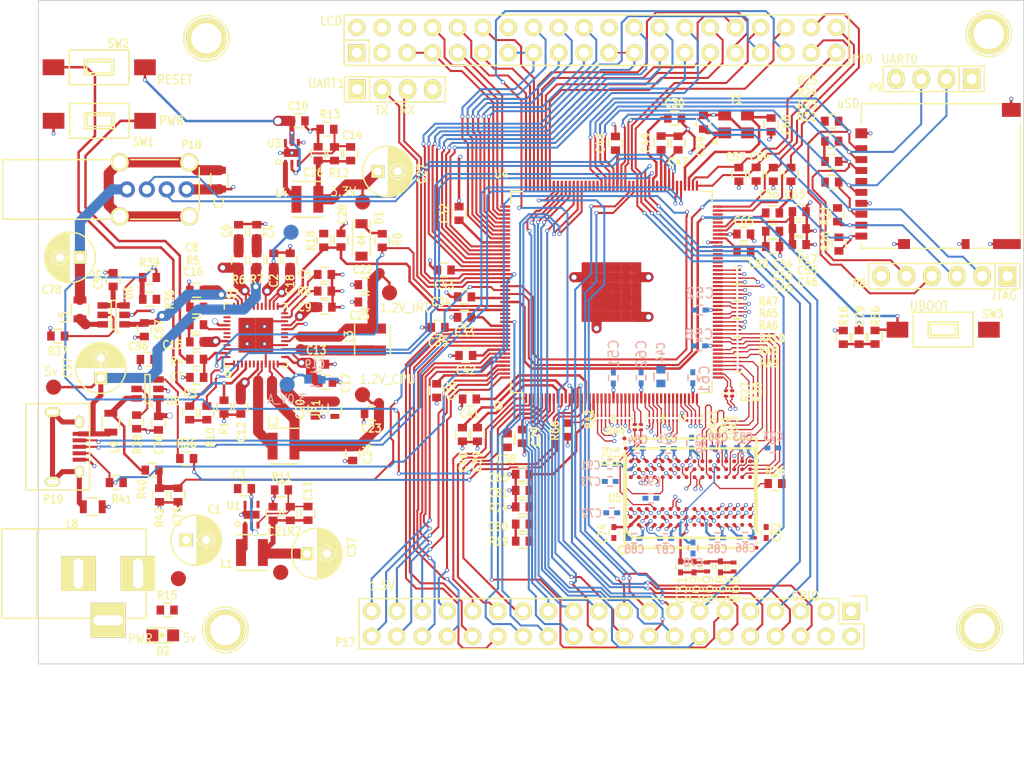
<source format=kicad_pcb>
(kicad_pcb (version 4) (host pcbnew 4.0.4-stable)
  (title_block (title GC3) (rev A0) (company "Masahiro SUZUKA"))
  (layers (0 F.Cu signal) (1 GND.Cu power hide) (2 In1.Cu signal) (3 In2.Cu signal hide) (4 PWR.Cu signal) (31 B.Cu signal) (34 B.Paste user) (35 F.Paste user) (36 B.SilkS user) (37 F.SilkS user) (38 B.Mask user) (39 F.Mask user) (44 Edge.Cuts user))
  (net 0 "")
  (net 1 GND)
  (net 2 /VINT)
  (net 3 "Net-(C4-Pad1)")
  (net 4 "Net-(C5-Pad1)")
  (net 5 "Net-(C6-Pad1)")
  (net 6 "Net-(C7-Pad1)")
  (net 7 "Net-(C11-Pad2)")
  (net 8 /VDD_RTC)
  (net 9 +3.0VA)
  (net 10 1.2V_INT)
  (net 11 1.2V_CPU)
  (net 12 +1.5V)
  (net 13 "Net-(C45-Pad1)")
  (net 14 "Net-(C46-Pad1)")
  (net 15 "Net-(C54-Pad1)")
  (net 16 /mpu_ddr3/TPY2)
  (net 17 /mpu_ddr3/TPY1)
  (net 18 "Net-(C59-Pad1)")
  (net 19 "Net-(C60-Pad1)")
  (net 20 /mpu_ddr3/TPX2)
  (net 21 /mpu_ddr3/TPX1)
  (net 22 /mpu_ddr3/SDC0_DATA2)
  (net 23 /mpu_ddr3/SDC0_DATA3)
  (net 24 /mpu_ddr3/SDC0_CMD)
  (net 25 /mpu_ddr3/SDC0_SCK)
  (net 26 /mpu_ddr3/SDC0_DATA0)
  (net 27 /mpu_ddr3/SDC0_DATA1)
  (net 28 /mpu_ddr3/SD0_CARD_DETECT)
  (net 29 "Net-(L2-Pad1)")
  (net 30 "Net-(L3-Pad1)")
  (net 31 "Net-(L4-Pad1)")
  (net 32 /mpu_ddr3/LCD_D18)
  (net 33 /mpu_ddr3/LCD_D19)
  (net 34 /mpu_ddr3/LCD_D20)
  (net 35 /mpu_ddr3/LCD_D21)
  (net 36 /mpu_ddr3/LCD_D22)
  (net 37 /mpu_ddr3/LCD_D23)
  (net 38 /mpu_ddr3/LCD_D10)
  (net 39 /mpu_ddr3/LCD_D11)
  (net 40 /mpu_ddr3/LCD_D12)
  (net 41 /mpu_ddr3/LCD_D13)
  (net 42 /mpu_ddr3/LCD_D14)
  (net 43 /mpu_ddr3/LCD_D15)
  (net 44 /mpu_ddr3/LCD_D2)
  (net 45 /mpu_ddr3/LCD_D3)
  (net 46 /mpu_ddr3/LCD_D4)
  (net 47 /mpu_ddr3/LCD_D5)
  (net 48 /mpu_ddr3/LCD_D6)
  (net 49 /mpu_ddr3/LCD_D7)
  (net 50 /mpu_ddr3/LCD_HSYNC)
  (net 51 /mpu_ddr3/LCD_VSYNC)
  (net 52 /mpu_ddr3/LCD_CLK)
  (net 53 /mpu_ddr3/LCD_DE)
  (net 54 /mpu_ddr3/PIN7)
  (net 55 /mpu_ddr3/PIN8)
  (net 56 /mpu_ddr3/PIN6/PWM0)
  (net 57 /mpu_ddr3/UART1_TX)
  (net 58 /mpu_ddr3/UART1_RX)
  (net 59 "Net-(R5-Pad1)")
  (net 60 "Net-(R9-Pad1)")
  (net 61 /mpu_ddr3/UBOOT)
  (net 62 "Net-(R66-Pad2)")
  (net 63 +5V)
  (net 64 "Net-(P7-Pad6)")
  (net 65 "Net-(P7-Pad14)")
  (net 66 "Net-(P7-Pad22)")
  (net 67 "Net-(U2-Pad3)")
  (net 68 "Net-(U2-Pad5)")
  (net 69 "Net-(U2-Pad6)")
  (net 70 "Net-(U2-Pad18)")
  (net 71 "Net-(U2-Pad29)")
  (net 72 "Net-(U2-Pad30)")
  (net 73 "Net-(U2-Pad38)")
  (net 74 "Net-(U2-Pad39)")
  (net 75 "Net-(U2-Pad42)")
  (net 76 "Net-(U2-Pad43)")
  (net 77 "Net-(U2-Pad45)")
  (net 78 "Net-(U4-Pad74)")
  (net 79 "Net-(U4-Pad75)")
  (net 80 "Net-(U4-Pad76)")
  (net 81 "Net-(U4-Pad77)")
  (net 82 "Net-(U4-Pad78)")
  (net 83 "Net-(U4-Pad84)")
  (net 84 "Net-(U4-Pad85)")
  (net 85 "Net-(U4-Pad86)")
  (net 86 "Net-(U4-Pad99)")
  (net 87 "Net-(U4-Pad114)")
  (net 88 "Net-(U4-Pad115)")
  (net 89 "Net-(U4-Pad116)")
  (net 90 "Net-(U4-Pad117)")
  (net 91 "Net-(U4-Pad160)")
  (net 92 "Net-(U4-Pad161)")
  (net 93 "Net-(C79-Pad1)")
  (net 94 "Net-(R4-Pad2)")
  (net 95 /EXTEN)
  (net 96 "Net-(U2-Pad36)")
  (net 97 /3V3_WIFI)
  (net 98 "Net-(C20-Pad2)")
  (net 99 /mpu_ddr3/SVREF)
  (net 100 /mpu_ddr3/VREF)
  (net 101 "Net-(R26-Pad1)")
  (net 102 /mpu_ddr3/SDM1)
  (net 103 /mpu_ddr3/DM1)
  (net 104 /mpu_ddr3/SDM0)
  (net 105 /mpu_ddr3/DM0)
  (net 106 /mpu_ddr3/D14)
  (net 107 /mpu_ddr3/SD14)
  (net 108 /mpu_ddr3/D10)
  (net 109 /mpu_ddr3/SD10)
  (net 110 /mpu_ddr3/D12)
  (net 111 /mpu_ddr3/D8)
  (net 112 /mpu_ddr3/SD8)
  (net 113 /mpu_ddr3/SD12)
  (net 114 /mpu_ddr3/D2)
  (net 115 /mpu_ddr3/SD2)
  (net 116 /mpu_ddr3/D6)
  (net 117 /mpu_ddr3/SD6)
  (net 118 /mpu_ddr3/D0)
  (net 119 /mpu_ddr3/D4)
  (net 120 /mpu_ddr3/SD4)
  (net 121 /mpu_ddr3/SD0)
  (net 122 /mpu_ddr3/D3)
  (net 123 /mpu_ddr3/SD3)
  (net 124 /mpu_ddr3/D7)
  (net 125 /mpu_ddr3/SD7)
  (net 126 /mpu_ddr3/D1)
  (net 127 /mpu_ddr3/D5)
  (net 128 /mpu_ddr3/SD5)
  (net 129 /mpu_ddr3/SD1)
  (net 130 /mpu_ddr3/D11)
  (net 131 /mpu_ddr3/SD11)
  (net 132 /mpu_ddr3/D15)
  (net 133 /mpu_ddr3/SD15)
  (net 134 /mpu_ddr3/D9)
  (net 135 /mpu_ddr3/D13)
  (net 136 /mpu_ddr3/SD13)
  (net 137 /mpu_ddr3/SD9)
  (net 138 /mpu_ddr3/A2)
  (net 139 /mpu_ddr3/SA2)
  (net 140 /mpu_ddr3/A5)
  (net 141 /mpu_ddr3/SA5)
  (net 142 /mpu_ddr3/A3)
  (net 143 /mpu_ddr3/A13)
  (net 144 /mpu_ddr3/SA13)
  (net 145 /mpu_ddr3/SA3)
  (net 146 /mpu_ddr3/BA2)
  (net 147 /mpu_ddr3/SBA2)
  (net 148 /mpu_ddr3/BA0)
  (net 149 /mpu_ddr3/SBA0)
  (net 150 /mpu_ddr3/WE)
  (net 151 /mpu_ddr3/A0)
  (net 152 /mpu_ddr3/SA0)
  (net 153 /mpu_ddr3/SWE)
  (net 154 /mpu_ddr3/RESET)
  (net 155 /mpu_ddr3/SRESET)
  (net 156 /mpu_ddr3/A7)
  (net 157 /mpu_ddr3/SA7)
  (net 158 /mpu_ddr3/A9)
  (net 159 /mpu_ddr3/ODT)
  (net 160 /mpu_ddr3/SODT)
  (net 161 /mpu_ddr3/SA9)
  (net 162 /mpu_ddr3/A1)
  (net 163 /mpu_ddr3/SA1)
  (net 164 /mpu_ddr3/A6)
  (net 165 /mpu_ddr3/SA6)
  (net 166 /mpu_ddr3/A4)
  (net 167 /mpu_ddr3/A8)
  (net 168 /mpu_ddr3/SA8)
  (net 169 /mpu_ddr3/SA4)
  (net 170 /mpu_ddr3/A10)
  (net 171 /mpu_ddr3/SA10)
  (net 172 /mpu_ddr3/BA1)
  (net 173 /mpu_ddr3/SBA1)
  (net 174 /mpu_ddr3/CKE)
  (net 175 /mpu_ddr3/A12)
  (net 176 /mpu_ddr3/SA12)
  (net 177 /mpu_ddr3/SCKE)
  (net 178 /mpu_ddr3/SA14)
  (net 179 /mpu_ddr3/RAS)
  (net 180 /mpu_ddr3/SRAS)
  (net 181 /mpu_ddr3/A11)
  (net 182 /mpu_ddr3/CAS)
  (net 183 /mpu_ddr3/SCAS)
  (net 184 /mpu_ddr3/SA11)
  (net 185 "Net-(U5-PadJ1)")
  (net 186 "Net-(U5-PadJ9)")
  (net 187 "Net-(U5-PadL1)")
  (net 188 "Net-(U5-PadL9)")
  (net 189 "Net-(U5-PadM7)")
  (net 190 "Net-(U5-PadT7)")
  (net 191 "Net-(C14-Pad2)")
  (net 192 "Net-(L1-Pad1)")
  (net 193 "Net-(D2-Pad2)")
  (net 194 IPSOUT)
  (net 195 "Net-(C78-Pad1)")
  (net 196 /mpu_ddr3/PIN39/USBH_EN)
  (net 197 "Net-(L5-Pad1)")
  (net 198 "Net-(L7-Pad2)")
  (net 199 "Net-(L8-Pad2)")
  (net 200 "Net-(L9-Pad1)")
  (net 201 PIN4/TWI0-SCK)
  (net 202 PIN5/TWI0-SDA)
  (net 203 /mpu_ddr3/PIN38/VGA_DIS)
  (net 204 /mpu_ddr3/PIN37)
  (net 205 /mpu_ddr3/PIN36)
  (net 206 /mpu_ddr3/PIN35)
  (net 207 /mpu_ddr3/PIN9)
  (net 208 /mpu_ddr3/PIN34)
  (net 209 /mpu_ddr3/PIN10/TWI1-SCK)
  (net 210 /mpu_ddr3/PIN33)
  (net 211 /mpu_ddr3/PIN11/TWI1-SDA)
  (net 212 /mpu_ddr3/PIN32)
  (net 213 /mpu_ddr3/PIN12/NWE)
  (net 214 /mpu_ddr3/PIN31)
  (net 215 /mpu_ddr3/PIN13/NALE)
  (net 216 /mpu_ddr3/PIN30)
  (net 217 /mpu_ddr3/PIN14/NCLE)
  (net 218 /mpu_ddr3/PIN29)
  (net 219 /mpu_ddr3/PIN15/NCE1)
  (net 220 /mpu_ddr3/PIN28/NDQS)
  (net 221 /mpu_ddr3/PIN16/NCE0)
  (net 222 /mpu_ddr3/PIN27/NDQ7)
  (net 223 /mpu_ddr3/PIN17/NRE)
  (net 224 /mpu_ddr3/PIN26/NDQ6)
  (net 225 /mpu_ddr3/PIN18/NRB0)
  (net 226 /mpu_ddr3/PIN25/NDQ5)
  (net 227 /mpu_ddr3/PIN19/NRB1)
  (net 228 /mpu_ddr3/PIN24/NDQ4)
  (net 229 /mpu_ddr3/PIN20/NDQ0)
  (net 230 /mpu_ddr3/PIN23/NDQ3)
  (net 231 /mpu_ddr3/PIN21/NDQ1)
  (net 232 /mpu_ddr3/PIN22/NDQ2)
  (net 233 /mpu_ddr3/UDP1)
  (net 234 /mpu_ddr3/UDM1)
  (net 235 /mpu_ddr3/UDM0)
  (net 236 /mpu_ddr3/UDP0)
  (net 237 /mpu_ddr3/USB0_IDDET)
  (net 238 "Net-(R37-Pad1)")
  (net 239 "Net-(R38-Pad1)")
  (net 240 /mpu_ddr3/USB0_DRV)
  (net 241 "Net-(C95-Pad1)")
  (net 242 "Net-(C96-Pad1)")
  (net 243 /mpu_ddr3/USB0_VBUSDET)
  (net 244 "Net-(U2-Pad19)")
  (net 245 +3V3)
  (net 246 "Net-(D1-Pad1)")
  (net 247 "Net-(R1-Pad1)")
  (net 248 "Net-(RA10-Pad7)")
  (net 249 /mpu_ddr3/CK_P)
  (net 250 /mpu_ddr3/SCK_P)
  (net 251 /mpu_ddr3/CK_N)
  (net 252 /mpu_ddr3/SCK_N)
  (net 253 /RESET_N)
  (net 254 /+5V_USB_OTG)
  (net 255 /NMI_N)
  (net 256 /mpu_ddr3/SDQS0_P)
  (net 257 /mpu_ddr3/SDQS0_N)
  (net 258 /mpu_ddr3/SDQS1_P)
  (net 259 /mpu_ddr3/SDQS1_N)
  (net 260 /mpu_ddr3/DQS1_N)
  (net 261 /mpu_ddr3/DQS1_P)
  (net 262 /mpu_ddr3/DQS0_N)
  (net 263 /mpu_ddr3/DQS0_P)
  (module Pin_Headers:Pin_Header_Straight_2x20 (layer F.Cu) (at 190.07 119.44 270)
    (fp_text reference P17 (at 3.13451 50.90145 360) (layer F.SilkS) (effects (font (size 0.8 0.7))))
    (fp_text value GPIO hide)
    (pad 1 thru_hole rect (at 0 0 270) (size 1.7272 1.7272) (drill 1.016) (layers *.Cu *.Mask F.SilkS) (net 63 +5V))
    (pad 2 thru_hole oval (at 2.54 0 270) (size 1.7272 1.7272) (drill 1.016) (layers *.Cu *.Mask F.SilkS) (net 1 GND))
    (pad 3 thru_hole oval (at 0 2.54 270) (size 1.7272 1.7272) (drill 1.016) (layers *.Cu *.Mask F.SilkS) (net 245 +3V3))
    (pad 4 thru_hole oval (at 2.54 2.54 270) (size 1.7272 1.7272) (drill 1.016) (layers *.Cu *.Mask F.SilkS) (net 1 GND))
    (pad 5 thru_hole oval (at 0 5.08 270) (size 1.7272 1.7272) (drill 1.016) (layers *.Cu *.Mask F.SilkS) (net 201 PIN4/TWI0-SCK))
    (pad 6 thru_hole oval (at 2.54 5.08 270) (size 1.7272 1.7272) (drill 1.016) (layers *.Cu *.Mask F.SilkS) (net 196 /mpu_ddr3/PIN39/USBH_EN))
    (pad 7 thru_hole oval (at 0 7.62 270) (size 1.7272 1.7272) (drill 1.016) (layers *.Cu *.Mask F.SilkS) (net 202 PIN5/TWI0-SDA))
    (pad 8 thru_hole oval (at 2.54 7.62 270) (size 1.7272 1.7272) (drill 1.016) (layers *.Cu *.Mask F.SilkS) (net 203 /mpu_ddr3/PIN38/VGA_DIS))
    (pad 9 thru_hole oval (at 0 10.16 270) (size 1.7272 1.7272) (drill 1.016) (layers *.Cu *.Mask F.SilkS) (net 56 /mpu_ddr3/PIN6/PWM0))
    (pad 10 thru_hole oval (at 2.54 10.16 270) (size 1.7272 1.7272) (drill 1.016) (layers *.Cu *.Mask F.SilkS) (net 204 /mpu_ddr3/PIN37))
    (pad 11 thru_hole oval (at 0 12.7 270) (size 1.7272 1.7272) (drill 1.016) (layers *.Cu *.Mask F.SilkS) (net 54 /mpu_ddr3/PIN7))
    (pad 12 thru_hole oval (at 2.54 12.7 270) (size 1.7272 1.7272) (drill 1.016) (layers *.Cu *.Mask F.SilkS) (net 205 /mpu_ddr3/PIN36))
    (pad 13 thru_hole oval (at 0 15.24 270) (size 1.7272 1.7272) (drill 1.016) (layers *.Cu *.Mask F.SilkS) (net 55 /mpu_ddr3/PIN8))
    (pad 14 thru_hole oval (at 2.54 15.24 270) (size 1.7272 1.7272) (drill 1.016) (layers *.Cu *.Mask F.SilkS) (net 206 /mpu_ddr3/PIN35))
    (pad 15 thru_hole oval (at 0 17.78 270) (size 1.7272 1.7272) (drill 1.016) (layers *.Cu *.Mask F.SilkS) (net 207 /mpu_ddr3/PIN9))
    (pad 16 thru_hole oval (at 2.54 17.78 270) (size 1.7272 1.7272) (drill 1.016) (layers *.Cu *.Mask F.SilkS) (net 208 /mpu_ddr3/PIN34))
    (pad 17 thru_hole oval (at 0 20.32 270) (size 1.7272 1.7272) (drill 1.016) (layers *.Cu *.Mask F.SilkS) (net 209 /mpu_ddr3/PIN10/TWI1-SCK))
    (pad 18 thru_hole oval (at 2.54 20.32 270) (size 1.7272 1.7272) (drill 1.016) (layers *.Cu *.Mask F.SilkS) (net 210 /mpu_ddr3/PIN33))
    (pad 19 thru_hole oval (at 0 22.86 270) (size 1.7272 1.7272) (drill 1.016) (layers *.Cu *.Mask F.SilkS) (net 211 /mpu_ddr3/PIN11/TWI1-SDA))
    (pad 20 thru_hole oval (at 2.54 22.86 270) (size 1.7272 1.7272) (drill 1.016) (layers *.Cu *.Mask F.SilkS) (net 212 /mpu_ddr3/PIN32))
    (pad 21 thru_hole oval (at 0 25.4 270) (size 1.7272 1.7272) (drill 1.016) (layers *.Cu *.Mask F.SilkS) (net 213 /mpu_ddr3/PIN12/NWE))
    (pad 22 thru_hole oval (at 2.54 25.4 270) (size 1.7272 1.7272) (drill 1.016) (layers *.Cu *.Mask F.SilkS) (net 214 /mpu_ddr3/PIN31))
    (pad 23 thru_hole oval (at 0 27.94 270) (size 1.7272 1.7272) (drill 1.016) (layers *.Cu *.Mask F.SilkS) (net 215 /mpu_ddr3/PIN13/NALE))
    (pad 24 thru_hole oval (at 2.54 27.94 270) (size 1.7272 1.7272) (drill 1.016) (layers *.Cu *.Mask F.SilkS) (net 216 /mpu_ddr3/PIN30))
    (pad 25 thru_hole oval (at 0 30.48 270) (size 1.7272 1.7272) (drill 1.016) (layers *.Cu *.Mask F.SilkS) (net 217 /mpu_ddr3/PIN14/NCLE))
    (pad 26 thru_hole oval (at 2.54 30.48 270) (size 1.7272 1.7272) (drill 1.016) (layers *.Cu *.Mask F.SilkS) (net 218 /mpu_ddr3/PIN29))
    (pad 27 thru_hole oval (at 0 33.02 270) (size 1.7272 1.7272) (drill 1.016) (layers *.Cu *.Mask F.SilkS) (net 219 /mpu_ddr3/PIN15/NCE1))
    (pad 28 thru_hole oval (at 2.54 33.02 270) (size 1.7272 1.7272) (drill 1.016) (layers *.Cu *.Mask F.SilkS) (net 220 /mpu_ddr3/PIN28/NDQS))
    (pad 29 thru_hole oval (at 0 35.56 270) (size 1.7272 1.7272) (drill 1.016) (layers *.Cu *.Mask F.SilkS) (net 221 /mpu_ddr3/PIN16/NCE0))
    (pad 30 thru_hole oval (at 2.54 35.56 270) (size 1.7272 1.7272) (drill 1.016) (layers *.Cu *.Mask F.SilkS) (net 222 /mpu_ddr3/PIN27/NDQ7))
    (pad 31 thru_hole oval (at 0 38.1 270) (size 1.7272 1.7272) (drill 1.016) (layers *.Cu *.Mask F.SilkS) (net 223 /mpu_ddr3/PIN17/NRE))
    (pad 32 thru_hole oval (at 2.54 38.1 270) (size 1.7272 1.7272) (drill 1.016) (layers *.Cu *.Mask F.SilkS) (net 224 /mpu_ddr3/PIN26/NDQ6))
    (pad 33 thru_hole oval (at 0 40.64 270) (size 1.7272 1.7272) (drill 1.016) (layers *.Cu *.Mask F.SilkS) (net 225 /mpu_ddr3/PIN18/NRB0))
    (pad 34 thru_hole oval (at 2.54 40.64 270) (size 1.7272 1.7272) (drill 1.016) (layers *.Cu *.Mask F.SilkS) (net 226 /mpu_ddr3/PIN25/NDQ5))
    (pad 35 thru_hole oval (at 0 43.18 270) (size 1.7272 1.7272) (drill 1.016) (layers *.Cu *.Mask F.SilkS) (net 227 /mpu_ddr3/PIN19/NRB1))
    (pad 36 thru_hole oval (at 2.54 43.18 270) (size 1.7272 1.7272) (drill 1.016) (layers *.Cu *.Mask F.SilkS) (net 228 /mpu_ddr3/PIN24/NDQ4))
    (pad 37 thru_hole oval (at 0 45.72 270) (size 1.7272 1.7272) (drill 1.016) (layers *.Cu *.Mask F.SilkS) (net 229 /mpu_ddr3/PIN20/NDQ0))
    (pad 38 thru_hole oval (at 2.54 45.72 270) (size 1.7272 1.7272) (drill 1.016) (layers *.Cu *.Mask F.SilkS) (net 230 /mpu_ddr3/PIN23/NDQ3))
    (pad 39 thru_hole oval (at 0 48.26 270) (size 1.7272 1.7272) (drill 1.016) (layers *.Cu *.Mask F.SilkS) (net 231 /mpu_ddr3/PIN21/NDQ1))
    (pad 40 thru_hole oval (at 2.54 48.26 270) (size 1.7272 1.7272) (drill 1.016) (layers *.Cu *.Mask F.SilkS) (net 232 /mpu_ddr3/PIN22/NDQ2))
  )
  (module Inductors_NEOSID:Neosid_Inductor_SMS-ME3015 (layer F.Cu) (at 129.76 113.54)
    (fp_text reference L1 (at -2.56032 1.1176) (layer F.SilkS) (effects (font (size 0.8 0.7))))
    (fp_text value 2.2uH hide)
    (pad 1 smd rect (at -1.09982 0) (size 1.00076 2.70002) (layers F.Cu F.Paste F.Mask) (net 192 "Net-(L1-Pad1)"))
    (pad 2 smd rect (at 1.09982 0) (size 1.00076 2.70002) (layers F.Cu F.Paste F.Mask) (net 12 +1.5V))
  )
  (module Capacitors_SMD:C_0402 (layer B.Cu) (at 168.52 103.07 180)
    (fp_text reference C84 (at -0.07 0.87 180) (layer B.SilkS) (effects (font (size 0.8 0.7)) (justify mirror)))
    (fp_text value 0.1uF hide)
    (pad 1 smd rect (at -0.55 0 180) (size 0.6 0.5) (layers B.Cu B.Paste B.Mask) (net 12 +1.5V))
    (pad 2 smd rect (at 0.55 0 180) (size 0.6 0.5) (layers B.Cu B.Paste B.Mask) (net 1 GND))
  )
  (module "FBGA96:FBGA96(HYNIX_SAMSUNG_512MX16_DDR3)" (layer F.Cu) (at 173.89 107.56)
    (fp_text reference U5 (at -7.61 0.49 180) (layer F.SilkS) (effects (font (size 0.8 0.7))))
    (fp_text value h5tq2g63bfr hide)
    (pad A1 smd circle (at -6 3.2 90) (size 0.4 0.4) (layers F.Cu F.Paste F.Mask) (net 12 +1.5V))
    (pad A2 smd circle (at -6 2.4 90) (size 0.4 0.4) (layers F.Cu F.Paste F.Mask) (net 135 /mpu_ddr3/D13))
    (pad A3 smd circle (at -6 1.6 90) (size 0.4 0.4) (layers F.Cu F.Paste F.Mask) (net 132 /mpu_ddr3/D15))
    (pad A7 smd circle (at -6 -1.6 90) (size 0.4 0.4) (layers F.Cu F.Paste F.Mask) (net 110 /mpu_ddr3/D12))
    (pad A8 smd circle (at -6 -2.4 90) (size 0.4 0.4) (layers F.Cu F.Paste F.Mask) (net 12 +1.5V))
    (pad A9 smd circle (at -6 -3.2 90) (size 0.4 0.4) (layers F.Cu F.Paste F.Mask) (net 1 GND))
    (pad B1 smd circle (at -5.2 3.2 90) (size 0.4 0.4) (layers F.Cu F.Paste F.Mask) (net 1 GND))
    (pad B2 smd circle (at -5.2 2.4 90) (size 0.4 0.4) (layers F.Cu F.Paste F.Mask) (net 12 +1.5V))
    (pad B3 smd circle (at -5.2 1.6 90) (size 0.4 0.4) (layers F.Cu F.Paste F.Mask) (net 1 GND))
    (pad B7 smd circle (at -5.2 -1.6 90) (size 0.4 0.4) (layers F.Cu F.Paste F.Mask) (net 260 /mpu_ddr3/DQS1_N))
    (pad B8 smd circle (at -5.2 -2.4 90) (size 0.4 0.4) (layers F.Cu F.Paste F.Mask) (net 106 /mpu_ddr3/D14))
    (pad B9 smd circle (at -5.2 -3.2 90) (size 0.4 0.4) (layers F.Cu F.Paste F.Mask) (net 1 GND))
    (pad C1 smd circle (at -4.4 3.2 90) (size 0.4 0.4) (layers F.Cu F.Paste F.Mask) (net 12 +1.5V))
    (pad C2 smd circle (at -4.4 2.4 90) (size 0.4 0.4) (layers F.Cu F.Paste F.Mask) (net 130 /mpu_ddr3/D11))
    (pad C3 smd circle (at -4.4 1.6 90) (size 0.4 0.4) (layers F.Cu F.Paste F.Mask) (net 134 /mpu_ddr3/D9))
    (pad C7 smd circle (at -4.4 -1.6 90) (size 0.4 0.4) (layers F.Cu F.Paste F.Mask) (net 261 /mpu_ddr3/DQS1_P))
    (pad C8 smd circle (at -4.4 -2.4 90) (size 0.4 0.4) (layers F.Cu F.Paste F.Mask) (net 108 /mpu_ddr3/D10))
    (pad C9 smd circle (at -4.4 -3.2 90) (size 0.4 0.4) (layers F.Cu F.Paste F.Mask) (net 12 +1.5V))
    (pad D1 smd circle (at -3.6 3.2 90) (size 0.4 0.4) (layers F.Cu F.Paste F.Mask) (net 1 GND))
    (pad D2 smd circle (at -3.6 2.4 90) (size 0.4 0.4) (layers F.Cu F.Paste F.Mask) (net 12 +1.5V))
    (pad D3 smd circle (at -3.6 1.6 90) (size 0.4 0.4) (layers F.Cu F.Paste F.Mask) (net 103 /mpu_ddr3/DM1))
    (pad D7 smd circle (at -3.6 -1.6 90) (size 0.4 0.4) (layers F.Cu F.Paste F.Mask) (net 111 /mpu_ddr3/D8))
    (pad D8 smd circle (at -3.6 -2.4 90) (size 0.4 0.4) (layers F.Cu F.Paste F.Mask) (net 1 GND))
    (pad D9 smd circle (at -3.6 -3.2 90) (size 0.4 0.4) (layers F.Cu F.Paste F.Mask) (net 12 +1.5V))
    (pad E1 smd circle (at -2.8 3.2 90) (size 0.4 0.4) (layers F.Cu F.Paste F.Mask) (net 1 GND))
    (pad E2 smd circle (at -2.8 2.4 90) (size 0.4 0.4) (layers F.Cu F.Paste F.Mask) (net 1 GND))
    (pad E3 smd circle (at -2.8 1.6 90) (size 0.4 0.4) (layers F.Cu F.Paste F.Mask) (net 118 /mpu_ddr3/D0))
    (pad E7 smd circle (at -2.8 -1.6 90) (size 0.4 0.4) (layers F.Cu F.Paste F.Mask) (net 105 /mpu_ddr3/DM0))
    (pad E8 smd circle (at -2.8 -2.4 90) (size 0.4 0.4) (layers F.Cu F.Paste F.Mask) (net 1 GND))
    (pad E9 smd circle (at -2.8 -3.2 90) (size 0.4 0.4) (layers F.Cu F.Paste F.Mask) (net 12 +1.5V))
    (pad F1 smd circle (at -2 3.2 90) (size 0.4 0.4) (layers F.Cu F.Paste F.Mask) (net 1 GND))
    (pad F2 smd circle (at -2 2.4 90) (size 0.4 0.4) (layers F.Cu F.Paste F.Mask) (net 114 /mpu_ddr3/D2))
    (pad F3 smd circle (at -2 1.6 90) (size 0.4 0.4) (layers F.Cu F.Paste F.Mask) (net 263 /mpu_ddr3/DQS0_P))
    (pad F7 smd circle (at -2 -1.6 90) (size 0.4 0.4) (layers F.Cu F.Paste F.Mask) (net 126 /mpu_ddr3/D1))
    (pad F8 smd circle (at -2 -2.4 90) (size 0.4 0.4) (layers F.Cu F.Paste F.Mask) (net 122 /mpu_ddr3/D3))
    (pad F9 smd circle (at -2 -3.2 90) (size 0.4 0.4) (layers F.Cu F.Paste F.Mask) (net 1 GND))
    (pad FID1 smd circle (at 6.5 4.5 90) (size 0.4 0.4) (layers F.Cu F.Mask))
    (pad FID2 smd circle (at -6.5 -4.5 90) (size 0.4 0.4) (layers F.Cu F.Mask))
    (pad FID3 smd circle (at 6.65 5.5 90) (size 0.4 0.4) (layers F.Cu F.Mask))
    (pad FID4 smd circle (at -6.65 -5.5 90) (size 0.4 0.4) (layers F.Cu F.Mask))
    (pad G1 smd circle (at -1.2 3.2 90) (size 0.4 0.4) (layers F.Cu F.Paste F.Mask) (net 1 GND))
    (pad G2 smd circle (at -1.2 2.4 90) (size 0.4 0.4) (layers F.Cu F.Paste F.Mask) (net 116 /mpu_ddr3/D6))
    (pad G3 smd circle (at -1.2 1.6 90) (size 0.4 0.4) (layers F.Cu F.Paste F.Mask) (net 262 /mpu_ddr3/DQS0_N))
    (pad G7 smd circle (at -1.2 -1.6 90) (size 0.4 0.4) (layers F.Cu F.Paste F.Mask) (net 12 +1.5V))
    (pad G8 smd circle (at -1.2 -2.4 90) (size 0.4 0.4) (layers F.Cu F.Paste F.Mask) (net 1 GND))
    (pad G9 smd circle (at -1.2 -3.2 90) (size 0.4 0.4) (layers F.Cu F.Paste F.Mask) (net 1 GND))
    (pad H1 smd circle (at -0.4 3.2 90) (size 0.4 0.4) (layers F.Cu F.Paste F.Mask) (net 100 /mpu_ddr3/VREF))
    (pad H2 smd circle (at -0.4 2.4 90) (size 0.4 0.4) (layers F.Cu F.Paste F.Mask) (net 12 +1.5V))
    (pad H3 smd circle (at -0.4 1.6 90) (size 0.4 0.4) (layers F.Cu F.Paste F.Mask) (net 119 /mpu_ddr3/D4))
    (pad H7 smd circle (at -0.4 -1.6 90) (size 0.4 0.4) (layers F.Cu F.Paste F.Mask) (net 124 /mpu_ddr3/D7))
    (pad H8 smd circle (at -0.4 -2.4 90) (size 0.4 0.4) (layers F.Cu F.Paste F.Mask) (net 127 /mpu_ddr3/D5))
    (pad H9 smd circle (at -0.4 -3.2 90) (size 0.4 0.4) (layers F.Cu F.Paste F.Mask) (net 12 +1.5V))
    (pad J1 smd circle (at 0.4 3.2 90) (size 0.4 0.4) (layers F.Cu F.Paste F.Mask) (net 185 "Net-(U5-PadJ1)"))
    (pad J2 smd circle (at 0.4 2.4 90) (size 0.4 0.4) (layers F.Cu F.Paste F.Mask) (net 1 GND))
    (pad J3 smd circle (at 0.4 1.6 90) (size 0.4 0.4) (layers F.Cu F.Paste F.Mask) (net 179 /mpu_ddr3/RAS))
    (pad J7 smd circle (at 0.4 -1.6 90) (size 0.4 0.4) (layers F.Cu F.Paste F.Mask) (net 249 /mpu_ddr3/CK_P))
    (pad J8 smd circle (at 0.4 -2.4 90) (size 0.4 0.4) (layers F.Cu F.Paste F.Mask) (net 1 GND))
    (pad J9 smd circle (at 0.4 -3.2 90) (size 0.4 0.4) (layers F.Cu F.Paste F.Mask) (net 186 "Net-(U5-PadJ9)"))
    (pad K1 smd circle (at 1.2 3.2 90) (size 0.4 0.4) (layers F.Cu F.Paste F.Mask) (net 159 /mpu_ddr3/ODT))
    (pad K2 smd circle (at 1.2 2.4 90) (size 0.4 0.4) (layers F.Cu F.Paste F.Mask) (net 12 +1.5V))
    (pad K3 smd circle (at 1.2 1.6 90) (size 0.4 0.4) (layers F.Cu F.Paste F.Mask) (net 182 /mpu_ddr3/CAS))
    (pad K7 smd circle (at 1.2 -1.6 90) (size 0.4 0.4) (layers F.Cu F.Paste F.Mask) (net 251 /mpu_ddr3/CK_N))
    (pad K8 smd circle (at 1.2 -2.4 90) (size 0.4 0.4) (layers F.Cu F.Paste F.Mask) (net 12 +1.5V))
    (pad K9 smd circle (at 1.2 -3.2 90) (size 0.4 0.4) (layers F.Cu F.Paste F.Mask) (net 174 /mpu_ddr3/CKE))
    (pad L1 smd circle (at 2 3.2 90) (size 0.4 0.4) (layers F.Cu F.Paste F.Mask) (net 187 "Net-(U5-PadL1)"))
    (pad L2 smd circle (at 2 2.4 90) (size 0.4 0.4) (layers F.Cu F.Paste F.Mask) (net 1 GND))
    (pad L3 smd circle (at 2 1.6 90) (size 0.4 0.4) (layers F.Cu F.Paste F.Mask) (net 150 /mpu_ddr3/WE))
    (pad L7 smd circle (at 2 -1.6 90) (size 0.4 0.4) (layers F.Cu F.Paste F.Mask) (net 170 /mpu_ddr3/A10))
    (pad L8 smd circle (at 2 -2.4 90) (size 0.4 0.4) (layers F.Cu F.Paste F.Mask) (net 101 "Net-(R26-Pad1)"))
    (pad L9 smd circle (at 2 -3.2 90) (size 0.4 0.4) (layers F.Cu F.Paste F.Mask) (net 188 "Net-(U5-PadL9)"))
    (pad M1 smd circle (at 2.8 3.2 90) (size 0.4 0.4) (layers F.Cu F.Paste F.Mask) (net 1 GND))
    (pad M2 smd circle (at 2.8 2.4 90) (size 0.4 0.4) (layers F.Cu F.Paste F.Mask) (net 148 /mpu_ddr3/BA0))
    (pad M3 smd circle (at 2.8 1.6 90) (size 0.4 0.4) (layers F.Cu F.Paste F.Mask) (net 146 /mpu_ddr3/BA2))
    (pad M7 smd circle (at 2.8 -1.6 90) (size 0.4 0.4) (layers F.Cu F.Paste F.Mask) (net 189 "Net-(U5-PadM7)"))
    (pad M8 smd circle (at 2.8 -2.4 90) (size 0.4 0.4) (layers F.Cu F.Paste F.Mask) (net 100 /mpu_ddr3/VREF))
    (pad M9 smd circle (at 2.8 -3.2 90) (size 0.4 0.4) (layers F.Cu F.Paste F.Mask) (net 1 GND))
    (pad N1 smd circle (at 3.6 3.2 90) (size 0.4 0.4) (layers F.Cu F.Paste F.Mask) (net 12 +1.5V))
    (pad N2 smd circle (at 3.6 2.4 90) (size 0.4 0.4) (layers F.Cu F.Paste F.Mask) (net 142 /mpu_ddr3/A3))
    (pad N3 smd circle (at 3.6 1.6 90) (size 0.4 0.4) (layers F.Cu F.Paste F.Mask) (net 151 /mpu_ddr3/A0))
    (pad N7 smd circle (at 3.6 -1.6 90) (size 0.4 0.4) (layers F.Cu F.Paste F.Mask) (net 175 /mpu_ddr3/A12))
    (pad N8 smd circle (at 3.6 -2.4 90) (size 0.4 0.4) (layers F.Cu F.Paste F.Mask) (net 172 /mpu_ddr3/BA1))
    (pad N9 smd circle (at 3.6 -3.2 90) (size 0.4 0.4) (layers F.Cu F.Paste F.Mask) (net 12 +1.5V))
    (pad P1 smd circle (at 4.4 3.2 90) (size 0.4 0.4) (layers F.Cu F.Paste F.Mask) (net 1 GND))
    (pad P2 smd circle (at 4.4 2.4 90) (size 0.4 0.4) (layers F.Cu F.Paste F.Mask) (net 140 /mpu_ddr3/A5))
    (pad P3 smd circle (at 4.4 1.6 90) (size 0.4 0.4) (layers F.Cu F.Paste F.Mask) (net 138 /mpu_ddr3/A2))
    (pad P7 smd circle (at 4.4 -1.6 90) (size 0.4 0.4) (layers F.Cu F.Paste F.Mask) (net 162 /mpu_ddr3/A1))
    (pad P8 smd circle (at 4.4 -2.4 90) (size 0.4 0.4) (layers F.Cu F.Paste F.Mask) (net 166 /mpu_ddr3/A4))
    (pad P9 smd circle (at 4.4 -3.2 90) (size 0.4 0.4) (layers F.Cu F.Paste F.Mask) (net 1 GND))
    (pad R1 smd circle (at 5.2 3.2 90) (size 0.4 0.4) (layers F.Cu F.Paste F.Mask) (net 12 +1.5V))
    (pad R2 smd circle (at 5.2 2.4 90) (size 0.4 0.4) (layers F.Cu F.Paste F.Mask) (net 156 /mpu_ddr3/A7))
    (pad R3 smd circle (at 5.2 1.6 90) (size 0.4 0.4) (layers F.Cu F.Paste F.Mask) (net 158 /mpu_ddr3/A9))
    (pad R7 smd circle (at 5.2 -1.6 90) (size 0.4 0.4) (layers F.Cu F.Paste F.Mask) (net 181 /mpu_ddr3/A11))
    (pad R8 smd circle (at 5.2 -2.4 90) (size 0.4 0.4) (layers F.Cu F.Paste F.Mask) (net 164 /mpu_ddr3/A6))
    (pad R9 smd circle (at 5.2 -3.2 90) (size 0.4 0.4) (layers F.Cu F.Paste F.Mask) (net 12 +1.5V))
    (pad T1 smd circle (at 6 3.2 90) (size 0.4 0.4) (layers F.Cu F.Paste F.Mask) (net 1 GND))
    (pad T2 smd circle (at 6 2.4 90) (size 0.4 0.4) (layers F.Cu F.Paste F.Mask) (net 154 /mpu_ddr3/RESET))
    (pad T3 smd circle (at 6 1.6 90) (size 0.4 0.4) (layers F.Cu F.Paste F.Mask) (net 143 /mpu_ddr3/A13))
    (pad T7 smd circle (at 6 -1.6 90) (size 0.4 0.4) (layers F.Cu F.Paste F.Mask) (net 190 "Net-(U5-PadT7)"))
    (pad T8 smd circle (at 6 -2.4 90) (size 0.4 0.4) (layers F.Cu F.Paste F.Mask) (net 167 /mpu_ddr3/A8))
    (pad T9 smd circle (at 6 -3.2 90) (size 0.4 0.4) (layers F.Cu F.Paste F.Mask) (net 1 GND))
  )
  (module A13:LQFP-176_20x20mm_Pitch0.4mm (layer F.Cu) (at 165.938 87.33 90)
    (fp_text reference U4 (at 11.88 -11.08 180) (layer F.SilkS) (effects (font (size 0.8 0.7))))
    (fp_text value a13 hide)
    (pad 1 smd rect (at -10.7 -8.6 90) (size 1 0.23) (layers F.Cu F.Paste F.Mask) (net 223 /mpu_ddr3/PIN17/NRE))
    (pad 2 smd rect (at -10.7 -8.2 90) (size 1 0.23) (layers F.Cu F.Paste F.Mask) (net 221 /mpu_ddr3/PIN16/NCE0))
    (pad 3 smd rect (at -10.7 -7.8 90) (size 1 0.23) (layers F.Cu F.Paste F.Mask) (net 219 /mpu_ddr3/PIN15/NCE1))
    (pad 4 smd rect (at -10.7 -7.4 90) (size 1 0.23) (layers F.Cu F.Paste F.Mask) (net 11 1.2V_CPU))
    (pad 5 smd rect (at -10.7 -7 90) (size 1 0.23) (layers F.Cu F.Paste F.Mask) (net 245 +3V3))
    (pad 6 smd rect (at -10.7 -6.6 90) (size 1 0.23) (layers F.Cu F.Paste F.Mask) (net 217 /mpu_ddr3/PIN14/NCLE))
    (pad 7 smd rect (at -10.7 -6.2 90) (size 1 0.23) (layers F.Cu F.Paste F.Mask) (net 215 /mpu_ddr3/PIN13/NALE))
    (pad 8 smd rect (at -10.7 -5.8 90) (size 1 0.23) (layers F.Cu F.Paste F.Mask) (net 213 /mpu_ddr3/PIN12/NWE))
    (pad 9 smd rect (at -10.7 -5.4 90) (size 1 0.23) (layers F.Cu F.Paste F.Mask) (net 11 1.2V_CPU))
    (pad 10 smd rect (at -10.7 -5 90) (size 1 0.23) (layers F.Cu F.Paste F.Mask) (net 207 /mpu_ddr3/PIN9))
    (pad 11 smd rect (at -10.7 -4.6 90) (size 1 0.23) (layers F.Cu F.Paste F.Mask) (net 11 1.2V_CPU))
    (pad 12 smd rect (at -10.7 -4.2 90) (size 1 0.23) (layers F.Cu F.Paste F.Mask) (net 204 /mpu_ddr3/PIN37))
    (pad 13 smd rect (at -10.7 -3.8 90) (size 1 0.23) (layers F.Cu F.Paste F.Mask) (net 203 /mpu_ddr3/PIN38/VGA_DIS))
    (pad 14 smd rect (at -10.7 -3.4 90) (size 1 0.23) (layers F.Cu F.Paste F.Mask) (net 196 /mpu_ddr3/PIN39/USBH_EN))
    (pad 15 smd rect (at -10.7 -3 90) (size 1 0.23) (layers F.Cu F.Paste F.Mask) (net 240 /mpu_ddr3/USB0_DRV))
    (pad 16 smd rect (at -10.7 -2.6 90) (size 1 0.23) (layers F.Cu F.Paste F.Mask) (net 11 1.2V_CPU))
    (pad 17 smd rect (at -10.7 -2.2 90) (size 1 0.23) (layers F.Cu F.Paste F.Mask) (net 62 "Net-(R66-Pad2)"))
    (pad 18 smd rect (at -10.7 -1.8 90) (size 1 0.23) (layers F.Cu F.Paste F.Mask) (net 99 /mpu_ddr3/SVREF))
    (pad 19 smd rect (at -10.7 -1.4 90) (size 1 0.23) (layers F.Cu F.Paste F.Mask) (net 120 /mpu_ddr3/SD4))
    (pad 20 smd rect (at -10.7 -1 90) (size 1 0.23) (layers F.Cu F.Paste F.Mask) (net 117 /mpu_ddr3/SD6))
    (pad 21 smd rect (at -10.7 -0.6 90) (size 1 0.23) (layers F.Cu F.Paste F.Mask) (net 115 /mpu_ddr3/SD2))
    (pad 22 smd rect (at -10.7 -0.2 90) (size 1 0.23) (layers F.Cu F.Paste F.Mask) (net 121 /mpu_ddr3/SD0))
    (pad 23 smd rect (at -10.7 0.2 90) (size 1 0.23) (layers F.Cu F.Paste F.Mask) (net 12 +1.5V))
    (pad 24 smd rect (at -10.7 0.6 90) (size 1 0.23) (layers F.Cu F.Paste F.Mask) (net 131 /mpu_ddr3/SD11))
    (pad 25 smd rect (at -10.7 1 90) (size 1 0.23) (layers F.Cu F.Paste F.Mask) (net 137 /mpu_ddr3/SD9))
    (pad 26 smd rect (at -10.7 1.4 90) (size 1 0.23) (layers F.Cu F.Paste F.Mask) (net 136 /mpu_ddr3/SD13))
    (pad 27 smd rect (at -10.7 1.8 90) (size 1 0.23) (layers F.Cu F.Paste F.Mask) (net 133 /mpu_ddr3/SD15))
    (pad 28 smd rect (at -10.7 2.2 90) (size 1 0.23) (layers F.Cu F.Paste F.Mask) (net 102 /mpu_ddr3/SDM1))
    (pad 29 smd rect (at -10.7 2.6 90) (size 1 0.23) (layers F.Cu F.Paste F.Mask) (net 104 /mpu_ddr3/SDM0))
    (pad 30 smd rect (at -10.7 3 90) (size 1 0.23) (layers F.Cu F.Paste F.Mask) (net 12 +1.5V))
    (pad 31 smd rect (at -10.7 3.4 90) (size 1 0.23) (layers F.Cu F.Paste F.Mask) (net 256 /mpu_ddr3/SDQS0_P))
    (pad 32 smd rect (at -10.7 3.8 90) (size 1 0.23) (layers F.Cu F.Paste F.Mask) (net 257 /mpu_ddr3/SDQS0_N))
    (pad 33 smd rect (at -10.7 4.2 90) (size 1 0.23) (layers F.Cu F.Paste F.Mask) (net 258 /mpu_ddr3/SDQS1_P))
    (pad 34 smd rect (at -10.7 4.6 90) (size 1 0.23) (layers F.Cu F.Paste F.Mask) (net 259 /mpu_ddr3/SDQS1_N))
    (pad 35 smd rect (at -10.7 5 90) (size 1 0.23) (layers F.Cu F.Paste F.Mask) (net 10 1.2V_INT))
    (pad 36 smd rect (at -10.7 5.4 90) (size 1 0.23) (layers F.Cu F.Paste F.Mask) (net 113 /mpu_ddr3/SD12))
    (pad 37 smd rect (at -10.7 5.8 90) (size 1 0.23) (layers F.Cu F.Paste F.Mask) (net 112 /mpu_ddr3/SD8))
    (pad 38 smd rect (at -10.7 6.2 90) (size 1 0.23) (layers F.Cu F.Paste F.Mask) (net 107 /mpu_ddr3/SD14))
    (pad 39 smd rect (at -10.7 6.6 90) (size 1 0.23) (layers F.Cu F.Paste F.Mask) (net 109 /mpu_ddr3/SD10))
    (pad 40 smd rect (at -10.7 7 90) (size 1 0.23) (layers F.Cu F.Paste F.Mask) (net 129 /mpu_ddr3/SD1))
    (pad 41 smd rect (at -10.7 7.4 90) (size 1 0.23) (layers F.Cu F.Paste F.Mask) (net 123 /mpu_ddr3/SD3))
    (pad 42 smd rect (at -10.7 7.8 90) (size 1 0.23) (layers F.Cu F.Paste F.Mask) (net 125 /mpu_ddr3/SD7))
    (pad 43 smd rect (at -10.7 8.2 90) (size 1 0.23) (layers F.Cu F.Paste F.Mask) (net 12 +1.5V))
    (pad 44 smd rect (at -10.7 8.6 90) (size 1 0.23) (layers F.Cu F.Paste F.Mask) (net 128 /mpu_ddr3/SD5))
    (pad 45 smd rect (at -8.6 10.7 180) (size 1 0.23) (layers F.Cu F.Paste F.Mask) (net 250 /mpu_ddr3/SCK_P))
    (pad 46 smd rect (at -8.2 10.7 180) (size 1 0.23) (layers F.Cu F.Paste F.Mask) (net 252 /mpu_ddr3/SCK_N))
    (pad 47 smd rect (at -7.8 10.7 180) (size 1 0.23) (layers F.Cu F.Paste F.Mask) (net 177 /mpu_ddr3/SCKE))
    (pad 48 smd rect (at -7.4 10.7 180) (size 1 0.23) (layers F.Cu F.Paste F.Mask) (net 171 /mpu_ddr3/SA10))
    (pad 49 smd rect (at -7 10.7 180) (size 1 0.23) (layers F.Cu F.Paste F.Mask) (net 173 /mpu_ddr3/SBA1))
    (pad 50 smd rect (at -6.6 10.7 180) (size 1 0.23) (layers F.Cu F.Paste F.Mask) (net 176 /mpu_ddr3/SA12))
    (pad 51 smd rect (at -6.2 10.7 180) (size 1 0.23) (layers F.Cu F.Paste F.Mask) (net 169 /mpu_ddr3/SA4))
    (pad 52 smd rect (at -5.8 10.7 180) (size 1 0.23) (layers F.Cu F.Paste F.Mask) (net 163 /mpu_ddr3/SA1))
    (pad 53 smd rect (at -5.4 10.7 180) (size 1 0.23) (layers F.Cu F.Paste F.Mask) (net 12 +1.5V))
    (pad 54 smd rect (at -5 10.7 180) (size 1 0.23) (layers F.Cu F.Paste F.Mask) (net 165 /mpu_ddr3/SA6))
    (pad 55 smd rect (at -4.6 10.7 180) (size 1 0.23) (layers F.Cu F.Paste F.Mask) (net 168 /mpu_ddr3/SA8))
    (pad 56 smd rect (at -4.2 10.7 180) (size 1 0.23) (layers F.Cu F.Paste F.Mask) (net 184 /mpu_ddr3/SA11))
    (pad 57 smd rect (at -3.8 10.7 180) (size 1 0.23) (layers F.Cu F.Paste F.Mask) (net 178 /mpu_ddr3/SA14))
    (pad 58 smd rect (at -3.4 10.7 180) (size 1 0.23) (layers F.Cu F.Paste F.Mask) (net 180 /mpu_ddr3/SRAS))
    (pad 59 smd rect (at -3 10.7 180) (size 1 0.23) (layers F.Cu F.Paste F.Mask) (net 183 /mpu_ddr3/SCAS))
    (pad 60 smd rect (at -2.6 10.7 180) (size 1 0.23) (layers F.Cu F.Paste F.Mask) (net 153 /mpu_ddr3/SWE))
    (pad 61 smd rect (at -2.2 10.7 180) (size 1 0.23) (layers F.Cu F.Paste F.Mask) (net 147 /mpu_ddr3/SBA2))
    (pad 62 smd rect (at -1.8 10.7 180) (size 1 0.23) (layers F.Cu F.Paste F.Mask) (net 12 +1.5V))
    (pad 63 smd rect (at -1.4 10.7 180) (size 1 0.23) (layers F.Cu F.Paste F.Mask) (net 149 /mpu_ddr3/SBA0))
    (pad 64 smd rect (at -1 10.7 180) (size 1 0.23) (layers F.Cu F.Paste F.Mask) (net 152 /mpu_ddr3/SA0))
    (pad 65 smd rect (at -0.6 10.7 180) (size 1 0.23) (layers F.Cu F.Paste F.Mask) (net 145 /mpu_ddr3/SA3))
    (pad 66 smd rect (at -0.2 10.7 180) (size 1 0.23) (layers F.Cu F.Paste F.Mask) (net 139 /mpu_ddr3/SA2))
    (pad 67 smd rect (at 0.2 10.7 180) (size 1 0.23) (layers F.Cu F.Paste F.Mask) (net 141 /mpu_ddr3/SA5))
    (pad 68 smd rect (at 0.6 10.7 180) (size 1 0.23) (layers F.Cu F.Paste F.Mask) (net 144 /mpu_ddr3/SA13))
    (pad 69 smd rect (at 1 10.7 180) (size 1 0.23) (layers F.Cu F.Paste F.Mask) (net 161 /mpu_ddr3/SA9))
    (pad 70 smd rect (at 1.4 10.7 180) (size 1 0.23) (layers F.Cu F.Paste F.Mask) (net 155 /mpu_ddr3/SRESET))
    (pad 71 smd rect (at 1.8 10.7 180) (size 1 0.23) (layers F.Cu F.Paste F.Mask) (net 157 /mpu_ddr3/SA7))
    (pad 72 smd rect (at 2.2 10.7 180) (size 1 0.23) (layers F.Cu F.Paste F.Mask) (net 160 /mpu_ddr3/SODT))
    (pad 73 smd rect (at 2.6 10.7 180) (size 1 0.23) (layers F.Cu F.Paste F.Mask) (net 10 1.2V_INT))
    (pad 74 smd rect (at 3 10.7 180) (size 1 0.23) (layers F.Cu F.Paste F.Mask) (net 78 "Net-(U4-Pad74)"))
    (pad 75 smd rect (at 3.4 10.7 180) (size 1 0.23) (layers F.Cu F.Paste F.Mask) (net 79 "Net-(U4-Pad75)"))
    (pad 76 smd rect (at 3.8 10.7 180) (size 1 0.23) (layers F.Cu F.Paste F.Mask) (net 80 "Net-(U4-Pad76)"))
    (pad 77 smd rect (at 4.2 10.7 180) (size 1 0.23) (layers F.Cu F.Paste F.Mask) (net 81 "Net-(U4-Pad77)"))
    (pad 78 smd rect (at 4.6 10.7 180) (size 1 0.23) (layers F.Cu F.Paste F.Mask) (net 82 "Net-(U4-Pad78)"))
    (pad 79 smd rect (at 5 10.7 180) (size 1 0.23) (layers F.Cu F.Paste F.Mask) (net 1 GND))
    (pad 80 smd rect (at 5.4 10.7 180) (size 1 0.23) (layers F.Cu F.Paste F.Mask) (net 13 "Net-(C45-Pad1)"))
    (pad 81 smd rect (at 5.8 10.7 180) (size 1 0.23) (layers F.Cu F.Paste F.Mask) (net 9 +3.0VA))
    (pad 82 smd rect (at 6.2 10.7 180) (size 1 0.23) (layers F.Cu F.Paste F.Mask) (net 14 "Net-(C46-Pad1)"))
    (pad 83 smd rect (at 6.6 10.7 180) (size 1 0.23) (layers F.Cu F.Paste F.Mask) (net 15 "Net-(C54-Pad1)"))
    (pad 84 smd rect (at 7 10.7 180) (size 1 0.23) (layers F.Cu F.Paste F.Mask) (net 83 "Net-(U4-Pad84)"))
    (pad 85 smd rect (at 7.4 10.7 180) (size 1 0.23) (layers F.Cu F.Paste F.Mask) (net 84 "Net-(U4-Pad85)"))
    (pad 86 smd rect (at 7.8 10.7 180) (size 1 0.23) (layers F.Cu F.Paste F.Mask) (net 85 "Net-(U4-Pad86)"))
    (pad 87 smd rect (at 8.2 10.7 180) (size 1 0.23) (layers F.Cu F.Paste F.Mask) (net 20 /mpu_ddr3/TPX2))
    (pad 88 smd rect (at 8.6 10.7 180) (size 1 0.23) (layers F.Cu F.Paste F.Mask) (net 16 /mpu_ddr3/TPY2))
    (pad 89 smd rect (at 10.7 8.6 90) (size 1 0.23) (layers F.Cu F.Paste F.Mask) (net 21 /mpu_ddr3/TPX1))
    (pad 90 smd rect (at 10.7 8.2 90) (size 1 0.23) (layers F.Cu F.Paste F.Mask) (net 17 /mpu_ddr3/TPY1))
    (pad 91 smd rect (at 10.7 7.8 90) (size 1 0.23) (layers F.Cu F.Paste F.Mask) (net 19 "Net-(C60-Pad1)"))
    (pad 92 smd rect (at 10.7 7.4 90) (size 1 0.23) (layers F.Cu F.Paste F.Mask) (net 18 "Net-(C59-Pad1)"))
    (pad 93 smd rect (at 10.7 7 90) (size 1 0.23) (layers F.Cu F.Paste F.Mask) (net 235 /mpu_ddr3/UDM0))
    (pad 94 smd rect (at 10.7 6.6 90) (size 1 0.23) (layers F.Cu F.Paste F.Mask) (net 236 /mpu_ddr3/UDP0))
    (pad 95 smd rect (at 10.7 6.2 90) (size 1 0.23) (layers F.Cu F.Paste F.Mask) (net 234 /mpu_ddr3/UDM1))
    (pad 96 smd rect (at 10.7 5.8 90) (size 1 0.23) (layers F.Cu F.Paste F.Mask) (net 233 /mpu_ddr3/UDP1))
    (pad 97 smd rect (at 10.7 5.4 90) (size 1 0.23) (layers F.Cu F.Paste F.Mask) (net 245 +3V3))
    (pad 98 smd rect (at 10.7 5 90) (size 1 0.23) (layers F.Cu F.Paste F.Mask) (net 10 1.2V_INT))
    (pad 99 smd rect (at 10.7 4.6 90) (size 1 0.23) (layers F.Cu F.Paste F.Mask) (net 86 "Net-(U4-Pad99)"))
    (pad 100 smd rect (at 10.7 4.2 90) (size 1 0.23) (layers F.Cu F.Paste F.Mask) (net 245 +3V3))
    (pad 101 smd rect (at 10.7 3.8 90) (size 1 0.23) (layers F.Cu F.Paste F.Mask) (net 201 PIN4/TWI0-SCK))
    (pad 102 smd rect (at 10.7 3.4 90) (size 1 0.23) (layers F.Cu F.Paste F.Mask) (net 202 PIN5/TWI0-SDA))
    (pad 103 smd rect (at 10.7 3 90) (size 1 0.23) (layers F.Cu F.Paste F.Mask) (net 56 /mpu_ddr3/PIN6/PWM0))
    (pad 104 smd rect (at 10.7 2.6 90) (size 1 0.23) (layers F.Cu F.Paste F.Mask) (net 55 /mpu_ddr3/PIN8))
    (pad 105 smd rect (at 10.7 2.2 90) (size 1 0.23) (layers F.Cu F.Paste F.Mask) (net 209 /mpu_ddr3/PIN10/TWI1-SCK))
    (pad 106 smd rect (at 10.7 1.8 90) (size 1 0.23) (layers F.Cu F.Paste F.Mask) (net 211 /mpu_ddr3/PIN11/TWI1-SDA))
    (pad 107 smd rect (at 10.7 1.4 90) (size 1 0.23) (layers F.Cu F.Paste F.Mask) (net 27 /mpu_ddr3/SDC0_DATA1))
    (pad 108 smd rect (at 10.7 1 90) (size 1 0.23) (layers F.Cu F.Paste F.Mask) (net 26 /mpu_ddr3/SDC0_DATA0))
    (pad 109 smd rect (at 10.7 0.6 90) (size 1 0.23) (layers F.Cu F.Paste F.Mask) (net 10 1.2V_INT))
    (pad 110 smd rect (at 10.7 0.2 90) (size 1 0.23) (layers F.Cu F.Paste F.Mask) (net 25 /mpu_ddr3/SDC0_SCK))
    (pad 111 smd rect (at 10.7 -0.2 90) (size 1 0.23) (layers F.Cu F.Paste F.Mask) (net 24 /mpu_ddr3/SDC0_CMD))
    (pad 112 smd rect (at 10.7 -0.6 90) (size 1 0.23) (layers F.Cu F.Paste F.Mask) (net 23 /mpu_ddr3/SDC0_DATA3))
    (pad 113 smd rect (at 10.7 -1 90) (size 1 0.23) (layers F.Cu F.Paste F.Mask) (net 22 /mpu_ddr3/SDC0_DATA2))
    (pad 114 smd rect (at 10.7 -1.4 90) (size 1 0.23) (layers F.Cu F.Paste F.Mask) (net 87 "Net-(U4-Pad114)"))
    (pad 115 smd rect (at 10.7 -1.8 90) (size 1 0.23) (layers F.Cu F.Paste F.Mask) (net 88 "Net-(U4-Pad115)"))
    (pad 116 smd rect (at 10.7 -2.2 90) (size 1 0.23) (layers F.Cu F.Paste F.Mask) (net 89 "Net-(U4-Pad116)"))
    (pad 117 smd rect (at 10.7 -2.6 90) (size 1 0.23) (layers F.Cu F.Paste F.Mask) (net 90 "Net-(U4-Pad117)"))
    (pad 118 smd rect (at 10.7 -3 90) (size 1 0.23) (layers F.Cu F.Paste F.Mask) (net 218 /mpu_ddr3/PIN29))
    (pad 119 smd rect (at 10.7 -3.4 90) (size 1 0.23) (layers F.Cu F.Paste F.Mask) (net 216 /mpu_ddr3/PIN30))
    (pad 120 smd rect (at 10.7 -3.8 90) (size 1 0.23) (layers F.Cu F.Paste F.Mask) (net 214 /mpu_ddr3/PIN31))
    (pad 121 smd rect (at 10.7 -4.2 90) (size 1 0.23) (layers F.Cu F.Paste F.Mask) (net 212 /mpu_ddr3/PIN32))
    (pad 122 smd rect (at 10.7 -4.6 90) (size 1 0.23) (layers F.Cu F.Paste F.Mask) (net 210 /mpu_ddr3/PIN33))
    (pad 123 smd rect (at 10.7 -5 90) (size 1 0.23) (layers F.Cu F.Paste F.Mask) (net 208 /mpu_ddr3/PIN34))
    (pad 124 smd rect (at 10.7 -5.4 90) (size 1 0.23) (layers F.Cu F.Paste F.Mask) (net 206 /mpu_ddr3/PIN35))
    (pad 125 smd rect (at 10.7 -5.8 90) (size 1 0.23) (layers F.Cu F.Paste F.Mask) (net 205 /mpu_ddr3/PIN36))
    (pad 126 smd rect (at 10.7 -6.2 90) (size 1 0.23) (layers F.Cu F.Paste F.Mask) (net 51 /mpu_ddr3/LCD_VSYNC))
    (pad 127 smd rect (at 10.7 -6.6 90) (size 1 0.23) (layers F.Cu F.Paste F.Mask) (net 50 /mpu_ddr3/LCD_HSYNC))
    (pad 128 smd rect (at 10.7 -7 90) (size 1 0.23) (layers F.Cu F.Paste F.Mask) (net 53 /mpu_ddr3/LCD_DE))
    (pad 129 smd rect (at 10.7 -7.4 90) (size 1 0.23) (layers F.Cu F.Paste F.Mask) (net 52 /mpu_ddr3/LCD_CLK))
    (pad 130 smd rect (at 10.7 -7.8 90) (size 1 0.23) (layers F.Cu F.Paste F.Mask) (net 37 /mpu_ddr3/LCD_D23))
    (pad 131 smd rect (at 10.7 -8.2 90) (size 1 0.23) (layers F.Cu F.Paste F.Mask) (net 36 /mpu_ddr3/LCD_D22))
    (pad 132 smd rect (at 10.7 -8.6 90) (size 1 0.23) (layers F.Cu F.Paste F.Mask) (net 35 /mpu_ddr3/LCD_D21))
    (pad 133 smd rect (at 8.6 -10.7 180) (size 1 0.23) (layers F.Cu F.Paste F.Mask) (net 34 /mpu_ddr3/LCD_D20))
    (pad 134 smd rect (at 8.2 -10.7 180) (size 1 0.23) (layers F.Cu F.Paste F.Mask) (net 33 /mpu_ddr3/LCD_D19))
    (pad 135 smd rect (at 7.8 -10.7 180) (size 1 0.23) (layers F.Cu F.Paste F.Mask) (net 32 /mpu_ddr3/LCD_D18))
    (pad 136 smd rect (at 7.4 -10.7 180) (size 1 0.23) (layers F.Cu F.Paste F.Mask) (net 43 /mpu_ddr3/LCD_D15))
    (pad 137 smd rect (at 7 -10.7 180) (size 1 0.23) (layers F.Cu F.Paste F.Mask) (net 42 /mpu_ddr3/LCD_D14))
    (pad 138 smd rect (at 6.6 -10.7 180) (size 1 0.23) (layers F.Cu F.Paste F.Mask) (net 41 /mpu_ddr3/LCD_D13))
    (pad 139 smd rect (at 6.2 -10.7 180) (size 1 0.23) (layers F.Cu F.Paste F.Mask) (net 40 /mpu_ddr3/LCD_D12))
    (pad 140 smd rect (at 5.8 -10.7 180) (size 1 0.23) (layers F.Cu F.Paste F.Mask) (net 39 /mpu_ddr3/LCD_D11))
    (pad 141 smd rect (at 5.4 -10.7 180) (size 1 0.23) (layers F.Cu F.Paste F.Mask) (net 38 /mpu_ddr3/LCD_D10))
    (pad 142 smd rect (at 5 -10.7 180) (size 1 0.23) (layers F.Cu F.Paste F.Mask) (net 245 +3V3))
    (pad 143 smd rect (at 4.6 -10.7 180) (size 1 0.23) (layers F.Cu F.Paste F.Mask) (net 49 /mpu_ddr3/LCD_D7))
    (pad 144 smd rect (at 4.2 -10.7 180) (size 1 0.23) (layers F.Cu F.Paste F.Mask) (net 48 /mpu_ddr3/LCD_D6))
    (pad 145 smd rect (at 3.8 -10.7 180) (size 1 0.23) (layers F.Cu F.Paste F.Mask) (net 47 /mpu_ddr3/LCD_D5))
    (pad 146 smd rect (at 3.4 -10.7 180) (size 1 0.23) (layers F.Cu F.Paste F.Mask) (net 46 /mpu_ddr3/LCD_D4))
    (pad 147 smd rect (at 3 -10.7 180) (size 1 0.23) (layers F.Cu F.Paste F.Mask) (net 45 /mpu_ddr3/LCD_D3))
    (pad 148 smd rect (at 2.6 -10.7 180) (size 1 0.23) (layers F.Cu F.Paste F.Mask) (net 44 /mpu_ddr3/LCD_D2))
    (pad 149 smd rect (at 2.2 -10.7 180) (size 1 0.23) (layers F.Cu F.Paste F.Mask) (net 10 1.2V_INT))
    (pad 150 smd rect (at 1.8 -10.7 180) (size 1 0.23) (layers F.Cu F.Paste F.Mask) (net 54 /mpu_ddr3/PIN7))
    (pad 151 smd rect (at 1.4 -10.7 180) (size 1 0.23) (layers F.Cu F.Paste F.Mask) (net 58 /mpu_ddr3/UART1_RX))
    (pad 152 smd rect (at 1 -10.7 180) (size 1 0.23) (layers F.Cu F.Paste F.Mask) (net 57 /mpu_ddr3/UART1_TX))
    (pad 153 smd rect (at 0.6 -10.7 180) (size 1 0.23) (layers F.Cu F.Paste F.Mask) (net 237 /mpu_ddr3/USB0_IDDET))
    (pad 154 smd rect (at 0.2 -10.7 180) (size 1 0.23) (layers F.Cu F.Paste F.Mask) (net 243 /mpu_ddr3/USB0_VBUSDET))
    (pad 155 smd rect (at -0.2 -10.7 180) (size 1 0.23) (layers F.Cu F.Paste F.Mask) (net 28 /mpu_ddr3/SD0_CARD_DETECT))
    (pad 156 smd rect (at -0.6 -10.7 180) (size 1 0.23) (layers F.Cu F.Paste F.Mask) (net 11 1.2V_CPU))
    (pad 157 smd rect (at -1 -10.7 180) (size 1 0.23) (layers F.Cu F.Paste F.Mask) (net 61 /mpu_ddr3/UBOOT))
    (pad 158 smd rect (at -1.4 -10.7 180) (size 1 0.23) (layers F.Cu F.Paste F.Mask) (net 255 /NMI_N))
    (pad 159 smd rect (at -1.8 -10.7 180) (size 1 0.23) (layers F.Cu F.Paste F.Mask) (net 253 /RESET_N))
    (pad 160 smd rect (at -2.2 -10.7 180) (size 1 0.23) (layers F.Cu F.Paste F.Mask) (net 91 "Net-(U4-Pad160)"))
    (pad 161 smd rect (at -2.6 -10.7 180) (size 1 0.23) (layers F.Cu F.Paste F.Mask) (net 92 "Net-(U4-Pad161)"))
    (pad 162 smd rect (at -3 -10.7 180) (size 1 0.23) (layers F.Cu F.Paste F.Mask) (net 220 /mpu_ddr3/PIN28/NDQS))
    (pad 163 smd rect (at -3.4 -10.7 180) (size 1 0.23) (layers F.Cu F.Paste F.Mask) (net 245 +3V3))
    (pad 164 smd rect (at -3.8 -10.7 180) (size 1 0.23) (layers F.Cu F.Paste F.Mask) (net 11 1.2V_CPU))
    (pad 165 smd rect (at -4.2 -10.7 180) (size 1 0.23) (layers F.Cu F.Paste F.Mask) (net 222 /mpu_ddr3/PIN27/NDQ7))
    (pad 166 smd rect (at -4.6 -10.7 180) (size 1 0.23) (layers F.Cu F.Paste F.Mask) (net 224 /mpu_ddr3/PIN26/NDQ6))
    (pad 167 smd rect (at -5 -10.7 180) (size 1 0.23) (layers F.Cu F.Paste F.Mask) (net 226 /mpu_ddr3/PIN25/NDQ5))
    (pad 168 smd rect (at -5.4 -10.7 180) (size 1 0.23) (layers F.Cu F.Paste F.Mask) (net 228 /mpu_ddr3/PIN24/NDQ4))
    (pad 169 smd rect (at -5.8 -10.7 180) (size 1 0.23) (layers F.Cu F.Paste F.Mask) (net 11 1.2V_CPU))
    (pad 170 smd rect (at -6.2 -10.7 180) (size 1 0.23) (layers F.Cu F.Paste F.Mask) (net 230 /mpu_ddr3/PIN23/NDQ3))
    (pad 171 smd rect (at -6.6 -10.7 180) (size 1 0.23) (layers F.Cu F.Paste F.Mask) (net 232 /mpu_ddr3/PIN22/NDQ2))
    (pad 172 smd rect (at -7 -10.7 180) (size 1 0.23) (layers F.Cu F.Paste F.Mask) (net 231 /mpu_ddr3/PIN21/NDQ1))
    (pad 173 smd rect (at -7.4 -10.7 180) (size 1 0.23) (layers F.Cu F.Paste F.Mask) (net 11 1.2V_CPU))
    (pad 174 smd rect (at -7.8 -10.7 180) (size 1 0.23) (layers F.Cu F.Paste F.Mask) (net 229 /mpu_ddr3/PIN20/NDQ0))
    (pad 175 smd rect (at -8.2 -10.7 180) (size 1 0.23) (layers F.Cu F.Paste F.Mask) (net 227 /mpu_ddr3/PIN19/NRB1))
    (pad 176 smd rect (at -8.6 -10.7 180) (size 1 0.23) (layers F.Cu F.Paste F.Mask) (net 225 /mpu_ddr3/PIN18/NRB0))
    (pad 177 smd trapezoid (at 2.5 2.5 90) (size 1 1) (layers F.Cu F.Paste F.Mask) (net 1 GND))
    (pad 177 smd trapezoid (at 1.5 2.5 90) (size 1 1) (layers F.Cu F.Paste F.Mask) (net 1 GND))
    (pad 177 smd trapezoid (at 0.5 2.5 90) (size 1 1) (layers F.Cu F.Paste F.Mask) (net 1 GND))
    (pad 177 smd trapezoid (at -0.5 2.5 90) (size 1 1) (layers F.Cu F.Paste F.Mask) (net 1 GND))
    (pad 177 smd trapezoid (at -1.5 2.5 90) (size 1 1) (layers F.Cu F.Paste F.Mask) (net 1 GND))
    (pad 177 smd trapezoid (at -2.5 2.5 90) (size 1 1) (layers F.Cu F.Paste F.Mask) (net 1 GND))
    (pad 177 smd trapezoid (at 2.5 1.5 90) (size 1 1) (layers F.Cu F.Paste F.Mask) (net 1 GND))
    (pad 177 smd trapezoid (at 2.5 0.5 90) (size 1 1) (layers F.Cu F.Paste F.Mask) (net 1 GND))
    (pad 177 smd trapezoid (at 2.5 -0.5 90) (size 1 1) (layers F.Cu F.Paste F.Mask) (net 1 GND))
    (pad 177 smd trapezoid (at 2.5 -1.5 90) (size 1 1) (layers F.Cu F.Paste F.Mask) (net 1 GND))
    (pad 177 smd trapezoid (at 2.5 -2.5 90) (size 1 1) (layers F.Cu F.Paste F.Mask) (net 1 GND))
    (pad 177 smd trapezoid (at 1.5 -2.5 90) (size 1 1) (layers F.Cu F.Paste F.Mask) (net 1 GND))
    (pad 177 smd trapezoid (at 0.5 -2.5 90) (size 1 1) (layers F.Cu F.Paste F.Mask) (net 1 GND))
    (pad 177 smd trapezoid (at -0.5 -2.5 90) (size 1 1) (layers F.Cu F.Paste F.Mask) (net 1 GND))
    (pad 177 smd trapezoid (at -1.5 -2.5 90) (size 1 1) (layers F.Cu F.Paste F.Mask) (net 1 GND))
    (pad 177 smd trapezoid (at -2.5 -2.5 90) (size 1 1) (layers F.Cu F.Paste F.Mask) (net 1 GND))
    (pad 177 smd trapezoid (at -2.5 -1.5 90) (size 1 1) (layers F.Cu F.Paste F.Mask) (net 1 GND))
    (pad 177 smd trapezoid (at -2.5 -0.5 90) (size 1 1) (layers F.Cu F.Paste F.Mask) (net 1 GND))
    (pad 177 smd trapezoid (at -2.5 0.5 90) (size 1 1) (layers F.Cu F.Paste F.Mask) (net 1 GND))
    (pad 177 smd trapezoid (at -2.5 1.5 90) (size 1 1) (layers F.Cu F.Paste F.Mask) (net 1 GND))
    (pad 177 smd trapezoid (at 1.5 -1.5 90) (size 1 1) (layers F.Cu F.Paste F.Mask) (net 1 GND))
    (pad 177 smd trapezoid (at 0.5 -1.5 90) (size 1 1) (layers F.Cu F.Paste F.Mask) (net 1 GND))
    (pad 177 smd trapezoid (at -0.5 -1.5 90) (size 1 1) (layers F.Cu F.Paste F.Mask) (net 1 GND))
    (pad 177 smd trapezoid (at -1.5 -1.5 90) (size 1 1) (layers F.Cu F.Paste F.Mask) (net 1 GND))
    (pad 177 smd trapezoid (at 1.5 -0.5 90) (size 1 1) (layers F.Cu F.Paste F.Mask) (net 1 GND))
    (pad 177 smd trapezoid (at 0.5 -0.5 90) (size 1 1) (layers F.Cu F.Paste F.Mask) (net 1 GND))
    (pad 177 smd trapezoid (at -0.5 -0.5 90) (size 1 1) (layers F.Cu F.Paste F.Mask) (net 1 GND))
    (pad 177 smd trapezoid (at -1.5 -0.5 90) (size 1 1) (layers F.Cu F.Paste F.Mask) (net 1 GND))
    (pad 177 smd trapezoid (at 1.5 0.5 90) (size 1 1) (layers F.Cu F.Paste F.Mask) (net 1 GND))
    (pad 177 smd trapezoid (at 0.5 0.5 90) (size 1 1) (layers F.Cu F.Paste F.Mask) (net 1 GND))
    (pad 177 smd trapezoid (at -0.5 0.5 90) (size 1 1) (layers F.Cu F.Paste F.Mask) (net 1 GND))
    (pad 177 smd trapezoid (at -1.5 0.5 90) (size 1 1) (layers F.Cu F.Paste F.Mask) (net 1 GND))
    (pad 177 smd trapezoid (at 1.5 1.5 90) (size 1 1) (layers F.Cu F.Paste F.Mask) (net 1 GND))
    (pad 177 smd trapezoid (at 0.5 1.5 90) (size 1 1) (layers F.Cu F.Paste F.Mask) (net 1 GND))
    (pad 177 smd trapezoid (at -0.5 1.5 90) (size 1 1) (layers F.Cu F.Paste F.Mask) (net 1 GND))
    (pad 177 smd trapezoid (at -1.5 1.5 90) (size 1 1) (layers F.Cu F.Paste F.Mask) (net 1 GND))
  )
  (module EXB28V:EXB18V (layer F.Cu) (at 170.35 100.01)
    (fp_text reference RA11 (at 5.77 0.44 90) (layer F.SilkS) (effects (font (size 0.8 0.7))))
    (fp_text value 22R hide)
    (pad 1 smd rect (at -0.6 -0.25) (size 0.15 0.3) (layers F.Cu F.Paste F.Mask) (net 256 /mpu_ddr3/SDQS0_P))
    (pad 2 smd rect (at -0.2 -0.25) (size 0.15 0.3) (layers F.Cu F.Paste F.Mask) (net 257 /mpu_ddr3/SDQS0_N))
    (pad 3 smd rect (at 0.2 -0.25) (size 0.15 0.3) (layers F.Cu F.Paste F.Mask) (net 258 /mpu_ddr3/SDQS1_P))
    (pad 4 smd rect (at 0.6 -0.25) (size 0.15 0.3) (layers F.Cu F.Paste F.Mask) (net 259 /mpu_ddr3/SDQS1_N))
    (pad 5 smd rect (at 0.6 0.25) (size 0.15 0.3) (layers F.Cu F.Paste F.Mask) (net 260 /mpu_ddr3/DQS1_N))
    (pad 6 smd rect (at 0.2 0.25) (size 0.15 0.3) (layers F.Cu F.Paste F.Mask) (net 261 /mpu_ddr3/DQS1_P))
    (pad 7 smd rect (at -0.2 0.25) (size 0.15 0.3) (layers F.Cu F.Paste F.Mask) (net 262 /mpu_ddr3/DQS0_N))
    (pad 8 smd rect (at -0.6 0.25) (size 0.15 0.3) (layers F.Cu F.Paste F.Mask) (net 263 /mpu_ddr3/DQS0_P))
  )
  (module EXB28V:EXB18V (layer F.Cu) (at 178.61 90.93 90)
    (fp_text reference RA10 (at -1.06 3.5 180) (layer F.SilkS) (effects (font (size 0.8 0.7))))
    (fp_text value 22R hide)
    (pad 1 smd rect (at -0.6 -0.25 90) (size 0.15 0.3) (layers F.Cu F.Paste F.Mask) (net 184 /mpu_ddr3/SA11))
    (pad 2 smd rect (at -0.2 -0.25 90) (size 0.15 0.3) (layers F.Cu F.Paste F.Mask) (net 178 /mpu_ddr3/SA14))
    (pad 3 smd rect (at 0.2 -0.25 90) (size 0.15 0.3) (layers F.Cu F.Paste F.Mask) (net 180 /mpu_ddr3/SRAS))
    (pad 4 smd rect (at 0.6 -0.25 90) (size 0.15 0.3) (layers F.Cu F.Paste F.Mask) (net 183 /mpu_ddr3/SCAS))
    (pad 5 smd rect (at 0.6 0.25 90) (size 0.15 0.3) (layers F.Cu F.Paste F.Mask) (net 182 /mpu_ddr3/CAS))
    (pad 6 smd rect (at 0.2 0.25 90) (size 0.15 0.3) (layers F.Cu F.Paste F.Mask) (net 179 /mpu_ddr3/RAS))
    (pad 7 smd rect (at -0.2 0.25 90) (size 0.15 0.3) (layers F.Cu F.Paste F.Mask) (net 248 "Net-(RA10-Pad7)"))
    (pad 8 smd rect (at -0.6 0.25 90) (size 0.15 0.3) (layers F.Cu F.Paste F.Mask) (net 181 /mpu_ddr3/A11))
  )
  (module EXB28V:EXB18V (layer F.Cu) (at 178.63 94.52 90)
    (fp_text reference RA9 (at 0.03 3.16 180) (layer F.SilkS) (effects (font (size 0.8 0.7))))
    (fp_text value 22R hide)
    (pad 1 smd rect (at -0.6 -0.25 90) (size 0.15 0.3) (layers F.Cu F.Paste F.Mask) (net 177 /mpu_ddr3/SCKE))
    (pad 2 smd rect (at -0.2 -0.25 90) (size 0.15 0.3) (layers F.Cu F.Paste F.Mask) (net 171 /mpu_ddr3/SA10))
    (pad 3 smd rect (at 0.2 -0.25 90) (size 0.15 0.3) (layers F.Cu F.Paste F.Mask) (net 173 /mpu_ddr3/SBA1))
    (pad 4 smd rect (at 0.6 -0.25 90) (size 0.15 0.3) (layers F.Cu F.Paste F.Mask) (net 176 /mpu_ddr3/SA12))
    (pad 5 smd rect (at 0.6 0.25 90) (size 0.15 0.3) (layers F.Cu F.Paste F.Mask) (net 175 /mpu_ddr3/A12))
    (pad 6 smd rect (at 0.2 0.25 90) (size 0.15 0.3) (layers F.Cu F.Paste F.Mask) (net 172 /mpu_ddr3/BA1))
    (pad 7 smd rect (at -0.2 0.25 90) (size 0.15 0.3) (layers F.Cu F.Paste F.Mask) (net 170 /mpu_ddr3/A10))
    (pad 8 smd rect (at -0.6 0.25 90) (size 0.15 0.3) (layers F.Cu F.Paste F.Mask) (net 174 /mpu_ddr3/CKE))
  )
  (module EXB28V:EXB18V (layer F.Cu) (at 178.62 92.74 90)
    (fp_text reference RA8 (at -0.47 3.08 180) (layer F.SilkS) (effects (font (size 0.8 0.7))))
    (fp_text value 22R hide)
    (pad 1 smd rect (at -0.6 -0.25 90) (size 0.15 0.3) (layers F.Cu F.Paste F.Mask) (net 169 /mpu_ddr3/SA4))
    (pad 2 smd rect (at -0.2 -0.25 90) (size 0.15 0.3) (layers F.Cu F.Paste F.Mask) (net 163 /mpu_ddr3/SA1))
    (pad 3 smd rect (at 0.2 -0.25 90) (size 0.15 0.3) (layers F.Cu F.Paste F.Mask) (net 165 /mpu_ddr3/SA6))
    (pad 4 smd rect (at 0.6 -0.25 90) (size 0.15 0.3) (layers F.Cu F.Paste F.Mask) (net 168 /mpu_ddr3/SA8))
    (pad 5 smd rect (at 0.6 0.25 90) (size 0.15 0.3) (layers F.Cu F.Paste F.Mask) (net 167 /mpu_ddr3/A8))
    (pad 6 smd rect (at 0.2 0.25 90) (size 0.15 0.3) (layers F.Cu F.Paste F.Mask) (net 164 /mpu_ddr3/A6))
    (pad 7 smd rect (at -0.2 0.25 90) (size 0.15 0.3) (layers F.Cu F.Paste F.Mask) (net 162 /mpu_ddr3/A1))
    (pad 8 smd rect (at -0.6 0.25 90) (size 0.15 0.3) (layers F.Cu F.Paste F.Mask) (net 166 /mpu_ddr3/A4))
  )
  (module EXB28V:EXB18V (layer F.Cu) (at 178.58 85.73 90)
    (fp_text reference RA7 (at -2.55 3.16 360) (layer F.SilkS) (effects (font (size 0.8 0.7))))
    (fp_text value 22R hide)
    (pad 1 smd rect (at -0.6 -0.25 90) (size 0.15 0.3) (layers F.Cu F.Paste F.Mask) (net 161 /mpu_ddr3/SA9))
    (pad 2 smd rect (at -0.2 -0.25 90) (size 0.15 0.3) (layers F.Cu F.Paste F.Mask) (net 155 /mpu_ddr3/SRESET))
    (pad 3 smd rect (at 0.2 -0.25 90) (size 0.15 0.3) (layers F.Cu F.Paste F.Mask) (net 157 /mpu_ddr3/SA7))
    (pad 4 smd rect (at 0.6 -0.25 90) (size 0.15 0.3) (layers F.Cu F.Paste F.Mask) (net 160 /mpu_ddr3/SODT))
    (pad 5 smd rect (at 0.6 0.25 90) (size 0.15 0.3) (layers F.Cu F.Paste F.Mask) (net 159 /mpu_ddr3/ODT))
    (pad 6 smd rect (at 0.2 0.25 90) (size 0.15 0.3) (layers F.Cu F.Paste F.Mask) (net 156 /mpu_ddr3/A7))
    (pad 7 smd rect (at -0.2 0.25 90) (size 0.15 0.3) (layers F.Cu F.Paste F.Mask) (net 154 /mpu_ddr3/RESET))
    (pad 8 smd rect (at -0.6 0.25 90) (size 0.15 0.3) (layers F.Cu F.Paste F.Mask) (net 158 /mpu_ddr3/A9))
  )
  (module EXB28V:EXB18V (layer F.Cu) (at 178.6 89.12 90)
    (fp_text reference RA6 (at -1.58 3.15 180) (layer F.SilkS) (effects (font (size 0.8 0.7))))
    (fp_text value 22R hide)
    (pad 1 smd rect (at -0.6 -0.25 90) (size 0.15 0.3) (layers F.Cu F.Paste F.Mask) (net 153 /mpu_ddr3/SWE))
    (pad 2 smd rect (at -0.2 -0.25 90) (size 0.15 0.3) (layers F.Cu F.Paste F.Mask) (net 147 /mpu_ddr3/SBA2))
    (pad 3 smd rect (at 0.2 -0.25 90) (size 0.15 0.3) (layers F.Cu F.Paste F.Mask) (net 149 /mpu_ddr3/SBA0))
    (pad 4 smd rect (at 0.6 -0.25 90) (size 0.15 0.3) (layers F.Cu F.Paste F.Mask) (net 152 /mpu_ddr3/SA0))
    (pad 5 smd rect (at 0.6 0.25 90) (size 0.15 0.3) (layers F.Cu F.Paste F.Mask) (net 151 /mpu_ddr3/A0))
    (pad 6 smd rect (at 0.2 0.25 90) (size 0.15 0.3) (layers F.Cu F.Paste F.Mask) (net 148 /mpu_ddr3/BA0))
    (pad 7 smd rect (at -0.2 0.25 90) (size 0.15 0.3) (layers F.Cu F.Paste F.Mask) (net 146 /mpu_ddr3/BA2))
    (pad 8 smd rect (at -0.6 0.25 90) (size 0.15 0.3) (layers F.Cu F.Paste F.Mask) (net 150 /mpu_ddr3/WE))
  )
  (module EXB28V:EXB18V (layer F.Cu) (at 178.59 87.33 90)
    (fp_text reference RA5 (at -2.14 3.16 180) (layer F.SilkS) (effects (font (size 0.8 0.7))))
    (fp_text value 22R hide)
    (pad 1 smd rect (at -0.6 -0.25 90) (size 0.15 0.3) (layers F.Cu F.Paste F.Mask) (net 145 /mpu_ddr3/SA3))
    (pad 2 smd rect (at -0.2 -0.25 90) (size 0.15 0.3) (layers F.Cu F.Paste F.Mask) (net 139 /mpu_ddr3/SA2))
    (pad 3 smd rect (at 0.2 -0.25 90) (size 0.15 0.3) (layers F.Cu F.Paste F.Mask) (net 141 /mpu_ddr3/SA5))
    (pad 4 smd rect (at 0.6 -0.25 90) (size 0.15 0.3) (layers F.Cu F.Paste F.Mask) (net 144 /mpu_ddr3/SA13))
    (pad 5 smd rect (at 0.6 0.25 90) (size 0.15 0.3) (layers F.Cu F.Paste F.Mask) (net 143 /mpu_ddr3/A13))
    (pad 6 smd rect (at 0.2 0.25 90) (size 0.15 0.3) (layers F.Cu F.Paste F.Mask) (net 140 /mpu_ddr3/A5))
    (pad 7 smd rect (at -0.2 0.25 90) (size 0.15 0.3) (layers F.Cu F.Paste F.Mask) (net 138 /mpu_ddr3/A2))
    (pad 8 smd rect (at -0.6 0.25 90) (size 0.15 0.3) (layers F.Cu F.Paste F.Mask) (net 142 /mpu_ddr3/A3))
  )
  (module EXB28V:EXB18V (layer F.Cu) (at 167.14 100.01)
    (fp_text reference RA4 (at -0.81 1.29 180) (layer F.SilkS) (effects (font (size 0.8 0.7))))
    (fp_text value 22R hide)
    (pad 1 smd rect (at -0.6 -0.25) (size 0.15 0.3) (layers F.Cu F.Paste F.Mask) (net 131 /mpu_ddr3/SD11))
    (pad 2 smd rect (at -0.2 -0.25) (size 0.15 0.3) (layers F.Cu F.Paste F.Mask) (net 137 /mpu_ddr3/SD9))
    (pad 3 smd rect (at 0.2 -0.25) (size 0.15 0.3) (layers F.Cu F.Paste F.Mask) (net 136 /mpu_ddr3/SD13))
    (pad 4 smd rect (at 0.6 -0.25) (size 0.15 0.3) (layers F.Cu F.Paste F.Mask) (net 133 /mpu_ddr3/SD15))
    (pad 5 smd rect (at 0.6 0.25) (size 0.15 0.3) (layers F.Cu F.Paste F.Mask) (net 132 /mpu_ddr3/D15))
    (pad 6 smd rect (at 0.2 0.25) (size 0.15 0.3) (layers F.Cu F.Paste F.Mask) (net 135 /mpu_ddr3/D13))
    (pad 7 smd rect (at -0.2 0.25) (size 0.15 0.3) (layers F.Cu F.Paste F.Mask) (net 134 /mpu_ddr3/D9))
    (pad 8 smd rect (at -0.6 0.25) (size 0.15 0.3) (layers F.Cu F.Paste F.Mask) (net 130 /mpu_ddr3/D11))
  )
  (module EXB28V:EXB18V (layer F.Cu) (at 174.19 100.01)
    (fp_text reference RA3 (at 4.07 0.77 270) (layer F.SilkS) (effects (font (size 0.8 0.7))))
    (fp_text value 22R hide)
    (pad 1 smd rect (at -0.6 -0.25) (size 0.15 0.3) (layers F.Cu F.Paste F.Mask) (net 129 /mpu_ddr3/SD1))
    (pad 2 smd rect (at -0.2 -0.25) (size 0.15 0.3) (layers F.Cu F.Paste F.Mask) (net 123 /mpu_ddr3/SD3))
    (pad 3 smd rect (at 0.2 -0.25) (size 0.15 0.3) (layers F.Cu F.Paste F.Mask) (net 125 /mpu_ddr3/SD7))
    (pad 4 smd rect (at 0.6 -0.25) (size 0.15 0.3) (layers F.Cu F.Paste F.Mask) (net 128 /mpu_ddr3/SD5))
    (pad 5 smd rect (at 0.6 0.25) (size 0.15 0.3) (layers F.Cu F.Paste F.Mask) (net 127 /mpu_ddr3/D5))
    (pad 6 smd rect (at 0.2 0.25) (size 0.15 0.3) (layers F.Cu F.Paste F.Mask) (net 124 /mpu_ddr3/D7))
    (pad 7 smd rect (at -0.2 0.25) (size 0.15 0.3) (layers F.Cu F.Paste F.Mask) (net 122 /mpu_ddr3/D3))
    (pad 8 smd rect (at -0.6 0.25) (size 0.15 0.3) (layers F.Cu F.Paste F.Mask) (net 126 /mpu_ddr3/D1))
  )
  (module EXB28V:EXB18V (layer F.Cu) (at 165.14 100.01 180)
    (fp_text reference RA2 (at 1.42 -0.12 270) (layer F.SilkS) (effects (font (size 0.8 0.7))))
    (fp_text value 22R hide)
    (pad 1 smd rect (at -0.6 -0.25 180) (size 0.15 0.3) (layers F.Cu F.Paste F.Mask) (net 118 /mpu_ddr3/D0))
    (pad 2 smd rect (at -0.2 -0.25 180) (size 0.15 0.3) (layers F.Cu F.Paste F.Mask) (net 114 /mpu_ddr3/D2))
    (pad 3 smd rect (at 0.2 -0.25 180) (size 0.15 0.3) (layers F.Cu F.Paste F.Mask) (net 116 /mpu_ddr3/D6))
    (pad 4 smd rect (at 0.6 -0.25 180) (size 0.15 0.3) (layers F.Cu F.Paste F.Mask) (net 119 /mpu_ddr3/D4))
    (pad 5 smd rect (at 0.6 0.25 180) (size 0.15 0.3) (layers F.Cu F.Paste F.Mask) (net 120 /mpu_ddr3/SD4))
    (pad 6 smd rect (at 0.2 0.25 180) (size 0.15 0.3) (layers F.Cu F.Paste F.Mask) (net 117 /mpu_ddr3/SD6))
    (pad 7 smd rect (at -0.2 0.25 180) (size 0.15 0.3) (layers F.Cu F.Paste F.Mask) (net 115 /mpu_ddr3/SD2))
    (pad 8 smd rect (at -0.6 0.25 180) (size 0.15 0.3) (layers F.Cu F.Paste F.Mask) (net 121 /mpu_ddr3/SD0))
  )
  (module EXB28V:EXB18V (layer F.Cu) (at 171.94 100.01)
    (fp_text reference RA1 (at 5.3 0.76 270) (layer F.SilkS) (effects (font (size 0.8 0.7))))
    (fp_text value 22R hide)
    (pad 1 smd rect (at -0.6 -0.25) (size 0.15 0.3) (layers F.Cu F.Paste F.Mask) (net 113 /mpu_ddr3/SD12))
    (pad 2 smd rect (at -0.2 -0.25) (size 0.15 0.3) (layers F.Cu F.Paste F.Mask) (net 112 /mpu_ddr3/SD8))
    (pad 3 smd rect (at 0.2 -0.25) (size 0.15 0.3) (layers F.Cu F.Paste F.Mask) (net 107 /mpu_ddr3/SD14))
    (pad 4 smd rect (at 0.6 -0.25) (size 0.15 0.3) (layers F.Cu F.Paste F.Mask) (net 109 /mpu_ddr3/SD10))
    (pad 5 smd rect (at 0.6 0.25) (size 0.15 0.3) (layers F.Cu F.Paste F.Mask) (net 108 /mpu_ddr3/D10))
    (pad 6 smd rect (at 0.2 0.25) (size 0.15 0.3) (layers F.Cu F.Paste F.Mask) (net 106 /mpu_ddr3/D14))
    (pad 7 smd rect (at -0.2 0.25) (size 0.15 0.3) (layers F.Cu F.Paste F.Mask) (net 111 /mpu_ddr3/D8))
    (pad 8 smd rect (at -0.6 0.25) (size 0.15 0.3) (layers F.Cu F.Paste F.Mask) (net 110 /mpu_ddr3/D12))
  )
  (module DM3AT-SF-PEJM5:DM3AT-SF-PEJM5 (layer F.Cu) (at 198.85 75.73 90)
    (fp_text reference J2 hide)
    (fp_text value DM3AT-SF-PEJM5 hide)
    (pad 1 smd rect (at 2.83 -7.77 90) (size 0.7 1.2) (layers F.Cu F.Paste F.Mask) (net 22 /mpu_ddr3/SDC0_DATA2))
    (pad 2 smd rect (at 1.73 -7.77 90) (size 0.7 1.2) (layers F.Cu F.Paste F.Mask) (net 23 /mpu_ddr3/SDC0_DATA3))
    (pad 3 smd rect (at 0.63 -7.77 90) (size 0.7 1.2) (layers F.Cu F.Paste F.Mask) (net 24 /mpu_ddr3/SDC0_CMD))
    (pad 4 smd rect (at -0.47 -7.77 90) (size 0.7 1.2) (layers F.Cu F.Paste F.Mask) (net 245 +3V3))
    (pad 5 smd rect (at -1.57 -7.77 90) (size 0.7 1.2) (layers F.Cu F.Paste F.Mask) (net 25 /mpu_ddr3/SDC0_SCK))
    (pad 6 smd rect (at -2.67 -7.77 90) (size 0.7 1.2) (layers F.Cu F.Paste F.Mask) (net 1 GND))
    (pad 7 smd rect (at -3.77 -7.77 90) (size 0.7 1.2) (layers F.Cu F.Paste F.Mask) (net 26 /mpu_ddr3/SDC0_DATA0))
    (pad 8 smd rect (at -4.87 -7.77 90) (size 0.7 1.2) (layers F.Cu F.Paste F.Mask) (net 27 /mpu_ddr3/SDC0_DATA1))
    (pad 9 smd rect (at -5.97 -7.77 90) (size 0.7 1.2) (layers F.Cu F.Paste F.Mask) (net 28 /mpu_ddr3/SD0_CARD_DETECT))
    (pad 10 smd rect (at -6.77 2.73 90) (size 1 0.8) (layers F.Cu F.Paste F.Mask) (net 1 GND))
    (pad 11 smd rect (at -6.77 6.88 90) (size 1 2.8) (layers F.Cu F.Paste F.Mask) (net 1 GND))
    (pad 11 smd rect (at 6.73 7.33 90) (size 1.4 1.9) (layers F.Cu F.Paste F.Mask) (net 1 GND))
    (pad 11 smd rect (at 4.38 -7.77 90) (size 1 1.2) (layers F.Cu F.Paste F.Mask) (net 1 GND))
    (pad 11 smd rect (at -6.77 -3.47 90) (size 1 1.2) (layers F.Cu F.Paste F.Mask) (net 1 GND))
  )
  (module Pin_Headers:Pin_Header_Straight_1x06 (layer F.Cu) (at 199.43855 85.72451 180)
    (fp_text reference P8 (at 8.56945 -0.73451 180) (layer F.SilkS) (effects (font (size 0.8 0.7))))
    (fp_text value JTAG hide)
    (pad 1 thru_hole rect (at -6.35 0 180) (size 1.7272 2.032) (drill 1.016) (layers *.Cu *.Mask F.SilkS) (net 245 +3V3))
    (pad 2 thru_hole oval (at -3.81 0 180) (size 1.7272 2.032) (drill 1.016) (layers *.Cu *.Mask F.SilkS) (net 26 /mpu_ddr3/SDC0_DATA0))
    (pad 3 thru_hole oval (at -1.27 0 180) (size 1.7272 2.032) (drill 1.016) (layers *.Cu *.Mask F.SilkS) (net 27 /mpu_ddr3/SDC0_DATA1))
    (pad 4 thru_hole oval (at 1.27 0 180) (size 1.7272 2.032) (drill 1.016) (layers *.Cu *.Mask F.SilkS) (net 22 /mpu_ddr3/SDC0_DATA2))
    (pad 5 thru_hole oval (at 3.81 0 180) (size 1.7272 2.032) (drill 1.016) (layers *.Cu *.Mask F.SilkS) (net 24 /mpu_ddr3/SDC0_CMD))
    (pad 6 thru_hole oval (at 6.35 0 180) (size 1.7272 2.032) (drill 1.016) (layers *.Cu *.Mask F.SilkS) (net 1 GND))
  )
  (module Pin_Headers:Pin_Header_Straight_1x04 (layer F.Cu) (at 198.37855 65.88451 180)
    (fp_text reference P9 (at 5.87 -0.89 180) (layer F.SilkS) (effects (font (size 0.8 0.7))))
    (fp_text value UART0 hide)
    (pad 1 thru_hole rect (at -3.81 0 180) (size 1.7272 2.032) (drill 1.016) (layers *.Cu *.Mask F.SilkS) (net 245 +3V3))
    (pad 2 thru_hole oval (at -1.27 0 180) (size 1.7272 2.032) (drill 1.016) (layers *.Cu *.Mask F.SilkS) (net 25 /mpu_ddr3/SDC0_SCK))
    (pad 3 thru_hole oval (at 1.27 0 180) (size 1.7272 2.032) (drill 1.016) (layers *.Cu *.Mask F.SilkS) (net 23 /mpu_ddr3/SDC0_DATA3))
    (pad 4 thru_hole oval (at 3.81 0 180) (size 1.7272 2.032) (drill 1.016) (layers *.Cu *.Mask F.SilkS) (net 1 GND))
  )
  (module Pin_Headers:Pin_Header_Straight_1x04 (layer F.Cu) (at 144.145 66.929)
    (fp_text reference P10 (at 47.04355 -3.03449) (layer F.SilkS) (effects (font (size 0.8 0.7))))
    (fp_text value UART1 hide)
    (pad 1 thru_hole rect (at -3.81 0) (size 1.7272 2.032) (drill 1.016) (layers *.Cu *.Mask F.SilkS) (net 245 +3V3))
    (pad 2 thru_hole oval (at -1.27 0) (size 1.7272 2.032) (drill 1.016) (layers *.Cu *.Mask F.SilkS) (net 57 /mpu_ddr3/UART1_TX))
    (pad 3 thru_hole oval (at 1.27 0) (size 1.7272 2.032) (drill 1.016) (layers *.Cu *.Mask F.SilkS) (net 58 /mpu_ddr3/UART1_RX))
    (pad 4 thru_hole oval (at 3.81 0) (size 1.7272 2.032) (drill 1.016) (layers *.Cu *.Mask F.SilkS) (net 1 GND))
  )
  (module Pin_Headers:Pin_Header_Straight_2x20 (layer F.Cu) (at 164.438 61.98)
    (fp_text reference P7 hide)
    (fp_text value LCD hide)
    (pad 1 thru_hole rect (at -24.13 1.27) (size 1.7272 1.7272) (drill 1.016) (layers *.Cu *.Mask F.SilkS) (net 63 +5V))
    (pad 2 thru_hole oval (at -24.13 -1.27) (size 1.7272 1.7272) (drill 1.016) (layers *.Cu *.Mask F.SilkS) (net 1 GND))
    (pad 3 thru_hole oval (at -21.59 1.27) (size 1.7272 1.7272) (drill 1.016) (layers *.Cu *.Mask F.SilkS) (net 245 +3V3))
    (pad 4 thru_hole oval (at -21.59 -1.27) (size 1.7272 1.7272) (drill 1.016) (layers *.Cu *.Mask F.SilkS) (net 1 GND))
    (pad 5 thru_hole oval (at -19.05 1.27) (size 1.7272 1.7272) (drill 1.016) (layers *.Cu *.Mask F.SilkS) (net 32 /mpu_ddr3/LCD_D18))
    (pad 6 thru_hole oval (at -19.05 -1.27) (size 1.7272 1.7272) (drill 1.016) (layers *.Cu *.Mask F.SilkS) (net 64 "Net-(P7-Pad6)"))
    (pad 7 thru_hole oval (at -16.51 1.27) (size 1.7272 1.7272) (drill 1.016) (layers *.Cu *.Mask F.SilkS) (net 32 /mpu_ddr3/LCD_D18))
    (pad 8 thru_hole oval (at -16.51 -1.27) (size 1.7272 1.7272) (drill 1.016) (layers *.Cu *.Mask F.SilkS) (net 33 /mpu_ddr3/LCD_D19))
    (pad 9 thru_hole oval (at -13.97 1.27) (size 1.7272 1.7272) (drill 1.016) (layers *.Cu *.Mask F.SilkS) (net 34 /mpu_ddr3/LCD_D20))
    (pad 10 thru_hole oval (at -13.97 -1.27) (size 1.7272 1.7272) (drill 1.016) (layers *.Cu *.Mask F.SilkS) (net 35 /mpu_ddr3/LCD_D21))
    (pad 11 thru_hole oval (at -11.43 1.27) (size 1.7272 1.7272) (drill 1.016) (layers *.Cu *.Mask F.SilkS) (net 36 /mpu_ddr3/LCD_D22))
    (pad 12 thru_hole oval (at -11.43 -1.27) (size 1.7272 1.7272) (drill 1.016) (layers *.Cu *.Mask F.SilkS) (net 37 /mpu_ddr3/LCD_D23))
    (pad 13 thru_hole oval (at -8.89 1.27) (size 1.7272 1.7272) (drill 1.016) (layers *.Cu *.Mask F.SilkS) (net 38 /mpu_ddr3/LCD_D10))
    (pad 14 thru_hole oval (at -8.89 -1.27) (size 1.7272 1.7272) (drill 1.016) (layers *.Cu *.Mask F.SilkS) (net 65 "Net-(P7-Pad14)"))
    (pad 15 thru_hole oval (at -6.35 1.27) (size 1.7272 1.7272) (drill 1.016) (layers *.Cu *.Mask F.SilkS) (net 38 /mpu_ddr3/LCD_D10))
    (pad 16 thru_hole oval (at -6.35 -1.27) (size 1.7272 1.7272) (drill 1.016) (layers *.Cu *.Mask F.SilkS) (net 39 /mpu_ddr3/LCD_D11))
    (pad 17 thru_hole oval (at -3.81 1.27) (size 1.7272 1.7272) (drill 1.016) (layers *.Cu *.Mask F.SilkS) (net 40 /mpu_ddr3/LCD_D12))
    (pad 18 thru_hole oval (at -3.81 -1.27) (size 1.7272 1.7272) (drill 1.016) (layers *.Cu *.Mask F.SilkS) (net 41 /mpu_ddr3/LCD_D13))
    (pad 19 thru_hole oval (at -1.27 1.27) (size 1.7272 1.7272) (drill 1.016) (layers *.Cu *.Mask F.SilkS) (net 42 /mpu_ddr3/LCD_D14))
    (pad 20 thru_hole oval (at -1.27 -1.27) (size 1.7272 1.7272) (drill 1.016) (layers *.Cu *.Mask F.SilkS) (net 43 /mpu_ddr3/LCD_D15))
    (pad 21 thru_hole oval (at 1.27 1.27) (size 1.7272 1.7272) (drill 1.016) (layers *.Cu *.Mask F.SilkS) (net 44 /mpu_ddr3/LCD_D2))
    (pad 22 thru_hole oval (at 1.27 -1.27) (size 1.7272 1.7272) (drill 1.016) (layers *.Cu *.Mask F.SilkS) (net 66 "Net-(P7-Pad22)"))
    (pad 23 thru_hole oval (at 3.81 1.27) (size 1.7272 1.7272) (drill 1.016) (layers *.Cu *.Mask F.SilkS) (net 44 /mpu_ddr3/LCD_D2))
    (pad 24 thru_hole oval (at 3.81 -1.27) (size 1.7272 1.7272) (drill 1.016) (layers *.Cu *.Mask F.SilkS) (net 45 /mpu_ddr3/LCD_D3))
    (pad 25 thru_hole oval (at 6.35 1.27) (size 1.7272 1.7272) (drill 1.016) (layers *.Cu *.Mask F.SilkS) (net 46 /mpu_ddr3/LCD_D4))
    (pad 26 thru_hole oval (at 6.35 -1.27) (size 1.7272 1.7272) (drill 1.016) (layers *.Cu *.Mask F.SilkS) (net 47 /mpu_ddr3/LCD_D5))
    (pad 27 thru_hole oval (at 8.89 1.27) (size 1.7272 1.7272) (drill 1.016) (layers *.Cu *.Mask F.SilkS) (net 48 /mpu_ddr3/LCD_D6))
    (pad 28 thru_hole oval (at 8.89 -1.27) (size 1.7272 1.7272) (drill 1.016) (layers *.Cu *.Mask F.SilkS) (net 49 /mpu_ddr3/LCD_D7))
    (pad 29 thru_hole oval (at 11.43 1.27) (size 1.7272 1.7272) (drill 1.016) (layers *.Cu *.Mask F.SilkS) (net 50 /mpu_ddr3/LCD_HSYNC))
    (pad 30 thru_hole oval (at 11.43 -1.27) (size 1.7272 1.7272) (drill 1.016) (layers *.Cu *.Mask F.SilkS) (net 51 /mpu_ddr3/LCD_VSYNC))
    (pad 31 thru_hole oval (at 13.97 1.27) (size 1.7272 1.7272) (drill 1.016) (layers *.Cu *.Mask F.SilkS) (net 52 /mpu_ddr3/LCD_CLK))
    (pad 32 thru_hole oval (at 13.97 -1.27) (size 1.7272 1.7272) (drill 1.016) (layers *.Cu *.Mask F.SilkS) (net 53 /mpu_ddr3/LCD_DE))
    (pad 33 thru_hole oval (at 16.51 1.27) (size 1.7272 1.7272) (drill 1.016) (layers *.Cu *.Mask F.SilkS) (net 54 /mpu_ddr3/PIN7))
    (pad 34 thru_hole oval (at 16.51 -1.27) (size 1.7272 1.7272) (drill 1.016) (layers *.Cu *.Mask F.SilkS) (net 55 /mpu_ddr3/PIN8))
    (pad 35 thru_hole oval (at 19.05 1.27) (size 1.7272 1.7272) (drill 1.016) (layers *.Cu *.Mask F.SilkS) (net 207 /mpu_ddr3/PIN9))
    (pad 36 thru_hole oval (at 19.05 -1.27) (size 1.7272 1.7272) (drill 1.016) (layers *.Cu *.Mask F.SilkS) (net 56 /mpu_ddr3/PIN6/PWM0))
    (pad 37 thru_hole oval (at 21.59 1.27) (size 1.7272 1.7272) (drill 1.016) (layers *.Cu *.Mask F.SilkS) (net 21 /mpu_ddr3/TPX1))
    (pad 38 thru_hole oval (at 21.59 -1.27) (size 1.7272 1.7272) (drill 1.016) (layers *.Cu *.Mask F.SilkS) (net 20 /mpu_ddr3/TPX2))
    (pad 39 thru_hole oval (at 24.13 1.27) (size 1.7272 1.7272) (drill 1.016) (layers *.Cu *.Mask F.SilkS) (net 17 /mpu_ddr3/TPY1))
    (pad 40 thru_hole oval (at 24.13 -1.27) (size 1.7272 1.7272) (drill 1.016) (layers *.Cu *.Mask F.SilkS) (net 16 /mpu_ddr3/TPY2))
  )
  (module Measurement_Points:Measurement_Point_Round-SMD-Pad_Small (layer B.Cu) (at 133.69 81.31)
    (fp_text reference P2 hide)
    (fp_text value TESTPOINT hide)
    (pad 1 smd circle (at 0 0) (size 1.524 1.524) (layers B.Cu B.Mask) (net 8 /VDD_RTC))
  )
  (module Measurement_Points:Measurement_Point_Round-SMD-Pad_Small (layer B.Cu) (at 133.3 96.63)
    (fp_text reference P3 hide)
    (fp_text value TESTPOINT hide)
    (pad 1 smd circle (at 0 0) (size 1.524 1.524) (layers B.Cu B.Mask) (net 9 +3.0VA))
  )
  (module Measurement_Points:Measurement_Point_Round-SMD-Pad_Small (layer F.Cu) (at 140.88 97.66)
    (fp_text reference P4 hide)
    (fp_text value TESTPOINT hide)
    (pad 1 smd circle (at 0 0) (size 1.524 1.524) (layers F.Cu F.Mask) (net 11 1.2V_CPU))
  )
  (module Measurement_Points:Measurement_Point_Round-SMD-Pad_Small (layer F.Cu) (at 143.6 87.4)
    (fp_text reference P5 hide)
    (fp_text value TESTPOINT hide)
    (pad 1 smd circle (at 0 0) (size 1.524 1.524) (layers F.Cu F.Mask) (net 10 1.2V_INT))
  )
  (module Measurement_Points:Measurement_Point_Round-SMD-Pad_Small (layer F.Cu) (at 132.65 115.54)
    (fp_text reference P6 hide)
    (fp_text value TESTPOINT hide)
    (pad 1 smd circle (at 0 0) (size 1.524 1.524) (layers F.Cu F.Mask) (net 12 +1.5V))
  )
  (module Measurement_Points:Measurement_Point_Round-SMD-Pad_Small (layer F.Cu) (at 140.89 78.27)
    (fp_text reference P15 hide)
    (fp_text value TESTPOINT hide)
    (pad 1 smd circle (at 0 0) (size 1.524 1.524) (layers F.Cu F.Mask) (net 245 +3V3))
  )
  (module Measurement_Points:Measurement_Point_Round-SMD-Pad_Small (layer F.Cu) (at 122.36 116.17)
    (fp_text reference P16 hide)
    (fp_text value TEESTPOINT hide)
    (pad 1 smd circle (at 0 0) (size 1.524 1.524) (layers F.Cu F.Mask) (net 63 +5V))
  )
  (module Connect:BARREL_JACK (layer F.Cu) (at 112.1 115.66)
    (fp_text reference J1 hide)
    (fp_text value JACK hide)
    (pad 1 thru_hole rect (at 6.20014 0) (size 3.50012 3.50012) (drill oval 1.00076 2.99974) (layers *.Cu *.Mask F.SilkS) (net 63 +5V))
    (pad 2 thru_hole rect (at 0.20066 0) (size 3.50012 3.50012) (drill oval 1.00076 2.99974) (layers *.Cu *.Mask F.SilkS) (net 1 GND))
    (pad 3 thru_hole rect (at 3.2004 4.699) (size 3.50012 3.50012) (drill oval 2.99974 1.00076) (layers *.Cu *.Mask F.SilkS) (net 1 GND))
  )
  (module Capacitors_ThroughHole:C_Radial_D5_L11_P2 (layer F.Cu) (at 142.43 75.19)
    (fp_text reference C27 (at 4.41855 0.23451 90) (layer F.SilkS) (effects (font (size 0.8 0.7))))
    (fp_text value 100uF hide)
    (pad 1 thru_hole rect (at 0 0) (size 1.3 1.3) (drill 0.8) (layers *.Cu *.Mask F.SilkS) (net 245 +3V3))
    (pad 2 thru_hole circle (at 2 0) (size 1.3 1.3) (drill 0.8) (layers *.Cu *.Mask F.SilkS) (net 1 GND))
  )
  (module Capacitors_ThroughHole:C_Radial_D5_L11_P2 (layer F.Cu) (at 135.3 113.65)
    (fp_text reference C37 (at 4.51 -0.63 90) (layer F.SilkS) (effects (font (size 0.8 0.7))))
    (fp_text value 100uF hide)
    (pad 1 thru_hole rect (at 0 0) (size 1.3 1.3) (drill 0.8) (layers *.Cu *.Mask F.SilkS) (net 12 +1.5V))
    (pad 2 thru_hole circle (at 2 0) (size 1.3 1.3) (drill 0.8) (layers *.Cu *.Mask F.SilkS) (net 1 GND))
  )
  (module Diodes_SMD:SOD-123 (layer F.Cu) (at 140.78 82.09 270)
    (fp_text reference D1 (at -2.25 -1.77 270) (layer F.SilkS) (effects (font (size 0.8 0.7))))
    (fp_text value DIODE hide)
    (pad 1 smd rect (at -1.635 0 270) (size 0.91 1.22) (layers F.Cu F.Paste F.Mask) (net 246 "Net-(D1-Pad1)"))
    (pad 2 smd rect (at 1.635 0 270) (size 0.91 1.22) (layers F.Cu F.Paste F.Mask) (net 245 +3V3))
  )
  (module LEDs:LED-0805 (layer F.Cu) (at 120.78 121.88)
    (fp_text reference D2 (at 0.04855 1.57451) (layer F.SilkS) (effects (font (size 0.8 0.7))))
    (fp_text value POWER hide)
    (pad 2 smd rect (at 1.04902 0 180) (size 1.19888 1.19888) (layers F.Cu F.Paste F.Mask) (net 193 "Net-(D2-Pad2)"))
    (pad 1 smd rect (at -1.04902 0 180) (size 1.19888 1.19888) (layers F.Cu F.Paste F.Mask) (net 1 GND))
  )
  (module Resistors_SMD:R_0805 (layer F.Cu) (at 112.45 89.07 90)
    (fp_text reference L5 (at -0.81425 -1.67425 90) (layer F.SilkS) (effects (font (size 0.8 0.7))))
    (fp_text value FB/2A hide)
    (pad 1 smd rect (at -0.95 0 90) (size 0.7 1.3) (layers F.Cu F.Paste F.Mask) (net 197 "Net-(L5-Pad1)"))
    (pad 2 smd rect (at 0.95 0 90) (size 0.7 1.3) (layers F.Cu F.Paste F.Mask) (net 195 "Net-(C78-Pad1)"))
  )
  (module Resistors_SMD:R_0805 (layer F.Cu) (at 126.49 76.02 90)
    (fp_text reference L7 (at -2.42 -0.06 180) (layer F.SilkS) (effects (font (size 0.8 0.7))))
    (fp_text value FB/2A hide)
    (pad 1 smd rect (at -0.95 0 90) (size 0.7 1.3) (layers F.Cu F.Paste F.Mask) (net 1 GND))
    (pad 2 smd rect (at 0.95 0 90) (size 0.7 1.3) (layers F.Cu F.Paste F.Mask) (net 198 "Net-(L7-Pad2)"))
  )
  (module Resistors_SMD:R_0805 (layer F.Cu) (at 113.73855 108.93451 180)
    (fp_text reference L8 (at 2.08 -1.74 180) (layer F.SilkS) (effects (font (size 0.8 0.7))))
    (fp_text value FB/2A hide)
    (pad 1 smd rect (at -0.95 0 180) (size 0.7 1.3) (layers F.Cu F.Paste F.Mask) (net 1 GND))
    (pad 2 smd rect (at 0.95 0 180) (size 0.7 1.3) (layers F.Cu F.Paste F.Mask) (net 199 "Net-(L8-Pad2)"))
  )
  (module Resistors_SMD:R_0805 (layer F.Cu) (at 115.55855 100.47451 270)
    (fp_text reference L9 (at 2.44549 -0.43145 270) (layer F.SilkS) (effects (font (size 0.8 0.7))))
    (fp_text value FB/2A hide)
    (pad 1 smd rect (at -0.95 0 270) (size 0.7 1.3) (layers F.Cu F.Paste F.Mask) (net 200 "Net-(L9-Pad1)"))
    (pad 2 smd rect (at 0.95 0 270) (size 0.7 1.3) (layers F.Cu F.Paste F.Mask) (net 254 /+5V_USB_OTG))
  )
  (module Connect:USB_Micro-B (layer F.Cu) (at 110.82855 102.90451 270)
    (fp_text reference P19 (at 5.29 1.08 540) (layer F.SilkS) (effects (font (size 0.8 0.7))))
    (fp_text value USB_OTG hide)
    (pad 1 smd rect (at -1.3009 -1.56254) (size 1.35 0.4) (layers F.Cu F.Paste F.Mask) (net 254 /+5V_USB_OTG))
    (pad 2 smd rect (at -0.6509 -1.56254) (size 1.35 0.4) (layers F.Cu F.Paste F.Mask) (net 235 /mpu_ddr3/UDM0))
    (pad 3 smd rect (at -0.0009 -1.56254) (size 1.35 0.4) (layers F.Cu F.Paste F.Mask) (net 236 /mpu_ddr3/UDP0))
    (pad 4 smd rect (at 0.6491 -1.56254) (size 1.35 0.4) (layers F.Cu F.Paste F.Mask) (net 237 /mpu_ddr3/USB0_IDDET))
    (pad 5 smd rect (at 1.2991 -1.56254) (size 1.35 0.4) (layers F.Cu F.Paste F.Mask) (net 1 GND))
    (pad 6 thru_hole oval (at -2.5009 -1.56254) (size 0.95 1.25) (drill oval 0.55 0.85) (layers *.Cu *.Mask F.SilkS) (net 199 "Net-(L8-Pad2)"))
    (pad 6 thru_hole oval (at 2.4991 -1.56254) (size 0.95 1.25) (drill oval 0.55 0.85) (layers *.Cu *.Mask F.SilkS) (net 199 "Net-(L8-Pad2)"))
    (pad 6 thru_hole oval (at -3.5009 1.13746) (size 1.55 1) (drill oval 1.15 0.5) (layers *.Cu *.Mask F.SilkS) (net 199 "Net-(L8-Pad2)"))
    (pad 6 thru_hole oval (at 3.4991 1.13746) (size 1.55 1) (drill oval 1.15 0.5) (layers *.Cu *.Mask F.SilkS) (net 199 "Net-(L8-Pad2)"))
  )
  (module Housings_SOT-23_SOT-143_TSOT-6:SOT-23-6 (layer F.Cu) (at 115.84 89.63 180)
    (fp_text reference U6 (at -1.53975 2.22225 270) (layer F.SilkS) (effects (font (size 0.8 0.7))))
    (fp_text value TPS2552 hide)
    (pad 1 smd rect (at -1.1 -0.95 180) (size 1.06 0.65) (layers F.Cu F.Paste F.Mask) (net 194 IPSOUT))
    (pad 2 smd rect (at -1.1 0 180) (size 1.06 0.65) (layers F.Cu F.Paste F.Mask) (net 1 GND))
    (pad 3 smd rect (at -1.1 0.95 180) (size 1.06 0.65) (layers F.Cu F.Paste F.Mask) (net 241 "Net-(C95-Pad1)"))
    (pad 4 smd rect (at 1.1 0.95 180) (size 1.06 0.65) (layers F.Cu F.Paste F.Mask) (net 241 "Net-(C95-Pad1)"))
    (pad 6 smd rect (at 1.1 -0.95 180) (size 1.06 0.65) (layers F.Cu F.Paste F.Mask) (net 197 "Net-(L5-Pad1)"))
    (pad 5 smd rect (at 1.1 0 180) (size 1.06 0.65) (layers F.Cu F.Paste F.Mask) (net 238 "Net-(R37-Pad1)"))
  )
  (module Housings_SOT-23_SOT-143_TSOT-6:SOT-23-6 (layer F.Cu) (at 119.25 97.08 180)
    (fp_text reference U8 (at -2.58 -1.22 180) (layer F.SilkS) (effects (font (size 0.8 0.7))))
    (fp_text value TPS2552 hide)
    (pad 1 smd rect (at -1.1 -0.95 180) (size 1.06 0.65) (layers F.Cu F.Paste F.Mask) (net 194 IPSOUT))
    (pad 2 smd rect (at -1.1 0 180) (size 1.06 0.65) (layers F.Cu F.Paste F.Mask) (net 1 GND))
    (pad 3 smd rect (at -1.1 0.95 180) (size 1.06 0.65) (layers F.Cu F.Paste F.Mask) (net 242 "Net-(C96-Pad1)"))
    (pad 4 smd rect (at 1.1 0.95 180) (size 1.06 0.65) (layers F.Cu F.Paste F.Mask) (net 242 "Net-(C96-Pad1)"))
    (pad 6 smd rect (at 1.1 -0.95 180) (size 1.06 0.65) (layers F.Cu F.Paste F.Mask) (net 200 "Net-(L9-Pad1)"))
    (pad 5 smd rect (at 1.1 0 180) (size 1.06 0.65) (layers F.Cu F.Paste F.Mask) (net 239 "Net-(R38-Pad1)"))
  )
  (module Connect:USB_A_Vertical (layer F.Cu) (at 117.18 77 90)
    (fp_text reference P18 (at 4.51 6.47 180) (layer F.SilkS) (effects (font (size 0.8 0.7))))
    (fp_text value USB_A hide)
    (pad 1 thru_hole circle (at 0 0 90) (size 1.62 1.62) (drill 0.92) (layers *.Cu *.Mask) (net 195 "Net-(C78-Pad1)"))
    (pad 2 thru_hole circle (at 0 2 90) (size 1.62 1.62) (drill 0.92) (layers *.Cu *.Mask) (net 234 /mpu_ddr3/UDM1))
    (pad 3 thru_hole circle (at 0 4 90) (size 1.62 1.62) (drill 0.92) (layers *.Cu *.Mask) (net 233 /mpu_ddr3/UDP1))
    (pad 5 thru_hole circle (at 2.72 -0.73 90) (size 1.85 1.85) (drill 1.35) (layers *.Cu *.Mask F.SilkS) (net 198 "Net-(L7-Pad2)"))
    (pad 4 thru_hole circle (at 0 6 90) (size 1.62 1.62) (drill 0.92) (layers *.Cu *.Mask) (net 1 GND))
    (pad 5 thru_hole circle (at 2.72 6.27 90) (size 1.85 1.85) (drill 1.35) (layers *.Cu *.Mask F.SilkS) (net 198 "Net-(L7-Pad2)"))
    (pad 5 thru_hole circle (at -2.72 -0.73 90) (size 1.85 1.85) (drill 1.35) (layers *.Cu *.Mask F.SilkS) (net 198 "Net-(L7-Pad2)"))
    (pad 5 thru_hole circle (at -2.72 6.27 90) (size 1.85 1.85) (drill 1.35) (layers *.Cu *.Mask F.SilkS) (net 198 "Net-(L7-Pad2)"))
  )
  (module Buttons_Switches_SMD:SW_SPST_FSMSM (layer F.Cu) (at 114.4 70.1)
    (fp_text reference SW1 (at 4.42855 2.11451) (layer F.SilkS) (effects (font (size 0.8 0.7))))
    (fp_text value PWR_ON hide)
    (pad 1 smd rect (at -4.60243 -0.00232) (size 2.18 1.6) (layers F.Cu F.Paste F.Mask) (net 1 GND))
    (pad 2 smd rect (at 4.60243 0.00232) (size 2.18 1.6) (layers F.Cu F.Paste F.Mask) (net 94 "Net-(R4-Pad2)"))
  )
  (module Buttons_Switches_SMD:SW_SPST_FSMSM (layer F.Cu) (at 114.39 64.71 180)
    (fp_text reference SW2 (at -1.91855 2.39549 180) (layer F.SilkS) (effects (font (size 0.8 0.7))))
    (fp_text value RESET hide)
    (pad 1 smd rect (at -4.60243 -0.00232 180) (size 2.18 1.6) (layers F.Cu F.Paste F.Mask) (net 194 IPSOUT))
    (pad 2 smd rect (at 4.60243 0.00232 180) (size 2.18 1.6) (layers F.Cu F.Paste F.Mask) (net 247 "Net-(R1-Pad1)"))
  )
  (module Buttons_Switches_SMD:SW_SPST_FSMSM (layer F.Cu) (at 199.32 91.12 180)
    (fp_text reference SW3 (at -5 1.58 180) (layer F.SilkS) (effects (font (size 0.8 0.7))))
    (fp_text value UBOOT hide)
    (pad 1 smd rect (at -4.60243 -0.00232 180) (size 2.18 1.6) (layers F.Cu F.Paste F.Mask) (net 1 GND))
    (pad 2 smd rect (at 4.60243 0.00232 180) (size 2.18 1.6) (layers F.Cu F.Paste F.Mask) (net 61 /mpu_ddr3/UBOOT))
  )
  (module Measurement_Points:Measurement_Point_Round-SMD-Pad_Small (layer F.Cu) (at 109.8 96.9)
    (fp_text reference P1 hide)
    (fp_text value TESTPOINT hide)
    (pad 1 smd circle (at 0 0) (size 1.524 1.524) (layers F.Cu F.Mask) (net 254 /+5V_USB_OTG))
  )
  (module Capacitors_ThroughHole:C_Radial_D5_L11_P2 (layer F.Cu) (at 123.15 112.29)
    (fp_text reference C1 (at 2.84145 -3.07451) (layer F.SilkS) (effects (font (size 0.8 0.7))))
    (fp_text value 100uF hide)
    (pad 1 thru_hole rect (at 0 0) (size 1.3 1.3) (drill 0.8) (layers *.Cu *.Mask F.SilkS) (net 63 +5V))
    (pad 2 thru_hole circle (at 2 0) (size 1.3 1.3) (drill 0.8) (layers *.Cu *.Mask F.SilkS) (net 1 GND))
  )
  (module Capacitors_ThroughHole:C_Radial_D5_L11_P2 (layer F.Cu) (at 112.45 83.84 180)
    (fp_text reference C78 (at 2.86145 -3.25451 180) (layer F.SilkS) (effects (font (size 0.8 0.7))))
    (fp_text value 100uF hide)
    (pad 1 thru_hole rect (at 0 0 180) (size 1.3 1.3) (drill 0.8) (layers *.Cu *.Mask F.SilkS) (net 195 "Net-(C78-Pad1)"))
    (pad 2 thru_hole circle (at 2 0 180) (size 1.3 1.3) (drill 0.8) (layers *.Cu *.Mask F.SilkS) (net 1 GND))
  )
  (module Capacitors_ThroughHole:C_Radial_D5_L11_P2 (layer F.Cu) (at 114.54855 95.97451 90)
    (fp_text reference C97 (at 1.02 -3.34 90) (layer F.SilkS) (effects (font (size 0.8 0.7))))
    (fp_text value 100uF hide)
    (pad 1 thru_hole rect (at 0 0 90) (size 1.3 1.3) (drill 0.8) (layers *.Cu *.Mask F.SilkS) (net 254 /+5V_USB_OTG))
    (pad 2 thru_hole circle (at 2 0 90) (size 1.3 1.3) (drill 0.8) (layers *.Cu *.Mask F.SilkS) (net 1 GND))
  )
  (module Inductors_NEOSID:Neosid_Inductor_SMS-ME3015 (layer F.Cu) (at 132.93725 102.83825)
    (fp_text reference L2 (at -1.0387 -2.43374) (layer F.SilkS) (effects (font (size 0.8 0.7))))
    (fp_text value 2.2uH hide)
    (pad 1 smd rect (at -1.09982 0) (size 1.00076 2.70002) (layers F.Cu F.Paste F.Mask) (net 29 "Net-(L2-Pad1)"))
    (pad 2 smd rect (at 1.09982 0) (size 1.00076 2.70002) (layers F.Cu F.Paste F.Mask) (net 11 1.2V_CPU))
  )
  (module Inductors_NEOSID:Neosid_Inductor_SMS-ME3015 (layer F.Cu) (at 141.89075 92.10675 90)
    (fp_text reference L3 (at 0.30224 -2.4022 90) (layer F.SilkS) (effects (font (size 0.8 0.7))))
    (fp_text value 2.2uH hide)
    (pad 1 smd rect (at -1.09982 0 90) (size 1.00076 2.70002) (layers F.Cu F.Paste F.Mask) (net 30 "Net-(L3-Pad1)"))
    (pad 2 smd rect (at 1.09982 0 90) (size 1.00076 2.70002) (layers F.Cu F.Paste F.Mask) (net 10 1.2V_INT))
  )
  (module Inductors_NEOSID:Neosid_Inductor_SMS-ME3015 (layer F.Cu) (at 135.33755 77.99705)
    (fp_text reference L4 (at -2.59745 -0.65595) (layer F.SilkS) (effects (font (size 0.8 0.7))))
    (fp_text value 2.2uH hide)
    (pad 1 smd rect (at -1.09982 0) (size 1.00076 2.70002) (layers F.Cu F.Paste F.Mask) (net 31 "Net-(L4-Pad1)"))
    (pad 2 smd rect (at 1.09982 0) (size 1.00076 2.70002) (layers F.Cu F.Paste F.Mask) (net 245 +3V3))
  )
  (module AXP209:TQFP-48-1EP_6x6mm_Pitch0.4mm (layer F.Cu) (at 130.148 91.67 90)
    (fp_text reference U2 (at 4.15 -2.378 180) (layer F.SilkS) (effects (font (size 0.8 0.7))))
    (fp_text value axp209 hide)
    (pad 1 smd rect (at -2.9 -2.2 90) (size 0.7 0.2) (layers F.Cu F.Paste F.Mask) (net 202 PIN5/TWI0-SDA))
    (pad 2 smd rect (at -2.9 -1.8 90) (size 0.7 0.2) (layers F.Cu F.Paste F.Mask) (net 201 PIN4/TWI0-SCK))
    (pad 3 smd rect (at -2.9 -1.4 90) (size 0.7 0.2) (layers F.Cu F.Paste F.Mask) (net 67 "Net-(U2-Pad3)"))
    (pad 4 smd rect (at -2.9 -1 90) (size 0.7 0.2) (layers F.Cu F.Paste F.Mask) (net 247 "Net-(R1-Pad1)"))
    (pad 5 smd rect (at -2.9 -0.6 90) (size 0.7 0.2) (layers F.Cu F.Paste F.Mask) (net 68 "Net-(U2-Pad5)"))
    (pad 6 smd rect (at -2.9 -0.2 90) (size 0.7 0.2) (layers F.Cu F.Paste F.Mask) (net 69 "Net-(U2-Pad6)"))
    (pad 7 smd rect (at -2.9 0.2 90) (size 0.7 0.2) (layers F.Cu F.Paste F.Mask) (net 194 IPSOUT))
    (pad 8 smd rect (at -2.9 0.6 90) (size 0.7 0.2) (layers F.Cu F.Paste F.Mask) (net 29 "Net-(L2-Pad1)"))
    (pad 9 smd rect (at -2.9 1 90) (size 0.7 0.2) (layers F.Cu F.Paste F.Mask) (net 1 GND))
    (pad 10 smd rect (at -2.9 1.4 90) (size 0.7 0.2) (layers F.Cu F.Paste F.Mask) (net 11 1.2V_CPU))
    (pad 11 smd rect (at -2.9 1.8 90) (size 0.7 0.2) (layers F.Cu F.Paste F.Mask) (net 98 "Net-(C20-Pad2)"))
    (pad 12 smd rect (at -2.9 2.2 90) (size 0.7 0.2) (layers F.Cu F.Paste F.Mask) (net 9 +3.0VA))
    (pad 13 smd rect (at -2.2 2.9 180) (size 0.7 0.2) (layers F.Cu F.Paste F.Mask) (net 194 IPSOUT))
    (pad 14 smd rect (at -1.8 2.9 180) (size 0.7 0.2) (layers F.Cu F.Paste F.Mask) (net 194 IPSOUT))
    (pad 15 smd rect (at -1.4 2.9 180) (size 0.7 0.2) (layers F.Cu F.Paste F.Mask) (net 30 "Net-(L3-Pad1)"))
    (pad 16 smd rect (at -1 2.9 180) (size 0.7 0.2) (layers F.Cu F.Paste F.Mask) (net 1 GND))
    (pad 17 smd rect (at -0.6 2.9 180) (size 0.7 0.2) (layers F.Cu F.Paste F.Mask) (net 10 1.2V_INT))
    (pad 18 smd rect (at -0.2 2.9 180) (size 0.7 0.2) (layers F.Cu F.Paste F.Mask) (net 70 "Net-(U2-Pad18)"))
    (pad 19 smd rect (at 0.2 2.9 180) (size 0.7 0.2) (layers F.Cu F.Paste F.Mask) (net 244 "Net-(U2-Pad19)"))
    (pad 20 smd rect (at 0.6 2.9 180) (size 0.7 0.2) (layers F.Cu F.Paste F.Mask) (net 95 /EXTEN))
    (pad 21 smd rect (at 1 2.9 180) (size 0.7 0.2) (layers F.Cu F.Paste F.Mask) (net 194 IPSOUT))
    (pad 22 smd rect (at 1.4 2.9 180) (size 0.7 0.2) (layers F.Cu F.Paste F.Mask) (net 1 GND))
    (pad 23 smd rect (at 1.8 2.9 180) (size 0.7 0.2) (layers F.Cu F.Paste F.Mask) (net 60 "Net-(R9-Pad1)"))
    (pad 24 smd rect (at 2.2 2.9 180) (size 0.7 0.2) (layers F.Cu F.Paste F.Mask) (net 4 "Net-(C5-Pad1)"))
    (pad 25 smd rect (at 2.9 2.2 90) (size 0.7 0.2) (layers F.Cu F.Paste F.Mask) (net 253 /RESET_N))
    (pad 26 smd rect (at 2.9 1.8 90) (size 0.7 0.2) (layers F.Cu F.Paste F.Mask) (net 2 /VINT))
    (pad 27 smd rect (at 2.9 1.4 90) (size 0.7 0.2) (layers F.Cu F.Paste F.Mask) (net 2 /VINT))
    (pad 28 smd rect (at 2.9 1 90) (size 0.7 0.2) (layers F.Cu F.Paste F.Mask) (net 8 /VDD_RTC))
    (pad 29 smd rect (at 2.9 0.6 90) (size 0.7 0.2) (layers F.Cu F.Paste F.Mask) (net 71 "Net-(U2-Pad29)"))
    (pad 30 smd rect (at 2.9 0.2 90) (size 0.7 0.2) (layers F.Cu F.Paste F.Mask) (net 72 "Net-(U2-Pad30)"))
    (pad 31 smd rect (at 2.9 -0.2 90) (size 0.7 0.2) (layers F.Cu F.Paste F.Mask) (net 254 /+5V_USB_OTG))
    (pad 32 smd rect (at 2.9 -0.6 90) (size 0.7 0.2) (layers F.Cu F.Paste F.Mask) (net 63 +5V))
    (pad 33 smd rect (at 2.9 -1 90) (size 0.7 0.2) (layers F.Cu F.Paste F.Mask) (net 63 +5V))
    (pad 34 smd rect (at 2.9 -1.4 90) (size 0.7 0.2) (layers F.Cu F.Paste F.Mask) (net 194 IPSOUT))
    (pad 35 smd rect (at 2.9 -1.8 90) (size 0.7 0.2) (layers F.Cu F.Paste F.Mask) (net 194 IPSOUT))
    (pad 36 smd rect (at 2.9 -2.2 90) (size 0.7 0.2) (layers F.Cu F.Paste F.Mask) (net 96 "Net-(U2-Pad36)"))
    (pad 37 smd rect (at 2.2 -2.9 180) (size 0.7 0.2) (layers F.Cu F.Paste F.Mask) (net 59 "Net-(R5-Pad1)"))
    (pad 38 smd rect (at 1.8 -2.9 180) (size 0.7 0.2) (layers F.Cu F.Paste F.Mask) (net 73 "Net-(U2-Pad38)"))
    (pad 39 smd rect (at 1.4 -2.9 180) (size 0.7 0.2) (layers F.Cu F.Paste F.Mask) (net 74 "Net-(U2-Pad39)"))
    (pad 40 smd rect (at 1 -2.9 180) (size 0.7 0.2) (layers F.Cu F.Paste F.Mask) (net 194 IPSOUT))
    (pad 41 smd rect (at 0.6 -2.9 180) (size 0.7 0.2) (layers F.Cu F.Paste F.Mask) (net 97 /3V3_WIFI))
    (pad 42 smd rect (at 0.2 -2.9 180) (size 0.7 0.2) (layers F.Cu F.Paste F.Mask) (net 75 "Net-(U2-Pad42)"))
    (pad 43 smd rect (at -0.2 -2.9 180) (size 0.7 0.2) (layers F.Cu F.Paste F.Mask) (net 76 "Net-(U2-Pad43)"))
    (pad 44 smd rect (at -0.6 -2.9 180) (size 0.7 0.2) (layers F.Cu F.Paste F.Mask) (net 194 IPSOUT))
    (pad 45 smd rect (at -1 -2.9 180) (size 0.7 0.2) (layers F.Cu F.Paste F.Mask) (net 77 "Net-(U2-Pad45)"))
    (pad 46 smd rect (at -1.4 -2.9 180) (size 0.7 0.2) (layers F.Cu F.Paste F.Mask) (net 1 GND))
    (pad 47 smd rect (at -1.8 -2.9 180) (size 0.7 0.2) (layers F.Cu F.Paste F.Mask) (net 6 "Net-(C7-Pad1)"))
    (pad 48 smd rect (at -2.2 -2.9 180) (size 0.7 0.2) (layers F.Cu F.Paste F.Mask) (net 255 /NMI_N))
    (pad 49 smd rect (at 0.875 0.875 90) (size 1.75 1.75) (layers F.Cu F.Paste F.Mask) (net 1 GND))
    (pad 49 smd rect (at 0.875 -0.875 90) (size 1.75 1.75) (layers F.Cu F.Paste F.Mask) (net 1 GND))
    (pad 49 smd rect (at -0.875 0.875 90) (size 1.75 1.75) (layers F.Cu F.Paste F.Mask) (net 1 GND))
    (pad 49 smd rect (at -0.875 -0.875 90) (size 1.75 1.75) (layers F.Cu F.Paste F.Mask) (net 1 GND))
  )
  (module TPS62290:TPS62290 (layer F.Cu) (at 133.778 73.33)
    (fp_text reference U3 (at -1.798 -0.96) (layer F.SilkS) (effects (font (size 0.8 0.7))))
    (fp_text value TPS62290 hide)
    (pad 6 smd rect (at -0.65 -1.05) (size 0.3 0.7) (layers F.Cu F.Paste F.Mask) (net 1 GND))
    (pad 5 smd rect (at 0 -1.05) (size 0.3 0.7) (layers F.Cu F.Paste F.Mask) (net 194 IPSOUT))
    (pad 4 smd rect (at 0.65 -1.05) (size 0.3 0.7) (layers F.Cu F.Paste F.Mask) (net 95 /EXTEN))
    (pad 3 smd rect (at 0.65 1.05) (size 0.3 0.7) (layers F.Cu F.Paste F.Mask) (net 191 "Net-(C14-Pad2)"))
    (pad 2 smd rect (at 0 1.05) (size 0.3 0.7) (layers F.Cu F.Paste F.Mask) (net 194 IPSOUT))
    (pad 1 smd rect (at -0.65 1.05) (size 0.3 0.7) (layers F.Cu F.Paste F.Mask) (net 31 "Net-(L4-Pad1)"))
    (pad 6 smd rect (at 0 0) (size 1.6 0.8) (layers F.Cu F.Paste F.Mask) (net 1 GND))
  )
  (module TPS62290:TPS62290 (layer F.Cu) (at 129.72 109.74)
    (fp_text reference U1 (at -1.82 -0.91) (layer F.SilkS) (effects (font (size 0.8 0.7))))
    (fp_text value TPS62290 hide)
    (pad 6 smd rect (at -0.65 -1.05) (size 0.3 0.7) (layers F.Cu F.Paste F.Mask) (net 1 GND))
    (pad 5 smd rect (at 0 -1.05) (size 0.3 0.7) (layers F.Cu F.Paste F.Mask) (net 194 IPSOUT))
    (pad 4 smd rect (at 0.65 -1.05) (size 0.3 0.7) (layers F.Cu F.Paste F.Mask) (net 9 +3.0VA))
    (pad 3 smd rect (at 0.65 1.05) (size 0.3 0.7) (layers F.Cu F.Paste F.Mask) (net 7 "Net-(C11-Pad2)"))
    (pad 2 smd rect (at 0 1.05) (size 0.3 0.7) (layers F.Cu F.Paste F.Mask) (net 194 IPSOUT))
    (pad 1 smd rect (at -0.65 1.05) (size 0.3 0.7) (layers F.Cu F.Paste F.Mask) (net 192 "Net-(L1-Pad1)"))
    (pad 6 smd rect (at 0 0) (size 1.6 0.8) (layers F.Cu F.Paste F.Mask) (net 1 GND))
  )
  (module Connect:1pin (layer F.Cu) (at 125.17 61.79)
    (fp_text reference P11 hide)
    (fp_text value GND hide)
    (pad 1 thru_hole circle (at 0 0) (size 4.064 4.064) (drill 3.048) (layers *.Cu *.Mask F.SilkS) (net 1 GND))
  )
  (module Connect:1pin (layer F.Cu) (at 203.90855 61.35451)
    (fp_text reference P12 hide)
    (fp_text value GND hide)
    (pad 1 thru_hole circle (at 0 0) (size 4.064 4.064) (drill 3.048) (layers *.Cu *.Mask F.SilkS) (net 1 GND))
  )
  (module Connect:1pin (layer F.Cu) (at 202.98 121.16)
    (fp_text reference P13 hide)
    (fp_text value GND hide)
    (pad 1 thru_hole circle (at 0 0) (size 4.064 4.064) (drill 3.048) (layers *.Cu *.Mask F.SilkS) (net 1 GND))
  )
  (module Connect:1pin (layer F.Cu) (at 127.09 121.33)
    (fp_text reference P14 hide)
    (fp_text value GND hide)
    (pad 1 thru_hole circle (at 0 0) (size 4.064 4.064) (drill 3.048) (layers *.Cu *.Mask F.SilkS) (net 1 GND))
  )
  (module ECX32:ecx32 (layer F.Cu) (at 178.48 70.41)
    (fp_text reference Y1 (at 0 -2.45 180) (layer F.SilkS) (effects (font (size 0.8 0.7))))
    (fp_text value 24MHz/20pF/20ppm hide)
    (pad 4 smd rect (at -1.15 -0.9) (size 1.3 1.1) (layers F.Cu F.Paste F.Mask) (net 1 GND))
    (pad 1 smd rect (at -1.15 0.9) (size 1.3 1.1) (layers F.Cu F.Paste F.Mask) (net 18 "Net-(C59-Pad1)"))
    (pad 2 smd rect (at 1.15 0.9) (size 1.3 1.1) (layers F.Cu F.Paste F.Mask) (net 1 GND))
    (pad 3 smd rect (at 1.15 -0.9) (size 1.3 1.1) (layers F.Cu F.Paste F.Mask) (net 19 "Net-(C60-Pad1)"))
  )
  (module COMMON0603:Common_0603 (layer F.Cu) (at 156.988 108.95 180)
    (fp_text reference R74 (at 2.428 -0.12 180) (layer F.SilkS) (effects (font (size 0.8 0.7))))
    (fp_text value 2k/1% hide)
    (pad 1 smd rect (at -0.6858 0 180) (size 0.762 0.9144) (layers F.Cu F.Paste F.Mask) (net 99 /mpu_ddr3/SVREF))
    (pad 2 smd rect (at 0.6858 0 180) (size 0.762 0.9144) (layers F.Cu F.Paste F.Mask) (net 1 GND))
  )
  (module COMMON0603:Common_0603 (layer F.Cu) (at 161.47 101.2 90)
    (fp_text reference R66 (at -0.07 -1.24 90) (layer F.SilkS) (effects (font (size 0.8 0.7))))
    (fp_text value 240R/1% hide)
    (pad 1 smd rect (at -0.6858 0 90) (size 0.762 0.9144) (layers F.Cu F.Paste F.Mask) (net 1 GND))
    (pad 2 smd rect (at 0.6858 0 90) (size 0.762 0.9144) (layers F.Cu F.Paste F.Mask) (net 62 "Net-(R66-Pad2)"))
  )
  (module COMMON0603:Common_0603 (layer F.Cu) (at 192.46 91.8758 270)
    (fp_text reference R56 (at -2.1258 -0.08 450) (layer F.SilkS) (effects (font (size 0.8 0.7))))
    (fp_text value 6.8k/1% hide)
    (pad 1 smd rect (at -0.6858 0 270) (size 0.762 0.9144) (layers F.Cu F.Paste F.Mask) (net 61 /mpu_ddr3/UBOOT))
    (pad 2 smd rect (at 0.6858 0 270) (size 0.762 0.9144) (layers F.Cu F.Paste F.Mask) (net 93 "Net-(C79-Pad1)"))
  )
  (module COMMON0603:Common_0603 (layer F.Cu) (at 120.46 107.75 270)
    (fp_text reference R42 (at 2.24 0 270) (layer F.SilkS) (effects (font (size 0.8 0.7))))
    (fp_text value 100K hide)
    (pad 1 smd rect (at -0.6858 0 270) (size 0.762 0.9144) (layers F.Cu F.Paste F.Mask) (net 243 /mpu_ddr3/USB0_VBUSDET))
    (pad 2 smd rect (at 0.6858 0 270) (size 0.762 0.9144) (layers F.Cu F.Paste F.Mask) (net 1 GND))
  )
  (module COMMON0603:Common_0603 (layer F.Cu) (at 116.10855 106.50451 180)
    (fp_text reference R41 (at -0.54145 -1.66549 180) (layer F.SilkS) (effects (font (size 0.8 0.7))))
    (fp_text value 47k hide)
    (pad 1 smd rect (at -0.6858 0 180) (size 0.762 0.9144) (layers F.Cu F.Paste F.Mask) (net 245 +3V3))
    (pad 2 smd rect (at 0.6858 0 180) (size 0.762 0.9144) (layers F.Cu F.Paste F.Mask) (net 237 /mpu_ddr3/USB0_IDDET))
  )
  (module COMMON0603:Common_0603 (layer F.Cu) (at 119.71 105.25)
    (fp_text reference R40 (at -1.01 1.92 90) (layer F.SilkS) (effects (font (size 0.8 0.7))))
    (fp_text value 47K hide)
    (pad 1 smd rect (at -0.6858 0) (size 0.762 0.9144) (layers F.Cu F.Paste F.Mask) (net 200 "Net-(L9-Pad1)"))
    (pad 2 smd rect (at 0.6858 0) (size 0.762 0.9144) (layers F.Cu F.Paste F.Mask) (net 243 /mpu_ddr3/USB0_VBUSDET))
  )
  (module COMMON0603:Common_0603 (layer F.Cu) (at 119.45 85.86)
    (fp_text reference R39 (at 0 -1.5) (layer F.SilkS) (effects (font (size 0.8 0.7))))
    (fp_text value 100k hide)
    (pad 1 smd rect (at -0.6858 0) (size 0.762 0.9144) (layers F.Cu F.Paste F.Mask) (net 241 "Net-(C95-Pad1)"))
    (pad 2 smd rect (at 0.6858 0) (size 0.762 0.9144) (layers F.Cu F.Paste F.Mask) (net 196 /mpu_ddr3/PIN39/USBH_EN))
  )
  (module COMMON0603:Common_0603 (layer F.Cu) (at 118.15 100.4 270)
    (fp_text reference R38 (at 2.25 -0.09 270) (layer F.SilkS) (effects (font (size 0.8 0.7))))
    (fp_text value 20k hide)
    (pad 1 smd rect (at -0.6858 0 270) (size 0.762 0.9144) (layers F.Cu F.Paste F.Mask) (net 239 "Net-(R38-Pad1)"))
    (pad 2 smd rect (at 0.6858 0 270) (size 0.762 0.9144) (layers F.Cu F.Paste F.Mask) (net 1 GND))
  )
  (module COMMON0603:Common_0603 (layer F.Cu) (at 110.22 91.76 180)
    (fp_text reference R37 (at 0 -1.5 180) (layer F.SilkS) (effects (font (size 0.8 0.7))))
    (fp_text value 20k hide)
    (pad 1 smd rect (at -0.6858 0 180) (size 0.762 0.9144) (layers F.Cu F.Paste F.Mask) (net 238 "Net-(R37-Pad1)"))
    (pad 2 smd rect (at 0.6858 0 180) (size 0.762 0.9144) (layers F.Cu F.Paste F.Mask) (net 1 GND))
  )
  (module COMMON0603:Common_0603 (layer F.Cu) (at 123.19 104.08)
    (fp_text reference R36 (at 0 -1.5) (layer F.SilkS) (effects (font (size 0.8 0.7))))
    (fp_text value 100k hide)
    (pad 1 smd rect (at -0.6858 0) (size 0.762 0.9144) (layers F.Cu F.Paste F.Mask) (net 242 "Net-(C96-Pad1)"))
    (pad 2 smd rect (at 0.6858 0) (size 0.762 0.9144) (layers F.Cu F.Paste F.Mask) (net 240 /mpu_ddr3/USB0_DRV))
  )
  (module COMMON0603:Common_0603 (layer F.Cu) (at 119.46 88.06)
    (fp_text reference R35 (at 2.01 0.01 90) (layer F.SilkS) (effects (font (size 0.8 0.7))))
    (fp_text value 47k hide)
    (pad 1 smd rect (at -0.6858 0) (size 0.762 0.9144) (layers F.Cu F.Paste F.Mask) (net 241 "Net-(C95-Pad1)"))
    (pad 2 smd rect (at 0.6858 0) (size 0.762 0.9144) (layers F.Cu F.Paste F.Mask) (net 245 +3V3))
  )
  (module COMMON0603:Common_0603 (layer F.Cu) (at 182.3942 106.6)
    (fp_text reference R26 (at 0.0258 -1.24) (layer F.SilkS) (effects (font (size 0.8 0.7))))
    (fp_text value 240R/1% hide)
    (pad 1 smd rect (at -0.6858 0) (size 0.762 0.9144) (layers F.Cu F.Paste F.Mask) (net 101 "Net-(R26-Pad1)"))
    (pad 2 smd rect (at 0.6858 0) (size 0.762 0.9144) (layers F.Cu F.Paste F.Mask) (net 1 GND))
  )
  (module COMMON0603:Common_0603 (layer F.Cu) (at 188.10855 70.13451)
    (fp_text reference R25 (at -2.44855 -4.09451) (layer F.SilkS) (effects (font (size 0.8 0.7))))
    (fp_text value 47k hide)
    (pad 1 smd rect (at -0.6858 0) (size 0.762 0.9144) (layers F.Cu F.Paste F.Mask) (net 245 +3V3))
    (pad 2 smd rect (at 0.6858 0) (size 0.762 0.9144) (layers F.Cu F.Paste F.Mask) (net 22 /mpu_ddr3/SDC0_DATA2))
  )
  (module COMMON0603:Common_0603 (layer F.Cu) (at 188.10855 72.14451)
    (fp_text reference R24 (at -2.44855 -4.86451) (layer F.SilkS) (effects (font (size 0.8 0.7))))
    (fp_text value 47k hide)
    (pad 1 smd rect (at -0.6858 0) (size 0.762 0.9144) (layers F.Cu F.Paste F.Mask) (net 245 +3V3))
    (pad 2 smd rect (at 0.6858 0) (size 0.762 0.9144) (layers F.Cu F.Paste F.Mask) (net 23 /mpu_ddr3/SDC0_DATA3))
  )
  (module COMMON0603:Common_0603 (layer F.Cu) (at 188.11855 74.18451)
    (fp_text reference R23 (at -2.45855 -5.68451 180) (layer F.SilkS) (effects (font (size 0.8 0.7))))
    (fp_text value 47k hide)
    (pad 1 smd rect (at -0.6858 0) (size 0.762 0.9144) (layers F.Cu F.Paste F.Mask) (net 245 +3V3))
    (pad 2 smd rect (at 0.6858 0) (size 0.762 0.9144) (layers F.Cu F.Paste F.Mask) (net 24 /mpu_ddr3/SDC0_CMD))
  )
  (module COMMON0603:Common_0603 (layer F.Cu) (at 188.11855 76.26451)
    (fp_text reference R22 (at -2.49855 -6.56451 180) (layer F.SilkS) (effects (font (size 0.8 0.7))))
    (fp_text value 47k hide)
    (pad 1 smd rect (at -0.6858 0) (size 0.762 0.9144) (layers F.Cu F.Paste F.Mask) (net 245 +3V3))
    (pad 2 smd rect (at 0.6858 0) (size 0.762 0.9144) (layers F.Cu F.Paste F.Mask) (net 26 /mpu_ddr3/SDC0_DATA0))
  )
  (module COMMON0603:Common_0603 (layer F.Cu) (at 188.68855 79.55451 270)
    (fp_text reference R21 (at 0.05549 1.26855 270) (layer F.SilkS) (effects (font (size 0.8 0.7))))
    (fp_text value 47k hide)
    (pad 1 smd rect (at -0.6858 0 270) (size 0.762 0.9144) (layers F.Cu F.Paste F.Mask) (net 245 +3V3))
    (pad 2 smd rect (at 0.6858 0 270) (size 0.762 0.9144) (layers F.Cu F.Paste F.Mask) (net 27 /mpu_ddr3/SDC0_DATA1))
  )
  (module COMMON0603:Common_0603 (layer F.Cu) (at 188.82855 82.50451 270)
    (fp_text reference R20 (at -0.31451 1.35855 270) (layer F.SilkS) (effects (font (size 0.8 0.7))))
    (fp_text value 47k hide)
    (pad 1 smd rect (at -0.6858 0 270) (size 0.762 0.9144) (layers F.Cu F.Paste F.Mask) (net 245 +3V3))
    (pad 2 smd rect (at 0.6858 0 270) (size 0.762 0.9144) (layers F.Cu F.Paste F.Mask) (net 28 /mpu_ddr3/SD0_CARD_DETECT))
  )
  (module COMMON0603:Common_0603 (layer F.Cu) (at 156.988 112.4)
    (fp_text reference R19 (at -2.398 0.04) (layer F.SilkS) (effects (font (size 0.8 0.7))))
    (fp_text value 2k/1% hide)
    (pad 1 smd rect (at -0.6858 0) (size 0.762 0.9144) (layers F.Cu F.Paste F.Mask) (net 12 +1.5V))
    (pad 2 smd rect (at 0.6858 0) (size 0.762 0.9144) (layers F.Cu F.Paste F.Mask) (net 99 /mpu_ddr3/SVREF))
  )
  (module COMMON0603:Common_0603 (layer F.Cu) (at 136.98 82.13 90)
    (fp_text reference R18 (at -0.04 -1.3 90) (layer F.SilkS) (effects (font (size 0.8 0.7))))
    (fp_text value 47k hide)
    (pad 1 smd rect (at -0.6858 0 90) (size 0.762 0.9144) (layers F.Cu F.Paste F.Mask) (net 253 /RESET_N))
    (pad 2 smd rect (at 0.6858 0 90) (size 0.762 0.9144) (layers F.Cu F.Paste F.Mask) (net 245 +3V3))
  )
  (module COMMON0603:Common_0603 (layer F.Cu) (at 184.836 79.24)
    (fp_text reference R17 (at 0.844 4.79) (layer F.SilkS) (effects (font (size 0.8 0.7))))
    (fp_text value 200k/1% hide)
    (pad 1 smd rect (at -0.6858 0) (size 0.762 0.9144) (layers F.Cu F.Paste F.Mask) (net 14 "Net-(C46-Pad1)"))
    (pad 2 smd rect (at 0.6858 0) (size 0.762 0.9144) (layers F.Cu F.Paste F.Mask) (net 1 GND))
  )
  (module COMMON0603:Common_0603 (layer F.Cu) (at 189.27 91.8858 90)
    (fp_text reference R16 (at 2.1458 0.06 270) (layer F.SilkS) (effects (font (size 0.8 0.7))))
    (fp_text value 100k/1% hide)
    (pad 1 smd rect (at -0.6858 0 90) (size 0.762 0.9144) (layers F.Cu F.Paste F.Mask) (net 93 "Net-(C79-Pad1)"))
    (pad 2 smd rect (at 0.6858 0 90) (size 0.762 0.9144) (layers F.Cu F.Paste F.Mask) (net 9 +3.0VA))
  )
  (module COMMON0603:Common_0603 (layer F.Cu) (at 121.2258 119.33)
    (fp_text reference R15 (at 0 -1.5) (layer F.SilkS) (effects (font (size 0.8 0.7))))
    (fp_text value 90R hide)
    (pad 1 smd rect (at -0.6858 0) (size 0.762 0.9144) (layers F.Cu F.Paste F.Mask) (net 63 +5V))
    (pad 2 smd rect (at 0.6858 0) (size 0.762 0.9144) (layers F.Cu F.Paste F.Mask) (net 193 "Net-(D2-Pad2)"))
  )
  (module COMMON0603:Common_0603 (layer F.Cu) (at 137.308 70.95 180)
    (fp_text reference R13 (at -0.302 1.5 180) (layer F.SilkS) (effects (font (size 0.8 0.7))))
    (fp_text value 22k hide)
    (pad 1 smd rect (at -0.6858 0 180) (size 0.762 0.9144) (layers F.Cu F.Paste F.Mask) (net 191 "Net-(C14-Pad2)"))
    (pad 2 smd rect (at 0.6858 0 180) (size 0.762 0.9144) (layers F.Cu F.Paste F.Mask) (net 1 GND))
  )
  (module COMMON0603:Common_0603 (layer F.Cu) (at 138.068 73.41 90)
    (fp_text reference R12 (at -1.96 0.452 180) (layer F.SilkS) (effects (font (size 0.8 0.7))))
    (fp_text value 100k hide)
    (pad 1 smd rect (at -0.6858 0 90) (size 0.762 0.9144) (layers F.Cu F.Paste F.Mask) (net 245 +3V3))
    (pad 2 smd rect (at 0.6858 0 90) (size 0.762 0.9144) (layers F.Cu F.Paste F.Mask) (net 191 "Net-(C14-Pad2)"))
  )
  (module COMMON0603:Common_0603 (layer F.Cu) (at 132.73 107.24 180)
    (fp_text reference R11 (at -0.02 1.3 180) (layer F.SilkS) (effects (font (size 0.8 0.7))))
    (fp_text value 210k hide)
    (pad 1 smd rect (at -0.6858 0 180) (size 0.762 0.9144) (layers F.Cu F.Paste F.Mask) (net 7 "Net-(C11-Pad2)"))
    (pad 2 smd rect (at 0.6858 0 180) (size 0.762 0.9144) (layers F.Cu F.Paste F.Mask) (net 1 GND))
  )
  (module COMMON0603:Common_0603 (layer F.Cu) (at 125.22 99.49 270)
    (fp_text reference R10 (at 2.47 -0.36 450) (layer F.SilkS) (effects (font (size 0.8 0.7))))
    (fp_text value 2.2k hide)
    (pad 1 smd rect (at -0.6858 0 270) (size 0.762 0.9144) (layers F.Cu F.Paste F.Mask) (net 201 PIN4/TWI0-SCK))
    (pad 2 smd rect (at 0.6858 0 270) (size 0.762 0.9144) (layers F.Cu F.Paste F.Mask) (net 245 +3V3))
  )
  (module COMMON0603:Common_0603 (layer F.Cu) (at 137.06 87.23)
    (fp_text reference R9 (at -2.06 0.03) (layer F.SilkS) (effects (font (size 0.8 0.7))))
    (fp_text value 200k/1% hide)
    (pad 1 smd rect (at -0.6858 0) (size 0.762 0.9144) (layers F.Cu F.Paste F.Mask) (net 60 "Net-(R9-Pad1)"))
    (pad 2 smd rect (at 0.6858 0) (size 0.762 0.9144) (layers F.Cu F.Paste F.Mask) (net 1 GND))
  )
  (module COMMON0603:Common_0603 (layer F.Cu) (at 142.87 82.15 90)
    (fp_text reference R8 (at 0.12 1.52 90) (layer F.SilkS) (effects (font (size 0.8 0.7))))
    (fp_text value 47k hide)
    (pad 1 smd rect (at -0.6858 0 90) (size 0.762 0.9144) (layers F.Cu F.Paste F.Mask) (net 255 /NMI_N))
    (pad 2 smd rect (at 0.6858 0 90) (size 0.762 0.9144) (layers F.Cu F.Paste F.Mask) (net 246 "Net-(D1-Pad1)"))
  )
  (module COMMON0603:Common_0603 (layer F.Cu) (at 130.238 84.12 90)
    (fp_text reference R7 (at -1.94 -0.008 180) (layer F.SilkS) (effects (font (size 0.8 0.7))))
    (fp_text value 1R hide)
    (pad 1 smd rect (at -0.6858 0 90) (size 0.762 0.9144) (layers F.Cu F.Paste F.Mask) (net 254 /+5V_USB_OTG))
    (pad 2 smd rect (at 0.6858 0 90) (size 0.762 0.9144) (layers F.Cu F.Paste F.Mask) (net 3 "Net-(C4-Pad1)"))
  )
  (module COMMON0603:Common_0603 (layer F.Cu) (at 128.418 84.12 90)
    (fp_text reference R6 (at -1.98 0.002 180) (layer F.SilkS) (effects (font (size 0.8 0.7))))
    (fp_text value 1R hide)
    (pad 1 smd rect (at -0.6858 0 90) (size 0.762 0.9144) (layers F.Cu F.Paste F.Mask) (net 63 +5V))
    (pad 2 smd rect (at 0.6858 0 90) (size 0.762 0.9144) (layers F.Cu F.Paste F.Mask) (net 5 "Net-(C6-Pad1)"))
  )
  (module COMMON0603:Common_0603 (layer F.Cu) (at 124.198 88.85 180)
    (fp_text reference R5 (at 0.368 4.7 360) (layer F.SilkS) (effects (font (size 0.8 0.7))))
    (fp_text value 240R/1% hide)
    (pad 1 smd rect (at -0.6858 0 180) (size 0.762 0.9144) (layers F.Cu F.Paste F.Mask) (net 59 "Net-(R5-Pad1)"))
    (pad 2 smd rect (at 0.6858 0 180) (size 0.762 0.9144) (layers F.Cu F.Paste F.Mask) (net 1 GND))
  )
  (module COMMON0603:Common_0603 (layer F.Cu) (at 124.2 94.09 180)
    (fp_text reference R4 (at 2.01 -0.23 180) (layer F.SilkS) (effects (font (size 0.8 0.7))))
    (fp_text value 1k hide)
    (pad 1 smd rect (at -0.6858 0 180) (size 0.762 0.9144) (layers F.Cu F.Paste F.Mask) (net 6 "Net-(C7-Pad1)"))
    (pad 2 smd rect (at 0.6858 0 180) (size 0.762 0.9144) (layers F.Cu F.Paste F.Mask) (net 94 "Net-(R4-Pad2)"))
  )
  (module COMMON0603:Common_0603 (layer F.Cu) (at 123.49 99.49 270)
    (fp_text reference R3 (at -1.91 -0.06 360) (layer F.SilkS) (effects (font (size 0.8 0.7))))
    (fp_text value 2.2k hide)
    (pad 1 smd rect (at -0.6858 0 270) (size 0.762 0.9144) (layers F.Cu F.Paste F.Mask) (net 202 PIN5/TWI0-SDA))
    (pad 2 smd rect (at 0.6858 0 270) (size 0.762 0.9144) (layers F.Cu F.Paste F.Mask) (net 245 +3V3))
  )
  (module COMMON0603:Common_0603 (layer F.Cu) (at 133.62 109.62 90)
    (fp_text reference R2 (at -1.76 0.41 180) (layer F.SilkS) (effects (font (size 0.8 0.7))))
    (fp_text value 315k hide)
    (pad 1 smd rect (at -0.6858 0 90) (size 0.762 0.9144) (layers F.Cu F.Paste F.Mask) (net 12 +1.5V))
    (pad 2 smd rect (at 0.6858 0 90) (size 0.762 0.9144) (layers F.Cu F.Paste F.Mask) (net 7 "Net-(C11-Pad2)"))
  )
  (module COMMON0603:Common_0603 (layer F.Cu) (at 126.948 98.91 270)
    (fp_text reference R1 (at 2.13 -0.002 270) (layer F.SilkS) (effects (font (size 0.8 0.7))))
    (fp_text value 510R hide)
    (pad 1 smd rect (at -0.6858 0 270) (size 0.762 0.9144) (layers F.Cu F.Paste F.Mask) (net 247 "Net-(R1-Pad1)"))
    (pad 2 smd rect (at 0.6858 0 270) (size 0.762 0.9144) (layers F.Cu F.Paste F.Mask) (net 1 GND))
  )
  (module COMMON0603:Common_0603 (layer F.Cu) (at 119.22 94.11 180)
    (fp_text reference C96 (at 0.9 1.33 180) (layer F.SilkS) (effects (font (size 0.8 0.7))))
    (fp_text value 0.1uF hide)
    (pad 1 smd rect (at -0.6858 0 180) (size 0.762 0.9144) (layers F.Cu F.Paste F.Mask) (net 242 "Net-(C96-Pad1)"))
    (pad 2 smd rect (at 0.6858 0 180) (size 0.762 0.9144) (layers F.Cu F.Paste F.Mask) (net 1 GND))
  )
  (module COMMON0603:Common_0603 (layer F.Cu) (at 115.79 86.08 90)
    (fp_text reference C95 (at 0 -1.5 90) (layer F.SilkS) (effects (font (size 0.8 0.7))))
    (fp_text value 0.1uF hide)
    (pad 1 smd rect (at -0.6858 0 90) (size 0.762 0.9144) (layers F.Cu F.Paste F.Mask) (net 241 "Net-(C95-Pad1)"))
    (pad 2 smd rect (at 0.6858 0 90) (size 0.762 0.9144) (layers F.Cu F.Paste F.Mask) (net 1 GND))
  )
  (module COMMON0603:Common_0603 (layer F.Cu) (at 156.988 107.29 180)
    (fp_text reference C81 (at 2.398 -0.25 180) (layer F.SilkS) (effects (font (size 0.8 0.7))))
    (fp_text value 0.1uF hide)
    (pad 1 smd rect (at -0.6858 0 180) (size 0.762 0.9144) (layers F.Cu F.Paste F.Mask) (net 99 /mpu_ddr3/SVREF))
    (pad 2 smd rect (at 0.6858 0 180) (size 0.762 0.9144) (layers F.Cu F.Paste F.Mask) (net 1 GND))
  )
  (module COMMON0603:Common_0603 (layer F.Cu) (at 156.988 110.68)
    (fp_text reference C80 (at -2.468 0.27) (layer F.SilkS) (effects (font (size 0.8 0.7))))
    (fp_text value 0.1uF hide)
    (pad 1 smd rect (at -0.6858 0) (size 0.762 0.9144) (layers F.Cu F.Paste F.Mask) (net 12 +1.5V))
    (pad 2 smd rect (at 0.6858 0) (size 0.762 0.9144) (layers F.Cu F.Paste F.Mask) (net 99 /mpu_ddr3/SVREF))
  )
  (module COMMON0603:Common_0603 (layer F.Cu) (at 190.86 91.8858 90)
    (fp_text reference C79 (at 2.1558 0.11 270) (layer F.SilkS) (effects (font (size 0.8 0.7))))
    (fp_text value 1uF hide)
    (pad 1 smd rect (at -0.6858 0 90) (size 0.762 0.9144) (layers F.Cu F.Paste F.Mask) (net 93 "Net-(C79-Pad1)"))
    (pad 2 smd rect (at 0.6858 0 90) (size 0.762 0.9144) (layers F.Cu F.Paste F.Mask) (net 1 GND))
  )
  (module COMMON0603:Common_0603 (layer F.Cu) (at 120.35 100.52 270)
    (fp_text reference C76 (at 2.19 -0.04 270) (layer F.SilkS) (effects (font (size 0.8 0.7))))
    (fp_text value 0.1uF hide)
    (pad 1 smd rect (at -0.6858 0 270) (size 0.762 0.9144) (layers F.Cu F.Paste F.Mask) (net 194 IPSOUT))
    (pad 2 smd rect (at 0.6858 0 270) (size 0.762 0.9144) (layers F.Cu F.Paste F.Mask) (net 1 GND))
  )
  (module COMMON0603:Common_0603 (layer F.Cu) (at 122.32 107.75 270)
    (fp_text reference C75 (at 2.17 0.03 270) (layer F.SilkS) (effects (font (size 0.8 0.7))))
    (fp_text value 0.1uF hide)
    (pad 1 smd rect (at -0.6858 0 270) (size 0.762 0.9144) (layers F.Cu F.Paste F.Mask) (net 243 /mpu_ddr3/USB0_VBUSDET))
    (pad 2 smd rect (at 0.6858 0 270) (size 0.762 0.9144) (layers F.Cu F.Paste F.Mask) (net 1 GND))
  )
  (module COMMON0603:Common_0603 (layer F.Cu) (at 118.93 91.12 270)
    (fp_text reference C67 (at 0 -1.5 270) (layer F.SilkS) (effects (font (size 0.8 0.7))))
    (fp_text value 0.1uF hide)
    (pad 1 smd rect (at -0.6858 0 270) (size 0.762 0.9144) (layers F.Cu F.Paste F.Mask) (net 194 IPSOUT))
    (pad 2 smd rect (at 0.6858 0 270) (size 0.762 0.9144) (layers F.Cu F.Paste F.Mask) (net 1 GND))
  )
  (module COMMON0603:Common_0603 (layer F.Cu) (at 156.988 105.66)
    (fp_text reference C66 (at -2.378 0.34) (layer F.SilkS) (effects (font (size 0.8 0.7))))
    (fp_text value 0.1uF hide)
    (pad 1 smd rect (at -0.6858 0) (size 0.762 0.9144) (layers F.Cu F.Paste F.Mask) (net 1 GND))
    (pad 2 smd rect (at 0.6858 0) (size 0.762 0.9144) (layers F.Cu F.Paste F.Mask) (net 99 /mpu_ddr3/SVREF))
  )
  (module COMMON0603:Common_0603 (layer F.Cu) (at 179.248 81.49)
    (fp_text reference C65 (at 0.002 -1.33) (layer F.SilkS) (effects (font (size 0.8 0.7))))
    (fp_text value 22uF/6.3V hide)
    (pad 1 smd rect (at -0.6858 0) (size 0.762 0.9144) (layers F.Cu F.Paste F.Mask) (net 9 +3.0VA))
    (pad 2 smd rect (at 0.6858 0) (size 0.762 0.9144) (layers F.Cu F.Paste F.Mask) (net 1 GND))
  )
  (module COMMON0603:Common_0603 (layer F.Cu) (at 180.498 75.47 270)
    (fp_text reference C64 (at -1.77 -0.352 360) (layer F.SilkS) (effects (font (size 0.8 0.7))))
    (fp_text value 1uF hide)
    (pad 1 smd rect (at -0.6858 0 270) (size 0.762 0.9144) (layers F.Cu F.Paste F.Mask) (net 21 /mpu_ddr3/TPX1))
    (pad 2 smd rect (at 0.6858 0 270) (size 0.762 0.9144) (layers F.Cu F.Paste F.Mask) (net 1 GND))
  )
  (module COMMON0603:Common_0603 (layer F.Cu) (at 183.998 75.49 270)
    (fp_text reference C63 (at 2.04 -0.382 360) (layer F.SilkS) (effects (font (size 0.8 0.7))))
    (fp_text value 1uF hide)
    (pad 1 smd rect (at -0.6858 0 270) (size 0.762 0.9144) (layers F.Cu F.Paste F.Mask) (net 20 /mpu_ddr3/TPX2))
    (pad 2 smd rect (at 0.6858 0 270) (size 0.762 0.9144) (layers F.Cu F.Paste F.Mask) (net 1 GND))
  )
  (module COMMON0603:Common_0603 (layer F.Cu) (at 182.0015 70.497 270)
    (fp_text reference C60 (at 0 -1.5 270) (layer F.SilkS) (effects (font (size 0.8 0.7))))
    (fp_text value 30pF hide)
    (pad 1 smd rect (at -0.6858 0 270) (size 0.762 0.9144) (layers F.Cu F.Paste F.Mask) (net 19 "Net-(C60-Pad1)"))
    (pad 2 smd rect (at 0.6858 0 270) (size 0.762 0.9144) (layers F.Cu F.Paste F.Mask) (net 1 GND))
  )
  (module COMMON0603:Common_0603 (layer F.Cu) (at 175.207 70.243 90)
    (fp_text reference C59 (at -2.417 -0.297 90) (layer F.SilkS) (effects (font (size 0.8 0.7))))
    (fp_text value 30pF hide)
    (pad 1 smd rect (at -0.6858 0 90) (size 0.762 0.9144) (layers F.Cu F.Paste F.Mask) (net 18 "Net-(C59-Pad1)"))
    (pad 2 smd rect (at 0.6858 0 90) (size 0.762 0.9144) (layers F.Cu F.Paste F.Mask) (net 1 GND))
  )
  (module COMMON0603:Common_0603 (layer F.Cu) (at 178.758 75.49 270)
    (fp_text reference C57 (at -1.76 0.328 360) (layer F.SilkS) (effects (font (size 0.8 0.7))))
    (fp_text value 1uF hide)
    (pad 1 smd rect (at -0.6858 0 270) (size 0.762 0.9144) (layers F.Cu F.Paste F.Mask) (net 17 /mpu_ddr3/TPY1))
    (pad 2 smd rect (at 0.6858 0 270) (size 0.762 0.9144) (layers F.Cu F.Paste F.Mask) (net 1 GND))
  )
  (module COMMON0603:Common_0603 (layer F.Cu) (at 182.228 75.49 270)
    (fp_text reference C56 (at 1.99 0.418 540) (layer F.SilkS) (effects (font (size 0.8 0.7))))
    (fp_text value 1uF hide)
    (pad 1 smd rect (at -0.6858 0 270) (size 0.762 0.9144) (layers F.Cu F.Paste F.Mask) (net 16 /mpu_ddr3/TPY2))
    (pad 2 smd rect (at 0.6858 0 270) (size 0.762 0.9144) (layers F.Cu F.Paste F.Mask) (net 1 GND))
  )
  (module COMMON0603:Common_0603 (layer F.Cu) (at 184.836 80.95)
    (fp_text reference C55 (at 0.814 4.2) (layer F.SilkS) (effects (font (size 0.8 0.7))))
    (fp_text value 10uF/6.3V hide)
    (pad 1 smd rect (at -0.6858 0) (size 0.762 0.9144) (layers F.Cu F.Paste F.Mask) (net 14 "Net-(C46-Pad1)"))
    (pad 2 smd rect (at 0.6858 0) (size 0.762 0.9144) (layers F.Cu F.Paste F.Mask) (net 1 GND))
  )
  (module COMMON0603:Common_0603 (layer F.Cu) (at 182.146 79.37)
    (fp_text reference C54 (at 1.074 5.15) (layer F.SilkS) (effects (font (size 0.8 0.7))))
    (fp_text value 0.1uF/6.3V hide)
    (pad 1 smd rect (at -0.6858 0) (size 0.762 0.9144) (layers F.Cu F.Paste F.Mask) (net 15 "Net-(C54-Pad1)"))
    (pad 2 smd rect (at 0.6858 0) (size 0.762 0.9144) (layers F.Cu F.Paste F.Mask) (net 1 GND))
  )
  (module COMMON0603:Common_0603 (layer F.Cu) (at 182.156 81.21)
    (fp_text reference C53 (at 1.044 4.5) (layer F.SilkS) (effects (font (size 0.8 0.7))))
    (fp_text value 0.1uF/6.3V hide)
    (pad 1 smd rect (at -0.6858 0) (size 0.762 0.9144) (layers F.Cu F.Paste F.Mask) (net 13 "Net-(C45-Pad1)"))
    (pad 2 smd rect (at 0.6858 0) (size 0.762 0.9144) (layers F.Cu F.Paste F.Mask) (net 1 GND))
  )
  (module COMMON0603:Common_0603 (layer F.Cu) (at 179.26 83.24)
    (fp_text reference C50 (at 1.47 1.24) (layer F.SilkS) (effects (font (size 0.8 0.7))))
    (fp_text value 10uF/6.3V hide)
    (pad 1 smd rect (at -0.6858 0) (size 0.762 0.9144) (layers F.Cu F.Paste F.Mask) (net 10 1.2V_INT))
    (pad 2 smd rect (at 0.6858 0) (size 0.762 0.9144) (layers F.Cu F.Paste F.Mask) (net 1 GND))
  )
  (module COMMON0603:Common_0603 (layer F.Cu) (at 170.93 72.32 90)
    (fp_text reference C49 (at 0 -1.5 90) (layer F.SilkS) (effects (font (size 0.8 0.7))))
    (fp_text value 0.1uF/6.3V hide)
    (pad 1 smd rect (at -0.6858 0 90) (size 0.762 0.9144) (layers F.Cu F.Paste F.Mask) (net 10 1.2V_INT))
    (pad 2 smd rect (at 0.6858 0 90) (size 0.762 0.9144) (layers F.Cu F.Paste F.Mask) (net 1 GND))
  )
  (module COMMON0603:Common_0603 (layer F.Cu) (at 166.34 72.36 90)
    (fp_text reference C48 (at 0 -1.5 90) (layer F.SilkS) (effects (font (size 0.8 0.7))))
    (fp_text value 10uF/6.3V hide)
    (pad 1 smd rect (at -0.6858 0 90) (size 0.762 0.9144) (layers F.Cu F.Paste F.Mask) (net 10 1.2V_INT))
    (pad 2 smd rect (at 0.6858 0 90) (size 0.762 0.9144) (layers F.Cu F.Paste F.Mask) (net 1 GND))
  )
  (module COMMON0603:Common_0603 (layer F.Cu) (at 172.64 72.34 90)
    (fp_text reference C47 (at -1.92 -0.01 180) (layer F.SilkS) (effects (font (size 0.8 0.7))))
    (fp_text value 0.1uF hide)
    (pad 1 smd rect (at -0.6858 0 90) (size 0.762 0.9144) (layers F.Cu F.Paste F.Mask) (net 245 +3V3))
    (pad 2 smd rect (at 0.6858 0 90) (size 0.762 0.9144) (layers F.Cu F.Paste F.Mask) (net 1 GND))
  )
  (module COMMON0603:Common_0603 (layer F.Cu) (at 184.836 82.55)
    (fp_text reference C46 (at 0.864 3.8) (layer F.SilkS) (effects (font (size 0.8 0.7))))
    (fp_text value 0.1uF/6.3V hide)
    (pad 1 smd rect (at -0.6858 0) (size 0.762 0.9144) (layers F.Cu F.Paste F.Mask) (net 14 "Net-(C46-Pad1)"))
    (pad 2 smd rect (at 0.6858 0) (size 0.762 0.9144) (layers F.Cu F.Paste F.Mask) (net 1 GND))
  )
  (module COMMON0603:Common_0603 (layer F.Cu) (at 182.156 82.75)
    (fp_text reference C45 (at 1.064 4.12) (layer F.SilkS) (effects (font (size 0.8 0.7))))
    (fp_text value 0.1uF/6.3V hide)
    (pad 1 smd rect (at -0.6858 0) (size 0.762 0.9144) (layers F.Cu F.Paste F.Mask) (net 13 "Net-(C45-Pad1)"))
    (pad 2 smd rect (at 0.6858 0) (size 0.762 0.9144) (layers F.Cu F.Paste F.Mask) (net 1 GND))
  )
  (module COMMON0603:Common_0603 (layer B.Cu) (at 170.91 95.84 90)
    (fp_text reference C44 (at 2.44 0.002 90) (layer B.SilkS) (effects (font (size 0.8 0.7)) (justify mirror)))
    (fp_text value 0.1uF/6.3V hide)
    (pad 1 smd rect (at -0.6858 0 90) (size 0.762 0.9144) (layers B.Cu B.Paste B.Mask) (net 10 1.2V_INT))
    (pad 2 smd rect (at 0.6858 0 90) (size 0.762 0.9144) (layers B.Cu B.Paste B.Mask) (net 1 GND))
  )
  (module COMMON0603:Common_0603 (layer F.Cu) (at 149.11 85.11 180)
    (fp_text reference C43 (at 0 -1.5 180) (layer F.SilkS) (effects (font (size 0.8 0.7))))
    (fp_text value 22uF/6.3V hide)
    (pad 1 smd rect (at -0.6858 0 180) (size 0.762 0.9144) (layers F.Cu F.Paste F.Mask) (net 10 1.2V_INT))
    (pad 2 smd rect (at 0.6858 0 180) (size 0.762 0.9144) (layers F.Cu F.Paste F.Mask) (net 1 GND))
  )
  (module COMMON0603:Common_0603 (layer F.Cu) (at 151.28 93.71 180)
    (fp_text reference C42 (at 0 -1.5 180) (layer F.SilkS) (effects (font (size 0.8 0.7))))
    (fp_text value 0.1uF/6.3V hide)
    (pad 1 smd rect (at -0.6858 0 180) (size 0.762 0.9144) (layers F.Cu F.Paste F.Mask) (net 11 1.2V_CPU))
    (pad 2 smd rect (at 0.6858 0 180) (size 0.762 0.9144) (layers F.Cu F.Paste F.Mask) (net 1 GND))
  )
  (module COMMON0603:Common_0603 (layer F.Cu) (at 151.65 98.09 180)
    (fp_text reference C41 (at 0 -1.5 180) (layer F.SilkS) (effects (font (size 0.8 0.7))))
    (fp_text value 10uF/6.3V hide)
    (pad 1 smd rect (at -0.6858 0 180) (size 0.762 0.9144) (layers F.Cu F.Paste F.Mask) (net 11 1.2V_CPU))
    (pad 2 smd rect (at 0.6858 0 180) (size 0.762 0.9144) (layers F.Cu F.Paste F.Mask) (net 1 GND))
  )
  (module COMMON0603:Common_0603 (layer F.Cu) (at 150.94 101.66 270)
    (fp_text reference C40 (at 2.79 -0.1 270) (layer F.SilkS) (effects (font (size 0.8 0.7))))
    (fp_text value 0.1uF/6.3V hide)
    (pad 1 smd rect (at -0.6858 0 270) (size 0.762 0.9144) (layers F.Cu F.Paste F.Mask) (net 11 1.2V_CPU))
    (pad 2 smd rect (at 0.6858 0 270) (size 0.762 0.9144) (layers F.Cu F.Paste F.Mask) (net 1 GND))
  )
  (module COMMON0603:Common_0603 (layer F.Cu) (at 152.45 101.66 270)
    (fp_text reference C39 (at 2.75 0 270) (layer F.SilkS) (effects (font (size 0.8 0.7))))
    (fp_text value 10uF/6.3V hide)
    (pad 1 smd rect (at -0.6858 0 270) (size 0.762 0.9144) (layers F.Cu F.Paste F.Mask) (net 11 1.2V_CPU))
    (pad 2 smd rect (at 0.6858 0 270) (size 0.762 0.9144) (layers F.Cu F.Paste F.Mask) (net 1 GND))
  )
  (module COMMON0603:Common_0603 (layer F.Cu) (at 155.46 102.27 270)
    (fp_text reference C38 (at 1.88 0.14 360) (layer F.SilkS) (effects (font (size 0.8 0.7))))
    (fp_text value 0.1uF/6.3V hide)
    (pad 1 smd rect (at -0.6858 0 270) (size 0.762 0.9144) (layers F.Cu F.Paste F.Mask) (net 11 1.2V_CPU))
    (pad 2 smd rect (at 0.6858 0 270) (size 0.762 0.9144) (layers F.Cu F.Paste F.Mask) (net 1 GND))
  )
  (module COMMON0603:Common_0603 (layer F.Cu) (at 148.35 97.25 270)
    (fp_text reference C36 (at 0 -1.5 270) (layer F.SilkS) (effects (font (size 0.8 0.7))))
    (fp_text value 10uF/6.3V hide)
    (pad 1 smd rect (at -0.6858 0 270) (size 0.762 0.9144) (layers F.Cu F.Paste F.Mask) (net 11 1.2V_CPU))
    (pad 2 smd rect (at 0.6858 0 270) (size 0.762 0.9144) (layers F.Cu F.Paste F.Mask) (net 1 GND))
  )
  (module COMMON0603:Common_0603 (layer F.Cu) (at 148.49 90.89 180)
    (fp_text reference C35 (at 0 -1.5 180) (layer F.SilkS) (effects (font (size 0.8 0.7))))
    (fp_text value 0.1uF/6.3V hide)
    (pad 1 smd rect (at -0.6858 0 180) (size 0.762 0.9144) (layers F.Cu F.Paste F.Mask) (net 11 1.2V_CPU))
    (pad 2 smd rect (at 0.6858 0 180) (size 0.762 0.9144) (layers F.Cu F.Paste F.Mask) (net 1 GND))
  )
  (module COMMON0603:Common_0603 (layer F.Cu) (at 151.15355 87.80951 180)
    (fp_text reference C34 (at 2.35355 -0.54049 180) (layer F.SilkS) (effects (font (size 0.8 0.7))))
    (fp_text value 22uF/6.3V hide)
    (pad 1 smd rect (at -0.6858 0 180) (size 0.762 0.9144) (layers F.Cu F.Paste F.Mask) (net 11 1.2V_CPU))
    (pad 2 smd rect (at 0.6858 0 180) (size 0.762 0.9144) (layers F.Cu F.Paste F.Mask) (net 1 GND))
  )
  (module COMMON0603:Common_0603 (layer F.Cu) (at 151.14 89.87 180)
    (fp_text reference C33 (at 0 -1.5 180) (layer F.SilkS) (effects (font (size 0.8 0.7))))
    (fp_text value 0.1uF/6.3V hide)
    (pad 1 smd rect (at -0.6858 0 180) (size 0.762 0.9144) (layers F.Cu F.Paste F.Mask) (net 245 +3V3))
    (pad 2 smd rect (at 0.6858 0 180) (size 0.762 0.9144) (layers F.Cu F.Paste F.Mask) (net 1 GND))
  )
  (module COMMON0603:Common_0603 (layer F.Cu) (at 150.6 79.42 90)
    (fp_text reference C32 (at 0 -1.5 90) (layer F.SilkS) (effects (font (size 0.8 0.7))))
    (fp_text value 0.1uF/6.3V hide)
    (pad 1 smd rect (at -0.6858 0 90) (size 0.762 0.9144) (layers F.Cu F.Paste F.Mask) (net 245 +3V3))
    (pad 2 smd rect (at 0.6858 0 90) (size 0.762 0.9144) (layers F.Cu F.Paste F.Mask) (net 1 GND))
  )
  (module COMMON0603:Common_0603 (layer F.Cu) (at 172.3 69.83)
    (fp_text reference C30 (at 0 -1.5) (layer F.SilkS) (effects (font (size 0.8 0.7))))
    (fp_text value 0.1uF/6.3V hide)
    (pad 1 smd rect (at -0.6858 0) (size 0.762 0.9144) (layers F.Cu F.Paste F.Mask) (net 245 +3V3))
    (pad 2 smd rect (at 0.6858 0) (size 0.762 0.9144) (layers F.Cu F.Paste F.Mask) (net 1 GND))
  )
  (module COMMON0603:Common_0603 (layer F.Cu) (at 156.97 101.85 270)
    (fp_text reference C29 (at 0.04 -1.36 270) (layer F.SilkS) (effects (font (size 0.8 0.7))))
    (fp_text value 0.1uF/6.3V hide)
    (pad 1 smd rect (at -0.6858 0 270) (size 0.762 0.9144) (layers F.Cu F.Paste F.Mask) (net 245 +3V3))
    (pad 2 smd rect (at 0.6858 0 270) (size 0.762 0.9144) (layers F.Cu F.Paste F.Mask) (net 1 GND))
  )
  (module COMMON0603:Common_0603 (layer F.Cu) (at 138.72 82.11 90)
    (fp_text reference C28 (at 2.62 0.15 270) (layer F.SilkS) (effects (font (size 0.8 0.7))))
    (fp_text value 0.1uF hide)
    (pad 1 smd rect (at -0.6858 0 90) (size 0.762 0.9144) (layers F.Cu F.Paste F.Mask) (net 253 /RESET_N))
    (pad 2 smd rect (at 0.6858 0 90) (size 0.762 0.9144) (layers F.Cu F.Paste F.Mask) (net 1 GND))
  )
  (module COMMON0603:Common_0603 (layer F.Cu) (at 136.418 73.4 90)
    (fp_text reference C26 (at -1.89 -0.478 180) (layer F.SilkS) (effects (font (size 0.8 0.7))))
    (fp_text value 10uF hide)
    (pad 1 smd rect (at -0.6858 0 90) (size 0.762 0.9144) (layers F.Cu F.Paste F.Mask) (net 245 +3V3))
    (pad 2 smd rect (at 0.6858 0 90) (size 0.762 0.9144) (layers F.Cu F.Paste F.Mask) (net 1 GND))
  )
  (module COMMON0603:Common_0603 (layer F.Cu) (at 141.15 88.33 180)
    (fp_text reference C25 (at 0.56 -1.36 180) (layer F.SilkS) (effects (font (size 0.8 0.7))))
    (fp_text value 1nF hide)
    (pad 1 smd rect (at -0.6858 0 180) (size 0.762 0.9144) (layers F.Cu F.Paste F.Mask) (net 10 1.2V_INT))
    (pad 2 smd rect (at 0.6858 0 180) (size 0.762 0.9144) (layers F.Cu F.Paste F.Mask) (net 1 GND))
  )
  (module COMMON0603:Common_0603 (layer F.Cu) (at 139.9 103.6 270)
    (fp_text reference C24 (at 0 -1.5 270) (layer F.SilkS) (effects (font (size 0.8 0.7))))
    (fp_text value 1nF hide)
    (pad 1 smd rect (at -0.6858 0 270) (size 0.762 0.9144) (layers F.Cu F.Paste F.Mask) (net 11 1.2V_CPU))
    (pad 2 smd rect (at 0.6858 0 270) (size 0.762 0.9144) (layers F.Cu F.Paste F.Mask) (net 1 GND))
  )
  (module COMMON0603:Common_0603 (layer F.Cu) (at 141.78 99.55 180)
    (fp_text reference C23 (at 0 -1.5 180) (layer F.SilkS) (effects (font (size 0.8 0.7))))
    (fp_text value 10uF/6.3V hide)
    (pad 1 smd rect (at -0.6858 0 180) (size 0.762 0.9144) (layers F.Cu F.Paste F.Mask) (net 11 1.2V_CPU))
    (pad 2 smd rect (at 0.6858 0 180) (size 0.762 0.9144) (layers F.Cu F.Paste F.Mask) (net 1 GND))
  )
  (module COMMON0603:Common_0603 (layer F.Cu) (at 141.15 86.59 180)
    (fp_text reference C22 (at 0.23 1.51 360) (layer F.SilkS) (effects (font (size 0.8 0.7))))
    (fp_text value 10uF/6.3V hide)
    (pad 1 smd rect (at -0.6858 0 180) (size 0.762 0.9144) (layers F.Cu F.Paste F.Mask) (net 10 1.2V_INT))
    (pad 2 smd rect (at 0.6858 0 180) (size 0.762 0.9144) (layers F.Cu F.Paste F.Mask) (net 1 GND))
  )
  (module COMMON0603:Common_0603 (layer F.Cu) (at 131.88 109.62 90)
    (fp_text reference C21 (at -1.81 0.46 180) (layer F.SilkS) (effects (font (size 0.8 0.7))))
    (fp_text value 10uF hide)
    (pad 1 smd rect (at -0.6858 0 90) (size 0.762 0.9144) (layers F.Cu F.Paste F.Mask) (net 12 +1.5V))
    (pad 2 smd rect (at 0.6858 0 90) (size 0.762 0.9144) (layers F.Cu F.Paste F.Mask) (net 1 GND))
  )
  (module COMMON0603:Common_0603 (layer F.Cu) (at 136.12 99.11 90)
    (fp_text reference C20 (at 0 -1.5 90) (layer F.SilkS) (effects (font (size 0.8 0.7))))
    (fp_text value 10uF/6.3V hide)
    (pad 1 smd rect (at -0.6858 0 90) (size 0.762 0.9144) (layers F.Cu F.Paste F.Mask) (net 1 GND))
    (pad 2 smd rect (at 0.6858 0 90) (size 0.762 0.9144) (layers F.Cu F.Paste F.Mask) (net 98 "Net-(C20-Pad2)"))
  )
  (module COMMON0603:Common_0603 (layer B.Cu) (at 136.09 96.09 180)
    (fp_text reference C19 (at 0 1.5 180) (layer B.SilkS) (effects (font (size 0.8 0.7)) (justify mirror)))
    (fp_text value 10uF/6.3V hide)
    (pad 1 smd rect (at -0.6858 0 180) (size 0.762 0.9144) (layers B.Cu B.Paste B.Mask) (net 1 GND))
    (pad 2 smd rect (at 0.6858 0 180) (size 0.762 0.9144) (layers B.Cu B.Paste B.Mask) (net 9 +3.0VA))
  )
  (module COMMON0603:Common_0603 (layer F.Cu) (at 131.958 84.12 270)
    (fp_text reference C18 (at 2.44 -1.642 270) (layer F.SilkS) (effects (font (size 0.8 0.7))))
    (fp_text value 10uF/6.3V hide)
    (pad 1 smd rect (at -0.6858 0 270) (size 0.762 0.9144) (layers F.Cu F.Paste F.Mask) (net 1 GND))
    (pad 2 smd rect (at 0.6858 0 270) (size 0.762 0.9144) (layers F.Cu F.Paste F.Mask) (net 8 /VDD_RTC))
  )
  (module COMMON0603:Common_0603 (layer F.Cu) (at 137.168 96.41 180)
    (fp_text reference C17 (at -2.042 -0.07 450) (layer F.SilkS) (effects (font (size 0.8 0.7))))
    (fp_text value 10uF/6.3V hide)
    (pad 1 smd rect (at -0.6858 0 180) (size 0.762 0.9144) (layers F.Cu F.Paste F.Mask) (net 1 GND))
    (pad 2 smd rect (at 0.6858 0 180) (size 0.762 0.9144) (layers F.Cu F.Paste F.Mask) (net 194 IPSOUT))
  )
  (module COMMON0603:Common_0603 (layer F.Cu) (at 124.198 90.62)
    (fp_text reference C16 (at -0.348 -5.34 180) (layer F.SilkS) (effects (font (size 0.8 0.7))))
    (fp_text value 10uF/6.3V hide)
    (pad 1 smd rect (at -0.6858 0) (size 0.762 0.9144) (layers F.Cu F.Paste F.Mask) (net 1 GND))
    (pad 2 smd rect (at 0.6858 0) (size 0.762 0.9144) (layers F.Cu F.Paste F.Mask) (net 97 /3V3_WIFI))
  )
  (module COMMON0603:Common_0603 (layer F.Cu) (at 124.198 92.35)
    (fp_text reference C15 (at -2.438 0.29 180) (layer F.SilkS) (effects (font (size 0.8 0.7))))
    (fp_text value 10uF/6.3V hide)
    (pad 1 smd rect (at -0.6858 0) (size 0.762 0.9144) (layers F.Cu F.Paste F.Mask) (net 1 GND))
    (pad 2 smd rect (at 0.6858 0) (size 0.762 0.9144) (layers F.Cu F.Paste F.Mask) (net 194 IPSOUT))
  )
  (module COMMON0603:Common_0603 (layer F.Cu) (at 139.688 73.41 90)
    (fp_text reference C14 (at 1.89 0.172 180) (layer F.SilkS) (effects (font (size 0.8 0.7))))
    (fp_text value 22pF hide)
    (pad 1 smd rect (at -0.6858 0 90) (size 0.762 0.9144) (layers F.Cu F.Paste F.Mask) (net 245 +3V3))
    (pad 2 smd rect (at 0.6858 0 90) (size 0.762 0.9144) (layers F.Cu F.Paste F.Mask) (net 191 "Net-(C14-Pad2)"))
  )
  (module COMMON0603:Common_0603 (layer F.Cu) (at 136.468 94.59 180)
    (fp_text reference C13 (at 0.238 1.4 180) (layer F.SilkS) (effects (font (size 0.8 0.7))))
    (fp_text value 10uF/6.3V hide)
    (pad 1 smd rect (at -0.6858 0 180) (size 0.762 0.9144) (layers F.Cu F.Paste F.Mask) (net 1 GND))
    (pad 2 smd rect (at 0.6858 0 180) (size 0.762 0.9144) (layers F.Cu F.Paste F.Mask) (net 194 IPSOUT))
  )
  (module COMMON0603:Common_0603 (layer F.Cu) (at 128.638 98.91 90)
    (fp_text reference C12 (at -2.51 0.062 90) (layer F.SilkS) (effects (font (size 0.8 0.7))))
    (fp_text value 10uF/6.3V hide)
    (pad 1 smd rect (at -0.6858 0 90) (size 0.762 0.9144) (layers F.Cu F.Paste F.Mask) (net 1 GND))
    (pad 2 smd rect (at 0.6858 0 90) (size 0.762 0.9144) (layers F.Cu F.Paste F.Mask) (net 194 IPSOUT))
  )
  (module COMMON0603:Common_0603 (layer F.Cu) (at 135.4 109.6 90)
    (fp_text reference C11 (at 2.28 -0.01 90) (layer F.SilkS) (effects (font (size 0.8 0.7))))
    (fp_text value 22pF hide)
    (pad 1 smd rect (at -0.6858 0 90) (size 0.762 0.9144) (layers F.Cu F.Paste F.Mask) (net 12 +1.5V))
    (pad 2 smd rect (at 0.6858 0 90) (size 0.762 0.9144) (layers F.Cu F.Paste F.Mask) (net 7 "Net-(C11-Pad2)"))
  )
  (module COMMON0603:Common_0603 (layer F.Cu) (at 134.408 70.1)
    (fp_text reference C10 (at 0 -1.5) (layer F.SilkS) (effects (font (size 0.8 0.7))))
    (fp_text value 4.7uF hide)
    (pad 1 smd rect (at -0.6858 0) (size 0.762 0.9144) (layers F.Cu F.Paste F.Mask) (net 194 IPSOUT))
    (pad 2 smd rect (at 0.6858 0) (size 0.762 0.9144) (layers F.Cu F.Paste F.Mask) (net 1 GND))
  )
  (module COMMON0603:Common_0603 (layer F.Cu) (at 137.118 88.85)
    (fp_text reference C9 (at -2.048 0.01) (layer F.SilkS) (effects (font (size 0.8 0.7))))
    (fp_text value 1uF hide)
    (pad 1 smd rect (at -0.6858 0) (size 0.762 0.9144) (layers F.Cu F.Paste F.Mask) (net 194 IPSOUT))
    (pad 2 smd rect (at 0.6858 0) (size 0.762 0.9144) (layers F.Cu F.Paste F.Mask) (net 1 GND))
  )
  (module COMMON0603:Common_0603 (layer F.Cu) (at 124.198 87.16 180)
    (fp_text reference C8 (at 0.488 4.3 180) (layer F.SilkS) (effects (font (size 0.8 0.7))))
    (fp_text value 10uF/6.3V hide)
    (pad 1 smd rect (at -0.6858 0 180) (size 0.762 0.9144) (layers F.Cu F.Paste F.Mask) (net 194 IPSOUT))
    (pad 2 smd rect (at 0.6858 0 180) (size 0.762 0.9144) (layers F.Cu F.Paste F.Mask) (net 1 GND))
  )
  (module COMMON0603:Common_0603 (layer F.Cu) (at 124.21 95.92 180)
    (fp_text reference C7 (at 2.06 0.08 180) (layer F.SilkS) (effects (font (size 0.8 0.7))))
    (fp_text value 1nF hide)
    (pad 1 smd rect (at -0.6858 0 180) (size 0.762 0.9144) (layers F.Cu F.Paste F.Mask) (net 6 "Net-(C7-Pad1)"))
    (pad 2 smd rect (at 0.6858 0 180) (size 0.762 0.9144) (layers F.Cu F.Paste F.Mask) (net 1 GND))
  )
  (module COMMON0603:Common_0603 (layer F.Cu) (at 128.41 81.24 90)
    (fp_text reference C6 (at 0.06 -1.29 90) (layer F.SilkS) (effects (font (size 0.8 0.7))))
    (fp_text value 10uF/6.3V hide)
    (pad 1 smd rect (at -0.6858 0 90) (size 0.762 0.9144) (layers F.Cu F.Paste F.Mask) (net 5 "Net-(C6-Pad1)"))
    (pad 2 smd rect (at 0.6858 0 90) (size 0.762 0.9144) (layers F.Cu F.Paste F.Mask) (net 1 GND))
  )
  (module COMMON0603:Common_0603 (layer F.Cu) (at 137.06 85.56)
    (fp_text reference C5 (at -2.02 -0.02) (layer F.SilkS) (effects (font (size 0.8 0.7))))
    (fp_text value 10uF/6.3V hide)
    (pad 1 smd rect (at -0.6858 0) (size 0.762 0.9144) (layers F.Cu F.Paste F.Mask) (net 4 "Net-(C5-Pad1)"))
    (pad 2 smd rect (at 0.6858 0) (size 0.762 0.9144) (layers F.Cu F.Paste F.Mask) (net 1 GND))
  )
  (module COMMON0603:Common_0603 (layer F.Cu) (at 130.24 81.24 90)
    (fp_text reference C4 (at 0.03 1.36 90) (layer F.SilkS) (effects (font (size 0.8 0.7))))
    (fp_text value 10uF/6.3V hide)
    (pad 1 smd rect (at -0.6858 0 90) (size 0.762 0.9144) (layers F.Cu F.Paste F.Mask) (net 3 "Net-(C4-Pad1)"))
    (pad 2 smd rect (at 0.6858 0 90) (size 0.762 0.9144) (layers F.Cu F.Paste F.Mask) (net 1 GND))
  )
  (module COMMON0603:Common_0603 (layer F.Cu) (at 129.01 107.11 180)
    (fp_text reference C3 (at 0.568 1.42 180) (layer F.SilkS) (effects (font (size 0.8 0.7))))
    (fp_text value 4.7uF hide)
    (pad 1 smd rect (at -0.6858 0 180) (size 0.762 0.9144) (layers F.Cu F.Paste F.Mask) (net 194 IPSOUT))
    (pad 2 smd rect (at 0.6858 0 180) (size 0.762 0.9144) (layers F.Cu F.Paste F.Mask) (net 1 GND))
  )
  (module COMMON0603:Common_0603 (layer F.Cu) (at 133.61 84.12 90)
    (fp_text reference C2 (at -2.06 -1.65 90) (layer F.SilkS) (effects (font (size 0.8 0.7))))
    (fp_text value 1uF hide)
    (pad 1 smd rect (at -0.6858 0 90) (size 0.762 0.9144) (layers F.Cu F.Paste F.Mask) (net 2 /VINT))
    (pad 2 smd rect (at 0.6858 0 90) (size 0.762 0.9144) (layers F.Cu F.Paste F.Mask) (net 1 GND))
  )
  (module Resistors_SMD:R_0603 (layer F.Cu) (at 138.1 99.09 90)
    (fp_text reference JP1 (at 0 -1.9 90) (layer F.SilkS) (effects (font (size 0.8 0.7))))
    (fp_text value JUMPER)
    (pad 1 smd rect (at -0.75 0 90) (size 0.5 0.9) (layers F.Cu F.Paste F.Mask) (net 245 +3V3))
    (pad 2 smd rect (at 0.75 0 90) (size 0.5 0.9) (layers F.Cu F.Paste F.Mask) (net 98 "Net-(C20-Pad2)"))
  )
  (module Resistors_SMD:R_0201 (layer F.Cu) (at 177.47 97.53 90)
    (fp_text reference R27 (at 0.15 1.95 90) (layer F.SilkS) (effects (font (size 0.8 0.7))))
    (fp_text value 24R hide)
    (pad 1 smd rect (at -0.255 0 90) (size 0.28 0.43) (layers F.Cu F.Paste F.Mask) (net 249 /mpu_ddr3/CK_P))
    (pad 2 smd rect (at 0.255 0 90) (size 0.28 0.43) (layers F.Cu F.Paste F.Mask) (net 250 /mpu_ddr3/SCK_P))
  )
  (module Resistors_SMD:R_0201 (layer F.Cu) (at 178.07 97.53 90)
    (fp_text reference R28 (at 0.15 2.58 90) (layer F.SilkS) (effects (font (size 0.8 0.7))))
    (fp_text value 24R hide)
    (pad 1 smd rect (at -0.255 0 90) (size 0.28 0.43) (layers F.Cu F.Paste F.Mask) (net 251 /mpu_ddr3/CK_N))
    (pad 2 smd rect (at 0.255 0 90) (size 0.28 0.43) (layers F.Cu F.Paste F.Mask) (net 252 /mpu_ddr3/SCK_N))
  )
  (module Capacitors_SMD:C_0402 (layer B.Cu) (at 174.14 113.08 270)
    (fp_text reference C70 (at 1.49 -0.04 360) (layer B.SilkS) (effects (font (size 0.8 0.7)) (justify mirror)))
    (fp_text value 0.1uF hide)
    (pad 1 smd rect (at -0.55 0 270) (size 0.6 0.5) (layers B.Cu B.Paste B.Mask) (net 12 +1.5V))
    (pad 2 smd rect (at 0.55 0 270) (size 0.6 0.5) (layers B.Cu B.Paste B.Mask) (net 1 GND))
  )
  (module Capacitors_SMD:C_0402 (layer B.Cu) (at 171.67 103.08)
    (fp_text reference C71 (at -0.1 -0.99) (layer B.SilkS) (effects (font (size 0.8 0.7)) (justify mirror)))
    (fp_text value 0.1uF hide)
    (pad 1 smd rect (at -0.55 0) (size 0.6 0.5) (layers B.Cu B.Paste B.Mask) (net 12 +1.5V))
    (pad 2 smd rect (at 0.55 0) (size 0.6 0.5) (layers B.Cu B.Paste B.Mask) (net 1 GND))
  )
  (module Capacitors_SMD:C_0402 (layer B.Cu) (at 165.96 109.54 180)
    (fp_text reference C72 (at 1.99 -0.06 180) (layer B.SilkS) (effects (font (size 0.8 0.7)) (justify mirror)))
    (fp_text value 0.1uF hide)
    (pad 1 smd rect (at -0.55 0 180) (size 0.6 0.5) (layers B.Cu B.Paste B.Mask) (net 12 +1.5V))
    (pad 2 smd rect (at 0.55 0 180) (size 0.6 0.5) (layers B.Cu B.Paste B.Mask) (net 1 GND))
  )
  (module Capacitors_SMD:C_0402 (layer B.Cu) (at 165.82 106.39 180)
    (fp_text reference C73 (at 1.95 -0.02 180) (layer B.SilkS) (effects (font (size 0.8 0.7)) (justify mirror)))
    (fp_text value 0.1uF hide)
    (pad 1 smd rect (at -0.55 0 180) (size 0.6 0.5) (layers B.Cu B.Paste B.Mask) (net 12 +1.5V))
    (pad 2 smd rect (at 0.55 0 180) (size 0.6 0.5) (layers B.Cu B.Paste B.Mask) (net 1 GND))
  )
  (module Capacitors_SMD:C_0402 (layer F.Cu) (at 166.18 111.53 270)
    (fp_text reference C74 (at 0.1 1.13 270) (layer F.SilkS) (effects (font (size 0.8 0.7))))
    (fp_text value 0.1uF hide)
    (pad 1 smd rect (at -0.55 0 270) (size 0.6 0.5) (layers F.Cu F.Paste F.Mask) (net 12 +1.5V))
    (pad 2 smd rect (at 0.55 0 270) (size 0.6 0.5) (layers F.Cu F.Paste F.Mask) (net 1 GND))
  )
  (module Capacitors_SMD:C_0402 (layer F.Cu) (at 181.51 111.53 270)
    (fp_text reference C82 (at -0.02 -1.05 270) (layer F.SilkS) (effects (font (size 0.8 0.7))))
    (fp_text value 22uF/6.3V hide)
    (pad 1 smd rect (at -0.55 0 270) (size 0.6 0.5) (layers F.Cu F.Paste F.Mask) (net 12 +1.5V))
    (pad 2 smd rect (at 0.55 0 270) (size 0.6 0.5) (layers F.Cu F.Paste F.Mask) (net 1 GND))
  )
  (module Capacitors_SMD:C_0402 (layer B.Cu) (at 179.15 102.98)
    (fp_text reference C83 (at 0.01 -1.08) (layer B.SilkS) (effects (font (size 0.8 0.7)) (justify mirror)))
    (fp_text value 0.1uF hide)
    (pad 1 smd rect (at -0.55 0) (size 0.6 0.5) (layers B.Cu B.Paste B.Mask) (net 12 +1.5V))
    (pad 2 smd rect (at 0.55 0) (size 0.6 0.5) (layers B.Cu B.Paste B.Mask) (net 1 GND))
  )
  (module Capacitors_SMD:C_0402 (layer B.Cu) (at 176.61 112.05)
    (fp_text reference C85 (at -0.03 1.14) (layer B.SilkS) (effects (font (size 0.8 0.7)) (justify mirror)))
    (fp_text value 0.1uF hide)
    (pad 1 smd rect (at -0.55 0) (size 0.6 0.5) (layers B.Cu B.Paste B.Mask) (net 12 +1.5V))
    (pad 2 smd rect (at 0.55 0) (size 0.6 0.5) (layers B.Cu B.Paste B.Mask) (net 1 GND))
  )
  (module Capacitors_SMD:C_0402 (layer B.Cu) (at 179.39 112)
    (fp_text reference C86 (at 0.03 1.1) (layer B.SilkS) (effects (font (size 0.8 0.7)) (justify mirror)))
    (fp_text value 0.1uF hide)
    (pad 1 smd rect (at -0.55 0) (size 0.6 0.5) (layers B.Cu B.Paste B.Mask) (net 12 +1.5V))
    (pad 2 smd rect (at 0.55 0) (size 0.6 0.5) (layers B.Cu B.Paste B.Mask) (net 1 GND))
  )
  (module Capacitors_SMD:C_0402 (layer B.Cu) (at 171.39 112.12)
    (fp_text reference C87 (at -0.02 1.14) (layer B.SilkS) (effects (font (size 0.8 0.7)) (justify mirror)))
    (fp_text value 22uF/6.3V hide)
    (pad 1 smd rect (at -0.55 0) (size 0.6 0.5) (layers B.Cu B.Paste B.Mask) (net 12 +1.5V))
    (pad 2 smd rect (at 0.55 0) (size 0.6 0.5) (layers B.Cu B.Paste B.Mask) (net 1 GND))
  )
  (module Capacitors_SMD:C_0402 (layer B.Cu) (at 168.2 112.12)
    (fp_text reference C88 (at 0.04 1.1) (layer B.SilkS) (effects (font (size 0.8 0.7)) (justify mirror)))
    (fp_text value 0.1uF hide)
    (pad 1 smd rect (at -0.55 0) (size 0.6 0.5) (layers B.Cu B.Paste B.Mask) (net 12 +1.5V))
    (pad 2 smd rect (at 0.55 0) (size 0.6 0.5) (layers B.Cu B.Paste B.Mask) (net 1 GND))
  )
  (module Capacitors_SMD:C_0402 (layer B.Cu) (at 174 102.55 90)
    (fp_text reference C89 (at -0.02 0.96 90) (layer B.SilkS) (effects (font (size 0.8 0.7)) (justify mirror)))
    (fp_text value 0.1uF hide)
    (pad 1 smd rect (at -0.55 0 90) (size 0.6 0.5) (layers B.Cu B.Paste B.Mask) (net 12 +1.5V))
    (pad 2 smd rect (at 0.55 0 90) (size 0.6 0.5) (layers B.Cu B.Paste B.Mask) (net 1 GND))
  )
  (module Capacitors_SMD:C_0402 (layer B.Cu) (at 176.66 102.99 180)
    (fp_text reference C90 (at -0.01 1.03 180) (layer B.SilkS) (effects (font (size 0.8 0.7)) (justify mirror)))
    (fp_text value 0.1uF hide)
    (pad 1 smd rect (at -0.55 0 180) (size 0.6 0.5) (layers B.Cu B.Paste B.Mask) (net 12 +1.5V))
    (pad 2 smd rect (at 0.55 0 180) (size 0.6 0.5) (layers B.Cu B.Paste B.Mask) (net 1 GND))
  )
  (module Capacitors_SMD:C_0402 (layer B.Cu) (at 165.77 104.66 180)
    (fp_text reference C91 (at 1.95 -0.1 180) (layer B.SilkS) (effects (font (size 0.8 0.7)) (justify mirror)))
    (fp_text value 0.1uF hide)
    (pad 1 smd rect (at -0.55 0 180) (size 0.6 0.5) (layers B.Cu B.Paste B.Mask) (net 12 +1.5V))
    (pad 2 smd rect (at 0.55 0 180) (size 0.6 0.5) (layers B.Cu B.Paste B.Mask) (net 1 GND))
  )
  (module Capacitors_SMD:C_0402 (layer B.Cu) (at 169.9 108.08 180)
    (fp_text reference C92 (at 0 1.7 180) (layer B.SilkS) (effects (font (size 0.8 0.7)) (justify mirror)))
    (fp_text value 0.1uF hide)
    (pad 1 smd rect (at -0.55 0 180) (size 0.6 0.5) (layers B.Cu B.Paste B.Mask) (net 12 +1.5V))
    (pad 2 smd rect (at 0.55 0 180) (size 0.6 0.5) (layers B.Cu B.Paste B.Mask) (net 1 GND))
  )
  (module Capacitors_SMD:C_0402 (layer B.Cu) (at 182.18 103.01)
    (fp_text reference C93 (at 0.05 -1.14) (layer B.SilkS) (effects (font (size 0.8 0.7)) (justify mirror)))
    (fp_text value 0.1uF hide)
    (pad 1 smd rect (at -0.55 0) (size 0.6 0.5) (layers B.Cu B.Paste B.Mask) (net 12 +1.5V))
    (pad 2 smd rect (at 0.55 0) (size 0.6 0.5) (layers B.Cu B.Paste B.Mask) (net 1 GND))
  )
  (module Resistors_SMD:R_0201 (layer F.Cu) (at 168.89 100.93 90)
    (fp_text reference R14 (at -2.97 -2.39 90) (layer F.SilkS) (effects (font (size 0.8 0.7))))
    (fp_text value 22R hide)
    (pad 1 smd rect (at -0.255 0 90) (size 0.28 0.43) (layers F.Cu F.Paste F.Mask) (net 105 /mpu_ddr3/DM0))
    (pad 2 smd rect (at 0.255 0 90) (size 0.28 0.43) (layers F.Cu F.Paste F.Mask) (net 104 /mpu_ddr3/SDM0))
  )
  (module Resistors_SMD:R_0201 (layer F.Cu) (at 168.29 100.93 90)
    (fp_text reference R29 (at -2.94 -2.83 90) (layer F.SilkS) (effects (font (size 0.8 0.7))))
    (fp_text value 22R hide)
    (pad 1 smd rect (at -0.255 0 90) (size 0.28 0.43) (layers F.Cu F.Paste F.Mask) (net 103 /mpu_ddr3/DM1))
    (pad 2 smd rect (at 0.255 0 90) (size 0.28 0.43) (layers F.Cu F.Paste F.Mask) (net 102 /mpu_ddr3/SDM1))
  )
  (module Capacitors_SMD:C_0402 (layer F.Cu) (at 176.91 114.99 90)
    (fp_text reference C68 (at -2.24 0.12 90) (layer F.SilkS))
    (fp_text value 0.1uF hide)
    (pad 1 smd rect (at -0.55 0 90) (size 0.6 0.5) (layers F.Cu F.Paste F.Mask) (net 12 +1.5V))
    (pad 2 smd rect (at 0.55 0 90) (size 0.6 0.5) (layers F.Cu F.Paste F.Mask) (net 100 /mpu_ddr3/VREF))
  )
  (module Capacitors_SMD:C_0402 (layer F.Cu) (at 174.25 114.99 270)
    (fp_text reference C69 (at 2.28 -0.1 270) (layer F.SilkS))
    (fp_text value 0.1uF hide)
    (pad 1 smd rect (at -0.55 0 270) (size 0.6 0.5) (layers F.Cu F.Paste F.Mask) (net 100 /mpu_ddr3/VREF))
    (pad 2 smd rect (at 0.55 0 270) (size 0.6 0.5) (layers F.Cu F.Paste F.Mask) (net 1 GND))
  )
  (module Resistors_SMD:R_0402 (layer F.Cu) (at 178.22 115 90)
    (fp_text reference R68 (at -2.26 0.14 90) (layer F.SilkS))
    (fp_text value 2k/1% hide)
    (pad 1 smd rect (at -0.45 0 90) (size 0.4 0.6) (layers F.Cu F.Paste F.Mask) (net 12 +1.5V))
    (pad 2 smd rect (at 0.45 0 90) (size 0.4 0.6) (layers F.Cu F.Paste F.Mask) (net 100 /mpu_ddr3/VREF))
  )
  (module Resistors_SMD:R_0402 (layer F.Cu) (at 175.57 114.99 270)
    (fp_text reference R69 (at 2.25 -0.13 270) (layer F.SilkS))
    (fp_text value 2k/1% hide)
    (pad 1 smd rect (at -0.45 0 270) (size 0.4 0.6) (layers F.Cu F.Paste F.Mask) (net 100 /mpu_ddr3/VREF))
    (pad 2 smd rect (at 0.45 0 270) (size 0.4 0.6) (layers F.Cu F.Paste F.Mask) (net 1 GND))
  )
  (module Capacitors_SMD:C_0402 (layer F.Cu) (at 172.89 114.99 270)
    (fp_text reference C31 (at 2.28 -0.13 270) (layer F.SilkS))
    (fp_text value 0.1uF hide)
    (pad 1 smd rect (at -0.55 0 270) (size 0.6 0.5) (layers F.Cu F.Paste F.Mask) (net 100 /mpu_ddr3/VREF))
    (pad 2 smd rect (at 0.55 0 270) (size 0.6 0.5) (layers F.Cu F.Paste F.Mask) (net 1 GND))
  )
  (module Capacitors_SMD:C_0402 (layer B.Cu) (at 166.13 95.98 90)
    (fp_text reference C51 (at 2.44 0.03 90) (layer B.SilkS) (effects (justify mirror)))
    (fp_text value 22uF/6.3V hide)
    (pad 1 smd rect (at -0.55 0 90) (size 0.6 0.5) (layers B.Cu B.Paste B.Mask) (net 12 +1.5V))
    (pad 2 smd rect (at 0.55 0 90) (size 0.6 0.5) (layers B.Cu B.Paste B.Mask) (net 1 GND))
  )
  (module Capacitors_SMD:C_0402 (layer B.Cu) (at 174.85 89.14 180)
    (fp_text reference C52 (at 0 1.7 180) (layer B.SilkS) (effects (justify mirror)))
    (fp_text value 0.1uF/6.3V hide)
    (pad 1 smd rect (at -0.55 0 180) (size 0.6 0.5) (layers B.Cu B.Paste B.Mask) (net 12 +1.5V))
    (pad 2 smd rect (at 0.55 0 180) (size 0.6 0.5) (layers B.Cu B.Paste B.Mask) (net 1 GND))
  )
  (module Capacitors_SMD:C_0402 (layer B.Cu) (at 174.81 92.74 180)
    (fp_text reference C58 (at 0.05 1.15 180) (layer B.SilkS) (effects (justify mirror)))
    (fp_text value 10uF/6.3V hide)
    (pad 1 smd rect (at -0.55 0 180) (size 0.6 0.5) (layers B.Cu B.Paste B.Mask) (net 12 +1.5V))
    (pad 2 smd rect (at 0.55 0 180) (size 0.6 0.5) (layers B.Cu B.Paste B.Mask) (net 1 GND))
  )
  (module Capacitors_SMD:C_0402 (layer B.Cu) (at 174.12 95.95 90)
    (fp_text reference C61 (at -0.18 1.18 90) (layer B.SilkS) (effects (justify mirror)))
    (fp_text value 0.1uF/6.3V hide)
    (pad 1 smd rect (at -0.55 0 90) (size 0.6 0.5) (layers B.Cu B.Paste B.Mask) (net 12 +1.5V))
    (pad 2 smd rect (at 0.55 0 90) (size 0.6 0.5) (layers B.Cu B.Paste B.Mask) (net 1 GND))
  )
  (module Capacitors_SMD:C_0402 (layer B.Cu) (at 168.92 95.96 90)
    (fp_text reference C62 (at 2.38 0.03 90) (layer B.SilkS) (effects (justify mirror)))
    (fp_text value 10uF/6.3V hide)
    (pad 1 smd rect (at -0.55 0 90) (size 0.6 0.5) (layers B.Cu B.Paste B.Mask) (net 12 +1.5V))
    (pad 2 smd rect (at 0.55 0 90) (size 0.6 0.5) (layers B.Cu B.Paste B.Mask) (net 1 GND))
  )
  (gr_line (start 207.42 124.75) (end 207.42 57.99) (layer Edge.Cuts) (width 0.1))
  (gr_line (start 108.27 124.75) (end 108.27 57.99) (layer Edge.Cuts) (width 0.1))
  (gr_line (start 207.42 124.75) (end 108.27 124.75) (angle 90) (layer Edge.Cuts) (width 0.1))
  (gr_line (start 108.27 57.99) (end 207.42 57.99) (angle 90) (layer Edge.Cuts) (width 0.1))
  (gr_text RX (at 145.39855 69.01451) (layer F.SilkS) (effects (font (size 0.9 0.8) (thickness 0.125))))
  (gr_text TX (at 142.79855 69.06451) (layer F.SilkS) (effects (font (size 0.9 0.8) (thickness 0.125))))
  (gr_text PWR (at 118.52 122.22) (layer F.SilkS) (effects (font (size 0.9 0.8) (thickness 0.115))))
  (gr_text GPIO (at 185.46 117.94) (layer F.SilkS) (effects (font (size 0.9 0.8) (thickness 0.125))))
  (gr_text 5v (at 109.53 95.31) (layer F.SilkS) (effects (font (size 0.9 0.8) (thickness 0.115))))
  (gr_text UBOOT (at 197.93 88.75) (layer F.SilkS) (effects (font (size 0.9 0.8) (thickness 0.125))))
  (gr_text PWR (at 121.66 70.08) (layer F.SilkS) (effects (font (size 0.9 0.8) (thickness 0.125))))
  (gr_text RESET (at 122 65.95) (layer F.SilkS) (effects (font (size 0.9 0.8) (thickness 0.125))))
  (gr_circle (center 127.358 95.62) (end 127.558 95.46) (layer F.SilkS) (width 0.2))
  (gr_circle (center 154.538 98.76) (end 154.788 98.51) (layer F.SilkS) (width 0.2))
  (gr_text JTAG (at 205.40855 87.67451) (layer F.SilkS) (effects (font (size 0.9 0.8) (thickness 0.125))))
  (gr_text UART0 (at 194.92855 63.88451) (layer F.SilkS) (effects (font (size 0.9 0.8) (thickness 0.125))))
  (gr_text uSD (at 189.76855 68.34451) (layer F.SilkS) (effects (font (size 0.9 0.8) (thickness 0.125))))
  (gr_text LCD (at 137.728 60.05) (layer F.SilkS) (effects (font (size 0.9 0.8) (thickness 0.125))))
  (gr_text UART1 (at 137.24255 66.33845) (layer F.SilkS) (effects (font (size 0.9 0.8) (thickness 0.125))))
  (gr_text 3.3V (at 138.94855 77.22451) (layer F.SilkS) (effects (font (size 0.9 0.8) (thickness 0.115))))
  (gr_text 1.2V_INT (at 145.15 88.92) (layer F.SilkS) (effects (font (size 0.9 0.8) (thickness 0.115))))
  (gr_text 1.2V_CPU (at 143.41855 96.11451) (layer F.SilkS) (effects (font (size 0.9 0.8) (thickness 0.115))))
  (gr_text 3.0V_A (at 133.25855 98.10451) (layer B.SilkS) (effects (font (size 0.9 0.8) (thickness 0.115)) (justify mirror)))
  (gr_text 1.5V (at 142.83 116.87) (layer F.SilkS) (effects (font (size 0.9 0.8) (thickness 0.115))))
  (gr_text 5v (at 123.47855 122.14451) (layer F.SilkS) (effects (font (size 0.9 0.8) (thickness 0.115))))
  (via (at 178.311521 103.813874) (size 0.4) (drill 0.25) (layers F.Cu B.Cu) (net 0))
  (segment (start 161.47 101.962) (end 161.531479 102.023479) (width 0.2032) (layer F.Cu) (net 1))
  (segment (start 161.531479 102.023479) (end 161.531479 102.76) (width 0.2032) (layer F.Cu) (net 1))
  (via (at 161.531479 102.76) (size 0.4) (drill 0.25) (layers F.Cu B.Cu) (net 1))
  (segment (start 175.66 82.33) (end 175.65 82.34) (width 0.254) (layer F.Cu) (net 1))
  (segment (start 176.638 82.33) (end 175.66 82.33) (width 0.254) (layer F.Cu) (net 1))
  (via (at 175.65 82.34) (size 0.4) (drill 0.25) (layers F.Cu B.Cu) (net 1))
  (segment (start 157.18851 102.83051) (end 157.18851 103.69) (width 0.254) (layer F.Cu) (net 1))
  (segment (start 156.97 102.612) (end 157.18851 102.83051) (width 0.254) (layer F.Cu) (net 1))
  (via (at 157.18851 103.69) (size 0.4) (drill 0.25) (layers F.Cu B.Cu) (net 1))
  (segment (start 156.226 108.95) (end 156.216 108.96) (width 0.254) (layer F.Cu) (net 1))
  (segment (start 156.216 108.96) (end 155.922842 108.96) (width 0.254) (layer F.Cu) (net 1))
  (segment (start 155.922842 108.96) (end 155.64 108.96) (width 0.254) (layer F.Cu) (net 1))
  (via (at 155.64 108.96) (size 0.4) (drill 0.25) (layers F.Cu B.Cu) (net 1))
  (segment (start 155.922842 107.28) (end 155.64 107.28) (width 0.254) (layer F.Cu) (net 1))
  (segment (start 156.216 107.28) (end 155.922842 107.28) (width 0.254) (layer F.Cu) (net 1))
  (segment (start 156.226 107.29) (end 156.216 107.28) (width 0.254) (layer F.Cu) (net 1))
  (via (at 155.64 107.28) (size 0.4) (drill 0.25) (layers F.Cu B.Cu) (net 1))
  (segment (start 155.66 105.66) (end 155.65 105.67) (width 0.254) (layer F.Cu) (net 1))
  (segment (start 156.3022 105.66) (end 155.66 105.66) (width 0.254) (layer F.Cu) (net 1))
  (via (at 155.65 105.67) (size 0.4) (drill 0.25) (layers F.Cu B.Cu) (net 1))
  (segment (start 190.86 91.2) (end 190.86 90.45) (width 0.254) (layer F.Cu) (net 1))
  (via (at 190.86 90.45) (size 0.4) (drill 0.25) (layers F.Cu B.Cu) (net 1))
  (segment (start 174.25 115.54) (end 172.89 115.54) (width 0.254) (layer F.Cu) (net 1))
  (segment (start 175.57 115.44) (end 174.35 115.44) (width 0.254) (layer F.Cu) (net 1))
  (segment (start 174.35 115.44) (end 174.25 115.54) (width 0.254) (layer F.Cu) (net 1))
  (segment (start 156.3022 105.66) (end 156.3022 107.29) (width 0.254) (layer F.Cu) (net 1))
  (segment (start 156.3022 107.29) (end 156.3022 108.95) (width 0.254) (layer F.Cu) (net 1))
  (segment (start 168.69 109.16) (end 168.69 109.1695) (width 0.254) (layer F.Cu) (net 1))
  (segment (start 168.69 109.1695) (end 169.082703 109.562203) (width 0.254) (layer F.Cu) (net 1))
  (via (at 169.082703 109.562203) (size 0.4) (drill 0.25) (layers F.Cu B.Cu) (net 1))
  (segment (start 171.09 109.96) (end 171.51 110.38) (width 0.254) (layer F.Cu) (net 1))
  (via (at 171.51 110.38) (size 0.4) (drill 0.25) (layers F.Cu B.Cu) (net 1))
  (segment (start 176.661843 103.837155) (end 176.661843 103.541843) (width 0.254) (layer B.Cu) (net 1))
  (segment (start 176.661843 103.541843) (end 176.11 102.99) (width 0.254) (layer B.Cu) (net 1))
  (segment (start 179.7 103.484) (end 180.525122 104.309122) (width 0.254) (layer B.Cu) (net 1))
  (segment (start 180.507735 104.36) (end 180.558613 104.309122) (width 0.254) (layer F.Cu) (net 1))
  (segment (start 179.89 104.36) (end 180.507735 104.36) (width 0.254) (layer F.Cu) (net 1))
  (segment (start 179.7 102.98) (end 179.7 103.484) (width 0.254) (layer B.Cu) (net 1))
  (segment (start 180.525122 104.309122) (end 180.558613 104.309122) (width 0.254) (layer B.Cu) (net 1))
  (via (at 180.558613 104.309122) (size 0.4) (drill 0.25) (layers F.Cu B.Cu) (net 1))
  (segment (start 129.07 108.69) (end 129.07 109.36) (width 0.254) (layer F.Cu) (net 1))
  (segment (start 129.07 109.36) (end 128.68 109.75) (width 0.254) (layer F.Cu) (net 1))
  (segment (start 129.72 109.74) (end 128.69 109.74) (width 0.254) (layer F.Cu) (net 1))
  (segment (start 128.69 109.74) (end 128.68 109.75) (width 0.254) (layer F.Cu) (net 1))
  (via (at 128.68 109.75) (size 0.4) (drill 0.25) (layers F.Cu B.Cu) (net 1))
  (segment (start 131.88 108.9342) (end 131.88 108.14) (width 0.254) (layer F.Cu) (net 1))
  (segment (start 131.88 108.14) (end 131.89 108.13) (width 0.254) (layer F.Cu) (net 1))
  (segment (start 132.0442 107.24) (end 132.0442 107.9758) (width 0.254) (layer F.Cu) (net 1))
  (segment (start 132.0442 107.9758) (end 131.89 108.13) (width 0.254) (layer F.Cu) (net 1))
  (via (at 131.89 108.13) (size 0.4) (drill 0.25) (layers F.Cu B.Cu) (net 1))
  (segment (start 180.23 111.11) (end 180.23 111.71) (width 0.254) (layer B.Cu) (net 1))
  (segment (start 180.23 111.71) (end 179.94 112) (width 0.254) (layer B.Cu) (net 1))
  (segment (start 177.08 111.15) (end 177.08 111.97) (width 0.254) (layer B.Cu) (net 1))
  (segment (start 177.08 111.97) (end 177.16 112.05) (width 0.254) (layer B.Cu) (net 1))
  (segment (start 171.94 112.12) (end 171.94 111.5) (width 0.254) (layer B.Cu) (net 1))
  (segment (start 171.94 111.5) (end 172.24 111.2) (width 0.254) (layer B.Cu) (net 1))
  (segment (start 169.08 111.16) (end 169.08 111.79) (width 0.254) (layer B.Cu) (net 1))
  (segment (start 169.08 111.79) (end 168.75 112.12) (width 0.254) (layer B.Cu) (net 1))
  (segment (start 176.69 104.36) (end 176.69 103.865312) (width 0.254) (layer F.Cu) (net 1))
  (segment (start 176.69 103.865312) (end 176.661843 103.837155) (width 0.254) (layer F.Cu) (net 1))
  (via (at 176.661843 103.837155) (size 0.4) (drill 0.25) (layers F.Cu B.Cu) (net 1))
  (segment (start 172.22 103.08) (end 172.22 103.88791) (width 0.254) (layer B.Cu) (net 1))
  (segment (start 172.22 103.88791) (end 172.2905 103.95841) (width 0.254) (layer B.Cu) (net 1))
  (segment (start 167.97 103.07) (end 167.97 103.61) (width 0.254) (layer B.Cu) (net 1))
  (segment (start 167.97 103.61) (end 168.31 103.95) (width 0.254) (layer B.Cu) (net 1))
  (segment (start 170.29 105.16) (end 169.862647 104.732647) (width 0.254) (layer F.Cu) (net 1))
  (via (at 169.862647 104.732647) (size 0.4) (drill 0.25) (layers F.Cu B.Cu) (net 1))
  (segment (start 179.89 110.76) (end 179.89 110.77) (width 0.254) (layer F.Cu) (net 1))
  (segment (start 179.89 110.77) (end 180.23 111.11) (width 0.254) (layer F.Cu) (net 1))
  (via (at 180.23 111.11) (size 0.4) (drill 0.25) (layers F.Cu B.Cu) (net 1))
  (segment (start 178.29 110.76) (end 178.29 110.77) (width 0.254) (layer F.Cu) (net 1))
  (segment (start 178.29 110.77) (end 178.66 111.14) (width 0.254) (layer F.Cu) (net 1))
  (via (at 178.66 111.14) (size 0.4) (drill 0.25) (layers F.Cu B.Cu) (net 1))
  (segment (start 176.69 110.76) (end 177.08 111.15) (width 0.254) (layer F.Cu) (net 1))
  (via (at 177.08 111.15) (size 0.4) (drill 0.25) (layers F.Cu B.Cu) (net 1))
  (segment (start 175.89 109.96) (end 175.89 109.97) (width 0.254) (layer F.Cu) (net 1))
  (segment (start 175.89 109.97) (end 176.26 110.34) (width 0.254) (layer F.Cu) (net 1))
  (via (at 176.26 110.34) (size 0.4) (drill 0.25) (layers F.Cu B.Cu) (net 1))
  (segment (start 174.29 109.96) (end 174.27 109.96) (width 0.254) (layer F.Cu) (net 1))
  (segment (start 174.27 109.96) (end 173.89 110.34) (width 0.254) (layer F.Cu) (net 1))
  (via (at 173.89 110.34) (size 0.4) (drill 0.25) (layers F.Cu B.Cu) (net 1))
  (segment (start 172.69 110.76) (end 172.68 110.76) (width 0.254) (layer F.Cu) (net 1))
  (segment (start 172.68 110.76) (end 172.24 111.2) (width 0.254) (layer F.Cu) (net 1))
  (via (at 172.24 111.2) (size 0.4) (drill 0.25) (layers F.Cu B.Cu) (net 1))
  (segment (start 171.89 110.76) (end 171.47 111.18) (width 0.254) (layer F.Cu) (net 1))
  (via (at 171.47 111.18) (size 0.4) (drill 0.25) (layers F.Cu B.Cu) (net 1))
  (segment (start 171.09 109.96) (end 171.087015 109.96) (width 0.254) (layer F.Cu) (net 1))
  (segment (start 171.09 110.76) (end 171.09 110.77) (width 0.254) (layer F.Cu) (net 1))
  (segment (start 171.09 110.77) (end 170.67 111.19) (width 0.254) (layer F.Cu) (net 1))
  (via (at 170.67 111.19) (size 0.4) (drill 0.25) (layers F.Cu B.Cu) (net 1))
  (segment (start 170.29 110.76) (end 169.89 111.16) (width 0.254) (layer F.Cu) (net 1))
  (via (at 169.89 111.16) (size 0.4) (drill 0.25) (layers F.Cu B.Cu) (net 1))
  (segment (start 174.29 105.16) (end 173.899499 105.550501) (width 0.127) (layer F.Cu) (net 1))
  (segment (start 173.899499 105.550501) (end 173.899499 106.661001) (width 0.127) (layer F.Cu) (net 1))
  (segment (start 173.899499 106.661001) (end 173.46 107.1005) (width 0.127) (layer F.Cu) (net 1))
  (via (at 173.46 107.1005) (size 0.4) (drill 0.25) (layers F.Cu B.Cu) (net 1))
  (segment (start 172.69 105.16) (end 172.682719 105.16) (width 0.254) (layer F.Cu) (net 1))
  (segment (start 172.682719 105.16) (end 172.284303 104.761584) (width 0.254) (layer F.Cu) (net 1))
  (segment (start 172.69 104.36) (end 172.69 104.35791) (width 0.254) (layer F.Cu) (net 1))
  (segment (start 172.69 104.35791) (end 172.2905 103.95841) (width 0.254) (layer F.Cu) (net 1))
  (via (at 172.2905 103.95841) (size 0.4) (drill 0.25) (layers F.Cu B.Cu) (net 1))
  (segment (start 172.69 104.36) (end 172.685887 104.36) (width 0.254) (layer F.Cu) (net 1))
  (via (at 172.284303 104.761584) (size 0.4) (drill 0.25) (layers F.Cu B.Cu) (net 1))
  (segment (start 171.89 104.36) (end 171.48 103.95) (width 0.254) (layer F.Cu) (net 1))
  (via (at 171.48 103.95) (size 0.4) (drill 0.25) (layers F.Cu B.Cu) (net 1))
  (segment (start 171.09 105.16) (end 171.09 105.105294) (width 0.254) (layer F.Cu) (net 1))
  (segment (start 171.09 105.105294) (end 170.717353 104.732647) (width 0.254) (layer F.Cu) (net 1))
  (via (at 170.717353 104.732647) (size 0.4) (drill 0.25) (layers F.Cu B.Cu) (net 1))
  (segment (start 168.69 104.36) (end 168.69 104.33) (width 0.254) (layer F.Cu) (net 1))
  (segment (start 168.69 104.33) (end 168.31 103.95) (width 0.254) (layer F.Cu) (net 1))
  (segment (start 167.89 104.36) (end 167.9 104.36) (width 0.254) (layer F.Cu) (net 1))
  (via (at 168.31 103.95) (size 0.4) (drill 0.25) (layers F.Cu B.Cu) (net 1))
  (segment (start 167.9 104.36) (end 168.31 103.95) (width 0.254) (layer F.Cu) (net 1))
  (segment (start 168.69 104.36) (end 168.69 104.4) (width 0.254) (layer F.Cu) (net 1))
  (segment (start 168.69 110.76) (end 168.69 110.77) (width 0.254) (layer F.Cu) (net 1))
  (segment (start 168.69 110.77) (end 169.08 111.16) (width 0.254) (layer F.Cu) (net 1))
  (via (at 169.08 111.16) (size 0.4) (drill 0.25) (layers F.Cu B.Cu) (net 1))
  (segment (start 150.46775 87.80951) (end 149.76355 87.80951) (width 0.254) (layer F.Cu) (net 1))
  (via (at 149.32355 87.36951) (size 0.4) (drill 0.25) (layers F.Cu B.Cu) (net 1))
  (segment (start 149.76355 87.80951) (end 149.32355 87.36951) (width 0.254) (layer F.Cu) (net 1))
  (segment (start 182.0015 71.1828) (end 182.0015 71.78156) (width 0.254) (layer F.Cu) (net 1))
  (via (at 181.80855 71.97451) (size 0.4) (drill 0.25) (layers F.Cu B.Cu) (net 1))
  (segment (start 182.0015 71.78156) (end 181.80855 71.97451) (width 0.254) (layer F.Cu) (net 1))
  (segment (start 177.33 69.51) (end 177.59404 69.51) (width 0.254) (layer F.Cu) (net 1))
  (segment (start 177.59404 69.51) (end 179.39404 71.31) (width 0.254) (layer F.Cu) (net 1))
  (segment (start 179.39404 71.31) (end 179.63 71.31) (width 0.254) (layer F.Cu) (net 1))
  (segment (start 139.9 104.35) (end 139.88451 104.33451) (width 0.254) (layer F.Cu) (net 1))
  (segment (start 139.88451 104.33451) (end 139.10855 104.33451) (width 0.254) (layer F.Cu) (net 1))
  (via (at 139.10855 104.33451) (size 0.4) (drill 0.25) (layers F.Cu B.Cu) (net 1))
  (segment (start 150.53 93.71) (end 150.50549 93.73451) (width 0.254) (layer F.Cu) (net 1))
  (segment (start 150.50549 93.73451) (end 149.70855 93.73451) (width 0.254) (layer F.Cu) (net 1))
  (via (at 149.70855 93.73451) (size 0.4) (drill 0.25) (layers F.Cu B.Cu) (net 1))
  (segment (start 137.218 94.59) (end 137.22251 94.59451) (width 0.254) (layer F.Cu) (net 1))
  (segment (start 137.22251 94.59451) (end 138.09855 94.59451) (width 0.254) (layer F.Cu) (net 1))
  (via (at 138.09855 94.59451) (size 0.4) (drill 0.25) (layers F.Cu B.Cu) (net 1))
  (segment (start 175.207 69.493) (end 175.22851 69.51451) (width 0.254) (layer F.Cu) (net 1))
  (segment (start 175.22851 69.51451) (end 176.20855 69.51451) (width 0.254) (layer F.Cu) (net 1))
  (segment (start 177.33 69.51) (end 177.32549 69.51451) (width 0.254) (layer F.Cu) (net 1))
  (segment (start 177.32549 69.51451) (end 176.20855 69.51451) (width 0.254) (layer F.Cu) (net 1))
  (via (at 176.20855 69.51451) (size 0.4) (drill 0.25) (layers F.Cu B.Cu) (net 1))
  (segment (start 205.70855 82.50451) (end 204.03855 82.50451) (width 0.254) (layer F.Cu) (net 1))
  (via (at 204.03855 82.50451) (size 0.4) (drill 0.25) (layers F.Cu B.Cu) (net 1))
  (segment (start 109.47 91.76) (end 109.46855 91.75855) (width 0.254) (layer F.Cu) (net 1))
  (segment (start 109.46855 91.75855) (end 109.46855 90.94451) (width 0.254) (layer F.Cu) (net 1))
  (via (at 109.46855 90.94451) (size 0.4) (drill 0.25) (layers F.Cu B.Cu) (net 1))
  (segment (start 109.79757 70.09768) (end 109.79757 71.38549) (width 0.254) (layer F.Cu) (net 1))
  (via (at 109.79255 71.39051) (size 0.4) (drill 0.25) (layers F.Cu B.Cu) (net 1))
  (segment (start 109.79757 71.38549) (end 109.79255 71.39051) (width 0.254) (layer F.Cu) (net 1))
  (via (at 200.92855 82.50451) (size 0.4) (drill 0.25) (layers F.Cu B.Cu) (net 1))
  (segment (start 200.92855 82.50451) (end 201.55855 82.50451) (width 0.2032) (layer F.Cu) (net 1))
  (segment (start 117.68 89.63) (end 117.83306 89.63) (width 0.254) (layer F.Cu) (net 1))
  (segment (start 116.94 89.63) (end 117.68 89.63) (width 0.254) (layer F.Cu) (net 1))
  (via (at 117.68 89.63) (size 0.4) (layers F.Cu B.Cu) (net 1))
  (via (at 119.75855 89.22451) (size 0.4) (drill 0.25) (layers F.Cu B.Cu) (net 1))
  (segment (start 118.23855 89.22451) (end 119.75855 89.22451) (width 0.254) (layer F.Cu) (net 1))
  (segment (start 117.83306 89.63) (end 118.23855 89.22451) (width 0.254) (layer F.Cu) (net 1))
  (segment (start 115.79 85.33) (end 115.05 85.33) (width 0.254) (layer F.Cu) (net 1))
  (via (at 115 85.38) (size 0.4) (layers F.Cu B.Cu) (net 1))
  (segment (start 115.05 85.33) (end 115 85.38) (width 0.254) (layer F.Cu) (net 1))
  (segment (start 206.15855 69.00451) (end 206.15855 67.88451) (width 0.254) (layer F.Cu) (net 1))
  (via (at 206.16855 67.87451) (size 0.4) (drill 0.25) (layers F.Cu B.Cu) (net 1))
  (segment (start 206.15855 67.88451) (end 206.16855 67.87451) (width 0.254) (layer F.Cu) (net 1))
  (segment (start 112.39109 104.20361) (end 113.27765 104.20361) (width 0.254) (layer F.Cu) (net 1))
  (via (at 113.89855 104.82451) (size 0.4) (drill 0.25) (layers F.Cu B.Cu) (net 1))
  (segment (start 113.27765 104.20361) (end 113.89855 104.82451) (width 0.254) (layer F.Cu) (net 1))
  (segment (start 114.68855 108.93451) (end 115.34855 108.93451) (width 0.254) (layer F.Cu) (net 1))
  (via (at 115.34855 108.93451) (size 0.4) (drill 0.25) (layers F.Cu B.Cu) (net 1))
  (segment (start 195.35855 82.50451) (end 194.36855 82.50451) (width 0.2032) (layer F.Cu) (net 1))
  (via (at 194.36855 82.50451) (size 0.4) (drill 0.25) (layers F.Cu B.Cu) (net 1))
  (segment (start 191.05855 71.35451) (end 191.98855 71.35451) (width 0.254) (layer F.Cu) (net 1))
  (via (at 191.98855 71.35451) (size 0.4) (drill 0.25) (layers F.Cu B.Cu) (net 1))
  (segment (start 191.05855 78.40451) (end 191.93855 78.40451) (width 0.254) (layer F.Cu) (net 1))
  (via (at 191.93855 78.40451) (size 0.4) (drill 0.25) (layers F.Cu B.Cu) (net 1))
  (segment (start 138.72 80.89) (end 139.21 80.4) (width 0.254) (layer F.Cu) (net 1))
  (via (at 139.21 80.4) (size 0.4) (layers F.Cu B.Cu) (net 1))
  (segment (start 138.72 81.36) (end 138.72 80.89) (width 0.254) (layer F.Cu) (net 1))
  (via (at 146.86 90.89) (size 0.4) (layers F.Cu B.Cu) (net 1))
  (segment (start 141.018 99.55) (end 141.018 100.452) (width 0.254) (layer F.Cu) (net 1))
  (via (at 141.01 100.46) (size 0.4) (layers F.Cu B.Cu) (net 1))
  (segment (start 141.018 100.452) (end 141.01 100.46) (width 0.254) (layer F.Cu) (net 1))
  (segment (start 149.84 89.87) (end 150.378 89.87) (width 0.254) (layer F.Cu) (net 1))
  (via (at 149.84 89.87) (size 0.4) (layers F.Cu B.Cu) (net 1))
  (via (at 119.31 101.41) (size 0.4) (layers F.Cu B.Cu) (net 1))
  (segment (start 126.49 76.97) (end 127.67 76.97) (width 0.254) (layer F.Cu) (net 1))
  (via (at 127.88 76.76) (size 0.4) (layers F.Cu B.Cu) (net 1))
  (segment (start 127.67 76.97) (end 127.88 76.76) (width 0.254) (layer F.Cu) (net 1))
  (segment (start 150.6 78.13) (end 150.6 73.87) (width 0.254) (layer F.Cu) (net 1))
  (via (at 150.6 78.13) (size 0.4) (layers F.Cu B.Cu) (net 1))
  (segment (start 150.6 78.13) (end 150.6 78.658) (width 0.254) (layer F.Cu) (net 1))
  (via (at 150.75 73.72) (size 0.4) (layers F.Cu B.Cu) (net 1))
  (segment (start 150.6 73.87) (end 150.75 73.72) (width 0.254) (layer F.Cu) (net 1))
  (segment (start 128.41 80.478) (end 130.24 80.478) (width 0.254) (layer F.Cu) (net 1))
  (segment (start 136.852 96.09) (end 138.338 96.09) (width 0.254) (layer B.Cu) (net 1))
  (segment (start 138.658 96.41) (end 137.93 96.41) (width 0.254) (layer F.Cu) (net 1))
  (via (at 138.658 96.41) (size 0.4) (layers F.Cu B.Cu) (net 1))
  (segment (start 138.338 96.09) (end 138.658 96.41) (width 0.254) (layer B.Cu) (net 1))
  (segment (start 136.418 72.638) (end 136.418 71.078) (width 0.254) (layer F.Cu) (net 1))
  (segment (start 136.418 71.078) (end 136.546 70.95) (width 0.254) (layer F.Cu) (net 1))
  (segment (start 182.918 82.75) (end 182.918 83.69) (width 0.254) (layer F.Cu) (net 1))
  (via (at 182.918 83.69) (size 0.4) (layers F.Cu B.Cu) (net 1))
  (segment (start 136.546 70.95) (end 135.848 70.95) (width 0.254) (layer F.Cu) (net 1))
  (segment (start 135.17 70.712) (end 135.628 71.17) (width 0.254) (layer F.Cu) (net 1))
  (via (at 135.628 71.17) (size 0.4) (layers F.Cu B.Cu) (net 1))
  (segment (start 135.17 70.712) (end 135.17 70.1) (width 0.254) (layer F.Cu) (net 1))
  (segment (start 135.848 70.95) (end 135.628 71.17) (width 0.254) (layer F.Cu) (net 1))
  (segment (start 133.778 73.33) (end 132.598 73.33) (width 0.254) (layer F.Cu) (net 1))
  (via (at 132.598 73.33) (size 0.4) (layers F.Cu B.Cu) (net 1))
  (segment (start 133.128 72.28) (end 133.128 72.68) (width 0.254) (layer F.Cu) (net 1))
  (segment (start 133.128 72.68) (end 133.778 73.33) (width 0.254) (layer F.Cu) (net 1))
  (segment (start 165.438 89.83) (end 166.438 89.83) (width 0.254) (layer F.Cu) (net 1))
  (segment (start 163.438 85.83) (end 162.178 85.83) (width 1.016) (layer F.Cu) (net 1))
  (via (at 162.168 85.84) (size 0.6) (drill 0.5) (layers F.Cu B.Cu) (net 1))
  (segment (start 162.178 85.83) (end 162.168 85.84) (width 1.016) (layer F.Cu) (net 1))
  (via (at 186.428 82.55) (size 0.4) (layers F.Cu B.Cu) (net 1))
  (segment (start 127.248 93.07) (end 128.748 93.07) (width 0.2032) (layer F.Cu) (net 1))
  (segment (start 128.748 93.07) (end 129.273 92.545) (width 0.2032) (layer F.Cu) (net 1))
  (segment (start 129.273 90.795) (end 131.023 90.795) (width 0.2032) (layer F.Cu) (net 1))
  (segment (start 131.023 92.545) (end 129.273 92.545) (width 0.2032) (layer F.Cu) (net 1))
  (via (at 129.273 92.545) (size 0.4) (layers F.Cu B.Cu) (net 1))
  (segment (start 129.273 92.545) (end 129.273 90.795) (width 0.2032) (layer F.Cu) (net 1))
  (via (at 129.273 90.795) (size 0.4) (layers F.Cu B.Cu) (net 1))
  (segment (start 131.023 90.795) (end 131.023 92.545) (width 0.2032) (layer F.Cu) (net 1))
  (segment (start 131.148 94.57) (end 131.148 92.67) (width 0.2032) (layer F.Cu) (net 1))
  (segment (start 131.148 92.67) (end 131.023 92.545) (width 0.2032) (layer F.Cu) (net 1))
  (segment (start 133.048 92.67) (end 131.148 92.67) (width 0.2032) (layer F.Cu) (net 1))
  (segment (start 131.148 92.67) (end 131.023 92.545) (width 0.2032) (layer F.Cu) (net 1))
  (via (at 131.023 92.545) (size 0.4) (layers F.Cu B.Cu) (net 1))
  (segment (start 133.048 90.27) (end 131.548 90.27) (width 0.2032) (layer F.Cu) (net 1))
  (segment (start 131.548 90.27) (end 131.023 90.795) (width 0.2032) (layer F.Cu) (net 1))
  (via (at 131.023 90.795) (size 0.4) (layers F.Cu B.Cu) (net 1))
  (segment (start 164.438 89.83) (end 164.438 90.99) (width 1.016) (layer F.Cu) (net 1))
  (via (at 164.438 90.99) (size 0.6) (drill 0.5) (layers F.Cu B.Cu) (net 1))
  (segment (start 168.438 85.83) (end 169.678 85.83) (width 1.016) (layer F.Cu) (net 1))
  (via (at 169.678 85.83) (size 0.6) (drill 0.5) (layers F.Cu B.Cu) (net 1))
  (segment (start 168.438 89.83) (end 169.678 89.83) (width 1.016) (layer F.Cu) (net 1))
  (via (at 169.678 89.83) (size 0.6) (drill 0.5) (layers F.Cu B.Cu) (net 1))
  (via (at 138.868 88.85) (size 0.4) (layers F.Cu B.Cu) (net 1))
  (via (at 186.428 81.17) (size 0.4) (layers F.Cu B.Cu) (net 1))
  (segment (start 163.438 89.83) (end 163.438 88.83) (width 0.254) (layer F.Cu) (net 1))
  (segment (start 164.438 89.83) (end 163.438 89.83) (width 0.254) (layer F.Cu) (net 1))
  (segment (start 164.438 89.83) (end 164.438 88.83) (width 0.254) (layer F.Cu) (net 1))
  (segment (start 165.438 89.83) (end 164.438 89.83) (width 0.254) (layer F.Cu) (net 1))
  (segment (start 165.438 89.83) (end 165.438 88.83) (width 0.254) (layer F.Cu) (net 1))
  (segment (start 166.438 89.83) (end 166.438 88.83) (width 0.254) (layer F.Cu) (net 1))
  (segment (start 167.438 89.83) (end 166.438 89.83) (width 0.254) (layer F.Cu) (net 1))
  (segment (start 167.438 89.83) (end 167.438 88.83) (width 0.254) (layer F.Cu) (net 1))
  (segment (start 168.438 89.83) (end 167.438 89.83) (width 0.254) (layer F.Cu) (net 1))
  (segment (start 168.438 88.83) (end 168.438 89.83) (width 0.254) (layer F.Cu) (net 1))
  (segment (start 168.438 88.83) (end 168.438 87.83) (width 0.254) (layer F.Cu) (net 1))
  (segment (start 167.438 88.83) (end 168.438 88.83) (width 0.254) (layer F.Cu) (net 1))
  (segment (start 167.438 88.83) (end 167.438 87.83) (width 0.254) (layer F.Cu) (net 1))
  (segment (start 166.438 88.83) (end 167.438 88.83) (width 0.254) (layer F.Cu) (net 1))
  (segment (start 166.438 88.83) (end 166.438 87.83) (width 0.254) (layer F.Cu) (net 1))
  (segment (start 165.438 88.83) (end 166.438 88.83) (width 0.254) (layer F.Cu) (net 1))
  (segment (start 165.438 88.83) (end 165.438 87.83) (width 0.254) (layer F.Cu) (net 1))
  (segment (start 164.438 88.83) (end 165.438 88.83) (width 0.254) (layer F.Cu) (net 1))
  (segment (start 164.438 88.83) (end 164.438 87.83) (width 0.254) (layer F.Cu) (net 1))
  (segment (start 163.438 88.83) (end 164.438 88.83) (width 0.254) (layer F.Cu) (net 1))
  (segment (start 163.438 87.83) (end 163.438 88.83) (width 0.254) (layer F.Cu) (net 1))
  (segment (start 168.438 87.83) (end 168.438 86.83) (width 0.254) (layer F.Cu) (net 1))
  (segment (start 167.438 87.83) (end 168.438 87.83) (width 0.254) (layer F.Cu) (net 1))
  (segment (start 167.438 87.83) (end 167.438 86.83) (width 0.254) (layer F.Cu) (net 1))
  (segment (start 166.438 87.83) (end 167.438 87.83) (width 0.254) (layer F.Cu) (net 1))
  (segment (start 166.438 87.83) (end 166.438 86.83) (width 0.254) (layer F.Cu) (net 1))
  (segment (start 165.438 87.83) (end 166.438 87.83) (width 0.254) (layer F.Cu) (net 1))
  (segment (start 165.438 87.83) (end 165.438 86.83) (width 0.254) (layer F.Cu) (net 1))
  (segment (start 164.438 87.83) (end 165.438 87.83) (width 0.254) (layer F.Cu) (net 1))
  (segment (start 164.438 87.83) (end 164.438 86.83) (width 0.254) (layer F.Cu) (net 1))
  (segment (start 163.438 87.83) (end 164.438 87.83) (width 0.254) (layer F.Cu) (net 1))
  (segment (start 163.438 87.83) (end 163.438 86.83) (width 0.254) (layer F.Cu) (net 1))
  (segment (start 168.438 86.83) (end 168.438 85.83) (width 0.254) (layer F.Cu) (net 1))
  (segment (start 167.438 86.83) (end 168.438 86.83) (width 0.254) (layer F.Cu) (net 1))
  (segment (start 167.438 86.83) (end 167.438 85.83) (width 0.254) (layer F.Cu) (net 1))
  (segment (start 166.438 86.83) (end 167.438 86.83) (width 0.254) (layer F.Cu) (net 1))
  (segment (start 166.438 86.83) (end 166.438 85.83) (width 0.254) (layer F.Cu) (net 1))
  (segment (start 165.438 86.83) (end 166.438 86.83) (width 0.254) (layer F.Cu) (net 1))
  (segment (start 165.438 86.83) (end 164.438 86.83) (width 0.254) (layer F.Cu) (net 1))
  (segment (start 165.438 85.83) (end 165.438 86.83) (width 0.254) (layer F.Cu) (net 1))
  (segment (start 164.438 86.83) (end 164.438 85.83) (width 0.254) (layer F.Cu) (net 1))
  (segment (start 163.438 86.83) (end 164.438 86.83) (width 0.254) (layer F.Cu) (net 1))
  (segment (start 163.438 85.83) (end 163.438 86.83) (width 0.254) (layer F.Cu) (net 1))
  (segment (start 163.438 85.83) (end 163.438 84.83) (width 0.254) (layer F.Cu) (net 1))
  (segment (start 164.438 85.83) (end 163.438 85.83) (width 0.254) (layer F.Cu) (net 1))
  (segment (start 164.438 85.83) (end 164.438 84.83) (width 0.254) (layer F.Cu) (net 1))
  (segment (start 165.438 85.83) (end 164.438 85.83) (width 0.254) (layer F.Cu) (net 1))
  (segment (start 165.438 85.83) (end 165.438 84.83) (width 0.254) (layer F.Cu) (net 1))
  (segment (start 166.438 85.83) (end 165.438 85.83) (width 0.254) (layer F.Cu) (net 1))
  (segment (start 166.438 85.83) (end 166.438 84.83) (width 0.254) (layer F.Cu) (net 1))
  (segment (start 167.438 85.83) (end 166.438 85.83) (width 0.254) (layer F.Cu) (net 1))
  (segment (start 167.438 85.83) (end 167.438 84.83) (width 0.254) (layer F.Cu) (net 1))
  (segment (start 168.438 85.83) (end 167.438 85.83) (width 0.254) (layer F.Cu) (net 1))
  (segment (start 168.438 84.83) (end 168.438 85.83) (width 0.254) (layer F.Cu) (net 1))
  (segment (start 167.438 84.83) (end 168.438 84.83) (width 0.254) (layer F.Cu) (net 1))
  (segment (start 166.438 84.83) (end 167.438 84.83) (width 0.254) (layer F.Cu) (net 1))
  (segment (start 165.438 84.83) (end 166.438 84.83) (width 0.254) (layer F.Cu) (net 1))
  (segment (start 163.438 84.83) (end 164.438 84.83) (width 0.254) (layer F.Cu) (net 1))
  (segment (start 165.438 84.83) (end 164.438 84.83) (width 0.254) (layer F.Cu) (net 1))
  (via (at 182.228 76.85) (size 0.4) (layers F.Cu B.Cu) (net 1))
  (segment (start 182.228 76.252) (end 182.228 76.85) (width 0.254) (layer F.Cu) (net 1))
  (segment (start 183.998 76.252) (end 183.998 76.85) (width 0.254) (layer F.Cu) (net 1))
  (via (at 180.498 76.85) (size 0.4) (layers F.Cu B.Cu) (net 1))
  (segment (start 180.498 76.232) (end 180.498 76.85) (width 0.254) (layer F.Cu) (net 1))
  (via (at 178.758 76.85) (size 0.4) (layers F.Cu B.Cu) (net 1))
  (segment (start 178.758 76.252) (end 178.758 76.85) (width 0.254) (layer F.Cu) (net 1))
  (segment (start 183.998 77.81) (end 183.998 76.85) (width 0.254) (layer F.Cu) (net 1))
  (segment (start 182.908 78.9) (end 183.998 77.81) (width 0.254) (layer F.Cu) (net 1))
  (segment (start 182.908 79.37) (end 182.908 78.9) (width 0.254) (layer F.Cu) (net 1))
  (segment (start 123.436 92.35) (end 123.436 90.62) (width 0.254) (layer F.Cu) (net 1))
  (segment (start 123.436 90.62) (end 123.436 88.85) (width 0.254) (layer F.Cu) (net 1))
  (segment (start 137.88 88.85) (end 138.868 88.85) (width 0.254) (layer F.Cu) (net 1))
  (segment (start 137.88 87.288) (end 137.822 87.23) (width 0.254) (layer F.Cu) (net 1))
  (segment (start 137.88 88.85) (end 137.88 87.288) (width 0.254) (layer F.Cu) (net 1))
  (segment (start 137.822 87.23) (end 137.822 85.56) (width 0.254) (layer F.Cu) (net 1))
  (segment (start 182.918 81.21) (end 182.918 82.75) (width 0.254) (layer F.Cu) (net 1))
  (segment (start 185.598 79.24) (end 185.598 80.95) (width 0.254) (layer F.Cu) (net 1))
  (segment (start 185.598 80.95) (end 185.598 82.55) (width 0.254) (layer F.Cu) (net 1))
  (segment (start 185.818 81.17) (end 185.598 80.95) (width 0.254) (layer F.Cu) (net 1))
  (segment (start 186.428 81.17) (end 185.818 81.17) (width 0.254) (layer F.Cu) (net 1))
  (segment (start 186.428 82.55) (end 185.598 82.55) (width 0.254) (layer F.Cu) (net 1))
  (via (at 180.308 82.2) (size 0.4) (layers F.Cu B.Cu) (net 1))
  (segment (start 179.998 81.89) (end 180.308 82.2) (width 0.254) (layer F.Cu) (net 1))
  (segment (start 179.998 81.49) (end 179.998 81.89) (width 0.254) (layer F.Cu) (net 1))
  (segment (start 131.958 83.358) (end 133.61 83.358) (width 0.254) (layer F.Cu) (net 1))
  (via (at 133.61 82.7) (size 0.4) (layers F.Cu B.Cu) (net 1))
  (segment (start 133.61 83.358) (end 133.61 82.7) (width 0.254) (layer F.Cu) (net 1))
  (via (at 122.78 95.92) (size 0.4) (layers F.Cu B.Cu) (net 1))
  (segment (start 123.448 95.92) (end 122.78 95.92) (width 0.254) (layer F.Cu) (net 1))
  (segment (start 118.04 91.87) (end 117.99 91.92) (width 0.254) (layer F.Cu) (net 1))
  (via (at 117.99 91.92) (size 0.4) (layers F.Cu B.Cu) (net 1))
  (segment (start 118.93 91.87) (end 118.04 91.87) (width 0.254) (layer F.Cu) (net 1))
  (segment (start 150.94 102.422) (end 152.45 102.422) (width 0.254) (layer F.Cu) (net 1))
  (segment (start 170.902 71.598) (end 170.93 71.57) (width 0.2032) (layer F.Cu) (net 1))
  (segment (start 172.632 71.57) (end 172.64 71.578) (width 0.2032) (layer F.Cu) (net 1))
  (segment (start 166.34 70.65) (end 166.14 70.45) (width 0.2032) (layer F.Cu) (net 1))
  (via (at 166.14 70.45) (size 0.4) (layers F.Cu B.Cu) (net 1))
  (segment (start 166.34 71.598) (end 166.34 70.65) (width 0.2032) (layer F.Cu) (net 1))
  (via (at 152.45 103.08) (size 0.4) (layers F.Cu B.Cu) (net 1))
  (segment (start 152.45 102.422) (end 152.45 103.08) (width 0.254) (layer F.Cu) (net 1))
  (segment (start 150.888 98.832) (end 150.71 99.01) (width 0.254) (layer F.Cu) (net 1))
  (via (at 150.71 99.01) (size 0.4) (layers F.Cu B.Cu) (net 1))
  (segment (start 150.888 98.09) (end 150.888 98.832) (width 0.254) (layer F.Cu) (net 1))
  (via (at 148.35 98.54) (size 0.4) (layers F.Cu B.Cu) (net 1))
  (segment (start 148.35 98.012) (end 148.35 98.54) (width 0.254) (layer F.Cu) (net 1))
  (via (at 150.94 103.06) (size 0.4) (layers F.Cu B.Cu) (net 1))
  (segment (start 150.94 102.422) (end 150.94 103.06) (width 0.254) (layer F.Cu) (net 1))
  (segment (start 172.632 71.57) (end 172.64 71.578) (width 0.254) (layer F.Cu) (net 1))
  (segment (start 170.93 71.57) (end 172.632 71.57) (width 0.254) (layer F.Cu) (net 1))
  (segment (start 172.982 71.578) (end 173.65 70.91) (width 0.254) (layer F.Cu) (net 1))
  (segment (start 172.64 71.578) (end 172.982 71.578) (width 0.254) (layer F.Cu) (net 1))
  (segment (start 173.062 70.322) (end 173.65 70.91) (width 0.254) (layer F.Cu) (net 1))
  (segment (start 173.062 69.83) (end 173.062 70.322) (width 0.254) (layer F.Cu) (net 1))
  (via (at 139.83 86.59) (size 0.4) (layers F.Cu B.Cu) (net 1))
  (segment (start 140.388 86.59) (end 139.83 86.59) (width 0.254) (layer F.Cu) (net 1))
  (via (at 139.83 88.33) (size 0.4) (layers F.Cu B.Cu) (net 1))
  (segment (start 140.388 88.33) (end 139.83 88.33) (width 0.254) (layer F.Cu) (net 1))
  (segment (start 136.12 99.872) (end 136.958 99.872) (width 0.254) (layer F.Cu) (net 1))
  (via (at 136.96 99.87) (size 0.4) (layers F.Cu B.Cu) (net 1))
  (segment (start 136.958 99.872) (end 136.96 99.87) (width 0.254) (layer F.Cu) (net 1))
  (segment (start 121.09 97.08) (end 121.33 97.32) (width 0.2032) (layer F.Cu) (net 1))
  (via (at 121.33 97.32) (size 0.4) (layers F.Cu B.Cu) (net 1))
  (segment (start 120.35 97.08) (end 121.09 97.08) (width 0.2032) (layer F.Cu) (net 1))
  (via (at 118.47 94.96) (size 0.4) (layers F.Cu B.Cu) (net 1))
  (segment (start 118.47 94.11) (end 118.47 94.96) (width 0.254) (layer F.Cu) (net 1))
  (segment (start 119.45 101.27) (end 119.31 101.41) (width 0.254) (layer F.Cu) (net 1))
  (segment (start 119.05 101.15) (end 118.15 101.15) (width 0.254) (layer F.Cu) (net 1))
  (segment (start 119.05 101.15) (end 119.31 101.41) (width 0.254) (layer F.Cu) (net 1))
  (segment (start 120.35 101.27) (end 119.45 101.27) (width 0.254) (layer F.Cu) (net 1))
  (segment (start 126.46 77) (end 126.49 76.97) (width 1.016) (layer F.Cu) (net 1))
  (segment (start 123.18 77) (end 126.46 77) (width 1.016) (layer F.Cu) (net 1))
  (via (at 183.998 76.85) (size 0.4) (layers F.Cu B.Cu) (net 1))
  (segment (start 185.598 78.662) (end 185.95 78.31) (width 0.254) (layer F.Cu) (net 1))
  (via (at 185.95 78.31) (size 0.4) (layers F.Cu B.Cu) (net 1))
  (segment (start 185.598 79.24) (end 185.598 78.662) (width 0.254) (layer F.Cu) (net 1))
  (segment (start 147.728 90.89) (end 146.86 90.89) (width 0.254) (layer F.Cu) (net 1))
  (segment (start 137.822 85.56) (end 138.858 85.56) (width 0.254) (layer F.Cu) (net 1))
  (segment (start 138.858 85.56) (end 138.868 85.57) (width 0.254) (layer F.Cu) (net 1))
  (via (at 138.868 85.57) (size 0.4) (layers F.Cu B.Cu) (net 1))
  (via (at 138.85 87.23) (size 0.4) (layers F.Cu B.Cu) (net 1))
  (segment (start 137.822 87.23) (end 138.85 87.23) (width 0.254) (layer F.Cu) (net 1))
  (segment (start 120.46 108.5) (end 122.32 108.5) (width 0.254) (layer F.Cu) (net 1))
  (via (at 120.46 109.03) (size 0.4) (layers F.Cu B.Cu) (net 1))
  (segment (start 120.46 108.5) (end 120.46 109.03) (width 0.254) (layer F.Cu) (net 1))
  (via (at 122.32 109.17) (size 0.4) (layers F.Cu B.Cu) (net 1))
  (segment (start 122.32 108.5) (end 122.32 109.17) (width 0.254) (layer F.Cu) (net 1))
  (segment (start 130.24 80.478) (end 131.102 80.478) (width 0.254) (layer F.Cu) (net 1))
  (via (at 131.11 80.47) (size 0.4) (layers F.Cu B.Cu) (net 1))
  (segment (start 131.102 80.478) (end 131.11 80.47) (width 0.254) (layer F.Cu) (net 1))
  (via (at 133.778 73.33) (size 0.4) (layers F.Cu B.Cu) (net 1))
  (via (at 147.69 84.15) (size 0.4) (layers F.Cu B.Cu) (net 1))
  (segment (start 147.69 84.64) (end 147.69 84.15) (width 0.254) (layer F.Cu) (net 1))
  (segment (start 148.16 85.11) (end 147.69 84.64) (width 0.254) (layer F.Cu) (net 1))
  (segment (start 148.348 85.11) (end 148.16 85.11) (width 0.254) (layer F.Cu) (net 1))
  (segment (start 173.65 71.08) (end 174.3 71.73) (width 0.254) (layer F.Cu) (net 1))
  (segment (start 174.3 71.73) (end 174.3 72.87) (width 0.254) (layer F.Cu) (net 1))
  (segment (start 174.3 72.87) (end 173.89 73.28) (width 0.254) (layer F.Cu) (net 1))
  (via (at 173.89 73.28) (size 0.4) (layers F.Cu B.Cu) (net 1))
  (via (at 173.65 70.91) (size 0.4) (layers F.Cu B.Cu) (net 1))
  (segment (start 173.65 70.91) (end 173.65 71.08) (width 0.254) (layer F.Cu) (net 1))
  (segment (start 126.948 99.672) (end 128.638 99.672) (width 0.254) (layer F.Cu) (net 1))
  (via (at 126.948 100.32) (size 0.4) (layers F.Cu B.Cu) (net 1))
  (segment (start 126.948 99.672) (end 126.948 100.32) (width 0.254) (layer F.Cu) (net 1))
  (segment (start 123.436 88.85) (end 123.436 87.16) (width 0.254) (layer F.Cu) (net 1))
  (segment (start 123.436 86.284) (end 123.44 86.28) (width 0.254) (layer F.Cu) (net 1))
  (via (at 123.44 86.28) (size 0.4) (layers F.Cu B.Cu) (net 1))
  (segment (start 123.436 87.16) (end 123.436 86.284) (width 0.254) (layer F.Cu) (net 1))
  (segment (start 131.948 88.77) (end 131.948 88.27) (width 0.2032) (layer F.Cu) (net 2))
  (via (at 132.748 87.37) (size 0.6) (drill 0.5) (layers F.Cu B.Cu) (net 2))
  (segment (start 132.748 87.47) (end 132.748 87.37) (width 0.2032) (layer F.Cu) (net 2))
  (segment (start 131.948 88.27) (end 132.748 87.47) (width 0.2032) (layer F.Cu) (net 2))
  (segment (start 131.548 88.77) (end 131.548 88.24) (width 0.2032) (layer F.Cu) (net 2))
  (segment (start 132.418 87.37) (end 132.748 87.37) (width 0.2032) (layer F.Cu) (net 2))
  (segment (start 131.548 88.24) (end 132.418 87.37) (width 0.2032) (layer F.Cu) (net 2))
  (segment (start 133.6 86.518) (end 132.748 87.37) (width 1.016) (layer F.Cu) (net 2))
  (segment (start 133.6 86.518) (end 133.6 84.882) (width 1.016) (layer F.Cu) (net 2))
  (segment (start 130.238 83.358) (end 130.238 82.004) (width 1.016) (layer F.Cu) (net 3))
  (segment (start 130.238 82.004) (end 130.24 82.002) (width 1.016) (layer F.Cu) (net 3))
  (segment (start 133.048 89.47) (end 133.048 89.15) (width 0.2032) (layer F.Cu) (net 4))
  (segment (start 135.378 86.34) (end 136.158 85.56) (width 0.2032) (layer F.Cu) (net 4))
  (segment (start 135.378 86.82) (end 135.378 86.34) (width 0.2032) (layer F.Cu) (net 4))
  (segment (start 133.048 89.15) (end 135.378 86.82) (width 0.2032) (layer F.Cu) (net 4))
  (segment (start 136.158 85.56) (end 136.298 85.56) (width 0.2032) (layer F.Cu) (net 4))
  (segment (start 128.418 83.358) (end 128.418 82.01) (width 1.016) (layer F.Cu) (net 5))
  (segment (start 128.418 82.01) (end 128.41 82.002) (width 1.016) (layer F.Cu) (net 5))
  (segment (start 124.962 94.09) (end 124.962 95.91) (width 0.254) (layer F.Cu) (net 6))
  (segment (start 124.962 95.91) (end 124.972 95.92) (width 0.254) (layer F.Cu) (net 6))
  (segment (start 124.962 94.09) (end 125.42 94.09) (width 0.254) (layer F.Cu) (net 6))
  (segment (start 126.04 93.47) (end 127.248 93.47) (width 0.254) (layer F.Cu) (net 6))
  (segment (start 125.42 94.09) (end 126.04 93.47) (width 0.254) (layer F.Cu) (net 6))
  (segment (start 133.24 109.62) (end 131.34 109.62) (width 0.152) (layer F.Cu) (net 7))
  (segment (start 131.34 109.62) (end 130.37 110.59) (width 0.152) (layer F.Cu) (net 7))
  (segment (start 130.37 110.59) (end 130.37 110.79) (width 0.152) (layer F.Cu) (net 7))
  (segment (start 133.24 109.62) (end 133.62 109.24) (width 0.152) (layer F.Cu) (net 7))
  (segment (start 133.62 109.24) (end 133.62 108.9342) (width 0.152) (layer F.Cu) (net 7))
  (segment (start 133.4158 107.24) (end 133.4158 108.73) (width 0.152) (layer F.Cu) (net 7))
  (segment (start 133.4158 108.73) (end 133.62 108.9342) (width 0.152) (layer F.Cu) (net 7))
  (segment (start 135.4 108.9142) (end 133.64 108.9142) (width 0.152) (layer F.Cu) (net 7))
  (segment (start 133.64 108.9142) (end 133.62 108.9342) (width 0.152) (layer F.Cu) (net 7))
  (segment (start 131.94355 84.22951) (end 131.94355 83.05645) (width 0.254) (layer B.Cu) (net 8))
  (segment (start 131.958 84.24396) (end 131.94355 84.22951) (width 0.254) (layer F.Cu) (net 8))
  (via (at 131.94355 84.22951) (size 0.4) (drill 0.25) (layers F.Cu B.Cu) (net 8))
  (segment (start 131.958 84.8058) (end 131.958 84.24396) (width 0.254) (layer F.Cu) (net 8))
  (segment (start 131.94355 83.05645) (end 133.69 81.31) (width 0.254) (layer B.Cu) (net 8))
  (segment (start 131.148 88.77) (end 131.148 87.36) (width 0.2032) (layer F.Cu) (net 8))
  (segment (start 131.148 87.36) (end 131.278 87.23) (width 0.2032) (layer F.Cu) (net 8))
  (via (at 131.278 87.23) (size 0.6) (drill 0.5) (layers F.Cu B.Cu) (net 8))
  (segment (start 131.278 87.156776) (end 131.958 86.476776) (width 1.016) (layer F.Cu) (net 8))
  (segment (start 131.958 86.476776) (end 131.958 84.882) (width 1.016) (layer F.Cu) (net 8))
  (segment (start 131.278 87.23) (end 131.278 87.156776) (width 1.016) (layer F.Cu) (net 8))
  (segment (start 178.5622 81.49) (end 177.88 81.49) (width 0.254) (layer F.Cu) (net 9))
  (segment (start 177.88 81.49) (end 177.85 81.52) (width 0.254) (layer F.Cu) (net 9))
  (segment (start 176.638 81.53) (end 177.84 81.53) (width 0.254) (layer F.Cu) (net 9))
  (segment (start 177.84 81.53) (end 177.85 81.52) (width 0.254) (layer F.Cu) (net 9))
  (via (at 177.85 81.52) (size 0.4) (drill 0.25) (layers F.Cu B.Cu) (net 9))
  (segment (start 189.27 91.2) (end 188.42 91.2) (width 0.254) (layer F.Cu) (net 9))
  (via (at 188.42 91.2) (size 0.4) (drill 0.25) (layers F.Cu B.Cu) (net 9))
  (segment (start 134.188 95.68) (end 134.918 95.68) (width 0.254) (layer B.Cu) (net 9))
  (segment (start 134.918 95.68) (end 135.328 96.09) (width 0.254) (layer B.Cu) (net 9))
  (segment (start 133.3 96.63) (end 133.3 96.568) (width 0.152) (layer B.Cu) (net 9))
  (segment (start 133.3 96.568) (end 134.188 95.68) (width 0.254) (layer B.Cu) (net 9))
  (via (at 134.188 95.68) (size 0.4) (layers F.Cu B.Cu) (net 9))
  (segment (start 133.078 94.57) (end 134.188 95.68) (width 0.254) (layer F.Cu) (net 9))
  (segment (start 132.348 94.57) (end 133.078 94.57) (width 0.254) (layer F.Cu) (net 9))
  (segment (start 155.238 85.13) (end 149.8158 85.13) (width 0.254) (layer F.Cu) (net 10))
  (segment (start 149.8158 85.13) (end 149.7958 85.11) (width 0.254) (layer F.Cu) (net 10))
  (segment (start 170.938 76.63) (end 170.938 73.0138) (width 0.254) (layer F.Cu) (net 10))
  (segment (start 170.938 73.0138) (end 170.93 73.0058) (width 0.254) (layer F.Cu) (net 10))
  (segment (start 166.538 76.63) (end 166.538 73.2438) (width 0.254) (layer F.Cu) (net 10))
  (segment (start 166.538 73.2438) (end 166.34 73.0458) (width 0.254) (layer F.Cu) (net 10))
  (segment (start 141.89075 91.00693) (end 139.34107 91.00693) (width 1.016) (layer F.Cu) (net 10))
  (segment (start 133.558 92.27) (end 134.008 91.82) (width 0.2032) (layer F.Cu) (net 10))
  (segment (start 134.008 91.82) (end 134.658 91.82) (width 0.2032) (layer F.Cu) (net 10))
  (segment (start 138.528 91.82) (end 134.658 91.82) (width 1.016) (layer F.Cu) (net 10))
  (segment (start 133.558 92.27) (end 133.048 92.27) (width 0.2032) (layer F.Cu) (net 10))
  (segment (start 139.34107 91.00693) (end 138.528 91.82) (width 1.016) (layer F.Cu) (net 10))
  (segment (start 141.9 88.33) (end 141.9 90.99768) (width 1.016) (layer F.Cu) (net 10))
  (segment (start 141.9 90.99768) (end 141.89075 91.00693) (width 1.016) (layer F.Cu) (net 10))
  (segment (start 143.6 87.4) (end 143.6 86.41) (width 0.254) (layer F.Cu) (net 10))
  (segment (start 143.6 86.41) (end 142.61 85.42) (width 0.254) (layer F.Cu) (net 10))
  (segment (start 141.912 86.118) (end 142.61 85.42) (width 1.016) (layer F.Cu) (net 10))
  (segment (start 141.912 86.59) (end 141.912 86.118) (width 1.016) (layer F.Cu) (net 10))
  (segment (start 141.88 88.362) (end 141.912 88.33) (width 1.016) (layer F.Cu) (net 10))
  (segment (start 141.912 88.33) (end 141.912 86.59) (width 1.016) (layer F.Cu) (net 10))
  (segment (start 141.912 86.59) (end 141.912 86.428) (width 1.016) (layer F.Cu) (net 10))
  (segment (start 163.338 98.03) (end 163.338 96.338) (width 0.254) (layer F.Cu) (net 11))
  (segment (start 163.338 96.338) (end 162.72 95.72) (width 0.254) (layer F.Cu) (net 11))
  (segment (start 162.72 95.72) (end 156.6 95.72) (width 0.254) (layer F.Cu) (net 11))
  (segment (start 156.6 95.72) (end 154.23 98.09) (width 0.254) (layer F.Cu) (net 11))
  (segment (start 154.23 98.09) (end 152.3358 98.09) (width 0.254) (layer F.Cu) (net 11))
  (segment (start 158.538 98.03) (end 158.538 98.840402) (width 0.254) (layer F.Cu) (net 11))
  (segment (start 158.538 98.840402) (end 157.808402 99.57) (width 0.254) (layer F.Cu) (net 11))
  (segment (start 157.808402 99.57) (end 156.74 99.57) (width 0.254) (layer F.Cu) (net 11))
  (segment (start 156.74 99.57) (end 155.46 100.85) (width 0.254) (layer F.Cu) (net 11))
  (segment (start 155.46 100.85) (end 155.46 101.5842) (width 0.254) (layer F.Cu) (net 11))
  (segment (start 155.238 87.93) (end 151.95984 87.93) (width 0.254) (layer F.Cu) (net 11))
  (segment (start 151.95984 87.93) (end 151.83935 87.80951) (width 0.254) (layer F.Cu) (net 11))
  (segment (start 149.1758 90.89) (end 149.252 90.89) (width 0.254) (layer F.Cu) (net 11))
  (segment (start 149.252 90.89) (end 149.492 91.13) (width 0.254) (layer F.Cu) (net 11))
  (segment (start 149.492 91.13) (end 149.1758 90.89) (width 0.254) (layer F.Cu) (net 11))
  (segment (start 151.9658 93.71) (end 153 93.71) (width 0.254) (layer F.Cu) (net 11))
  (segment (start 153.58 93.13) (end 155.238 93.13) (width 0.254) (layer F.Cu) (net 11))
  (segment (start 153.58 93.13) (end 153 93.71) (width 0.254) (layer F.Cu) (net 11))
  (segment (start 148.35 96.5642) (end 148.35 96.488) (width 0.254) (layer F.Cu) (net 11))
  (segment (start 148.35 96.488) (end 149.118 95.72) (width 0.254) (layer F.Cu) (net 11))
  (segment (start 150.94 100.9742) (end 150.94 100.898) (width 0.254) (layer F.Cu) (net 11))
  (segment (start 150.94 100.898) (end 152.898 98.94) (width 0.254) (layer F.Cu) (net 11))
  (segment (start 152.45 100.9742) (end 152.45 100.59) (width 0.254) (layer F.Cu) (net 11))
  (segment (start 159.998 96.72) (end 157.13 96.72) (width 0.254) (layer F.Cu) (net 11))
  (segment (start 160.538 97.26) (end 159.998 96.72) (width 0.254) (layer F.Cu) (net 11))
  (segment (start 160.538 97.26) (end 160.538 98.03) (width 0.254) (layer F.Cu) (net 11))
  (segment (start 153.53 99.51) (end 154.34 99.51) (width 0.254) (layer F.Cu) (net 11))
  (segment (start 153.53 99.51) (end 152.45 100.59) (width 0.254) (layer F.Cu) (net 11))
  (segment (start 157.13 96.72) (end 154.34 99.51) (width 0.254) (layer F.Cu) (net 11))
  (segment (start 134.03707 102.83825) (end 134.03707 100.14907) (width 1.016) (layer F.Cu) (net 11))
  (segment (start 131.548 95.29) (end 131.778 95.52) (width 0.2032) (layer F.Cu) (net 11))
  (segment (start 131.778 95.52) (end 131.778 96.26) (width 0.2032) (layer F.Cu) (net 11))
  (segment (start 131.778 97.89) (end 131.778 96.26) (width 1.016) (layer F.Cu) (net 11))
  (segment (start 134.03707 100.14907) (end 131.778 97.89) (width 1.016) (layer F.Cu) (net 11))
  (segment (start 131.548 95.29) (end 131.548 94.57) (width 0.2032) (layer F.Cu) (net 11))
  (segment (start 139.9 102.85) (end 134.04882 102.85) (width 1.016) (layer F.Cu) (net 11))
  (segment (start 134.04882 102.85) (end 134.03707 102.83825) (width 1.016) (layer F.Cu) (net 11))
  (segment (start 140.88 97.66) (end 140.95 97.66) (width 0.254) (layer F.Cu) (net 11))
  (segment (start 140.95 97.66) (end 141.79 98.5) (width 0.254) (layer F.Cu) (net 11))
  (segment (start 141.79 98.5) (end 142.542 98.5) (width 0.254) (layer F.Cu) (net 11))
  (segment (start 142.542 98.5) (end 142.542 99.55) (width 1.016) (layer F.Cu) (net 11))
  (segment (start 139.9 102.838) (end 140.562 102.838) (width 1.016) (layer F.Cu) (net 11))
  (segment (start 142.542 100.858) (end 142.542 99.55) (width 1.016) (layer F.Cu) (net 11))
  (segment (start 140.562 102.838) (end 142.542 100.858) (width 1.016) (layer F.Cu) (net 11))
  (segment (start 139.898 102.84) (end 139.9 102.838) (width 1.016) (layer F.Cu) (net 11))
  (segment (start 153.41 95.72) (end 149.118 95.72) (width 0.254) (layer F.Cu) (net 11))
  (segment (start 154.4 94.73) (end 153.41 95.72) (width 0.254) (layer F.Cu) (net 11))
  (segment (start 155.238 94.73) (end 154.4 94.73) (width 0.254) (layer F.Cu) (net 11))
  (segment (start 155.238 91.13) (end 149.492 91.13) (width 0.254) (layer F.Cu) (net 11))
  (segment (start 156.79 96.22) (end 154.07 98.94) (width 0.254) (layer F.Cu) (net 11))
  (segment (start 161.338 98.03) (end 161.338 97.25) (width 0.254) (layer F.Cu) (net 11))
  (segment (start 156.79 96.22) (end 160.308 96.22) (width 0.254) (layer F.Cu) (net 11))
  (segment (start 160.308 96.22) (end 161.338 97.25) (width 0.254) (layer F.Cu) (net 11))
  (segment (start 154.07 98.94) (end 152.898 98.94) (width 0.254) (layer F.Cu) (net 11))
  (segment (start 173.88 103.97) (end 173.88 103.22) (width 0.254) (layer B.Cu) (net 12))
  (segment (start 173.88 103.22) (end 174 103.1) (width 0.254) (layer B.Cu) (net 12))
  (segment (start 173.49 104.36) (end 173.88 103.97) (width 0.254) (layer F.Cu) (net 12))
  (via (at 173.88 103.97) (size 0.4) (drill 0.25) (layers F.Cu B.Cu) (net 12))
  (segment (start 170.29 104.36) (end 170.29 104.31) (width 0.254) (layer F.Cu) (net 12))
  (segment (start 170.29 104.31) (end 170.66 103.94) (width 0.254) (layer F.Cu) (net 12))
  (segment (start 135.3 113.65) (end 130.96982 113.65) (width 1.016) (layer F.Cu) (net 12))
  (segment (start 130.96982 113.65) (end 130.85982 113.54) (width 1.016) (layer F.Cu) (net 12))
  (segment (start 166.14 97.2) (end 166.14 96.54) (width 0.254) (layer B.Cu) (net 12))
  (segment (start 166.14 96.54) (end 166.13 96.53) (width 0.254) (layer B.Cu) (net 12))
  (segment (start 166.138 98.03) (end 166.138 97.202) (width 0.254) (layer F.Cu) (net 12))
  (segment (start 166.138 97.202) (end 166.14 97.2) (width 0.254) (layer F.Cu) (net 12))
  (via (at 166.14 97.2) (size 0.4) (drill 0.25) (layers F.Cu B.Cu) (net 12))
  (segment (start 168.92 96.51) (end 168.92 97.16) (width 0.254) (layer B.Cu) (net 12))
  (segment (start 168.92 97.16) (end 168.94 97.18) (width 0.254) (layer B.Cu) (net 12))
  (segment (start 168.938 98.03) (end 168.938 97.182) (width 0.254) (layer F.Cu) (net 12))
  (segment (start 168.938 97.182) (end 168.94 97.18) (width 0.254) (layer F.Cu) (net 12))
  (via (at 168.94 97.18) (size 0.4) (drill 0.25) (layers F.Cu B.Cu) (net 12))
  (segment (start 174.12 96.5) (end 174.12 97.19) (width 0.254) (layer B.Cu) (net 12))
  (segment (start 174.12 97.19) (end 174.14 97.21) (width 0.254) (layer B.Cu) (net 12))
  (segment (start 174.138 98.03) (end 174.138 97.212) (width 0.254) (layer F.Cu) (net 12))
  (segment (start 174.138 97.212) (end 174.14 97.21) (width 0.254) (layer F.Cu) (net 12))
  (via (at 174.14 97.21) (size 0.4) (drill 0.25) (layers F.Cu B.Cu) (net 12))
  (segment (start 175.9 92.74) (end 175.36 92.74) (width 0.254) (layer B.Cu) (net 12))
  (segment (start 176.638 92.73) (end 175.91 92.73) (width 0.254) (layer F.Cu) (net 12))
  (segment (start 175.91 92.73) (end 175.9 92.74) (width 0.254) (layer F.Cu) (net 12))
  (via (at 175.9 92.74) (size 0.4) (drill 0.25) (layers F.Cu B.Cu) (net 12))
  (segment (start 175.92 89.13) (end 175.41 89.13) (width 0.254) (layer B.Cu) (net 12))
  (segment (start 175.41 89.13) (end 175.4 89.14) (width 0.254) (layer B.Cu) (net 12))
  (segment (start 176.638 89.13) (end 175.92 89.13) (width 0.254) (layer F.Cu) (net 12))
  (via (at 175.92 89.13) (size 0.4) (drill 0.25) (layers F.Cu B.Cu) (net 12))
  (segment (start 172.86 111.754) (end 172.86 110.59) (width 0.254) (layer B.Cu) (net 12))
  (segment (start 172.86 110.59) (end 173.09 110.36) (width 0.254) (layer B.Cu) (net 12))
  (segment (start 174.14 112.53) (end 173.636 112.53) (width 0.254) (layer B.Cu) (net 12))
  (segment (start 173.636 112.53) (end 172.86 111.754) (width 0.254) (layer B.Cu) (net 12))
  (segment (start 176.91 115.54) (end 178.13 115.54) (width 0.254) (layer F.Cu) (net 12))
  (segment (start 178.13 115.54) (end 178.22 115.45) (width 0.254) (layer F.Cu) (net 12))
  (segment (start 156.3022 112.4) (end 156.3022 110.68) (width 0.254) (layer F.Cu) (net 12))
  (segment (start 170.29 109.96) (end 170.3 109.96) (width 0.254) (layer F.Cu) (net 12))
  (segment (start 168.69 109.96) (end 167.89 110.76) (width 0.254) (layer F.Cu) (net 12))
  (segment (start 166.18 110.98) (end 167.31 110.98) (width 0.254) (layer F.Cu) (net 12))
  (segment (start 167.31 110.98) (end 167.49 111.16) (width 0.254) (layer F.Cu) (net 12))
  (segment (start 167.434 105.22) (end 167.83 105.22) (width 0.254) (layer B.Cu) (net 12))
  (segment (start 167.83 105.22) (end 168.3 104.75) (width 0.254) (layer B.Cu) (net 12))
  (segment (start 166.32 104.66) (end 166.874 104.66) (width 0.254) (layer B.Cu) (net 12))
  (segment (start 166.874 104.66) (end 167.434 105.22) (width 0.254) (layer B.Cu) (net 12))
  (segment (start 174.6995 103.98) (end 174.6995 103.7995) (width 0.254) (layer B.Cu) (net 12))
  (segment (start 174.6995 103.7995) (end 174 103.1) (width 0.254) (layer B.Cu) (net 12))
  (segment (start 177.48 103.78) (end 177.48 103.26) (width 0.254) (layer B.Cu) (net 12))
  (segment (start 177.48 103.26) (end 177.21 102.99) (width 0.254) (layer B.Cu) (net 12))
  (segment (start 179.09 103.78949) (end 179.09949 103.78) (width 0.254) (layer F.Cu) (net 12))
  (segment (start 179.09949 103.42949) (end 179.09949 103.78) (width 0.254) (layer B.Cu) (net 12))
  (segment (start 178.6 102.98) (end 178.65 102.98) (width 0.254) (layer B.Cu) (net 12))
  (via (at 179.09949 103.78) (size 0.4) (drill 0.25) (layers F.Cu B.Cu) (net 12))
  (segment (start 179.09 104.36) (end 179.09 103.78949) (width 0.254) (layer F.Cu) (net 12))
  (segment (start 178.65 102.98) (end 179.09949 103.42949) (width 0.254) (layer B.Cu) (net 12))
  (segment (start 131.88 110.3058) (end 131.88 112.51982) (width 0.508) (layer F.Cu) (net 12))
  (segment (start 131.88 112.51982) (end 130.85982 113.54) (width 0.508) (layer F.Cu) (net 12))
  (segment (start 133.62 110.3058) (end 135.38 110.3058) (width 0.254) (layer F.Cu) (net 12))
  (segment (start 135.38 110.3058) (end 135.4 110.2858) (width 0.254) (layer F.Cu) (net 12))
  (segment (start 131.88 110.3058) (end 133.62 110.3058) (width 0.254) (layer F.Cu) (net 12))
  (segment (start 178.84 112) (end 178.73 112) (width 0.254) (layer B.Cu) (net 12))
  (segment (start 178.73 112) (end 177.86 111.13) (width 0.254) (layer B.Cu) (net 12))
  (segment (start 175.49 110.36) (end 175.49 111.48) (width 0.254) (layer B.Cu) (net 12))
  (segment (start 175.49 111.48) (end 176.06 112.05) (width 0.254) (layer B.Cu) (net 12))
  (segment (start 170.84 112.12) (end 170.79 112.12) (width 0.127) (layer B.Cu) (net 12))
  (segment (start 170.79 112.12) (end 170.280501 111.610501) (width 0.127) (layer B.Cu) (net 12))
  (segment (start 170.280501 111.610501) (end 169.762559 111.610501) (width 0.127) (layer B.Cu) (net 12))
  (segment (start 169.762559 111.610501) (end 169.499499 111.347441) (width 0.127) (layer B.Cu) (net 12))
  (segment (start 169.499499 111.347441) (end 169.499499 110.760501) (width 0.127) (layer B.Cu) (net 12))
  (segment (start 169.499499 110.760501) (end 169.88 110.38) (width 0.127) (layer B.Cu) (net 12))
  (segment (start 167.49 111.16) (end 167.49 111.96) (width 0.254) (layer B.Cu) (net 12))
  (segment (start 167.49 111.96) (end 167.65 112.12) (width 0.254) (layer B.Cu) (net 12))
  (segment (start 177.49 103.79) (end 177.48 103.78) (width 0.254) (layer F.Cu) (net 12))
  (segment (start 177.49 104.36) (end 177.49 103.79) (width 0.254) (layer F.Cu) (net 12))
  (via (at 177.48 103.78) (size 0.4) (drill 0.25) (layers F.Cu B.Cu) (net 12))
  (segment (start 171.12 103.08) (end 171.12 103.48) (width 0.254) (layer B.Cu) (net 12))
  (segment (start 171.12 103.48) (end 170.66 103.94) (width 0.254) (layer B.Cu) (net 12))
  (segment (start 169.07 103.07) (end 169.07 103.95) (width 0.254) (layer B.Cu) (net 12))
  (segment (start 179.09 110.76) (end 179.1 110.76) (width 0.254) (layer F.Cu) (net 12))
  (segment (start 177.49 110.76) (end 177.86 111.13) (width 0.254) (layer F.Cu) (net 12))
  (via (at 177.86 111.13) (size 0.4) (drill 0.25) (layers F.Cu B.Cu) (net 12))
  (segment (start 175.09 109.96) (end 175.49 110.36) (width 0.254) (layer F.Cu) (net 12))
  (via (at 175.49 110.36) (size 0.4) (drill 0.25) (layers F.Cu B.Cu) (net 12))
  (segment (start 173.49 109.96) (end 173.09 110.36) (width 0.254) (layer F.Cu) (net 12))
  (via (at 173.09 110.36) (size 0.4) (drill 0.25) (layers F.Cu B.Cu) (net 12))
  (segment (start 175.09 105.16) (end 174.699499 104.769499) (width 0.127) (layer F.Cu) (net 12))
  (segment (start 174.699499 104.769499) (end 174.699499 103.980001) (width 0.127) (layer F.Cu) (net 12))
  (segment (start 174.699499 103.980001) (end 174.6995 103.98) (width 0.127) (layer F.Cu) (net 12))
  (via (at 174.6995 103.98) (size 0.4) (drill 0.25) (layers F.Cu B.Cu) (net 12))
  (segment (start 171.09 104.36) (end 171.08 104.36) (width 0.254) (layer F.Cu) (net 12))
  (segment (start 171.08 104.36) (end 170.66 103.94) (width 0.254) (layer F.Cu) (net 12))
  (via (at 170.66 103.94) (size 0.4) (drill 0.25) (layers F.Cu B.Cu) (net 12))
  (segment (start 169.49 104.36) (end 169.48 104.36) (width 0.254) (layer F.Cu) (net 12))
  (segment (start 169.48 104.36) (end 169.07 103.95) (width 0.254) (layer F.Cu) (net 12))
  (via (at 169.07 103.95) (size 0.4) (drill 0.25) (layers F.Cu B.Cu) (net 12))
  (segment (start 167.89 105.16) (end 168.3 104.75) (width 0.254) (layer F.Cu) (net 12))
  (via (at 168.3 104.75) (size 0.4) (drill 0.25) (layers F.Cu B.Cu) (net 12))
  (segment (start 170.29 109.96) (end 170.29 109.97) (width 0.254) (layer F.Cu) (net 12))
  (segment (start 169.49 110.76) (end 169.5 110.76) (width 0.254) (layer F.Cu) (net 12))
  (segment (start 169.5 110.76) (end 169.88 110.38) (width 0.254) (layer F.Cu) (net 12))
  (via (at 169.88 110.38) (size 0.4) (drill 0.25) (layers F.Cu B.Cu) (net 12))
  (segment (start 167.89 110.76) (end 167.49 111.16) (width 0.254) (layer F.Cu) (net 12))
  (via (at 167.49 111.16) (size 0.4) (drill 0.25) (layers F.Cu B.Cu) (net 12))
  (segment (start 168.69 109.96) (end 168.69 109.9595) (width 0.127) (layer F.Cu) (net 12))
  (segment (start 181.394 81.21) (end 181.394 82.75) (width 0.2032) (layer F.Cu) (net 13))
  (segment (start 178.288 82.75) (end 181.394 82.75) (width 0.2032) (layer F.Cu) (net 13))
  (segment (start 177.468 81.93) (end 178.288 82.75) (width 0.2032) (layer F.Cu) (net 13))
  (segment (start 176.638 81.93) (end 177.468 81.93) (width 0.2032) (layer F.Cu) (net 13))
  (segment (start 184.074 80.95) (end 184.074 79.24) (width 0.508) (layer F.Cu) (net 14))
  (segment (start 184.074 82.55) (end 184.074 80.95) (width 0.508) (layer F.Cu) (net 14))
  (segment (start 183.496 80.27) (end 184.074 79.692) (width 0.2032) (layer F.Cu) (net 14))
  (segment (start 184.074 79.692) (end 184.074 79.24) (width 0.127) (layer F.Cu) (net 14))
  (segment (start 177.528 81.13) (end 176.638 81.13) (width 0.2032) (layer F.Cu) (net 14))
  (segment (start 178.388 80.27) (end 177.528 81.13) (width 0.2032) (layer F.Cu) (net 14))
  (segment (start 183.496 80.27) (end 178.388 80.27) (width 0.2032) (layer F.Cu) (net 14))
  (segment (start 176.638 80.73) (end 177.426 80.73) (width 0.2032) (layer F.Cu) (net 15))
  (segment (start 177.426 80.73) (end 178.396 79.76) (width 0.2032) (layer F.Cu) (net 15))
  (segment (start 180.994 79.76) (end 181.384 79.37) (width 0.2032) (layer F.Cu) (net 15))
  (segment (start 178.396 79.76) (end 180.994 79.76) (width 0.2032) (layer F.Cu) (net 15))
  (segment (start 182.97855 73.88451) (end 182.97855 74.46451) (width 0.203) (layer F.Cu) (net 16))
  (segment (start 182.70306 74.74) (end 182.228 74.74) (width 0.203) (layer F.Cu) (net 16))
  (segment (start 182.97855 74.46451) (end 182.70306 74.74) (width 0.203) (layer F.Cu) (net 16))
  (segment (start 190.33855 64.19451) (end 190.33855 64.38451) (width 0.203) (layer F.Cu) (net 16))
  (segment (start 184.60855 72.25451) (end 182.97855 73.88451) (width 0.203) (layer F.Cu) (net 16))
  (segment (start 184.60855 70.11451) (end 184.60855 72.25451) (width 0.203) (layer F.Cu) (net 16))
  (segment (start 190.33855 64.38451) (end 184.60855 70.11451) (width 0.203) (layer F.Cu) (net 16))
  (segment (start 188.568 60.71) (end 190.33855 62.48055) (width 0.2032) (layer F.Cu) (net 16))
  (segment (start 190.33855 64.19451) (end 190.33855 62.48055) (width 0.2032) (layer F.Cu) (net 16))
  (segment (start 181.368 75.588) (end 182.228 74.728) (width 0.2032) (layer F.Cu) (net 16))
  (segment (start 181.368 77.23) (end 181.368 75.588) (width 0.2032) (layer F.Cu) (net 16))
  (segment (start 179.868 78.73) (end 181.368 77.23) (width 0.2032) (layer F.Cu) (net 16))
  (segment (start 176.638 78.73) (end 179.868 78.73) (width 0.2032) (layer F.Cu) (net 16))
  (segment (start 188.568 63.25) (end 188.46306 63.25) (width 0.203) (layer F.Cu) (net 17))
  (segment (start 188.46306 63.25) (end 183.63855 68.07451) (width 0.203) (layer F.Cu) (net 17))
  (segment (start 183.63855 71.79451) (end 182.53306 72.9) (width 0.203) (layer F.Cu) (net 17))
  (segment (start 183.63855 68.07451) (end 183.63855 71.79451) (width 0.203) (layer F.Cu) (net 17))
  (segment (start 178.758 74.728) (end 176.6685 74.728) (width 0.203) (layer F.Cu) (net 17))
  (segment (start 176.6685 74.728) (end 175.60925 75.78725) (width 0.203) (layer F.Cu) (net 17))
  (segment (start 180.33855 73.89451) (end 179.59149 73.89451) (width 0.2032) (layer F.Cu) (net 17))
  (segment (start 181.33306 72.9) (end 182.53306 72.9) (width 0.2032) (layer F.Cu) (net 17))
  (segment (start 180.33855 73.89451) (end 181.33306 72.9) (width 0.2032) (layer F.Cu) (net 17))
  (segment (start 179.59149 73.89451) (end 178.758 74.728) (width 0.2032) (layer F.Cu) (net 17))
  (segment (start 174.138 76.63) (end 174.138 76.09) (width 0.2032) (layer F.Cu) (net 17))
  (segment (start 174.44075 75.78725) (end 175.60925 75.78725) (width 0.2032) (layer F.Cu) (net 17))
  (segment (start 174.138 76.09) (end 174.44075 75.78725) (width 0.2032) (layer F.Cu) (net 17))
  (segment (start 177.33 71.31) (end 175.512 71.31) (width 0.254) (layer F.Cu) (net 18))
  (segment (start 175.512 71.31) (end 175.207 71.005) (width 0.254) (layer F.Cu) (net 18))
  (segment (start 177.33 71.31) (end 176.807 71.31) (width 0.254) (layer F.Cu) (net 18))
  (segment (start 176.807 71.31) (end 173.338 74.779) (width 0.254) (layer F.Cu) (net 18))
  (segment (start 173.338 74.779) (end 173.338 76.63) (width 0.254) (layer F.Cu) (net 18))
  (segment (start 179.9695 73.2275) (end 176.35 73.2275) (width 0.254) (layer F.Cu) (net 19))
  (segment (start 176.35 73.2275) (end 173.738 75.8395) (width 0.254) (layer F.Cu) (net 19))
  (segment (start 182.0015 69.735) (end 179.855 69.735) (width 0.254) (layer F.Cu) (net 19))
  (segment (start 179.855 69.735) (end 179.63 69.51) (width 0.254) (layer F.Cu) (net 19))
  (segment (start 173.738 76.63) (end 173.738 75.8395) (width 0.254) (layer F.Cu) (net 19))
  (segment (start 180.795 70.675) (end 179.63 69.51) (width 0.254) (layer F.Cu) (net 19))
  (segment (start 180.795 72.402) (end 180.795 70.675) (width 0.254) (layer F.Cu) (net 19))
  (segment (start 179.9695 73.2275) (end 180.795 72.402) (width 0.254) (layer F.Cu) (net 19))
  (segment (start 186.028 60.71) (end 186.19306 60.71) (width 0.203) (layer F.Cu) (net 20))
  (segment (start 186.19306 60.71) (end 187.49855 59.40451) (width 0.203) (layer F.Cu) (net 20))
  (segment (start 187.49855 59.40451) (end 189.38855 59.40451) (width 0.203) (layer F.Cu) (net 20))
  (segment (start 189.38855 59.40451) (end 190.83855 60.85451) (width 0.203) (layer F.Cu) (net 20))
  (segment (start 190.83855 60.85451) (end 190.83855 64.73451) (width 0.203) (layer F.Cu) (net 20))
  (segment (start 190.83855 64.73451) (end 185.09855 70.47451) (width 0.203) (layer F.Cu) (net 20))
  (segment (start 185.09855 70.47451) (end 185.09855 72.50451) (width 0.203) (layer F.Cu) (net 20))
  (segment (start 185.09855 72.50451) (end 183.998 73.60506) (width 0.203) (layer F.Cu) (net 20))
  (segment (start 183.998 73.60506) (end 183.998 74.74) (width 0.203) (layer F.Cu) (net 20))
  (segment (start 180.988 78.29) (end 182.608 78.29) (width 0.2032) (layer F.Cu) (net 20))
  (segment (start 176.638 79.13) (end 180.148 79.13) (width 0.2032) (layer F.Cu) (net 20))
  (segment (start 180.148 79.13) (end 180.988 78.29) (width 0.2032) (layer F.Cu) (net 20))
  (segment (start 183.108 75.618) (end 183.998 74.728) (width 0.2032) (layer F.Cu) (net 20))
  (segment (start 183.108 77.79) (end 183.108 75.618) (width 0.2032) (layer F.Cu) (net 20))
  (segment (start 182.608 78.29) (end 183.108 77.79) (width 0.2032) (layer F.Cu) (net 20))
  (segment (start 184.08855 69.58451) (end 184.08855 72.08451) (width 0.203) (layer F.Cu) (net 21))
  (segment (start 189.84855 63.82451) (end 189.84855 62.62055) (width 0.2032) (layer F.Cu) (net 21))
  (segment (start 189.84855 62.62055) (end 189.228 62) (width 0.2032) (layer F.Cu) (net 21))
  (segment (start 189.228 62) (end 187.278 62) (width 0.2032) (layer F.Cu) (net 21))
  (segment (start 186.028 63.25) (end 187.278 62) (width 0.2032) (layer F.Cu) (net 21))
  (segment (start 181.69855 73.41451) (end 180.498 74.61506) (width 0.203) (layer F.Cu) (net 21))
  (segment (start 184.08855 69.58451) (end 189.84855 63.82451) (width 0.203) (layer F.Cu) (net 21))
  (segment (start 182.75855 73.41451) (end 181.69855 73.41451) (width 0.203) (layer F.Cu) (net 21))
  (segment (start 184.08855 72.08451) (end 182.75855 73.41451) (width 0.203) (layer F.Cu) (net 21))
  (segment (start 180.498 74.61506) (end 180.498 74.72) (width 0.203) (layer F.Cu) (net 21))
  (segment (start 179.646 75.56) (end 179.658 75.56) (width 0.203) (layer F.Cu) (net 21))
  (segment (start 174.538 76.63) (end 176.1 76.63) (width 0.2032) (layer F.Cu) (net 21))
  (segment (start 176.1 76.63) (end 177.17 75.56) (width 0.2032) (layer F.Cu) (net 21))
  (segment (start 177.17 75.56) (end 179.646 75.56) (width 0.2032) (layer F.Cu) (net 21))
  (segment (start 179.658 75.56) (end 180.498 74.72) (width 0.203) (layer F.Cu) (net 21))
  (segment (start 189.87855 71.20451) (end 186.89855 71.20451) (width 0.2032) (layer F.Cu) (net 22))
  (segment (start 196.43855 87.45451) (end 198.16855 85.72451) (width 0.2032) (layer F.Cu) (net 22))
  (segment (start 191.92855 87.45451) (end 196.43855 87.45451) (width 0.2032) (layer F.Cu) (net 22))
  (segment (start 189.04855 84.57451) (end 191.92855 87.45451) (width 0.2032) (layer F.Cu) (net 22))
  (segment (start 188.00855 84.57451) (end 189.04855 84.57451) (width 0.2032) (layer F.Cu) (net 22))
  (segment (start 186.97855 83.54451) (end 188.00855 84.57451) (width 0.2032) (layer F.Cu) (net 22))
  (segment (start 186.97855 78.52451) (end 186.97855 83.54451) (width 0.2032) (layer F.Cu) (net 22))
  (segment (start 185.74855 77.29451) (end 186.97855 78.52451) (width 0.2032) (layer F.Cu) (net 22))
  (segment (start 185.74855 72.35451) (end 185.74855 77.29451) (width 0.2032) (layer F.Cu) (net 22))
  (segment (start 186.89855 71.20451) (end 185.74855 72.35451) (width 0.2032) (layer F.Cu) (net 22))
  (segment (start 189.87855 71.20451) (end 189.87855 71.15451) (width 0.2032) (layer F.Cu) (net 22))
  (segment (start 189.87855 71.15451) (end 188.85855 70.13451) (width 0.2032) (layer F.Cu) (net 22))
  (segment (start 191.05855 72.90451) (end 190.52855 72.90451) (width 0.2032) (layer F.Cu) (net 22))
  (segment (start 190.52855 72.90451) (end 189.87855 72.25451) (width 0.2032) (layer F.Cu) (net 22))
  (segment (start 189.87855 72.25451) (end 189.87855 71.20451) (width 0.2032) (layer F.Cu) (net 22))
  (via (at 189.87855 71.20451) (size 0.4) (drill 0.25) (layers F.Cu B.Cu) (net 22))
  (segment (start 189.87855 71.20451) (end 186.52404 67.85) (width 0.2032) (layer B.Cu) (net 22))
  (segment (start 186.52404 67.85) (end 166.16 67.85) (width 0.2032) (layer B.Cu) (net 22))
  (segment (start 164.938 76.63) (end 164.938 76.088) (width 0.2032) (layer F.Cu) (net 22))
  (segment (start 164.938 76.088) (end 163.82 74.97) (width 0.2032) (layer F.Cu) (net 22))
  (segment (start 163.81 70.2) (end 166.16 67.85) (width 0.2032) (layer B.Cu) (net 22))
  (segment (start 163.81 71.76) (end 163.81 70.2) (width 0.2032) (layer B.Cu) (net 22))
  (segment (start 163.82 71.77) (end 163.81 71.76) (width 0.2032) (layer B.Cu) (net 22))
  (via (at 163.82 71.77) (size 0.4) (layers F.Cu B.Cu) (net 22))
  (segment (start 163.82 74.97) (end 163.82 71.77) (width 0.2032) (layer F.Cu) (net 22))
  (segment (start 197.10855 65.88451) (end 197.10855 70.42451) (width 0.2032) (layer B.Cu) (net 23))
  (segment (start 194.30855 73.22451) (end 189.84855 73.22451) (width 0.2032) (layer B.Cu) (net 23))
  (segment (start 197.10855 70.42451) (end 194.30855 73.22451) (width 0.2032) (layer B.Cu) (net 23))
  (segment (start 189.84855 73.22451) (end 189.84855 73.13451) (width 0.2032) (layer F.Cu) (net 23))
  (segment (start 189.84855 73.13451) (end 188.85855 72.14451) (width 0.2032) (layer F.Cu) (net 23))
  (segment (start 191.05855 74.00451) (end 190.62855 74.00451) (width 0.2032) (layer F.Cu) (net 23))
  (segment (start 190.62855 74.00451) (end 189.84855 73.22451) (width 0.2032) (layer F.Cu) (net 23))
  (via (at 189.84855 73.22451) (size 0.4) (drill 0.25) (layers F.Cu B.Cu) (net 23))
  (segment (start 189.84855 73.22451) (end 184.87404 68.25) (width 0.2032) (layer B.Cu) (net 23))
  (segment (start 184.87404 68.25) (end 166.34 68.25) (width 0.2032) (layer B.Cu) (net 23))
  (segment (start 165.338 76.63) (end 165.338 75.728) (width 0.2032) (layer F.Cu) (net 23))
  (segment (start 164.33 70.26) (end 166.34 68.25) (width 0.2032) (layer B.Cu) (net 23))
  (segment (start 164.33 71.42) (end 164.33 70.26) (width 0.2032) (layer B.Cu) (net 23))
  (segment (start 164.32 71.43) (end 164.33 71.42) (width 0.2032) (layer B.Cu) (net 23))
  (via (at 164.32 71.43) (size 0.4) (layers F.Cu B.Cu) (net 23))
  (segment (start 164.32 74.71) (end 164.32 71.43) (width 0.2032) (layer F.Cu) (net 23))
  (segment (start 165.338 75.728) (end 164.32 74.71) (width 0.2032) (layer F.Cu) (net 23))
  (segment (start 189.83855 74.22451) (end 189.83855 74.74451) (width 0.2032) (layer F.Cu) (net 24))
  (segment (start 194.02855 84.12451) (end 195.62855 85.72451) (width 0.2032) (layer F.Cu) (net 24))
  (segment (start 188.29855 84.12451) (end 194.02855 84.12451) (width 0.2032) (layer F.Cu) (net 24))
  (segment (start 187.48855 83.31451) (end 188.29855 84.12451) (width 0.2032) (layer F.Cu) (net 24))
  (segment (start 187.48855 78.29451) (end 187.48855 83.31451) (width 0.2032) (layer F.Cu) (net 24))
  (segment (start 186.17855 76.98451) (end 187.48855 78.29451) (width 0.2032) (layer F.Cu) (net 24))
  (segment (start 186.17855 75.76451) (end 186.17855 76.98451) (width 0.2032) (layer F.Cu) (net 24))
  (segment (start 186.80855 75.13451) (end 186.17855 75.76451) (width 0.2032) (layer F.Cu) (net 24))
  (segment (start 189.44855 75.13451) (end 186.80855 75.13451) (width 0.2032) (layer F.Cu) (net 24))
  (segment (start 189.83855 74.74451) (end 189.44855 75.13451) (width 0.2032) (layer F.Cu) (net 24))
  (segment (start 189.83855 74.22451) (end 188.90855 74.22451) (width 0.2032) (layer F.Cu) (net 24))
  (segment (start 188.90855 74.22451) (end 188.86855 74.18451) (width 0.2032) (layer F.Cu) (net 24))
  (segment (start 191.05855 75.10451) (end 190.71855 75.10451) (width 0.2032) (layer F.Cu) (net 24))
  (segment (start 190.71855 75.10451) (end 189.83855 74.22451) (width 0.2032) (layer F.Cu) (net 24))
  (via (at 189.83855 74.22451) (size 0.4) (drill 0.25) (layers F.Cu B.Cu) (net 24))
  (segment (start 189.83855 74.22451) (end 184.27404 68.66) (width 0.2032) (layer B.Cu) (net 24))
  (segment (start 184.27404 68.66) (end 166.59 68.66) (width 0.2032) (layer B.Cu) (net 24))
  (segment (start 165.738 76.63) (end 165.738 75.208) (width 0.2032) (layer F.Cu) (net 24))
  (segment (start 165.738 75.208) (end 164.82 74.29) (width 0.2032) (layer F.Cu) (net 24))
  (segment (start 164.79 70.46) (end 166.59 68.66) (width 0.2032) (layer B.Cu) (net 24))
  (segment (start 164.79 71.69) (end 164.79 70.46) (width 0.2032) (layer B.Cu) (net 24))
  (segment (start 164.82 71.72) (end 164.79 71.69) (width 0.2032) (layer B.Cu) (net 24))
  (via (at 164.82 71.72) (size 0.4) (layers F.Cu B.Cu) (net 24))
  (segment (start 164.82 74.29) (end 164.82 71.72) (width 0.2032) (layer F.Cu) (net 24))
  (segment (start 189.82855 76.58451) (end 192.64855 76.58451) (width 0.2032) (layer B.Cu) (net 25))
  (segment (start 199.64855 69.58451) (end 199.64855 65.88451) (width 0.2032) (layer B.Cu) (net 25))
  (segment (start 192.64855 76.58451) (end 199.64855 69.58451) (width 0.2032) (layer B.Cu) (net 25))
  (segment (start 166.138 76.63) (end 166.138 74.89396) (width 0.2032) (layer F.Cu) (net 25))
  (segment (start 189.82855 76.58451) (end 190.54855 77.30451) (width 0.2032) (layer F.Cu) (net 25))
  (via (at 189.82855 76.58451) (size 0.4) (drill 0.25) (layers F.Cu B.Cu) (net 25))
  (segment (start 189.75855 76.58451) (end 189.82855 76.58451) (width 0.2032) (layer B.Cu) (net 25))
  (segment (start 182.23855 69.06451) (end 189.75855 76.58451) (width 0.2032) (layer B.Cu) (net 25))
  (segment (start 166.75855 69.06451) (end 182.23855 69.06451) (width 0.2032) (layer B.Cu) (net 25))
  (segment (start 165.28855 70.53451) (end 166.75855 69.06451) (width 0.2032) (layer B.Cu) (net 25))
  (segment (start 165.28855 71.43451) (end 165.28855 70.53451) (width 0.2032) (layer B.Cu) (net 25))
  (via (at 165.28855 71.43451) (size 0.4) (drill 0.25) (layers F.Cu B.Cu) (net 25))
  (segment (start 165.28855 74.04451) (end 165.28855 71.43451) (width 0.2032) (layer F.Cu) (net 25))
  (segment (start 166.138 74.89396) (end 165.28855 74.04451) (width 0.2032) (layer F.Cu) (net 25))
  (segment (start 190.54855 77.30451) (end 191.05855 77.30451) (width 0.2032) (layer F.Cu) (net 25))
  (segment (start 199.83855 83.77451) (end 201.29855 83.77451) (width 0.2032) (layer B.Cu) (net 26))
  (segment (start 195.07855 79.01451) (end 199.83855 83.77451) (width 0.2032) (layer B.Cu) (net 26))
  (segment (start 203.24855 85.72451) (end 201.29855 83.77451) (width 0.2032) (layer B.Cu) (net 26))
  (segment (start 195.07855 79.01451) (end 189.91855 79.01451) (width 0.2032) (layer B.Cu) (net 26))
  (segment (start 188.86855 76.26451) (end 188.86855 76.86451) (width 0.2032) (layer F.Cu) (net 26))
  (segment (start 189.91855 77.91451) (end 189.91855 79.01451) (width 0.2032) (layer F.Cu) (net 26))
  (segment (start 188.86855 76.86451) (end 189.91855 77.91451) (width 0.2032) (layer F.Cu) (net 26))
  (segment (start 176.65 71.01) (end 182.38404 71.01) (width 0.2032) (layer B.Cu) (net 26))
  (segment (start 167.29 70.77) (end 167.09 70.57) (width 0.2032) (layer F.Cu) (net 26))
  (via (at 167.09 70.57) (size 0.4) (layers F.Cu B.Cu) (net 26))
  (segment (start 167.09 70.57) (end 167.09 70.02) (width 0.2032) (layer B.Cu) (net 26))
  (segment (start 167.09 70.02) (end 167.63 69.48) (width 0.2032) (layer B.Cu) (net 26))
  (segment (start 167.63 69.48) (end 175.12 69.48) (width 0.2032) (layer B.Cu) (net 26))
  (segment (start 166.938 74.572) (end 167.29 74.22) (width 0.2032) (layer F.Cu) (net 26))
  (segment (start 166.938 76.63) (end 166.938 74.572) (width 0.2032) (layer F.Cu) (net 26))
  (segment (start 176.65 71.01) (end 175.12 69.48) (width 0.2032) (layer B.Cu) (net 26))
  (segment (start 167.29 74.22) (end 167.29 70.77) (width 0.2032) (layer F.Cu) (net 26))
  (segment (start 190.40855 79.50451) (end 189.91855 79.01451) (width 0.2032) (layer F.Cu) (net 26))
  (via (at 189.91855 79.01451) (size 0.4) (drill 0.25) (layers F.Cu B.Cu) (net 26))
  (segment (start 189.91855 79.01451) (end 187.20855 76.30451) (width 0.2032) (layer B.Cu) (net 26))
  (segment (start 187.20855 76.30451) (end 187.20855 75.83451) (width 0.2032) (layer B.Cu) (net 26))
  (segment (start 190.40855 79.50451) (end 191.05855 79.50451) (width 0.2032) (layer F.Cu) (net 26))
  (segment (start 182.38404 71.01) (end 187.20855 75.83451) (width 0.2032) (layer B.Cu) (net 26))
  (segment (start 189.91855 80.60451) (end 195.22855 80.60451) (width 0.2032) (layer B.Cu) (net 27))
  (segment (start 195.22855 80.60451) (end 200.34855 85.72451) (width 0.2032) (layer B.Cu) (net 27))
  (segment (start 200.34855 85.72451) (end 200.70855 85.72451) (width 0.2032) (layer B.Cu) (net 27))
  (segment (start 189.91855 80.60451) (end 188.98855 80.60451) (width 0.2032) (layer F.Cu) (net 27))
  (segment (start 188.98855 80.60451) (end 188.68855 80.30451) (width 0.2032) (layer F.Cu) (net 27))
  (segment (start 176.23 71.51) (end 180.32404 71.51) (width 0.2032) (layer B.Cu) (net 27))
  (segment (start 167.64 70.27) (end 167.87 70.04) (width 0.2032) (layer F.Cu) (net 27))
  (via (at 167.87 70.04) (size 0.4) (layers F.Cu B.Cu) (net 27))
  (segment (start 167.87 70.04) (end 168 69.91) (width 0.2032) (layer B.Cu) (net 27))
  (segment (start 168 69.91) (end 174.63 69.91) (width 0.2032) (layer B.Cu) (net 27))
  (segment (start 174.63 69.91) (end 176.23 71.51) (width 0.2032) (layer B.Cu) (net 27))
  (segment (start 167.338 76.63) (end 167.338 74.662) (width 0.2032) (layer F.Cu) (net 27))
  (segment (start 167.338 74.662) (end 167.64 74.36) (width 0.2032) (layer F.Cu) (net 27))
  (segment (start 167.64 74.36) (end 167.64 70.27) (width 0.2032) (layer F.Cu) (net 27))
  (via (at 189.91855 80.60451) (size 0.4) (drill 0.25) (layers F.Cu B.Cu) (net 27))
  (segment (start 189.91855 80.60451) (end 191.05855 80.60451) (width 0.2032) (layer F.Cu) (net 27))
  (segment (start 189.41855 80.60451) (end 189.91855 80.60451) (width 0.2032) (layer B.Cu) (net 27))
  (segment (start 180.32404 71.51) (end 189.41855 80.60451) (width 0.2032) (layer B.Cu) (net 27))
  (segment (start 155.238 87.53) (end 157 87.53) (width 0.2032) (layer F.Cu) (net 28))
  (segment (start 157 87.53) (end 157.62 88.15) (width 0.2032) (layer F.Cu) (net 28))
  (segment (start 157.62 88.15) (end 157.62 93.98) (width 0.2032) (layer F.Cu) (net 28))
  (segment (start 157.62 93.98) (end 158.31 94.67) (width 0.2032) (layer F.Cu) (net 28))
  (segment (start 158.31 94.67) (end 172.66 94.67) (width 0.2032) (layer F.Cu) (net 28))
  (segment (start 172.66 94.67) (end 174.03 93.3) (width 0.2032) (layer F.Cu) (net 28))
  (segment (start 174.03 93.3) (end 174.03 79.85) (width 0.2032) (layer F.Cu) (net 28))
  (segment (start 174.03 79.85) (end 175.08 78.8) (width 0.2032) (layer F.Cu) (net 28))
  (segment (start 190.00855 81.79451) (end 190.00855 82.07451) (width 0.2032) (layer F.Cu) (net 28))
  (segment (start 190.00855 82.07451) (end 188.82855 83.25451) (width 0.2032) (layer F.Cu) (net 28))
  (segment (start 191.05855 81.70451) (end 190.09855 81.70451) (width 0.2032) (layer F.Cu) (net 28))
  (segment (start 184.16855 78.12451) (end 175.75549 78.12451) (width 0.2032) (layer B.Cu) (net 28))
  (via (at 175.08 78.8) (size 0.4) (layers F.Cu B.Cu) (net 28))
  (segment (start 175.08 78.8) (end 175.75549 78.12451) (width 0.2032) (layer B.Cu) (net 28))
  (segment (start 187.89855 81.85451) (end 184.16855 78.12451) (width 0.2032) (layer B.Cu) (net 28))
  (segment (start 189.94855 81.85451) (end 187.89855 81.85451) (width 0.2032) (layer B.Cu) (net 28))
  (segment (start 190.00855 81.79451) (end 189.94855 81.85451) (width 0.2032) (layer B.Cu) (net 28))
  (via (at 190.00855 81.79451) (size 0.4) (drill 0.25) (layers F.Cu B.Cu) (net 28))
  (segment (start 190.09855 81.70451) (end 190.00855 81.79451) (width 0.2032) (layer F.Cu) (net 28))
  (segment (start 130.748 95.27) (end 130.748 94.57) (width 0.2032) (layer F.Cu) (net 29))
  (segment (start 130.378 95.64) (end 130.378 96.23) (width 0.2032) (layer F.Cu) (net 29))
  (segment (start 130.748 95.27) (end 130.378 95.64) (width 0.2032) (layer F.Cu) (net 29))
  (segment (start 130.378 101.37882) (end 130.378 96.23) (width 1.016) (layer F.Cu) (net 29))
  (segment (start 131.83743 102.83825) (end 130.378 101.37882) (width 1.016) (layer F.Cu) (net 29))
  (segment (start 134.788 93.2) (end 141.88418 93.2) (width 1.016) (layer F.Cu) (net 30))
  (segment (start 141.88418 93.2) (end 141.89075 93.20657) (width 1.016) (layer F.Cu) (net 30))
  (segment (start 133.048 93.07) (end 134.658 93.07) (width 0.2032) (layer F.Cu) (net 30))
  (segment (start 134.658 93.07) (end 134.788 93.2) (width 0.2032) (layer F.Cu) (net 30))
  (segment (start 134.788 93.2) (end 134.658 93.07) (width 1.016) (layer F.Cu) (net 30))
  (segment (start 133.128 74.38) (end 133.128 76.88732) (width 0.508) (layer F.Cu) (net 31))
  (segment (start 133.128 76.88732) (end 134.23773 77.99705) (width 0.508) (layer F.Cu) (net 31))
  (segment (start 154.04 79.02) (end 154.04 68.2515) (width 0.2032) (layer F.Cu) (net 32))
  (segment (start 154.55 79.53) (end 154.04 79.02) (width 0.2032) (layer F.Cu) (net 32))
  (segment (start 150.876 65.0875) (end 149.7655 65.0875) (width 0.2032) (layer F.Cu) (net 32))
  (segment (start 147.928 63.25) (end 149.7655 65.0875) (width 0.2032) (layer F.Cu) (net 32))
  (segment (start 154.55 79.53) (end 155.238 79.53) (width 0.2032) (layer F.Cu) (net 32))
  (segment (start 154.04 68.2515) (end 150.876 65.0875) (width 0.2032) (layer F.Cu) (net 32))
  (segment (start 147.928 63.25) (end 145.388 63.25) (width 0.2032) (layer F.Cu) (net 32))
  (segment (start 154.45 78.89) (end 154.45 67.8995) (width 0.2032) (layer F.Cu) (net 33))
  (segment (start 155.238 79.13) (end 154.69 79.13) (width 0.2032) (layer F.Cu) (net 33))
  (segment (start 149.14 61.922) (end 147.928 60.71) (width 0.2032) (layer F.Cu) (net 33))
  (segment (start 149.14 63.73) (end 149.14 61.922) (width 0.2032) (layer F.Cu) (net 33))
  (segment (start 149.926 64.516) (end 149.14 63.73) (width 0.2032) (layer F.Cu) (net 33))
  (segment (start 151.0665 64.516) (end 149.926 64.516) (width 0.2032) (layer F.Cu) (net 33))
  (segment (start 154.69 79.13) (end 154.45 78.89) (width 0.2032) (layer F.Cu) (net 33))
  (segment (start 154.45 67.8995) (end 151.0665 64.516) (width 0.2032) (layer F.Cu) (net 33))
  (segment (start 150.468 63.25) (end 150.61 63.25) (width 0.2032) (layer F.Cu) (net 34))
  (segment (start 150.61 63.25) (end 154.94 67.58) (width 0.2032) (layer F.Cu) (net 34))
  (segment (start 154.94 67.58) (end 154.94 78.432) (width 0.2032) (layer F.Cu) (net 34))
  (segment (start 154.94 78.432) (end 155.238 78.73) (width 0.2032) (layer F.Cu) (net 34))
  (segment (start 153.642 65.532) (end 155.5115 65.532) (width 0.203) (layer F.Cu) (net 35))
  (segment (start 157.338 76.63) (end 157.338 72.358) (width 0.2032) (layer F.Cu) (net 35))
  (segment (start 153.642 65.532) (end 151.83 63.72) (width 0.2032) (layer F.Cu) (net 35))
  (segment (start 151.83 63.72) (end 151.83 62.072) (width 0.2032) (layer F.Cu) (net 35))
  (segment (start 151.83 62.072) (end 150.468 60.71) (width 0.2032) (layer F.Cu) (net 35))
  (segment (start 157.338 72.358) (end 157.338 67.3585) (width 0.203) (layer F.Cu) (net 35))
  (segment (start 155.5115 65.532) (end 157.338 67.3585) (width 0.203) (layer F.Cu) (net 35))
  (segment (start 154.131 64.85) (end 155.9725 64.85) (width 0.203) (layer F.Cu) (net 36))
  (segment (start 153.008 63.727) (end 154.131 64.85) (width 0.2032) (layer F.Cu) (net 36))
  (segment (start 157.738 72.228) (end 157.738 76.63) (width 0.2032) (layer F.Cu) (net 36))
  (segment (start 157.738 72.228) (end 157.738 66.6155) (width 0.203) (layer F.Cu) (net 36))
  (segment (start 155.9725 64.85) (end 157.738 66.6155) (width 0.203) (layer F.Cu) (net 36))
  (segment (start 153.008 63.25) (end 153.008 63.727) (width 0.2032) (layer F.Cu) (net 36))
  (segment (start 158.138 71.888) (end 158.138 65.809) (width 0.203) (layer F.Cu) (net 37))
  (segment (start 158.138 65.809) (end 156.845 64.516) (width 0.203) (layer F.Cu) (net 37))
  (segment (start 158.138 76.63) (end 158.138 71.888) (width 0.2032) (layer F.Cu) (net 37))
  (segment (start 154.268 61.97) (end 153.008 60.71) (width 0.2032) (layer F.Cu) (net 37))
  (segment (start 156.19 61.97) (end 154.268 61.97) (width 0.2032) (layer F.Cu) (net 37))
  (segment (start 156.845 62.625) (end 156.19 61.97) (width 0.2032) (layer F.Cu) (net 37))
  (segment (start 156.845 64.516) (end 156.845 62.625) (width 0.2032) (layer F.Cu) (net 37))
  (segment (start 151.5 79.622) (end 151.5 72.4) (width 0.2032) (layer F.Cu) (net 38))
  (segment (start 155.238 81.93) (end 153.808 81.93) (width 0.2032) (layer F.Cu) (net 38))
  (segment (start 153.808 81.93) (end 151.5 79.622) (width 0.2032) (layer F.Cu) (net 38))
  (segment (start 150.94 68.76) (end 152.79 66.91) (width 0.2032) (layer B.Cu) (net 38))
  (segment (start 150.94 69.67) (end 150.94 68.76) (width 0.2032) (layer B.Cu) (net 38))
  (via (at 150.94 69.67) (size 0.4) (layers F.Cu B.Cu) (net 38))
  (segment (start 150.94 71.84) (end 150.94 69.67) (width 0.2032) (layer F.Cu) (net 38))
  (segment (start 151.5 72.4) (end 150.94 71.84) (width 0.2032) (layer F.Cu) (net 38))
  (segment (start 158.088 63.25) (end 155.548 63.25) (width 0.2032) (layer B.Cu) (net 38))
  (segment (start 158.088 65.052) (end 156.23 66.91) (width 0.2032) (layer B.Cu) (net 38))
  (segment (start 156.23 66.91) (end 152.79 66.91) (width 0.2032) (layer B.Cu) (net 38))
  (segment (start 158.088 63.25) (end 158.088 65.052) (width 0.2032) (layer B.Cu) (net 38))
  (segment (start 151.94 79.532) (end 151.94 71.86) (width 0.2032) (layer F.Cu) (net 39))
  (segment (start 155.238 81.53) (end 153.938 81.53) (width 0.2032) (layer F.Cu) (net 39))
  (segment (start 153.938 81.53) (end 151.94 79.532) (width 0.2032) (layer F.Cu) (net 39))
  (segment (start 159.31 61.932) (end 158.088 60.71) (width 0.2032) (layer B.Cu) (net 39))
  (segment (start 159.31 64.74) (end 159.31 61.932) (width 0.2032) (layer B.Cu) (net 39))
  (segment (start 156.62 67.43) (end 159.31 64.74) (width 0.2032) (layer B.Cu) (net 39))
  (segment (start 152.91 67.43) (end 156.62 67.43) (width 0.2032) (layer B.Cu) (net 39))
  (segment (start 151.47 68.87) (end 152.91 67.43) (width 0.2032) (layer B.Cu) (net 39))
  (segment (start 151.47 69.67) (end 151.47 68.87) (width 0.2032) (layer B.Cu) (net 39))
  (via (at 151.47 69.67) (size 0.4) (layers F.Cu B.Cu) (net 39))
  (segment (start 151.47 71.39) (end 151.47 69.67) (width 0.2032) (layer F.Cu) (net 39))
  (segment (start 151.94 71.86) (end 151.47 71.39) (width 0.2032) (layer F.Cu) (net 39))
  (segment (start 152.34 79.422) (end 152.34 71.57) (width 0.2032) (layer F.Cu) (net 40))
  (segment (start 155.238 81.13) (end 154.048 81.13) (width 0.2032) (layer F.Cu) (net 40))
  (segment (start 154.048 81.13) (end 152.34 79.422) (width 0.2032) (layer F.Cu) (net 40))
  (segment (start 160.628 64.652) (end 160.628 63.25) (width 0.2032) (layer B.Cu) (net 40))
  (segment (start 157.39 67.89) (end 160.628 64.652) (width 0.2032) (layer B.Cu) (net 40))
  (segment (start 153.17 67.89) (end 157.39 67.89) (width 0.2032) (layer B.Cu) (net 40))
  (segment (start 152 69.06) (end 153.17 67.89) (width 0.2032) (layer B.Cu) (net 40))
  (segment (start 152 69.67) (end 152 69.06) (width 0.2032) (layer B.Cu) (net 40))
  (via (at 152 69.67) (size 0.4) (layers F.Cu B.Cu) (net 40))
  (segment (start 152 71.23) (end 152 69.67) (width 0.2032) (layer F.Cu) (net 40))
  (segment (start 152.34 71.57) (end 152 71.23) (width 0.2032) (layer F.Cu) (net 40))
  (segment (start 160.628 63.602) (end 160.628 63.25) (width 0.127) (layer B.Cu) (net 40))
  (segment (start 152.75 79.332) (end 152.75 71.36) (width 0.2032) (layer F.Cu) (net 41))
  (segment (start 155.238 80.73) (end 154.148 80.73) (width 0.2032) (layer F.Cu) (net 41))
  (segment (start 154.148 80.73) (end 152.75 79.332) (width 0.2032) (layer F.Cu) (net 41))
  (segment (start 161.94 62.022) (end 160.628 60.71) (width 0.2032) (layer B.Cu) (net 41))
  (segment (start 161.94 64.25) (end 161.94 62.022) (width 0.2032) (layer B.Cu) (net 41))
  (segment (start 157.88 68.31) (end 161.94 64.25) (width 0.2032) (layer B.Cu) (net 41))
  (segment (start 153.43 68.31) (end 157.88 68.31) (width 0.2032) (layer B.Cu) (net 41))
  (segment (start 152.53 69.21) (end 153.43 68.31) (width 0.2032) (layer B.Cu) (net 41))
  (segment (start 152.53 69.67) (end 152.53 69.21) (width 0.2032) (layer B.Cu) (net 41))
  (via (at 152.53 69.67) (size 0.4) (layers F.Cu B.Cu) (net 41))
  (segment (start 152.53 71.14) (end 152.53 69.67) (width 0.2032) (layer F.Cu) (net 41))
  (segment (start 152.75 71.36) (end 152.53 71.14) (width 0.2032) (layer F.Cu) (net 41))
  (segment (start 153.15 79.202) (end 153.15 69.75) (width 0.2032) (layer F.Cu) (net 42))
  (segment (start 155.238 80.33) (end 154.278 80.33) (width 0.2032) (layer F.Cu) (net 42))
  (segment (start 154.278 80.33) (end 153.15 79.202) (width 0.2032) (layer F.Cu) (net 42))
  (segment (start 163.168 64.512) (end 163.168 63.25) (width 0.2032) (layer B.Cu) (net 42))
  (segment (start 158.96 68.72) (end 163.168 64.512) (width 0.2032) (layer B.Cu) (net 42))
  (segment (start 153.76 68.72) (end 158.96 68.72) (width 0.2032) (layer B.Cu) (net 42))
  (segment (start 153.07 69.41) (end 153.76 68.72) (width 0.2032) (layer B.Cu) (net 42))
  (segment (start 153.07 69.67) (end 153.07 69.41) (width 0.2032) (layer B.Cu) (net 42))
  (via (at 153.07 69.67) (size 0.4) (layers F.Cu B.Cu) (net 42))
  (segment (start 153.15 69.75) (end 153.07 69.67) (width 0.2032) (layer F.Cu) (net 42))
  (segment (start 163.168 63.692) (end 163.168 63.25) (width 0.127) (layer B.Cu) (net 42))
  (segment (start 153.6 79.122) (end 153.6 69.67) (width 0.2032) (layer F.Cu) (net 43))
  (segment (start 154.408 79.93) (end 153.6 79.122) (width 0.2032) (layer F.Cu) (net 43))
  (segment (start 155.238 79.93) (end 154.408 79.93) (width 0.2032) (layer F.Cu) (net 43))
  (segment (start 164.41 61.952) (end 163.168 60.71) (width 0.2032) (layer B.Cu) (net 43))
  (segment (start 164.41 64.06) (end 164.41 61.952) (width 0.2032) (layer B.Cu) (net 43))
  (segment (start 159.34 69.13) (end 164.41 64.06) (width 0.2032) (layer B.Cu) (net 43))
  (segment (start 154.14 69.13) (end 159.34 69.13) (width 0.2032) (layer B.Cu) (net 43))
  (segment (start 153.6 69.67) (end 154.14 69.13) (width 0.2032) (layer B.Cu) (net 43))
  (via (at 153.6 69.67) (size 0.4) (layers F.Cu B.Cu) (net 43))
  (segment (start 148.45 70.78) (end 159.08 70.78) (width 0.2032) (layer B.Cu) (net 44))
  (via (at 147.55 72.41) (size 0.4) (layers F.Cu B.Cu) (net 44))
  (segment (start 147.55 72.41) (end 147.55 71.68) (width 0.2032) (layer B.Cu) (net 44))
  (segment (start 147.55 71.68) (end 148.45 70.78) (width 0.2032) (layer B.Cu) (net 44))
  (segment (start 150.84 84.73) (end 147.55 81.44) (width 0.2032) (layer F.Cu) (net 44))
  (segment (start 155.238 84.73) (end 150.84 84.73) (width 0.2032) (layer F.Cu) (net 44))
  (segment (start 168.248 64.462) (end 168.248 63.25) (width 0.2032) (layer B.Cu) (net 44))
  (segment (start 167.74 64.97) (end 168.248 64.462) (width 0.2032) (layer B.Cu) (net 44))
  (segment (start 164.89 64.97) (end 167.74 64.97) (width 0.2032) (layer B.Cu) (net 44))
  (segment (start 159.08 70.78) (end 164.89 64.97) (width 0.2032) (layer B.Cu) (net 44))
  (segment (start 147.55 81.44) (end 147.55 72.41) (width 0.2032) (layer F.Cu) (net 44))
  (segment (start 168.248 63.25) (end 165.708 63.25) (width 0.152) (layer F.Cu) (net 44))
  (segment (start 147.94 81.23) (end 147.94 72.66) (width 0.2032) (layer F.Cu) (net 45))
  (segment (start 151.04 84.33) (end 147.94 81.23) (width 0.2032) (layer F.Cu) (net 45))
  (segment (start 155.238 84.33) (end 151.04 84.33) (width 0.2032) (layer F.Cu) (net 45))
  (segment (start 169.45 61.912) (end 168.248 60.71) (width 0.2032) (layer B.Cu) (net 45))
  (segment (start 169.45 64.85) (end 169.45 61.912) (width 0.2032) (layer B.Cu) (net 45))
  (segment (start 168.87 65.43) (end 169.45 64.85) (width 0.2032) (layer B.Cu) (net 45))
  (segment (start 165.19 65.43) (end 168.87 65.43) (width 0.2032) (layer B.Cu) (net 45))
  (segment (start 159.46 71.16) (end 165.19 65.43) (width 0.2032) (layer B.Cu) (net 45))
  (segment (start 148.72 71.16) (end 159.46 71.16) (width 0.2032) (layer B.Cu) (net 45))
  (segment (start 148.19 71.69) (end 148.72 71.16) (width 0.2032) (layer B.Cu) (net 45))
  (segment (start 148.19 72.41) (end 148.19 71.69) (width 0.2032) (layer B.Cu) (net 45))
  (via (at 148.19 72.41) (size 0.4) (layers F.Cu B.Cu) (net 45))
  (segment (start 147.94 72.66) (end 148.19 72.41) (width 0.2032) (layer F.Cu) (net 45))
  (segment (start 148.38 81.01) (end 148.38 72.98) (width 0.2032) (layer F.Cu) (net 46))
  (segment (start 149.05 71.53) (end 159.75 71.53) (width 0.2032) (layer B.Cu) (net 46))
  (segment (start 159.75 71.53) (end 165.42 65.86) (width 0.2032) (layer B.Cu) (net 46))
  (segment (start 165.42 65.86) (end 169.82 65.86) (width 0.2032) (layer B.Cu) (net 46))
  (segment (start 169.82 65.86) (end 170.788 64.892) (width 0.2032) (layer B.Cu) (net 46))
  (segment (start 170.788 63.25) (end 170.788 64.892) (width 0.2032) (layer B.Cu) (net 46))
  (segment (start 151.3 83.93) (end 155.238 83.93) (width 0.2032) (layer F.Cu) (net 46))
  (segment (start 151.3 83.93) (end 148.38 81.01) (width 0.2032) (layer F.Cu) (net 46))
  (segment (start 148.63 71.95) (end 149.05 71.53) (width 0.2032) (layer B.Cu) (net 46))
  (segment (start 148.63 72.73) (end 148.63 71.95) (width 0.2032) (layer B.Cu) (net 46))
  (segment (start 148.56 72.8) (end 148.63 72.73) (width 0.2032) (layer B.Cu) (net 46))
  (via (at 148.56 72.8) (size 0.4) (layers F.Cu B.Cu) (net 46))
  (segment (start 148.38 72.98) (end 148.56 72.8) (width 0.2032) (layer F.Cu) (net 46))
  (segment (start 148.89 80.87) (end 148.89 73.31) (width 0.2032) (layer F.Cu) (net 47))
  (segment (start 160.04 71.94) (end 165.63 66.35) (width 0.2032) (layer B.Cu) (net 47))
  (segment (start 165.63 66.35) (end 170.53 66.35) (width 0.2032) (layer B.Cu) (net 47))
  (segment (start 170.53 66.35) (end 172.08 64.8) (width 0.2032) (layer B.Cu) (net 47))
  (segment (start 172.08 64.8) (end 172.08 62.002) (width 0.2032) (layer B.Cu) (net 47))
  (segment (start 170.788 60.71) (end 172.08 62.002) (width 0.2032) (layer B.Cu) (net 47))
  (segment (start 151.55 83.53) (end 155.238 83.53) (width 0.2032) (layer F.Cu) (net 47))
  (segment (start 151.55 83.53) (end 148.89 80.87) (width 0.2032) (layer F.Cu) (net 47))
  (segment (start 149.41 71.94) (end 160.04 71.94) (width 0.2032) (layer B.Cu) (net 47))
  (segment (start 149.09 72.26) (end 149.41 71.94) (width 0.2032) (layer B.Cu) (net 47))
  (segment (start 149.09 72.8) (end 149.09 72.26) (width 0.2032) (layer B.Cu) (net 47))
  (via (at 149.09 72.8) (size 0.4) (layers F.Cu B.Cu) (net 47))
  (segment (start 149.09 73.11) (end 149.09 72.8) (width 0.2032) (layer F.Cu) (net 47))
  (segment (start 148.89 73.31) (end 149.09 73.11) (width 0.2032) (layer F.Cu) (net 47))
  (segment (start 149.3 80.75) (end 149.3 73.51) (width 0.2032) (layer F.Cu) (net 48))
  (segment (start 149.62 72.8) (end 149.62 72.59) (width 0.2032) (layer B.Cu) (net 48))
  (segment (start 149.89 72.32) (end 160.29 72.32) (width 0.2032) (layer B.Cu) (net 48))
  (segment (start 149.62 72.59) (end 149.89 72.32) (width 0.2032) (layer B.Cu) (net 48))
  (segment (start 160.29 72.32) (end 165.76 66.85) (width 0.2032) (layer B.Cu) (net 48))
  (segment (start 165.76 66.85) (end 172.38 66.85) (width 0.2032) (layer B.Cu) (net 48))
  (segment (start 172.38 66.85) (end 173.328 65.902) (width 0.2032) (layer B.Cu) (net 48))
  (segment (start 173.328 65.902) (end 173.328 63.25) (width 0.2032) (layer B.Cu) (net 48))
  (segment (start 155.238 83.13) (end 151.68 83.13) (width 0.2032) (layer F.Cu) (net 48))
  (segment (start 151.68 83.13) (end 149.3 80.75) (width 0.2032) (layer F.Cu) (net 48))
  (via (at 149.62 72.8) (size 0.4) (layers F.Cu B.Cu) (net 48))
  (segment (start 149.62 73.19) (end 149.62 72.8) (width 0.2032) (layer F.Cu) (net 48))
  (segment (start 149.3 73.51) (end 149.62 73.19) (width 0.2032) (layer F.Cu) (net 48))
  (segment (start 149.73 80.62) (end 149.73 73.72) (width 0.2032) (layer F.Cu) (net 49))
  (segment (start 174.63 65.94) (end 174.63 62.012) (width 0.2032) (layer B.Cu) (net 49))
  (segment (start 173.27 67.3) (end 174.63 65.94) (width 0.2032) (layer B.Cu) (net 49))
  (segment (start 165.95 67.3) (end 173.27 67.3) (width 0.2032) (layer B.Cu) (net 49))
  (segment (start 160.45 72.8) (end 165.95 67.3) (width 0.2032) (layer B.Cu) (net 49))
  (segment (start 173.328 60.71) (end 174.63 62.012) (width 0.2032) (layer B.Cu) (net 49))
  (segment (start 151.84 82.73) (end 155.238 82.73) (width 0.2032) (layer F.Cu) (net 49))
  (segment (start 151.84 82.73) (end 149.73 80.62) (width 0.2032) (layer F.Cu) (net 49))
  (segment (start 150.16 72.8) (end 160.45 72.8) (width 0.2032) (layer B.Cu) (net 49))
  (via (at 150.16 72.8) (size 0.4) (layers F.Cu B.Cu) (net 49))
  (segment (start 150.16 73.29) (end 150.16 72.8) (width 0.2032) (layer F.Cu) (net 49))
  (segment (start 149.73 73.72) (end 150.16 73.29) (width 0.2032) (layer F.Cu) (net 49))
  (segment (start 159.338 72.792) (end 159.338 67.5475) (width 0.203) (layer F.Cu) (net 50))
  (segment (start 160.4645 66.421) (end 169.418 66.421) (width 0.203) (layer F.Cu) (net 50))
  (segment (start 159.338 67.5475) (end 160.4645 66.421) (width 0.203) (layer F.Cu) (net 50))
  (segment (start 159.338 76.63) (end 159.338 72.792) (width 0.2032) (layer F.Cu) (net 50))
  (segment (start 175.868 64.2255) (end 175.868 63.25) (width 0.2032) (layer F.Cu) (net 50))
  (segment (start 174.8155 65.278) (end 175.868 64.2255) (width 0.2032) (layer F.Cu) (net 50))
  (segment (start 170.561 65.278) (end 174.8155 65.278) (width 0.2032) (layer F.Cu) (net 50))
  (segment (start 169.418 66.421) (end 170.561 65.278) (width 0.2032) (layer F.Cu) (net 50))
  (segment (start 159.738 73.152) (end 159.738 68.1635) (width 0.203) (layer F.Cu) (net 51))
  (segment (start 160.909 66.9925) (end 169.7355 66.9925) (width 0.203) (layer F.Cu) (net 51))
  (segment (start 159.738 68.1635) (end 160.909 66.9925) (width 0.203) (layer F.Cu) (net 51))
  (segment (start 159.738 76.63) (end 159.738 73.152) (width 0.2032) (layer F.Cu) (net 51))
  (segment (start 177.13 61.972) (end 175.868 60.71) (width 0.2032) (layer F.Cu) (net 51))
  (segment (start 177.13 64.297) (end 177.13 61.972) (width 0.2032) (layer F.Cu) (net 51))
  (segment (start 175.641 65.786) (end 177.13 64.297) (width 0.2032) (layer F.Cu) (net 51))
  (segment (start 170.942 65.786) (end 175.641 65.786) (width 0.2032) (layer F.Cu) (net 51))
  (segment (start 169.7355 66.9925) (end 170.942 65.786) (width 0.2032) (layer F.Cu) (net 51))
  (segment (start 158.538 72.172) (end 158.538 66.5695) (width 0.203) (layer F.Cu) (net 52))
  (segment (start 159.893 65.2145) (end 168.5655 65.2145) (width 0.203) (layer F.Cu) (net 52))
  (segment (start 158.538 66.5695) (end 159.893 65.2145) (width 0.203) (layer F.Cu) (net 52))
  (segment (start 158.538 76.63) (end 158.538 72.172) (width 0.2032) (layer F.Cu) (net 52))
  (segment (start 179.62 61.28) (end 178.408 62.492) (width 0.2032) (layer F.Cu) (net 52))
  (segment (start 179.62 60.113) (end 179.62 61.28) (width 0.2032) (layer F.Cu) (net 52))
  (segment (start 178.677 59.17) (end 179.62 60.113) (width 0.2032) (layer F.Cu) (net 52))
  (segment (start 170.446 59.17) (end 178.677 59.17) (width 0.2032) (layer F.Cu) (net 52))
  (segment (start 169.51 60.106) (end 170.446 59.17) (width 0.2032) (layer F.Cu) (net 52))
  (segment (start 169.51 64.27) (end 169.51 60.106) (width 0.2032) (layer F.Cu) (net 52))
  (segment (start 168.5655 65.2145) (end 169.51 64.27) (width 0.2032) (layer F.Cu) (net 52))
  (segment (start 178.408 62.492) (end 178.408 63.25) (width 0.2032) (layer F.Cu) (net 52))
  (segment (start 158.938 72.517) (end 158.938 66.9315) (width 0.203) (layer F.Cu) (net 53))
  (segment (start 160.0835 65.786) (end 169.134 65.786) (width 0.203) (layer F.Cu) (net 53))
  (segment (start 158.938 66.9315) (end 160.0835 65.786) (width 0.203) (layer F.Cu) (net 53))
  (segment (start 158.938 76.63) (end 158.938 72.517) (width 0.2032) (layer F.Cu) (net 53))
  (segment (start 177.278 59.58) (end 178.408 60.71) (width 0.2032) (layer F.Cu) (net 53))
  (segment (start 175.25 59.58) (end 177.278 59.58) (width 0.2032) (layer F.Cu) (net 53))
  (segment (start 174.61 60.22) (end 175.25 59.58) (width 0.2032) (layer F.Cu) (net 53))
  (segment (start 174.61 64.26) (end 174.61 60.22) (width 0.2032) (layer F.Cu) (net 53))
  (segment (start 174.1635 64.7065) (end 174.61 64.26) (width 0.2032) (layer F.Cu) (net 53))
  (segment (start 170.2135 64.7065) (end 174.1635 64.7065) (width 0.2032) (layer F.Cu) (net 53))
  (segment (start 169.134 65.786) (end 170.2135 64.7065) (width 0.2032) (layer F.Cu) (net 53))
  (segment (start 153.88 94.606846) (end 153.88 116.27) (width 0.203) (layer B.Cu) (net 54))
  (segment (start 155.435109 93.051737) (end 153.88 94.606846) (width 0.203) (layer B.Cu) (net 54))
  (segment (start 155.43511 86.25489) (end 155.435109 93.051737) (width 0.203) (layer B.Cu) (net 54))
  (segment (start 160.8 118.31) (end 158.76 116.27) (width 0.203) (layer F.Cu) (net 54))
  (segment (start 176.277899 122.148411) (end 175.32631 123.1) (width 0.203) (layer F.Cu) (net 54))
  (segment (start 176.277899 120.532101) (end 176.277899 122.148411) (width 0.203) (layer F.Cu) (net 54))
  (segment (start 177.37 119.44) (end 176.277899 120.532101) (width 0.203) (layer F.Cu) (net 54))
  (segment (start 158.76 116.27) (end 153.88 116.27) (width 0.203) (layer F.Cu) (net 54))
  (segment (start 175.32631 123.1) (end 161.13 123.1) (width 0.203) (layer F.Cu) (net 54))
  (segment (start 156.15 85.54) (end 155.43511 86.25489) (width 0.203) (layer B.Cu) (net 54))
  (segment (start 160.8 122.77) (end 160.8 118.31) (width 0.203) (layer F.Cu) (net 54))
  (segment (start 161.13 123.1) (end 160.8 122.77) (width 0.203) (layer F.Cu) (net 54))
  (via (at 153.88 116.27) (size 0.4) (drill 0.25) (layers F.Cu B.Cu) (net 54))
  (segment (start 155.238 85.53) (end 156.14 85.53) (width 0.203) (layer F.Cu) (net 54))
  (segment (start 156.14 85.53) (end 156.15 85.54) (width 0.203) (layer F.Cu) (net 54))
  (via (at 156.15 85.54) (size 0.4) (drill 0.25) (layers F.Cu B.Cu) (net 54))
  (segment (start 148.2 70.39) (end 158.79 70.39) (width 0.2032) (layer B.Cu) (net 54))
  (segment (start 147.16 72.77) (end 147.02 72.63) (width 0.2032) (layer F.Cu) (net 54))
  (segment (start 147.02 72.63) (end 147.02 72.41) (width 0.2032) (layer F.Cu) (net 54))
  (via (at 147.02 72.41) (size 0.4) (layers F.Cu B.Cu) (net 54))
  (segment (start 147.02 72.41) (end 147.02 71.57) (width 0.2032) (layer B.Cu) (net 54))
  (segment (start 147.02 71.57) (end 148.2 70.39) (width 0.2032) (layer B.Cu) (net 54))
  (segment (start 147.76 85.95) (end 147.16 85.35) (width 0.2032) (layer F.Cu) (net 54))
  (segment (start 150.58 85.95) (end 147.76 85.95) (width 0.2032) (layer F.Cu) (net 54))
  (segment (start 151 85.53) (end 150.58 85.95) (width 0.2032) (layer F.Cu) (net 54))
  (segment (start 155.238 85.53) (end 151 85.53) (width 0.2032) (layer F.Cu) (net 54))
  (segment (start 179.65 61.952) (end 180.948 63.25) (width 0.2032) (layer B.Cu) (net 54))
  (segment (start 179.65 59.91) (end 179.65 61.952) (width 0.2032) (layer B.Cu) (net 54))
  (segment (start 179.31 59.57) (end 179.65 59.91) (width 0.2032) (layer B.Cu) (net 54))
  (segment (start 167.63 59.57) (end 179.31 59.57) (width 0.2032) (layer B.Cu) (net 54))
  (segment (start 166.97 60.23) (end 167.63 59.57) (width 0.2032) (layer B.Cu) (net 54))
  (segment (start 166.97 64.03) (end 166.97 60.23) (width 0.2032) (layer B.Cu) (net 54))
  (segment (start 166.56 64.44) (end 166.97 64.03) (width 0.2032) (layer B.Cu) (net 54))
  (segment (start 164.74 64.44) (end 166.56 64.44) (width 0.2032) (layer B.Cu) (net 54))
  (segment (start 158.79 70.39) (end 164.74 64.44) (width 0.2032) (layer B.Cu) (net 54))
  (segment (start 147.16 85.35) (end 147.16 72.77) (width 0.2032) (layer F.Cu) (net 54))
  (segment (start 169.469999 79.579999) (end 169.27 79.38) (width 0.203) (layer B.Cu) (net 55))
  (segment (start 174.12 84.23) (end 169.469999 79.579999) (width 0.203) (layer B.Cu) (net 55))
  (segment (start 179.66 84.23) (end 174.12 84.23) (width 0.203) (layer B.Cu) (net 55))
  (segment (start 183.258501 87.828501) (end 179.66 84.23) (width 0.203) (layer B.Cu) (net 55))
  (segment (start 183.258501 111.011499) (end 183.258501 87.828501) (width 0.203) (layer B.Cu) (net 55))
  (segment (start 168.538 76.63) (end 168.538 78.648) (width 0.203) (layer F.Cu) (net 55))
  (segment (start 174.83 119.44) (end 183.258501 111.011499) (width 0.203) (layer B.Cu) (net 55))
  (segment (start 169.070001 79.180001) (end 169.27 79.38) (width 0.203) (layer F.Cu) (net 55))
  (segment (start 168.538 78.648) (end 169.070001 79.180001) (width 0.203) (layer F.Cu) (net 55))
  (via (at 169.27 79.38) (size 0.4) (drill 0.25) (layers F.Cu B.Cu) (net 55))
  (segment (start 168.538 76.63) (end 168.538 75.538) (width 0.2032) (layer F.Cu) (net 55))
  (segment (start 179.65 62.008) (end 180.948 60.71) (width 0.2032) (layer F.Cu) (net 55))
  (segment (start 179.65 64.1265) (end 179.65 62.008) (width 0.2032) (layer F.Cu) (net 55))
  (segment (start 177.4825 66.294) (end 179.65 64.1265) (width 0.2032) (layer F.Cu) (net 55))
  (segment (start 172.276 66.294) (end 177.4825 66.294) (width 0.2032) (layer F.Cu) (net 55))
  (segment (start 167.99 70.58) (end 172.276 66.294) (width 0.2032) (layer F.Cu) (net 55))
  (segment (start 167.99 74.99) (end 167.99 70.58) (width 0.2032) (layer F.Cu) (net 55))
  (segment (start 168.538 75.538) (end 167.99 74.99) (width 0.2032) (layer F.Cu) (net 55))
  (segment (start 168.938 76.63) (end 168.938 78.293816) (width 0.203) (layer F.Cu) (net 56))
  (segment (start 169.810001 79.200001) (end 170.01 79.4) (width 0.203) (layer F.Cu) (net 56))
  (segment (start 168.938 78.293816) (end 169.810001 79.165817) (width 0.203) (layer F.Cu) (net 56))
  (segment (start 169.810001 79.165817) (end 169.810001 79.200001) (width 0.203) (layer F.Cu) (net 56))
  (segment (start 180.09 83.65) (end 174.26 83.65) (width 0.203) (layer B.Cu) (net 56))
  (segment (start 174.26 83.65) (end 170.209999 79.599999) (width 0.203) (layer B.Cu) (net 56))
  (segment (start 184.9 114.45) (end 184.9 88.46) (width 0.203) (layer B.Cu) (net 56))
  (segment (start 184.9 88.46) (end 180.09 83.65) (width 0.203) (layer B.Cu) (net 56))
  (segment (start 179.91 119.44) (end 184.9 114.45) (width 0.203) (layer B.Cu) (net 56))
  (segment (start 170.209999 79.599999) (end 170.01 79.4) (width 0.203) (layer B.Cu) (net 56))
  (via (at 170.01 79.4) (size 0.4) (drill 0.25) (layers F.Cu B.Cu) (net 56))
  (segment (start 168.938 76.63) (end 168.938 75.398) (width 0.2032) (layer F.Cu) (net 56))
  (segment (start 182.245 61.953) (end 183.488 60.71) (width 0.2032) (layer F.Cu) (net 56))
  (segment (start 182.245 64.008) (end 182.245 61.953) (width 0.2032) (layer F.Cu) (net 56))
  (segment (start 179.383 66.87) (end 182.245 64.008) (width 0.2032) (layer F.Cu) (net 56))
  (segment (start 172.38 66.87) (end 179.383 66.87) (width 0.2032) (layer F.Cu) (net 56))
  (segment (start 168.37 70.88) (end 172.38 66.87) (width 0.2032) (layer F.Cu) (net 56))
  (segment (start 168.37 74.83) (end 168.37 70.88) (width 0.2032) (layer F.Cu) (net 56))
  (segment (start 168.938 75.398) (end 168.37 74.83) (width 0.2032) (layer F.Cu) (net 56))
  (segment (start 144.58 72.27) (end 144.58 68.634) (width 0.203) (layer F.Cu) (net 57))
  (segment (start 151.44 86.33) (end 150.96 86.81) (width 0.2032) (layer F.Cu) (net 57))
  (segment (start 150.96 86.81) (end 147.47 86.81) (width 0.2032) (layer F.Cu) (net 57))
  (segment (start 147.47 86.81) (end 146.39 85.73) (width 0.2032) (layer F.Cu) (net 57))
  (segment (start 146.39 85.73) (end 146.39 74.08) (width 0.2032) (layer F.Cu) (net 57))
  (segment (start 146.39 74.08) (end 144.58 72.27) (width 0.2032) (layer F.Cu) (net 57))
  (segment (start 155.238 86.33) (end 151.44 86.33) (width 0.2032) (layer F.Cu) (net 57))
  (segment (start 144.58 68.634) (end 142.875 66.929) (width 0.203) (layer F.Cu) (net 57))
  (segment (start 145.08 67.264) (end 145.08 72.15) (width 0.203) (layer F.Cu) (net 58))
  (segment (start 146.78 73.85) (end 145.08 72.15) (width 0.2032) (layer F.Cu) (net 58))
  (segment (start 146.78 85.52) (end 146.78 73.85) (width 0.2032) (layer F.Cu) (net 58))
  (segment (start 147.65 86.39) (end 146.78 85.52) (width 0.2032) (layer F.Cu) (net 58))
  (segment (start 150.77 86.39) (end 147.65 86.39) (width 0.2032) (layer F.Cu) (net 58))
  (segment (start 151.23 85.93) (end 150.77 86.39) (width 0.2032) (layer F.Cu) (net 58))
  (segment (start 151.23 85.93) (end 155.238 85.93) (width 0.2032) (layer F.Cu) (net 58))
  (segment (start 145.08 67.264) (end 145.415 66.929) (width 0.203) (layer F.Cu) (net 58))
  (segment (start 124.96 88.85) (end 126.628 88.85) (width 0.2032) (layer F.Cu) (net 59))
  (segment (start 126.628 88.85) (end 127.248 89.47) (width 0.2032) (layer F.Cu) (net 59))
  (segment (start 136.298 87.23) (end 135.708 87.23) (width 0.2032) (layer F.Cu) (net 60))
  (segment (start 133.768 89.17) (end 133.768 89.69) (width 0.2032) (layer F.Cu) (net 60))
  (segment (start 135.708 87.23) (end 133.768 89.17) (width 0.2032) (layer F.Cu) (net 60))
  (segment (start 133.048 89.87) (end 133.588 89.87) (width 0.2032) (layer F.Cu) (net 60))
  (segment (start 133.588 89.87) (end 133.768 89.69) (width 0.2032) (layer F.Cu) (net 60))
  (segment (start 136.228 87.23) (end 136.298 87.23) (width 0.2032) (layer F.Cu) (net 60))
  (segment (start 155.238 88.33) (end 156.66 88.33) (width 0.254) (layer F.Cu) (net 61))
  (segment (start 156.66 88.33) (end 157.18 88.85) (width 0.254) (layer F.Cu) (net 61))
  (segment (start 157.18 88.85) (end 157.18 94.3) (width 0.254) (layer F.Cu) (net 61))
  (segment (start 157.18 94.3) (end 157.90561 95.02561) (width 0.254) (layer F.Cu) (net 61))
  (segment (start 157.90561 95.02561) (end 172.807299 95.025609) (width 0.254) (layer F.Cu) (net 61))
  (segment (start 172.807299 95.025609) (end 174.62 93.212908) (width 0.254) (layer F.Cu) (net 61))
  (segment (start 174.62 93.212908) (end 174.62 80.34) (width 0.254) (layer F.Cu) (net 61))
  (segment (start 174.62 80.34) (end 175.13 79.83) (width 0.254) (layer F.Cu) (net 61))
  (segment (start 194.72 89.74) (end 194.72 91.11525) (width 0.254) (layer F.Cu) (net 61))
  (segment (start 194.72 91.11525) (end 194.71757 91.11768) (width 0.254) (layer F.Cu) (net 61))
  (segment (start 180.92 79.83) (end 190.83 89.74) (width 0.254) (layer B.Cu) (net 61))
  (segment (start 190.83 89.74) (end 194.72 89.74) (width 0.254) (layer B.Cu) (net 61))
  (via (at 194.72 89.74) (size 0.4) (drill 0.25) (layers F.Cu B.Cu) (net 61))
  (segment (start 175.13 79.83) (end 180.92 79.83) (width 0.254) (layer B.Cu) (net 61))
  (via (at 175.13 79.83) (size 0.4) (drill 0.25) (layers F.Cu B.Cu) (net 61))
  (segment (start 194.71757 91.11768) (end 192.53232 91.11768) (width 0.254) (layer F.Cu) (net 61))
  (segment (start 192.53232 91.11768) (end 192.46 91.19) (width 0.254) (layer F.Cu) (net 61))
  (segment (start 161.47 100.438) (end 162.862 100.438) (width 0.152) (layer F.Cu) (net 62))
  (segment (start 162.862 100.438) (end 163.80799 99.49201) (width 0.152) (layer F.Cu) (net 62))
  (segment (start 163.80799 99.49201) (end 163.80799 98.577653) (width 0.152) (layer F.Cu) (net 62))
  (segment (start 163.80799 98.577653) (end 163.738 98.577653) (width 0.152) (layer F.Cu) (net 62))
  (segment (start 163.738 98.577653) (end 163.738 98.03) (width 0.152) (layer F.Cu) (net 62))
  (segment (start 126.81 84.88) (end 126.812 84.882) (width 1.016) (layer F.Cu) (net 63))
  (segment (start 126.812 84.882) (end 128.418 84.882) (width 1.016) (layer F.Cu) (net 63))
  (via (at 126.81 84.88) (size 0.6) (drill 0.5) (layers F.Cu B.Cu) (net 63))
  (segment (start 129.548 88.77) (end 129.548 87.69) (width 0.2032) (layer F.Cu) (net 63))
  (segment (start 129.548 87.69) (end 129.048 87.19) (width 0.2032) (layer F.Cu) (net 63))
  (segment (start 129.148 88.77) (end 129.148 87.29) (width 0.2032) (layer F.Cu) (net 63))
  (segment (start 129.148 87.29) (end 129.048 87.19) (width 0.2032) (layer F.Cu) (net 63))
  (via (at 129.048 87.19) (size 0.6) (drill 0.5) (layers F.Cu B.Cu) (net 63))
  (segment (start 128.418 84.882) (end 128.418 86.56) (width 1.016) (layer F.Cu) (net 63))
  (segment (start 128.418 86.56) (end 129.048 87.19) (width 1.016) (layer F.Cu) (net 63))
  (segment (start 190.86 92.5716) (end 189.27 92.5716) (width 0.254) (layer F.Cu) (net 93))
  (segment (start 192.46 92.5616) (end 190.87 92.5616) (width 0.254) (layer F.Cu) (net 93))
  (segment (start 190.87 92.5616) (end 190.86 92.5716) (width 0.254) (layer F.Cu) (net 93))
  (segment (start 122.505 93.575) (end 122.505 83.675) (width 0.254) (layer F.Cu) (net 94))
  (segment (start 113.01 78.83) (end 113.01 73.63) (width 0.254) (layer F.Cu) (net 94))
  (segment (start 116.38 82.2) (end 113.01 78.83) (width 0.254) (layer F.Cu) (net 94))
  (segment (start 121.03 82.2) (end 116.38 82.2) (width 0.254) (layer F.Cu) (net 94))
  (segment (start 122.505 83.675) (end 121.03 82.2) (width 0.254) (layer F.Cu) (net 94))
  (segment (start 123.02 94.09) (end 122.505 93.575) (width 0.254) (layer F.Cu) (net 94))
  (segment (start 116.53768 70.10232) (end 119.00243 70.10232) (width 0.254) (layer F.Cu) (net 94))
  (segment (start 116.53768 70.10232) (end 113.01 73.63) (width 0.254) (layer F.Cu) (net 94))
  (segment (start 123.438 94.09) (end 123.02 94.09) (width 0.254) (layer F.Cu) (net 94))
  (segment (start 134.95 72.28) (end 134.428 72.28) (width 0.2032) (layer F.Cu) (net 95))
  (via (at 134.95 72.28) (size 0.4) (layers F.Cu B.Cu) (net 95))
  (segment (start 133.048 91.07) (end 133.82 91.07) (width 0.2032) (layer F.Cu) (net 95))
  (via (at 135.16 90.53) (size 0.4) (layers F.Cu B.Cu) (net 95))
  (segment (start 134.36 90.53) (end 135.16 90.53) (width 0.2032) (layer F.Cu) (net 95))
  (segment (start 133.82 91.07) (end 134.36 90.53) (width 0.2032) (layer F.Cu) (net 95))
  (segment (start 127.248 91.07) (end 125.41 91.07) (width 0.2032) (layer F.Cu) (net 97))
  (segment (start 125.41 91.07) (end 124.96 90.62) (width 0.2032) (layer F.Cu) (net 97))
  (segment (start 136.12 98.348) (end 138.092 98.348) (width 1.016) (layer F.Cu) (net 98))
  (segment (start 138.092 98.348) (end 138.1 98.34) (width 1.016) (layer F.Cu) (net 98))
  (segment (start 136.12 98.348) (end 134.366 98.348) (width 1.016) (layer F.Cu) (net 98))
  (segment (start 134.366 98.348) (end 133.158 97.14) (width 1.016) (layer F.Cu) (net 98))
  (segment (start 131.948 94.97) (end 133.158 96.18) (width 0.2032) (layer F.Cu) (net 98))
  (segment (start 133.158 96.18) (end 133.158 96.44) (width 0.2032) (layer F.Cu) (net 98))
  (segment (start 133.158 97.14) (end 133.158 96.44) (width 1.016) (layer F.Cu) (net 98))
  (segment (start 131.948 94.97) (end 131.948 94.57) (width 0.2032) (layer F.Cu) (net 98))
  (segment (start 164.138 98.03) (end 164.138 99.812) (width 0.254) (layer F.Cu) (net 99))
  (segment (start 164.138 99.812) (end 162.38 101.57) (width 0.254) (layer F.Cu) (net 99))
  (segment (start 162.38 101.57) (end 162.38 103.35) (width 0.254) (layer F.Cu) (net 99))
  (segment (start 162.38 103.35) (end 160.07 105.66) (width 0.254) (layer F.Cu) (net 99))
  (segment (start 160.07 105.66) (end 157.6738 105.66) (width 0.254) (layer F.Cu) (net 99))
  (segment (start 157.6738 110.68) (end 157.6738 112.4) (width 0.254) (layer F.Cu) (net 99))
  (segment (start 157.6738 108.95) (end 157.6738 110.68) (width 0.254) (layer F.Cu) (net 99))
  (segment (start 157.6738 107.29) (end 157.6738 108.95) (width 0.254) (layer F.Cu) (net 99))
  (segment (start 157.6738 105.66) (end 157.6738 107.29) (width 0.254) (layer F.Cu) (net 99))
  (segment (start 173.49 109.2) (end 176.296126 106.393874) (width 0.127) (layer B.Cu) (net 100))
  (segment (start 176.296126 106.393874) (end 176.296126 104.766126) (width 0.127) (layer B.Cu) (net 100))
  (segment (start 173.49 111.4) (end 173.49 109.2) (width 0.127) (layer B.Cu) (net 100))
  (segment (start 176.69 105.16) (end 176.296126 104.766126) (width 0.254) (layer F.Cu) (net 100))
  (via (at 176.296126 104.766126) (size 0.4) (drill 0.25) (layers F.Cu B.Cu) (net 100))
  (segment (start 172.89 114.44) (end 172.89 112) (width 0.254) (layer F.Cu) (net 100))
  (segment (start 172.89 112) (end 173.49 111.4) (width 0.254) (layer F.Cu) (net 100))
  (segment (start 174.25 114.44) (end 172.89 114.44) (width 0.254) (layer F.Cu) (net 100))
  (segment (start 175.57 114.54) (end 174.35 114.54) (width 0.254) (layer F.Cu) (net 100))
  (segment (start 174.35 114.54) (end 174.25 114.44) (width 0.254) (layer F.Cu) (net 100))
  (segment (start 176.91 114.44) (end 175.67 114.44) (width 0.254) (layer F.Cu) (net 100))
  (segment (start 175.67 114.44) (end 175.57 114.54) (width 0.254) (layer F.Cu) (net 100))
  (segment (start 178.22 114.55) (end 177.02 114.55) (width 0.254) (layer F.Cu) (net 100))
  (segment (start 177.02 114.55) (end 176.91 114.44) (width 0.254) (layer F.Cu) (net 100))
  (segment (start 173.49 110.76) (end 173.49 111.4) (width 0.203) (layer F.Cu) (net 100))
  (via (at 173.49 111.4) (size 0.4) (drill 0.25) (layers F.Cu B.Cu) (net 100))
  (segment (start 180.48 107.1) (end 180.97 106.61) (width 0.127) (layer F.Cu) (net 101))
  (segment (start 180.97 106.61) (end 181.9142 106.61) (width 0.127) (layer F.Cu) (net 101))
  (segment (start 176.86 107.1) (end 180.48 107.1) (width 0.127) (layer F.Cu) (net 101))
  (segment (start 176.280501 106.520501) (end 176.86 107.1) (width 0.127) (layer F.Cu) (net 101))
  (segment (start 175.89 105.16) (end 176.280501 105.550501) (width 0.127) (layer F.Cu) (net 101))
  (segment (start 176.280501 105.550501) (end 176.280501 106.520501) (width 0.127) (layer F.Cu) (net 101))
  (segment (start 168.29 99.37) (end 168.138 99.218) (width 0.127) (layer F.Cu) (net 102))
  (segment (start 168.138 99.218) (end 168.138 98.03) (width 0.127) (layer F.Cu) (net 102))
  (segment (start 168.29 100.675) (end 168.29 99.37) (width 0.127) (layer F.Cu) (net 102))
  (segment (start 168.29 102.737942) (end 166.81 104.217942) (width 0.127) (layer F.Cu) (net 103))
  (segment (start 168.29 101.185) (end 168.29 102.737942) (width 0.127) (layer F.Cu) (net 103))
  (segment (start 168.12 108.72) (end 169.85 108.72) (width 0.127) (layer F.Cu) (net 103))
  (segment (start 169.85 108.72) (end 170.29 109.16) (width 0.127) (layer F.Cu) (net 103))
  (segment (start 166.81 104.217942) (end 166.81 107.41) (width 0.127) (layer F.Cu) (net 103))
  (segment (start 166.81 107.41) (end 168.12 108.72) (width 0.127) (layer F.Cu) (net 103))
  (segment (start 168.538 99.028) (end 168.89 99.38) (width 0.127) (layer F.Cu) (net 104))
  (segment (start 168.89 99.38) (end 168.89 100.675) (width 0.127) (layer F.Cu) (net 104))
  (segment (start 168.538 98.03) (end 168.538 99.028) (width 0.127) (layer F.Cu) (net 104))
  (segment (start 168.536 98.032) (end 168.538 98.03) (width 0.127) (layer F.Cu) (net 104))
  (segment (start 168.89 101.185) (end 168.89 102.497166) (width 0.127) (layer F.Cu) (net 105))
  (segment (start 167.37 106.95) (end 168.04 107.62) (width 0.127) (layer F.Cu) (net 105))
  (segment (start 168.89 102.497166) (end 167.37 104.017167) (width 0.127) (layer F.Cu) (net 105))
  (segment (start 168.04 107.62) (end 170.82 107.62) (width 0.127) (layer F.Cu) (net 105))
  (segment (start 167.37 104.017167) (end 167.37 106.95) (width 0.127) (layer F.Cu) (net 105))
  (segment (start 170.82 107.62) (end 171.09 107.35) (width 0.127) (layer F.Cu) (net 105))
  (segment (start 171.09 107.35) (end 171.09 105.96) (width 0.127) (layer F.Cu) (net 105))
  (segment (start 172.14 101.320002) (end 171.760002 101.7) (width 0.127) (layer F.Cu) (net 106))
  (segment (start 172.14 100.26) (end 172.14 101.320002) (width 0.127) (layer F.Cu) (net 106))
  (via (at 171.760002 101.7) (size 0.4) (drill 0.25) (layers F.Cu B.Cu) (net 106))
  (segment (start 169.146881 105.56) (end 169.09 105.56) (width 0.127) (layer F.Cu) (net 106))
  (segment (start 169.09 105.56) (end 168.69 105.16) (width 0.127) (layer F.Cu) (net 106))
  (via (at 169.146881 105.56) (size 0.4) (drill 0.25) (layers F.Cu B.Cu) (net 106))
  (segment (start 172.138 98.03) (end 172.138 99.758) (width 0.127) (layer F.Cu) (net 107))
  (segment (start 172.138 99.758) (end 172.14 99.76) (width 0.127) (layer F.Cu) (net 107))
  (segment (start 172.54 100.26) (end 172.54 101.53) (width 0.127) (layer F.Cu) (net 108))
  (segment (start 172.54 101.53) (end 171.77 102.3) (width 0.127) (layer F.Cu) (net 108))
  (via (at 171.77 102.3) (size 0.4) (drill 0.25) (layers F.Cu B.Cu) (net 108))
  (segment (start 169.49 105.16) (end 169.872858 105.542858) (width 0.127) (layer F.Cu) (net 108))
  (segment (start 169.872858 105.542858) (end 169.927837 105.542858) (width 0.127) (layer F.Cu) (net 108))
  (via (at 169.927837 105.542858) (size 0.4) (drill 0.25) (layers F.Cu B.Cu) (net 108))
  (segment (start 172.538 98.03) (end 172.538 99.758) (width 0.127) (layer F.Cu) (net 109))
  (segment (start 172.538 99.758) (end 172.54 99.76) (width 0.127) (layer F.Cu) (net 109))
  (segment (start 167.89 105.96) (end 167.9 105.96) (width 0.127) (layer F.Cu) (net 110))
  (segment (start 167.9 105.96) (end 168.31 105.55) (width 0.127) (layer F.Cu) (net 110))
  (via (at 168.31 105.55) (size 0.4) (drill 0.25) (layers F.Cu B.Cu) (net 110))
  (segment (start 171.34 100.753396) (end 171.27716 100.816236) (width 0.127) (layer F.Cu) (net 110))
  (via (at 171.27716 100.816236) (size 0.4) (drill 0.25) (layers F.Cu B.Cu) (net 110))
  (segment (start 171.34 100.26) (end 171.34 100.753396) (width 0.127) (layer F.Cu) (net 110))
  (segment (start 170.59 106.26) (end 170.59 106.71) (width 0.127) (layer F.Cu) (net 111))
  (segment (start 170.29 105.96) (end 170.59 106.26) (width 0.127) (layer F.Cu) (net 111))
  (via (at 170.59 106.71) (size 0.4) (drill 0.25) (layers F.Cu B.Cu) (net 111))
  (segment (start 171.74 100.26) (end 171.74 101.040512) (width 0.127) (layer F.Cu) (net 111))
  (via (at 171.74949 101.050002) (size 0.4) (drill 0.25) (layers F.Cu B.Cu) (net 111))
  (segment (start 171.74 101.040512) (end 171.74949 101.050002) (width 0.127) (layer F.Cu) (net 111))
  (segment (start 171.738 98.03) (end 171.738 99.758) (width 0.127) (layer F.Cu) (net 112))
  (segment (start 171.738 99.758) (end 171.74 99.76) (width 0.127) (layer F.Cu) (net 112))
  (segment (start 171.338 98.03) (end 171.338 99.758) (width 0.127) (layer F.Cu) (net 113))
  (segment (start 171.338 99.758) (end 171.34 99.76) (width 0.127) (layer F.Cu) (net 113))
  (segment (start 165.34 101.147555) (end 165.34509 101.152645) (width 0.127) (layer F.Cu) (net 114))
  (segment (start 165.34 100.26) (end 165.34 101.147555) (width 0.127) (layer F.Cu) (net 114))
  (via (at 165.34509 101.152645) (size 0.4) (drill 0.25) (layers F.Cu B.Cu) (net 114))
  (segment (start 171.89 109.96) (end 171.48 109.55) (width 0.127) (layer F.Cu) (net 114))
  (via (at 171.48 109.55) (size 0.4) (drill 0.25) (layers F.Cu B.Cu) (net 114))
  (segment (start 165.338 98.03) (end 165.338 99.758) (width 0.127) (layer F.Cu) (net 115))
  (segment (start 165.338 99.758) (end 165.34 99.76) (width 0.127) (layer F.Cu) (net 115))
  (segment (start 164.94 100.26) (end 164.94 101.46) (width 0.127) (layer F.Cu) (net 116))
  (segment (start 164.94 101.46) (end 165.23 101.75) (width 0.127) (layer F.Cu) (net 116))
  (segment (start 165.23 101.75) (end 166.22 101.75) (width 0.127) (layer F.Cu) (net 116))
  (via (at 166.22 101.75) (size 0.4) (drill 0.25) (layers F.Cu B.Cu) (net 116))
  (segment (start 172.69 109.96) (end 172.33 109.6) (width 0.127) (layer F.Cu) (net 116))
  (via (at 172.33 109.6) (size 0.4) (drill 0.25) (layers F.Cu B.Cu) (net 116))
  (segment (start 164.938 98.03) (end 164.938 99.758) (width 0.127) (layer F.Cu) (net 117))
  (segment (start 164.938 99.758) (end 164.94 99.76) (width 0.127) (layer F.Cu) (net 117))
  (segment (start 170.711133 109.538867) (end 170.691133 109.538867) (width 0.127) (layer F.Cu) (net 118))
  (segment (start 171.09 109.16) (end 170.711133 109.538867) (width 0.127) (layer F.Cu) (net 118))
  (via (at 170.691133 109.538867) (size 0.4) (drill 0.25) (layers F.Cu B.Cu) (net 118))
  (segment (start 165.74 100.26) (end 165.74 100.5) (width 0.127) (layer F.Cu) (net 118))
  (segment (start 165.74 100.5) (end 165.97 100.73) (width 0.127) (layer F.Cu) (net 118))
  (via (at 165.97 100.73) (size 0.4) (drill 0.25) (layers F.Cu B.Cu) (net 118))
  (segment (start 164.54 100.26) (end 164.54 101.55) (width 0.127) (layer F.Cu) (net 119))
  (segment (start 164.54 101.55) (end 165.31 102.32) (width 0.127) (layer F.Cu) (net 119))
  (segment (start 165.31 102.32) (end 166.23 102.32) (width 0.127) (layer F.Cu) (net 119))
  (via (at 166.23 102.32) (size 0.4) (drill 0.25) (layers F.Cu B.Cu) (net 119))
  (segment (start 173.062646 109.587354) (end 173.49 109.16) (width 0.127) (layer F.Cu) (net 119))
  (via (at 173.062646 109.587354) (size 0.4) (drill 0.25) (layers F.Cu B.Cu) (net 119))
  (segment (start 164.538 98.03) (end 164.538 99.758) (width 0.127) (layer F.Cu) (net 120))
  (segment (start 164.538 99.758) (end 164.54 99.76) (width 0.127) (layer F.Cu) (net 120))
  (segment (start 165.738 98.03) (end 165.738 99.758) (width 0.127) (layer F.Cu) (net 121))
  (segment (start 165.738 99.758) (end 165.74 99.76) (width 0.127) (layer F.Cu) (net 121))
  (segment (start 171.89 105.16) (end 172.28949 105.55949) (width 0.127) (layer F.Cu) (net 122))
  (segment (start 172.28949 105.55949) (end 172.32 105.55949) (width 0.127) (layer F.Cu) (net 122))
  (via (at 172.32 105.55949) (size 0.4) (drill 0.25) (layers F.Cu B.Cu) (net 122))
  (segment (start 173.99 100.26) (end 173.99 100.71) (width 0.127) (layer F.Cu) (net 122))
  (segment (start 173.99 100.71) (end 173.88 100.82) (width 0.127) (layer F.Cu) (net 122))
  (via (at 173.88 100.82) (size 0.4) (drill 0.25) (layers F.Cu B.Cu) (net 122))
  (segment (start 173.338 98.03) (end 173.338 98.657) (width 0.127) (layer F.Cu) (net 123))
  (segment (start 173.338 98.657) (end 173.99 99.309) (width 0.127) (layer F.Cu) (net 123))
  (segment (start 173.99 99.309) (end 173.99 99.76) (width 0.127) (layer F.Cu) (net 123))
  (segment (start 174.39 100.26) (end 174.39 100.812725) (width 0.127) (layer F.Cu) (net 124))
  (via (at 174.407011 100.829736) (size 0.4) (drill 0.25) (layers F.Cu B.Cu) (net 124))
  (segment (start 174.39 100.812725) (end 174.407011 100.829736) (width 0.127) (layer F.Cu) (net 124))
  (segment (start 173.09 105.56) (end 173.09 104.750002) (width 0.127) (layer F.Cu) (net 124))
  (segment (start 173.49 105.96) (end 173.09 105.56) (width 0.127) (layer F.Cu) (net 124))
  (via (at 173.09 104.750002) (size 0.4) (drill 0.25) (layers F.Cu B.Cu) (net 124))
  (segment (start 173.738 98.03) (end 173.738 98.657) (width 0.127) (layer F.Cu) (net 125))
  (segment (start 173.738 98.657) (end 174.39 99.309) (width 0.127) (layer F.Cu) (net 125))
  (segment (start 174.39 99.309) (end 174.39 99.76) (width 0.127) (layer F.Cu) (net 125))
  (segment (start 171.48949 105.55949) (end 171.443587 105.55949) (width 0.127) (layer F.Cu) (net 126))
  (segment (start 171.89 105.96) (end 171.48949 105.55949) (width 0.127) (layer F.Cu) (net 126))
  (via (at 171.443587 105.55949) (size 0.4) (drill 0.25) (layers F.Cu B.Cu) (net 126))
  (via (at 173.03 99.5) (size 0.4) (drill 0.25) (layers F.Cu B.Cu) (net 126))
  (segment (start 173.388 100.26) (end 173.03 99.902) (width 0.127) (layer F.Cu) (net 126))
  (segment (start 173.59 100.26) (end 173.388 100.26) (width 0.127) (layer F.Cu) (net 126))
  (segment (start 173.03 99.902) (end 173.03 99.5) (width 0.127) (layer F.Cu) (net 126))
  (segment (start 173.49 105.16) (end 173.496201 105.16) (width 0.127) (layer F.Cu) (net 127))
  (segment (start 173.496201 105.16) (end 173.896701 104.7595) (width 0.127) (layer F.Cu) (net 127))
  (via (at 173.896701 104.7595) (size 0.4) (drill 0.25) (layers F.Cu B.Cu) (net 127))
  (segment (start 174.79 100.26) (end 174.79 100.678725) (width 0.127) (layer F.Cu) (net 127))
  (via (at 174.936994 100.825719) (size 0.4) (drill 0.25) (layers F.Cu B.Cu) (net 127))
  (segment (start 174.79 100.678725) (end 174.936994 100.825719) (width 0.127) (layer F.Cu) (net 127))
  (segment (start 174.538 98.03) (end 174.538 98.657) (width 0.127) (layer F.Cu) (net 128))
  (segment (start 174.538 98.657) (end 174.79 98.909) (width 0.127) (layer F.Cu) (net 128))
  (segment (start 174.79 98.909) (end 174.79 99.76) (width 0.127) (layer F.Cu) (net 128))
  (segment (start 173.59 99.76) (end 173.59 99.483) (width 0.127) (layer F.Cu) (net 129))
  (segment (start 173.59 99.483) (end 172.938 98.831) (width 0.127) (layer F.Cu) (net 129))
  (segment (start 172.938 98.831) (end 172.938 98.03) (width 0.127) (layer F.Cu) (net 129))
  (segment (start 166.54 100.789998) (end 166.540002 100.79) (width 0.127) (layer F.Cu) (net 130))
  (via (at 166.540002 100.79) (size 0.4) (drill 0.25) (layers F.Cu B.Cu) (net 130))
  (segment (start 166.54 100.26) (end 166.54 100.789998) (width 0.127) (layer F.Cu) (net 130))
  (segment (start 169.49 109.96) (end 169.07 110.38) (width 0.127) (layer F.Cu) (net 130))
  (via (at 169.07 110.38) (size 0.4) (drill 0.25) (layers F.Cu B.Cu) (net 130))
  (segment (start 166.54 99.76) (end 166.54 98.032) (width 0.127) (layer F.Cu) (net 131))
  (segment (start 166.54 98.032) (end 166.538 98.03) (width 0.127) (layer F.Cu) (net 131))
  (segment (start 167.732127 101.336728) (end 167.732127 100.267873) (width 0.127) (layer F.Cu) (net 132))
  (segment (start 167.732127 100.267873) (end 167.74 100.26) (width 0.127) (layer F.Cu) (net 132))
  (via (at 167.732127 101.336728) (size 0.4) (drill 0.25) (layers F.Cu B.Cu) (net 132))
  (segment (start 167.89 109.16) (end 167.8905 109.16) (width 0.127) (layer F.Cu) (net 132))
  (via (at 168.3 109.5695) (size 0.4) (drill 0.25) (layers F.Cu B.Cu) (net 132))
  (segment (start 167.8905 109.16) (end 168.3 109.5695) (width 0.127) (layer F.Cu) (net 132))
  (segment (start 167.74 99.76) (end 167.74 98.032) (width 0.127) (layer F.Cu) (net 133))
  (segment (start 167.74 98.032) (end 167.738 98.03) (width 0.127) (layer F.Cu) (net 133))
  (segment (start 169.49 109.16) (end 169.5 109.16) (width 0.127) (layer F.Cu) (net 134))
  (segment (start 169.5 109.16) (end 169.91 109.57) (width 0.127) (layer F.Cu) (net 134))
  (via (at 169.91 109.57) (size 0.4) (drill 0.25) (layers F.Cu B.Cu) (net 134))
  (segment (start 166.94 101.25051) (end 166.94949 101.26) (width 0.127) (layer F.Cu) (net 134))
  (segment (start 166.94 100.26) (end 166.94 101.25051) (width 0.127) (layer F.Cu) (net 134))
  (via (at 166.94949 101.26) (size 0.4) (drill 0.25) (layers F.Cu B.Cu) (net 134))
  (segment (start 169.49 109.16) (end 169.4895 109.16) (width 0.127) (layer F.Cu) (net 134))
  (segment (start 167.89 109.96) (end 167.498617 109.568617) (width 0.127) (layer F.Cu) (net 135))
  (via (at 167.480883 109.568617) (size 0.4) (drill 0.25) (layers F.Cu B.Cu) (net 135))
  (segment (start 167.498617 109.568617) (end 167.480883 109.568617) (width 0.127) (layer F.Cu) (net 135))
  (segment (start 167.34 100.26) (end 167.34 100.79) (width 0.127) (layer F.Cu) (net 135))
  (via (at 167.34 100.79) (size 0.4) (drill 0.25) (layers F.Cu B.Cu) (net 135))
  (segment (start 167.34 99.76) (end 167.34 98.032) (width 0.127) (layer F.Cu) (net 136))
  (segment (start 167.34 98.032) (end 167.338 98.03) (width 0.127) (layer F.Cu) (net 136))
  (segment (start 166.94 99.76) (end 166.94 98.032) (width 0.127) (layer F.Cu) (net 137))
  (segment (start 166.94 98.032) (end 166.938 98.03) (width 0.127) (layer F.Cu) (net 137))
  (segment (start 178.84949 87.54949) (end 179.82 87.54949) (width 0.127) (layer F.Cu) (net 138))
  (segment (start 178.83 87.53) (end 178.84949 87.54949) (width 0.127) (layer F.Cu) (net 138))
  (via (at 179.82 87.54949) (size 0.4) (drill 0.25) (layers F.Cu B.Cu) (net 138))
  (segment (start 178.678988 108.771012) (end 178.678988 108.76) (width 0.127) (layer F.Cu) (net 138))
  (segment (start 178.29 109.16) (end 178.678988 108.771012) (width 0.127) (layer F.Cu) (net 138))
  (via (at 178.678988 108.76) (size 0.4) (drill 0.25) (layers F.Cu B.Cu) (net 138))
  (segment (start 178.34 87.53) (end 176.638 87.53) (width 0.127) (layer F.Cu) (net 139))
  (segment (start 179.365323 87.13) (end 179.37 87.134677) (width 0.127) (layer F.Cu) (net 140))
  (segment (start 178.83 87.13) (end 179.365323 87.13) (width 0.127) (layer F.Cu) (net 140))
  (via (at 179.37 87.134677) (size 0.4) (drill 0.25) (layers F.Cu B.Cu) (net 140))
  (segment (start 178.29 109.96) (end 178.717339 109.532661) (width 0.127) (layer F.Cu) (net 140))
  (via (at 178.717339 109.532661) (size 0.4) (drill 0.25) (layers F.Cu B.Cu) (net 140))
  (segment (start 178.34 87.13) (end 176.638 87.13) (width 0.127) (layer F.Cu) (net 141))
  (segment (start 178.83 87.93) (end 179.36 87.93) (width 0.127) (layer F.Cu) (net 142))
  (segment (start 179.36 87.93) (end 179.37 87.94) (width 0.127) (layer F.Cu) (net 142))
  (via (at 179.37 87.94) (size 0.4) (drill 0.25) (layers F.Cu B.Cu) (net 142))
  (segment (start 177.49 109.96) (end 177.917337 109.532663) (width 0.127) (layer F.Cu) (net 142))
  (via (at 177.917337 109.532663) (size 0.4) (drill 0.25) (layers F.Cu B.Cu) (net 142))
  (segment (start 180.090001 108.959997) (end 180.29 108.759998) (width 0.127) (layer F.Cu) (net 143))
  (segment (start 179.89 109.16) (end 180.090001 108.959997) (width 0.127) (layer F.Cu) (net 143))
  (via (at 180.29 108.759998) (size 0.4) (drill 0.25) (layers F.Cu B.Cu) (net 143))
  (segment (start 180.842991 86.744167) (end 180.856025 86.731133) (width 0.127) (layer F.Cu) (net 143))
  (segment (start 179.121167 86.744167) (end 180.842991 86.744167) (width 0.127) (layer F.Cu) (net 143))
  (segment (start 178.83 86.73) (end 179.107 86.73) (width 0.127) (layer F.Cu) (net 143))
  (segment (start 180.856025 86.731133) (end 181.138867 86.731133) (width 0.127) (layer F.Cu) (net 143))
  (segment (start 179.107 86.73) (end 179.121167 86.744167) (width 0.127) (layer F.Cu) (net 143))
  (via (at 181.138867 86.731133) (size 0.4) (drill 0.25) (layers F.Cu B.Cu) (net 143))
  (segment (start 178.34 86.73) (end 176.638 86.73) (width 0.127) (layer F.Cu) (net 144))
  (segment (start 178.34 87.93) (end 176.638 87.93) (width 0.127) (layer F.Cu) (net 145))
  (segment (start 179.747734 89.32) (end 179.758867 89.331133) (width 0.127) (layer F.Cu) (net 146))
  (segment (start 178.83 89.32) (end 179.747734 89.32) (width 0.127) (layer F.Cu) (net 146))
  (via (at 179.758867 89.331133) (size 0.4) (drill 0.25) (layers F.Cu B.Cu) (net 146))
  (segment (start 176.69 109.16) (end 176.708619 109.16) (width 0.127) (layer F.Cu) (net 146))
  (segment (start 176.708619 109.16) (end 177.116975 108.751644) (width 0.127) (layer F.Cu) (net 146))
  (via (at 177.116975 108.751644) (size 0.4) (drill 0.25) (layers F.Cu B.Cu) (net 146))
  (segment (start 178.35 89.32) (end 178.073 89.32) (width 0.127) (layer F.Cu) (net 147))
  (segment (start 178.073 89.32) (end 177.863 89.53) (width 0.127) (layer F.Cu) (net 147))
  (segment (start 177.863 89.53) (end 176.638 89.53) (width 0.127) (layer F.Cu) (net 147))
  (segment (start 176.648 89.54) (end 176.638 89.53) (width 0.127) (layer F.Cu) (net 147))
  (segment (start 177.127845 109.54285) (end 177.10715 109.54285) (width 0.127) (layer F.Cu) (net 148))
  (segment (start 177.10715 109.54285) (end 176.69 109.96) (width 0.127) (layer F.Cu) (net 148))
  (via (at 177.127845 109.54285) (size 0.4) (drill 0.25) (layers F.Cu B.Cu) (net 148))
  (segment (start 178.83 88.92) (end 179.3605 88.92) (width 0.127) (layer F.Cu) (net 148))
  (segment (start 179.3605 88.92) (end 179.37 88.9105) (width 0.127) (layer F.Cu) (net 148))
  (via (at 179.37 88.9105) (size 0.4) (drill 0.25) (layers F.Cu B.Cu) (net 148))
  (segment (start 178.35 88.92) (end 178.073 88.92) (width 0.127) (layer F.Cu) (net 149))
  (segment (start 178.073 88.92) (end 177.883 88.73) (width 0.127) (layer F.Cu) (net 149))
  (segment (start 177.883 88.73) (end 176.638 88.73) (width 0.127) (layer F.Cu) (net 149))
  (segment (start 176.31 109.58) (end 175.89 109.16) (width 0.127) (layer F.Cu) (net 150))
  (via (at 176.31 109.58) (size 0.4) (drill 0.25) (layers F.Cu B.Cu) (net 150))
  (segment (start 178.83 89.72) (end 179.35 89.72) (width 0.127) (layer F.Cu) (net 150))
  (segment (start 179.35 89.72) (end 179.37 89.74) (width 0.127) (layer F.Cu) (net 150))
  (via (at 179.37 89.74) (size 0.4) (drill 0.25) (layers F.Cu B.Cu) (net 150))
  (segment (start 178.83 88.52) (end 179.77 88.52) (width 0.127) (layer F.Cu) (net 151))
  (via (at 179.77 88.52) (size 0.4) (drill 0.25) (layers F.Cu B.Cu) (net 151))
  (segment (start 177.49 109.16) (end 177.889998 108.760002) (width 0.127) (layer F.Cu) (net 151))
  (segment (start 177.889998 108.760002) (end 177.897976 108.760002) (width 0.127) (layer F.Cu) (net 151))
  (via (at 177.897976 108.760002) (size 0.4) (drill 0.25) (layers F.Cu B.Cu) (net 151))
  (segment (start 178.35 88.52) (end 178.073 88.52) (width 0.127) (layer F.Cu) (net 152))
  (segment (start 178.073 88.52) (end 177.883 88.33) (width 0.127) (layer F.Cu) (net 152))
  (segment (start 177.883 88.33) (end 176.638 88.33) (width 0.127) (layer F.Cu) (net 152))
  (segment (start 178.35 89.72) (end 178.073 89.72) (width 0.127) (layer F.Cu) (net 153))
  (segment (start 178.073 89.72) (end 177.863 89.93) (width 0.127) (layer F.Cu) (net 153))
  (segment (start 177.863 89.93) (end 176.638 89.93) (width 0.127) (layer F.Cu) (net 153))
  (segment (start 178.83 85.93) (end 180.29 85.93) (width 0.127) (layer F.Cu) (net 154))
  (segment (start 180.29 85.93) (end 180.68 86.32) (width 0.127) (layer F.Cu) (net 154))
  (via (at 180.68 86.32) (size 0.4) (drill 0.25) (layers F.Cu B.Cu) (net 154))
  (segment (start 179.89 109.96) (end 180.31 109.54) (width 0.127) (layer F.Cu) (net 154))
  (via (at 180.31 109.54) (size 0.4) (drill 0.25) (layers F.Cu B.Cu) (net 154))
  (segment (start 178.33 85.93) (end 176.638 85.93) (width 0.127) (layer F.Cu) (net 155))
  (segment (start 179.299007 85.53) (end 179.300018 85.528989) (width 0.127) (layer F.Cu) (net 156))
  (via (at 179.300018 85.528989) (size 0.4) (drill 0.25) (layers F.Cu B.Cu) (net 156))
  (segment (start 178.83 85.53) (end 179.299007 85.53) (width 0.127) (layer F.Cu) (net 156))
  (segment (start 179.317347 109.732652) (end 179.517346 109.532653) (width 0.127) (layer F.Cu) (net 156))
  (via (at 179.517346 109.532653) (size 0.4) (drill 0.25) (layers F.Cu B.Cu) (net 156))
  (segment (start 179.09 109.96) (end 179.317347 109.732652) (width 0.127) (layer F.Cu) (net 156))
  (segment (start 179.09 109.96) (end 179.09 109.949791) (width 0.127) (layer F.Cu) (net 156))
  (segment (start 179.09 109.96) (end 179.11 109.96) (width 0.127) (layer F.Cu) (net 156))
  (segment (start 179.12 109.96) (end 179.09 109.96) (width 0.127) (layer F.Cu) (net 156))
  (segment (start 178.33 85.53) (end 176.638 85.53) (width 0.127) (layer F.Cu) (net 157))
  (via (at 179.35 86.34) (size 0.4) (drill 0.25) (layers F.Cu B.Cu) (net 158))
  (segment (start 178.83 86.33) (end 179.34 86.33) (width 0.127) (layer F.Cu) (net 158))
  (segment (start 179.34 86.33) (end 179.35 86.34) (width 0.127) (layer F.Cu) (net 158))
  (segment (start 179.09 109.16) (end 179.46 108.79) (width 0.127) (layer F.Cu) (net 158))
  (via (at 179.46 108.76) (size 0.4) (drill 0.25) (layers F.Cu B.Cu) (net 158))
  (segment (start 179.46 108.79) (end 179.46 108.76) (width 0.127) (layer F.Cu) (net 158))
  (segment (start 179.1 109.16) (end 179.09 109.16) (width 0.127) (layer F.Cu) (net 158))
  (segment (start 178.83 85.13) (end 178.83 84.8) (width 0.127) (layer F.Cu) (net 159))
  (via (at 178.83 84.8) (size 0.4) (drill 0.25) (layers F.Cu B.Cu) (net 159))
  (segment (start 175.09 110.76) (end 174.689993 110.359993) (width 0.127) (layer F.Cu) (net 159))
  (segment (start 174.689993 110.359993) (end 174.689993 110.303131) (width 0.127) (layer F.Cu) (net 159))
  (via (at 174.689993 110.303131) (size 0.4) (drill 0.25) (layers F.Cu B.Cu) (net 159))
  (segment (start 178.33 85.13) (end 176.638 85.13) (width 0.127) (layer F.Cu) (net 160))
  (segment (start 178.33 86.33) (end 176.638 86.33) (width 0.127) (layer F.Cu) (net 161))
  (segment (start 181.51 92.66) (end 179.73 92.66) (width 0.127) (layer F.Cu) (net 162))
  (segment (start 179.73 92.66) (end 179.45 92.94) (width 0.127) (layer F.Cu) (net 162))
  (segment (start 179.29 104.76) (end 179.499499 104.550501) (width 0.127) (layer F.Cu) (net 162))
  (segment (start 181.98 93.13) (end 181.51 92.66) (width 0.127) (layer F.Cu) (net 162))
  (segment (start 181.98 102.309793) (end 181.98 93.13) (width 0.127) (layer F.Cu) (net 162))
  (segment (start 180.369793 103.92) (end 181.98 102.309793) (width 0.127) (layer F.Cu) (net 162))
  (segment (start 179.45 92.94) (end 178.86 92.94) (width 0.127) (layer F.Cu) (net 162))
  (segment (start 179.752058 103.92) (end 180.369793 103.92) (width 0.127) (layer F.Cu) (net 162))
  (segment (start 178.87 104.76) (end 179.29 104.76) (width 0.127) (layer F.Cu) (net 162))
  (segment (start 178.29 105.96) (end 178.69 105.56) (width 0.127) (layer F.Cu) (net 162))
  (segment (start 179.499499 104.172559) (end 179.752058 103.92) (width 0.127) (layer F.Cu) (net 162))
  (segment (start 178.69 105.56) (end 178.69 104.94) (width 0.127) (layer F.Cu) (net 162))
  (segment (start 178.69 104.94) (end 178.87 104.76) (width 0.127) (layer F.Cu) (net 162))
  (segment (start 179.499499 104.550501) (end 179.499499 104.172559) (width 0.127) (layer F.Cu) (net 162))
  (segment (start 178.37 92.94) (end 178.093 92.94) (width 0.127) (layer F.Cu) (net 163))
  (segment (start 178.093 92.94) (end 177.903 93.13) (width 0.127) (layer F.Cu) (net 163))
  (segment (start 177.903 93.13) (end 176.638 93.13) (width 0.127) (layer F.Cu) (net 163))
  (segment (start 178.86 92.54) (end 179.22 92.54) (width 0.127) (layer F.Cu) (net 164))
  (segment (start 179.689214 104.76) (end 179.289214 105.16) (width 0.127) (layer F.Cu) (net 164))
  (segment (start 179.289214 105.16) (end 179.09 105.16) (width 0.127) (layer F.Cu) (net 164))
  (segment (start 179.22 92.54) (end 179.46 92.3) (width 0.127) (layer F.Cu) (net 164))
  (segment (start 179.46 92.3) (end 181.8 92.3) (width 0.127) (layer F.Cu) (net 164))
  (segment (start 181.8 92.3) (end 182.42 92.92) (width 0.127) (layer F.Cu) (net 164))
  (segment (start 182.42 92.92) (end 182.42 104.21) (width 0.127) (layer F.Cu) (net 164))
  (segment (start 182.42 104.21) (end 181.87 104.76) (width 0.127) (layer F.Cu) (net 164))
  (segment (start 181.87 104.76) (end 179.689214 104.76) (width 0.127) (layer F.Cu) (net 164))
  (segment (start 178.37 92.54) (end 178.093 92.54) (width 0.127) (layer F.Cu) (net 165))
  (segment (start 178.093 92.54) (end 177.883 92.33) (width 0.127) (layer F.Cu) (net 165))
  (segment (start 177.883 92.33) (end 176.638 92.33) (width 0.127) (layer F.Cu) (net 165))
  (segment (start 179.982058 102.29) (end 181.32 102.29) (width 0.127) (layer F.Cu) (net 166))
  (segment (start 178.679499 103.967441) (end 178.679499 103.592559) (width 0.127) (layer F.Cu) (net 166))
  (segment (start 181.56 102.05) (end 181.56 93.56) (width 0.127) (layer F.Cu) (net 166))
  (segment (start 178.680501 104.547441) (end 178.680501 103.968443) (width 0.127) (layer F.Cu) (net 166))
  (segment (start 178.680501 103.968443) (end 178.679499 103.967441) (width 0.127) (layer F.Cu) (net 166))
  (segment (start 179.62 93.34) (end 178.86 93.34) (width 0.127) (layer F.Cu) (net 166))
  (segment (start 179.85 93.11) (end 179.62 93.34) (width 0.127) (layer F.Cu) (net 166))
  (segment (start 181.11 93.11) (end 179.85 93.11) (width 0.127) (layer F.Cu) (net 166))
  (segment (start 178.29 105.16) (end 178.29 104.937942) (width 0.127) (layer F.Cu) (net 166))
  (segment (start 178.29 104.937942) (end 178.680501 104.547441) (width 0.127) (layer F.Cu) (net 166))
  (segment (start 181.32 102.29) (end 181.56 102.05) (width 0.127) (layer F.Cu) (net 166))
  (segment (start 178.679499 103.592559) (end 179.982058 102.29) (width 0.127) (layer F.Cu) (net 166))
  (segment (start 181.56 93.56) (end 181.11 93.11) (width 0.127) (layer F.Cu) (net 166))
  (segment (start 178.29 105.16) (end 178.33 105.16) (width 0.127) (layer F.Cu) (net 166))
  (segment (start 178.86 92.14) (end 178.935 92.14) (width 0.127) (layer F.Cu) (net 167))
  (segment (start 178.935 92.14) (end 179.145 91.93) (width 0.127) (layer F.Cu) (net 167))
  (segment (start 179.145 91.93) (end 182.04 91.93) (width 0.127) (layer F.Cu) (net 167))
  (segment (start 182.04 91.93) (end 182.86 92.75) (width 0.127) (layer F.Cu) (net 167))
  (segment (start 182.86 92.75) (end 182.86 104.33) (width 0.127) (layer F.Cu) (net 167))
  (segment (start 182.86 104.33) (end 182.03 105.16) (width 0.127) (layer F.Cu) (net 167))
  (segment (start 182.03 105.16) (end 179.89 105.16) (width 0.127) (layer F.Cu) (net 167))
  (segment (start 178.37 92.14) (end 178.093 92.14) (width 0.127) (layer F.Cu) (net 168))
  (segment (start 178.093 92.14) (end 177.883 91.93) (width 0.127) (layer F.Cu) (net 168))
  (segment (start 177.883 91.93) (end 176.638 91.93) (width 0.127) (layer F.Cu) (net 168))
  (segment (start 176.638 93.53) (end 178.18 93.53) (width 0.127) (layer F.Cu) (net 169))
  (segment (start 178.18 93.53) (end 178.37 93.34) (width 0.127) (layer F.Cu) (net 169))
  (segment (start 176.09 103.17) (end 176.25 103.33) (width 0.127) (layer F.Cu) (net 170))
  (segment (start 176.25 103.33) (end 176.49 103.33) (width 0.127) (layer F.Cu) (net 170))
  (segment (start 176.49 103.33) (end 176.64 103.18) (width 0.127) (layer F.Cu) (net 170))
  (segment (start 176.64 103.18) (end 176.64 101.11) (width 0.127) (layer F.Cu) (net 170))
  (segment (start 176.64 101.11) (end 177.03 100.72) (width 0.127) (layer F.Cu) (net 170))
  (segment (start 177.03 100.72) (end 179.73 100.72) (width 0.127) (layer F.Cu) (net 170))
  (segment (start 179.73 100.72) (end 180.22 100.23) (width 0.127) (layer F.Cu) (net 170))
  (segment (start 180.22 100.23) (end 180.22 95.853) (width 0.127) (layer F.Cu) (net 170))
  (segment (start 180.22 95.853) (end 179.097 94.73) (width 0.127) (layer F.Cu) (net 170))
  (segment (start 175.89 105.96) (end 175.499499 105.569499) (width 0.127) (layer F.Cu) (net 170))
  (segment (start 175.499499 105.569499) (end 175.499499 101.350501) (width 0.127) (layer F.Cu) (net 170))
  (segment (start 175.499499 101.350501) (end 175.71 101.14) (width 0.127) (layer F.Cu) (net 170))
  (segment (start 175.71 101.14) (end 175.85 101.14) (width 0.127) (layer F.Cu) (net 170))
  (segment (start 175.85 101.14) (end 176.09 101.38) (width 0.127) (layer F.Cu) (net 170))
  (segment (start 176.09 101.38) (end 176.09 103.17) (width 0.127) (layer F.Cu) (net 170))
  (segment (start 179.097 94.73) (end 178.82 94.73) (width 0.127) (layer F.Cu) (net 170))
  (segment (start 176.638 94.73) (end 178.37 94.73) (width 0.127) (layer F.Cu) (net 171))
  (segment (start 178.37 94.73) (end 178.38 94.72) (width 0.127) (layer F.Cu) (net 171))
  (segment (start 177.49 105.16) (end 177.089498 104.759498) (width 0.127) (layer F.Cu) (net 172))
  (segment (start 177.089498 104.759498) (end 177.089498 101.680502) (width 0.127) (layer F.Cu) (net 172))
  (segment (start 177.089498 101.680502) (end 177.6 101.17) (width 0.127) (layer F.Cu) (net 172))
  (segment (start 177.6 101.17) (end 180.06 101.17) (width 0.127) (layer F.Cu) (net 172))
  (segment (start 180.06 101.17) (end 180.67 100.56) (width 0.127) (layer F.Cu) (net 172))
  (segment (start 180.67 100.56) (end 180.67 94.85) (width 0.127) (layer F.Cu) (net 172))
  (segment (start 180.67 94.85) (end 180.15 94.33) (width 0.127) (layer F.Cu) (net 172))
  (segment (start 180.15 94.33) (end 178.82 94.33) (width 0.127) (layer F.Cu) (net 172))
  (segment (start 178.38 94.32) (end 176.648 94.32) (width 0.127) (layer F.Cu) (net 173))
  (segment (start 176.648 94.32) (end 176.638 94.33) (width 0.127) (layer F.Cu) (net 173))
  (segment (start 175.09 104.36) (end 175.09 101.244541) (width 0.127) (layer F.Cu) (net 174))
  (segment (start 175.41 100.924541) (end 175.41 98.87) (width 0.127) (layer F.Cu) (net 174))
  (segment (start 175.09 101.244541) (end 175.41 100.924541) (width 0.127) (layer F.Cu) (net 174))
  (segment (start 175.57 98.71) (end 175.82 98.71) (width 0.127) (layer F.Cu) (net 174))
  (segment (start 175.41 98.87) (end 175.57 98.71) (width 0.127) (layer F.Cu) (net 174))
  (segment (start 175.97 98.86) (end 175.97 100.35) (width 0.127) (layer F.Cu) (net 174))
  (segment (start 175.82 98.71) (end 175.97 98.86) (width 0.127) (layer F.Cu) (net 174))
  (segment (start 176.18 100.56) (end 176.42 100.56) (width 0.127) (layer F.Cu) (net 174))
  (segment (start 175.97 100.35) (end 176.18 100.56) (width 0.127) (layer F.Cu) (net 174))
  (segment (start 176.42 100.56) (end 176.63 100.35) (width 0.127) (layer F.Cu) (net 174))
  (segment (start 176.81 99.25) (end 177.08 99.25) (width 0.127) (layer F.Cu) (net 174))
  (segment (start 176.63 99.43) (end 176.81 99.25) (width 0.127) (layer F.Cu) (net 174))
  (segment (start 176.63 100.35) (end 176.63 99.43) (width 0.127) (layer F.Cu) (net 174))
  (segment (start 177.08 99.25) (end 177.23 99.4) (width 0.127) (layer F.Cu) (net 174))
  (segment (start 177.23 99.4) (end 177.23 100.15) (width 0.127) (layer F.Cu) (net 174))
  (segment (start 177.23 100.15) (end 177.4 100.32) (width 0.127) (layer F.Cu) (net 174))
  (segment (start 177.4 100.32) (end 179.3 100.32) (width 0.127) (layer F.Cu) (net 174))
  (segment (start 179.3 100.32) (end 179.77 99.85) (width 0.127) (layer F.Cu) (net 174))
  (segment (start 179.77 99.85) (end 179.77 96.282) (width 0.127) (layer F.Cu) (net 174))
  (segment (start 179.77 96.282) (end 178.82 95.332) (width 0.127) (layer F.Cu) (net 174))
  (segment (start 178.82 95.332) (end 178.82 95.13) (width 0.127) (layer F.Cu) (net 174))
  (segment (start 178.82 93.93) (end 179.61 93.93) (width 0.127) (layer F.Cu) (net 175))
  (segment (start 179.61 93.93) (end 179.94 93.6) (width 0.127) (layer F.Cu) (net 175))
  (segment (start 179.94 93.6) (end 180.84 93.6) (width 0.127) (layer F.Cu) (net 175))
  (segment (start 180.84 93.6) (end 181.12 93.88) (width 0.127) (layer F.Cu) (net 175))
  (segment (start 177.89 105.56) (end 177.49 105.96) (width 0.127) (layer F.Cu) (net 175))
  (segment (start 181.12 93.88) (end 181.12 100.99) (width 0.127) (layer F.Cu) (net 175))
  (segment (start 181.12 100.99) (end 180.39 101.72) (width 0.127) (layer F.Cu) (net 175))
  (segment (start 180.39 101.72) (end 179.67 101.72) (width 0.127) (layer F.Cu) (net 175))
  (segment (start 179.67 101.72) (end 177.921012 103.468988) (width 0.127) (layer F.Cu) (net 175))
  (segment (start 177.921012 103.468988) (end 177.921012 104.023802) (width 0.127) (layer F.Cu) (net 175))
  (segment (start 177.921012 104.023802) (end 177.89 104.054814) (width 0.127) (layer F.Cu) (net 175))
  (segment (start 177.89 104.054814) (end 177.89 105.56) (width 0.127) (layer F.Cu) (net 175))
  (segment (start 176.638 93.93) (end 178.37 93.93) (width 0.127) (layer F.Cu) (net 176))
  (segment (start 178.37 93.93) (end 178.38 93.92) (width 0.127) (layer F.Cu) (net 176))
  (segment (start 178.38 95.12) (end 176.648 95.12) (width 0.127) (layer F.Cu) (net 177))
  (segment (start 176.648 95.12) (end 176.638 95.13) (width 0.127) (layer F.Cu) (net 177))
  (segment (start 178.36 91.13) (end 176.638 91.13) (width 0.127) (layer F.Cu) (net 178))
  (segment (start 178.958624 90.858624) (end 179.271468 90.858624) (width 0.127) (layer F.Cu) (net 179))
  (segment (start 178.83 90.73) (end 178.958624 90.858624) (width 0.127) (layer F.Cu) (net 179))
  (via (at 179.271468 90.858624) (size 0.4) (drill 0.25) (layers F.Cu B.Cu) (net 179))
  (segment (start 174.29 109.16) (end 174.7 109.57) (width 0.127) (layer F.Cu) (net 179))
  (via (at 174.7 109.57) (size 0.4) (drill 0.25) (layers F.Cu B.Cu) (net 179))
  (segment (start 176.638 90.73) (end 178.36 90.73) (width 0.127) (layer F.Cu) (net 180))
  (segment (start 179.09 105.96) (end 179.499499 105.550501) (width 0.127) (layer F.Cu) (net 181))
  (segment (start 179.499499 105.550501) (end 182.219499 105.550501) (width 0.127) (layer F.Cu) (net 181))
  (segment (start 182.219499 105.550501) (end 183.3 104.47) (width 0.127) (layer F.Cu) (net 181))
  (segment (start 183.3 104.47) (end 183.3 92.59) (width 0.127) (layer F.Cu) (net 181))
  (segment (start 183.3 92.59) (end 182.24 91.53) (width 0.127) (layer F.Cu) (net 181))
  (segment (start 182.24 91.53) (end 178.83 91.53) (width 0.127) (layer F.Cu) (net 181))
  (segment (start 178.83 90.33) (end 179.370002 90.33) (width 0.127) (layer F.Cu) (net 182))
  (via (at 179.370002 90.33) (size 0.4) (drill 0.25) (layers F.Cu B.Cu) (net 182))
  (segment (start 175.49 109.56) (end 175.5 109.56) (width 0.127) (layer F.Cu) (net 182))
  (segment (start 175.09 109.16) (end 175.49 109.56) (width 0.127) (layer F.Cu) (net 182))
  (via (at 175.5 109.56) (size 0.4) (drill 0.25) (layers F.Cu B.Cu) (net 182))
  (segment (start 178.36 90.33) (end 176.638 90.33) (width 0.127) (layer F.Cu) (net 183))
  (segment (start 178.36 91.53) (end 176.638 91.53) (width 0.127) (layer F.Cu) (net 184))
  (segment (start 138.068 72.648) (end 138.068 73.112) (width 0.2032) (layer F.Cu) (net 191))
  (segment (start 134.65 74.38) (end 134.428 74.38) (width 0.2032) (layer F.Cu) (net 191))
  (segment (start 135.66 73.37) (end 134.65 74.38) (width 0.2032) (layer F.Cu) (net 191))
  (segment (start 137.81 73.37) (end 135.66 73.37) (width 0.2032) (layer F.Cu) (net 191))
  (segment (start 138.068 73.112) (end 137.81 73.37) (width 0.2032) (layer F.Cu) (net 191))
  (segment (start 138.068 72.648) (end 138.068 70.952) (width 0.2032) (layer F.Cu) (net 191))
  (segment (start 138.068 70.952) (end 138.07 70.95) (width 0.254) (layer F.Cu) (net 191))
  (segment (start 139.688 72.648) (end 138.068 72.648) (width 0.2032) (layer F.Cu) (net 191))
  (segment (start 129.07 110.79) (end 129.07 113.13018) (width 0.508) (layer F.Cu) (net 192))
  (segment (start 129.07 113.13018) (end 128.66018 113.54) (width 0.508) (layer F.Cu) (net 192))
  (segment (start 129.7 107.92) (end 129.7 111.166161) (width 0.254) (layer B.Cu) (net 194))
  (segment (start 129.7 111.166161) (end 130.075731 111.541892) (width 0.254) (layer B.Cu) (net 194))
  (segment (start 129.72 110.79) (end 129.72 111.186161) (width 0.254) (layer F.Cu) (net 194))
  (segment (start 129.72 111.186161) (end 130.075731 111.541892) (width 0.254) (layer F.Cu) (net 194))
  (via (at 130.075731 111.541892) (size 0.6) (drill 0.5) (layers F.Cu B.Cu) (net 194))
  (segment (start 129.72 108.69) (end 129.72 107.94) (width 0.254) (layer F.Cu) (net 194))
  (segment (start 129.72 107.94) (end 129.7 107.92) (width 0.254) (layer F.Cu) (net 194))
  (segment (start 129.6958 107.11) (end 129.6958 107.9158) (width 0.254) (layer F.Cu) (net 194))
  (segment (start 129.6958 107.9158) (end 129.7 107.92) (width 0.254) (layer F.Cu) (net 194))
  (via (at 129.7 107.92) (size 0.4) (drill 0.25) (layers F.Cu B.Cu) (net 194))
  (segment (start 133.778 74.38) (end 133.778 74.98396) (width 0.254) (layer F.Cu) (net 194))
  (segment (start 133.77855 71.30451) (end 133.778 71.30451) (width 0.254) (layer F.Cu) (net 194))
  (via (at 133.77855 71.30451) (size 0.4) (drill 0.25) (layers F.Cu B.Cu) (net 194))
  (segment (start 133.77855 72.22451) (end 133.77855 71.30451) (width 0.254) (layer B.Cu) (net 194))
  (segment (start 134.54855 72.99451) (end 133.77855 72.22451) (width 0.254) (layer B.Cu) (net 194))
  (segment (start 134.54855 74.99451) (end 134.54855 72.99451) (width 0.254) (layer B.Cu) (net 194))
  (segment (start 134.17855 75.36451) (end 134.54855 74.99451) (width 0.254) (layer B.Cu) (net 194))
  (via (at 134.17855 75.36451) (size 0.4) (drill 0.25) (layers F.Cu B.Cu) (net 194))
  (segment (start 134.15855 75.36451) (end 134.17855 75.36451) (width 0.254) (layer F.Cu) (net 194))
  (segment (start 133.778 74.98396) (end 134.15855 75.36451) (width 0.254) (layer F.Cu) (net 194))
  (segment (start 120.35 99.77) (end 121.48 99.77) (width 0.508) (layer F.Cu) (net 194))
  (via (at 121.48 99.77) (size 0.6) (drill 0.5) (layers F.Cu B.Cu) (net 194))
  (via (at 129.04 96.42) (size 0.6) (drill 0.5) (layers F.Cu B.Cu) (net 194))
  (segment (start 130.348 94.57) (end 130.348 95.112) (width 0.254) (layer F.Cu) (net 194))
  (segment (start 130.348 95.112) (end 129.04 96.42) (width 0.254) (layer F.Cu) (net 194))
  (segment (start 128.638 96.822) (end 129.04 96.42) (width 1.016) (layer F.Cu) (net 194))
  (segment (start 128.638 96.822) (end 128.638 98.148) (width 1.016) (layer F.Cu) (net 194))
  (via (at 120.69 89.73) (size 0.6) (drill 0.5) (layers F.Cu B.Cu) (net 194))
  (via (at 126.118 92.27) (size 0.6) (drill 0.5) (layers F.Cu B.Cu) (net 194))
  (via (at 126.038 90.27) (size 0.6) (drill 0.5) (layers F.Cu B.Cu) (net 194))
  (segment (start 126.038 92.35) (end 126.118 92.27) (width 1.016) (layer F.Cu) (net 194))
  (segment (start 124.96 92.35) (end 126.038 92.35) (width 1.016) (layer F.Cu) (net 194))
  (segment (start 120.05 90.37) (end 120.69 89.73) (width 0.508) (layer F.Cu) (net 194))
  (segment (start 126.438 90.67) (end 126.038 90.27) (width 0.254) (layer F.Cu) (net 194))
  (via (at 134.578 89.76) (size 0.6) (drill 0.5) (layers F.Cu B.Cu) (net 194))
  (segment (start 135.488 88.85) (end 134.578 89.76) (width 1.016) (layer F.Cu) (net 194))
  (segment (start 133.668 90.67) (end 134.578 89.76) (width 0.2032) (layer F.Cu) (net 194))
  (via (at 134.748 94.45) (size 0.6) (drill 0.5) (layers F.Cu B.Cu) (net 194))
  (via (at 132.37 70.12) (size 0.8) (drill 0.7) (layers F.Cu B.Cu) (net 194))
  (segment (start 132.37 70.12) (end 132.39 70.1) (width 1.016) (layer F.Cu) (net 194))
  (segment (start 123.13 70.12) (end 119 65.99) (width 0.254) (layer B.Cu) (net 194))
  (via (at 119 65.99) (size 0.4) (layers F.Cu B.Cu) (net 194))
  (segment (start 119 65.99) (end 118.99243 65.98243) (width 0.254) (layer F.Cu) (net 194))
  (segment (start 132.37 70.12) (end 123.13 70.12) (width 0.254) (layer B.Cu) (net 194))
  (segment (start 133.768 93.47) (end 134.748 94.45) (width 0.2032) (layer F.Cu) (net 194))
  (segment (start 133.948 94.45) (end 134.748 94.45) (width 0.254) (layer F.Cu) (net 194))
  (segment (start 118.93 90.37) (end 120.05 90.37) (width 0.508) (layer F.Cu) (net 194))
  (segment (start 133.646 70.108) (end 133.646 70.1) (width 0.254) (layer F.Cu) (net 194))
  (segment (start 133.778 72.28) (end 133.778 71.30451) (width 0.508) (layer F.Cu) (net 194))
  (segment (start 133.778 71.30451) (end 133.778 70.232) (width 0.508) (layer F.Cu) (net 194))
  (segment (start 133.778 70.232) (end 133.646 70.1) (width 0.254) (layer F.Cu) (net 194))
  (segment (start 126.438 90.67) (end 127.248 90.67) (width 0.254) (layer F.Cu) (net 194))
  (segment (start 136.356 88.85) (end 135.488 88.85) (width 1.016) (layer F.Cu) (net 194))
  (segment (start 133.668 90.67) (end 133.048 90.67) (width 0.2032) (layer F.Cu) (net 194))
  (segment (start 126.118 92.27) (end 127.248 92.27) (width 0.254) (layer F.Cu) (net 194))
  (segment (start 133.048 93.47) (end 133.768 93.47) (width 0.2032) (layer F.Cu) (net 194))
  (segment (start 135.566 94.45) (end 135.706 94.59) (width 1.016) (layer F.Cu) (net 194))
  (segment (start 134.748 94.45) (end 135.566 94.45) (width 1.016) (layer F.Cu) (net 194))
  (segment (start 135.706 95.71) (end 136.406 96.41) (width 1.016) (layer F.Cu) (net 194))
  (segment (start 135.706 94.59) (end 135.706 95.71) (width 1.016) (layer F.Cu) (net 194))
  (segment (start 133.368 93.87) (end 133.948 94.45) (width 0.254) (layer F.Cu) (net 194))
  (segment (start 133.048 93.87) (end 133.368 93.87) (width 0.254) (layer F.Cu) (net 194))
  (segment (start 132.39 70.1) (end 133.646 70.1) (width 1.016) (layer F.Cu) (net 194))
  (segment (start 118.72 90.58) (end 118.93 90.37) (width 0.508) (layer F.Cu) (net 194))
  (segment (start 116.94 90.58) (end 118.72 90.58) (width 0.508) (layer F.Cu) (net 194))
  (segment (start 120.35 98.03) (end 120.35 99.77) (width 0.508) (layer F.Cu) (net 194))
  (segment (start 124.96 87.16) (end 126.258 87.16) (width 1.016) (layer F.Cu) (net 194))
  (segment (start 126.258 87.16) (end 126.688 87.59) (width 1.016) (layer F.Cu) (net 194))
  (segment (start 128.038 87.41) (end 126.868 87.41) (width 0.2032) (layer F.Cu) (net 194))
  (segment (start 123.27 87.59) (end 126.688 87.59) (width 1.016) (layer B.Cu) (net 194))
  (segment (start 121.13 89.73) (end 123.27 87.59) (width 1.016) (layer B.Cu) (net 194))
  (via (at 126.688 87.59) (size 0.6) (drill 0.5) (layers F.Cu B.Cu) (net 194))
  (segment (start 128.018 87.91) (end 127.008 87.91) (width 0.2032) (layer F.Cu) (net 194))
  (segment (start 127.008 87.91) (end 126.688 87.59) (width 0.2032) (layer F.Cu) (net 194))
  (segment (start 128.748 88.12) (end 128.038 87.41) (width 0.2032) (layer F.Cu) (net 194))
  (segment (start 126.868 87.41) (end 126.688 87.59) (width 0.2032) (layer F.Cu) (net 194))
  (segment (start 120.69 89.73) (end 121.13 89.73) (width 1.016) (layer B.Cu) (net 194))
  (segment (start 128.348 88.24) (end 128.018 87.91) (width 0.2032) (layer F.Cu) (net 194))
  (segment (start 128.348 88.77) (end 128.348 88.24) (width 0.2032) (layer F.Cu) (net 194))
  (segment (start 128.748 88.77) (end 128.748 88.12) (width 0.2032) (layer F.Cu) (net 194))
  (segment (start 118.99243 65.98243) (end 118.99243 64.71232) (width 0.254) (layer F.Cu) (net 194))
  (segment (start 112.45 88.12) (end 112.45 83.84) (width 1.016) (layer F.Cu) (net 195))
  (segment (start 112.45 80.24) (end 115.69 77) (width 1.016) (layer B.Cu) (net 195))
  (segment (start 115.69 77) (end 117.18 77) (width 1.016) (layer B.Cu) (net 195))
  (segment (start 112.45 83.84) (end 112.45 80.24) (width 1.016) (layer B.Cu) (net 195))
  (segment (start 167.15 116.14) (end 167.15 115.71386) (width 0.203) (layer B.Cu) (net 196))
  (segment (start 167.15 115.71386) (end 162.83 111.39386) (width 0.203) (layer B.Cu) (net 196))
  (segment (start 162.83 111.39386) (end 162.83 96.74) (width 0.203) (layer B.Cu) (net 196))
  (segment (start 167.15 115.857158) (end 167.15 116.14) (width 0.203) (layer F.Cu) (net 196))
  (segment (start 167.326702 115.680456) (end 167.15 115.857158) (width 0.203) (layer F.Cu) (net 196))
  (segment (start 170.628046 116.86999) (end 169.438512 115.680456) (width 0.203) (layer F.Cu) (net 196))
  (segment (start 184.0363 116.86999) (end 170.628046 116.86999) (width 0.203) (layer F.Cu) (net 196))
  (segment (start 186.082101 118.915791) (end 184.0363 116.86999) (width 0.203) (layer F.Cu) (net 196))
  (segment (start 169.438512 115.680456) (end 167.326702 115.680456) (width 0.203) (layer F.Cu) (net 196))
  (segment (start 186.082101 120.887899) (end 186.082101 118.915791) (width 0.203) (layer F.Cu) (net 196))
  (segment (start 184.99 121.98) (end 186.082101 120.887899) (width 0.203) (layer F.Cu) (net 196))
  (via (at 167.15 116.14) (size 0.4) (drill 0.25) (layers F.Cu B.Cu) (net 196))
  (segment (start 162.538 98.03) (end 162.538 97.032) (width 0.203) (layer F.Cu) (net 196))
  (segment (start 162.538 97.032) (end 162.83 96.74) (width 0.203) (layer F.Cu) (net 196))
  (via (at 162.83 96.74) (size 0.4) (drill 0.25) (layers F.Cu B.Cu) (net 196))
  (segment (start 162.538 98.03) (end 162.538 98.862) (width 0.2032) (layer F.Cu) (net 196))
  (segment (start 162.538 98.862) (end 161.89 99.51) (width 0.2032) (layer F.Cu) (net 196))
  (segment (start 161.89 99.51) (end 160.6 99.51) (width 0.2032) (layer F.Cu) (net 196))
  (segment (start 160.6 99.51) (end 160.130644 99.979356) (width 0.2032) (layer F.Cu) (net 196))
  (segment (start 160.130644 99.979356) (end 160.130644 102.887802) (width 0.2032) (layer F.Cu) (net 196))
  (segment (start 160.130644 102.887802) (end 158.374458 104.643988) (width 0.2032) (layer F.Cu) (net 196))
  (segment (start 158.374458 104.643988) (end 152.446012 104.643988) (width 0.2032) (layer F.Cu) (net 196))
  (segment (start 152.446012 104.643988) (end 151.61 105.48) (width 0.2032) (layer F.Cu) (net 196))
  (via (at 151.61 105.48) (size 0.4) (drill 0.25) (layers F.Cu B.Cu) (net 196))
  (segment (start 144.54 105.59139) (end 151.49861 105.59139) (width 0.2032) (layer B.Cu) (net 196))
  (segment (start 151.49861 105.59139) (end 151.61 105.48) (width 0.2032) (layer B.Cu) (net 196))
  (segment (start 144.54 99.51) (end 144.54 105.59139) (width 0.2032) (layer F.Cu) (net 196))
  (segment (start 144.27 99.24) (end 144.54 99.51) (width 0.2032) (layer F.Cu) (net 196))
  (via (at 144.54 105.59139) (size 0.4) (drill 0.25) (layers F.Cu B.Cu) (net 196))
  (segment (start 120.1358 85.86) (end 120.1358 85.10176) (width 0.254) (layer F.Cu) (net 196))
  (segment (start 110.98 87.17) (end 110.98 95.96) (width 0.2032) (layer B.Cu) (net 196))
  (segment (start 110.98 95.96) (end 113.16 98.14) (width 0.2032) (layer B.Cu) (net 196))
  (segment (start 113.16 98.14) (end 124.8 98.14) (width 0.2032) (layer B.Cu) (net 196))
  (segment (start 125.74 99.08) (end 124.8 98.14) (width 0.2032) (layer B.Cu) (net 196))
  (segment (start 144.11 99.08) (end 125.74 99.08) (width 0.2032) (layer B.Cu) (net 196))
  (segment (start 144.27 99.24) (end 144.11 99.08) (width 0.2032) (layer B.Cu) (net 196))
  (via (at 144.27 99.24) (size 0.4) (layers F.Cu B.Cu) (net 196))
  (segment (start 112.29 85.86) (end 110.98 87.17) (width 0.2032) (layer B.Cu) (net 196))
  (segment (start 118.86306 85.86) (end 112.29 85.86) (width 0.2032) (layer B.Cu) (net 196))
  (segment (start 119.87855 84.84451) (end 118.86306 85.86) (width 0.2032) (layer B.Cu) (net 196))
  (via (at 119.87855 84.84451) (size 0.4) (drill 0.25) (layers F.Cu B.Cu) (net 196))
  (segment (start 120.1358 85.10176) (end 119.87855 84.84451) (width 0.254) (layer F.Cu) (net 196))
  (segment (start 113.01 90.58) (end 112.45 90.02) (width 1.016) (layer F.Cu) (net 197))
  (segment (start 114.74 90.58) (end 113.01 90.58) (width 0.508) (layer F.Cu) (net 197))
  (segment (start 116.45 79.72) (end 116.45 79.71) (width 1.016) (layer F.Cu) (net 198))
  (segment (start 116.45 79.71) (end 115.35 78.61) (width 1.016) (layer F.Cu) (net 198))
  (segment (start 115.35 75.38) (end 116.45 74.28) (width 1.016) (layer F.Cu) (net 198))
  (segment (start 115.35 78.61) (end 115.35 75.38) (width 1.016) (layer F.Cu) (net 198))
  (segment (start 123.45 74.28) (end 116.45 74.28) (width 1.016) (layer F.Cu) (net 198))
  (segment (start 123.45 79.72) (end 116.45 79.72) (width 1.016) (layer F.Cu) (net 198))
  (segment (start 124.24 75.07) (end 123.45 74.28) (width 1.016) (layer F.Cu) (net 198))
  (segment (start 126.49 75.07) (end 124.24 75.07) (width 1.016) (layer F.Cu) (net 198))
  (segment (start 112.39109 105.40361) (end 112.39109 108.53705) (width 0.508) (layer F.Cu) (net 199))
  (segment (start 112.39109 108.53705) (end 112.78855 108.93451) (width 0.508) (layer F.Cu) (net 199))
  (segment (start 109.69109 99.40361) (end 109.69109 106.40361) (width 0.508) (layer F.Cu) (net 199))
  (segment (start 112.39109 105.40361) (end 110.69109 105.40361) (width 0.508) (layer F.Cu) (net 199))
  (segment (start 110.69109 105.40361) (end 109.69109 106.40361) (width 0.508) (layer F.Cu) (net 199))
  (segment (start 112.39109 100.40361) (end 110.69109 100.40361) (width 0.508) (layer F.Cu) (net 199))
  (segment (start 110.69109 100.40361) (end 109.69109 99.40361) (width 0.508) (layer F.Cu) (net 199))
  (segment (start 118.96 105.25) (end 118.56404 105.25) (width 0.254) (layer F.Cu) (net 200))
  (segment (start 116.90855 100.87451) (end 115.55855 99.52451) (width 0.254) (layer F.Cu) (net 200))
  (segment (start 116.90855 103.59451) (end 116.90855 100.87451) (width 0.254) (layer F.Cu) (net 200))
  (segment (start 118.56404 105.25) (end 116.90855 103.59451) (width 0.254) (layer F.Cu) (net 200))
  (segment (start 118.15 98.03) (end 117.05306 98.03) (width 0.508) (layer F.Cu) (net 200))
  (segment (start 117.05306 98.03) (end 115.55855 99.52451) (width 0.508) (layer F.Cu) (net 200))
  (segment (start 170.490001 78.490001) (end 170.69 78.69) (width 0.203) (layer F.Cu) (net 201))
  (segment (start 169.738 77.738) (end 170.490001 78.490001) (width 0.203) (layer F.Cu) (net 201))
  (segment (start 174.79 82.79) (end 170.889999 78.889999) (width 0.203) (layer B.Cu) (net 201))
  (segment (start 181.27 82.79) (end 174.79 82.79) (width 0.203) (layer B.Cu) (net 201))
  (segment (start 186.65 88.17) (end 181.27 82.79) (width 0.203) (layer B.Cu) (net 201))
  (segment (start 186.65 117.78) (end 186.65 88.17) (width 0.203) (layer B.Cu) (net 201))
  (segment (start 184.99 119.44) (end 186.65 117.78) (width 0.203) (layer B.Cu) (net 201))
  (segment (start 169.738 76.63) (end 169.738 77.738) (width 0.203) (layer F.Cu) (net 201))
  (segment (start 170.889999 78.889999) (end 170.69 78.69) (width 0.203) (layer B.Cu) (net 201))
  (via (at 170.69 78.69) (size 0.4) (drill 0.25) (layers F.Cu B.Cu) (net 201))
  (segment (start 149.58 75.88) (end 169.49 75.88) (width 0.203) (layer B.Cu) (net 201))
  (via (at 126.338 95.84) (size 0.4) (layers F.Cu B.Cu) (net 201))
  (segment (start 126.338 95.84) (end 127.02 95.84) (width 0.2032) (layer B.Cu) (net 201))
  (segment (start 145.68 93.47) (end 129.39 93.47) (width 0.2032) (layer B.Cu) (net 201))
  (segment (start 129.39 93.47) (end 127.02 95.84) (width 0.2032) (layer B.Cu) (net 201))
  (segment (start 148.59 76.87) (end 148.59 88.64) (width 0.2032) (layer B.Cu) (net 201))
  (segment (start 149.58 75.88) (end 148.59 76.87) (width 0.2032) (layer B.Cu) (net 201))
  (segment (start 145.68 93.47) (end 147.77 91.38) (width 0.2032) (layer B.Cu) (net 201))
  (segment (start 147.77 89.46) (end 148.59 88.64) (width 0.2032) (layer B.Cu) (net 201))
  (segment (start 147.77 91.38) (end 147.77 89.46) (width 0.2032) (layer B.Cu) (net 201))
  (via (at 169.99 75.38) (size 0.4) (layers F.Cu B.Cu) (net 201))
  (segment (start 169.738 75.632) (end 169.99 75.38) (width 0.2032) (layer F.Cu) (net 201))
  (segment (start 169.738 75.632) (end 169.738 76.63) (width 0.2032) (layer F.Cu) (net 201))
  (segment (start 169.49 75.88) (end 169.99 75.38) (width 0.203) (layer B.Cu) (net 201))
  (segment (start 125.22 98.728) (end 125.22 97.798) (width 0.2032) (layer F.Cu) (net 201))
  (segment (start 125.22 97.798) (end 126.128 96.89) (width 0.2032) (layer F.Cu) (net 201))
  (segment (start 126.128 96.89) (end 126.128 96.05) (width 0.2032) (layer F.Cu) (net 201))
  (segment (start 126.128 96.05) (end 126.338 95.84) (width 0.2032) (layer F.Cu) (net 201))
  (segment (start 128.348 94.57) (end 128.348 95.11) (width 0.2032) (layer F.Cu) (net 201))
  (segment (start 128.348 95.11) (end 127.618 95.84) (width 0.2032) (layer F.Cu) (net 201))
  (segment (start 127.618 95.84) (end 126.338 95.84) (width 0.2032) (layer F.Cu) (net 201))
  (segment (start 174.51 83.21) (end 170.879999 79.579999) (width 0.203) (layer B.Cu) (net 202))
  (segment (start 180.62 83.21) (end 174.51 83.21) (width 0.203) (layer B.Cu) (net 202))
  (segment (start 185.94 115.95) (end 185.94 88.53) (width 0.203) (layer B.Cu) (net 202))
  (segment (start 170.879999 79.579999) (end 170.68 79.38) (width 0.203) (layer B.Cu) (net 202))
  (segment (start 185.94 88.53) (end 180.62 83.21) (width 0.203) (layer B.Cu) (net 202))
  (segment (start 182.45 119.44) (end 185.94 115.95) (width 0.203) (layer B.Cu) (net 202))
  (segment (start 169.338 76.63) (end 169.338 78.038) (width 0.203) (layer F.Cu) (net 202))
  (segment (start 170.480001 79.180001) (end 170.68 79.38) (width 0.203) (layer F.Cu) (net 202))
  (segment (start 169.338 78.038) (end 170.480001 79.180001) (width 0.203) (layer F.Cu) (net 202))
  (via (at 170.68 79.38) (size 0.4) (drill 0.25) (layers F.Cu B.Cu) (net 202))
  (segment (start 169.338 76.63) (end 169.338 75.102) (width 0.2032) (layer F.Cu) (net 202))
  (segment (start 148.19 88.37) (end 148.19 76.6) (width 0.2032) (layer B.Cu) (net 202))
  (segment (start 127.728 93.13) (end 145.469999 93.13) (width 0.2032) (layer B.Cu) (net 202))
  (segment (start 147.3 89.26) (end 148.19 88.37) (width 0.2032) (layer B.Cu) (net 202))
  (segment (start 147.3 91.299999) (end 147.3 89.26) (width 0.2032) (layer B.Cu) (net 202))
  (segment (start 145.469999 93.13) (end 147.3 91.299999) (width 0.2032) (layer B.Cu) (net 202))
  (via (at 126.698 95.21) (size 0.4) (layers F.Cu B.Cu) (net 202))
  (segment (start 126.788 95.12) (end 126.698 95.21) (width 0.2032) (layer B.Cu) (net 202))
  (segment (start 126.788 95.12) (end 126.788 94.07) (width 0.2032) (layer B.Cu) (net 202))
  (segment (start 126.788 94.07) (end 127.728 93.13) (width 0.2032) (layer B.Cu) (net 202))
  (segment (start 148.19 76.6) (end 149.34 75.45) (width 0.2032) (layer B.Cu) (net 202))
  (segment (start 168.99 75.45) (end 149.34 75.45) (width 0.2032) (layer B.Cu) (net 202))
  (segment (start 169.78 74.66) (end 168.99 75.45) (width 0.2032) (layer B.Cu) (net 202))
  (via (at 169.78 74.66) (size 0.4) (layers F.Cu B.Cu) (net 202))
  (segment (start 169.338 75.102) (end 169.78 74.66) (width 0.2032) (layer F.Cu) (net 202))
  (segment (start 125.668 95.58) (end 125.668 96.55) (width 0.2032) (layer F.Cu) (net 202))
  (segment (start 125.668 96.55) (end 123.49 98.728) (width 0.2032) (layer F.Cu) (net 202))
  (segment (start 126.698 95.21) (end 126.038 95.21) (width 0.2032) (layer F.Cu) (net 202))
  (segment (start 126.038 95.21) (end 125.668 95.58) (width 0.2032) (layer F.Cu) (net 202))
  (segment (start 126.698 94.96) (end 126.698 95.21) (width 0.2032) (layer F.Cu) (net 202))
  (segment (start 127.088 94.57) (end 126.698 94.96) (width 0.2032) (layer F.Cu) (net 202))
  (segment (start 127.088 94.57) (end 127.948 94.57) (width 0.2032) (layer F.Cu) (net 202))
  (segment (start 169.58851 116.58) (end 169.305668 116.58) (width 0.203) (layer B.Cu) (net 203))
  (segment (start 161.959989 96.999989) (end 161.71 96.75) (width 0.203) (layer B.Cu) (net 203))
  (segment (start 169.305668 116.58) (end 169.187822 116.697846) (width 0.203) (layer B.Cu) (net 203))
  (segment (start 169.187822 116.697846) (end 166.127846 116.697846) (width 0.203) (layer B.Cu) (net 203))
  (segment (start 166.127846 116.697846) (end 161.959989 112.529989) (width 0.203) (layer B.Cu) (net 203))
  (segment (start 161.959989 112.529989) (end 161.959989 96.999989) (width 0.203) (layer B.Cu) (net 203))
  (segment (start 162.138 98.03) (end 162.138 97.178) (width 0.203) (layer F.Cu) (net 203))
  (segment (start 162.138 97.178) (end 161.71 96.75) (width 0.203) (layer F.Cu) (net 203))
  (via (at 161.71 96.75) (size 0.4) (drill 0.25) (layers F.Cu B.Cu) (net 203))
  (segment (start 182.45 121.98) (end 183.897899 120.532101) (width 0.203) (layer F.Cu) (net 203))
  (segment (start 183.897899 120.532101) (end 183.897899 119.271589) (width 0.203) (layer F.Cu) (net 203))
  (segment (start 183.897899 119.271589) (end 181.82631 117.2) (width 0.203) (layer F.Cu) (net 203))
  (segment (start 170.491352 117.2) (end 169.871352 116.58) (width 0.203) (layer F.Cu) (net 203))
  (segment (start 181.82631 117.2) (end 170.491352 117.2) (width 0.203) (layer F.Cu) (net 203))
  (segment (start 169.871352 116.58) (end 169.58851 116.58) (width 0.203) (layer F.Cu) (net 203))
  (via (at 169.58851 116.58) (size 0.4) (drill 0.25) (layers F.Cu B.Cu) (net 203))
  (segment (start 161.46 98.99) (end 161.102978 99.347022) (width 0.203) (layer B.Cu) (net 204))
  (segment (start 161.102978 99.347022) (end 161.102978 112.342978) (width 0.203) (layer B.Cu) (net 204))
  (segment (start 161.102978 112.342978) (end 165.787856 117.027856) (width 0.203) (layer B.Cu) (net 204))
  (segment (start 165.787856 117.027856) (end 169.195014 117.027856) (width 0.203) (layer B.Cu) (net 204))
  (segment (start 169.195014 117.027856) (end 169.307158 117.14) (width 0.203) (layer B.Cu) (net 204))
  (segment (start 169.307158 117.14) (end 169.59 117.14) (width 0.203) (layer B.Cu) (net 204))
  (segment (start 179.93 117.63) (end 171.328918 117.63) (width 0.203) (layer F.Cu) (net 204))
  (segment (start 171.328918 117.63) (end 171.296021 117.597103) (width 0.203) (layer F.Cu) (net 204))
  (segment (start 181.12 120.77) (end 181.12 118.82) (width 0.203) (layer F.Cu) (net 204))
  (segment (start 170.362842 117.63) (end 169.872842 117.14) (width 0.203) (layer F.Cu) (net 204))
  (segment (start 169.872842 117.14) (end 169.59 117.14) (width 0.203) (layer F.Cu) (net 204))
  (segment (start 179.91 121.98) (end 181.12 120.77) (width 0.203) (layer F.Cu) (net 204))
  (segment (start 181.12 118.82) (end 179.93 117.63) (width 0.203) (layer F.Cu) (net 204))
  (segment (start 171.296021 117.597103) (end 170.884657 117.597103) (width 0.203) (layer F.Cu) (net 204))
  (segment (start 170.884657 117.597103) (end 170.85176 117.63) (width 0.203) (layer F.Cu) (net 204))
  (segment (start 170.85176 117.63) (end 170.362842 117.63) (width 0.203) (layer F.Cu) (net 204))
  (via (at 169.59 117.14) (size 0.4) (drill 0.25) (layers F.Cu B.Cu) (net 204))
  (segment (start 161.738 98.03) (end 161.738 98.712) (width 0.203) (layer F.Cu) (net 204))
  (segment (start 161.738 98.712) (end 161.46 98.99) (width 0.203) (layer F.Cu) (net 204))
  (via (at 161.46 98.99) (size 0.4) (drill 0.25) (layers F.Cu B.Cu) (net 204))
  (segment (start 158.63 78.0986) (end 164.4286 78.0986) (width 0.203) (layer B.Cu) (net 205))
  (segment (start 164.4286 78.0986) (end 165.218501 78.888501) (width 0.203) (layer B.Cu) (net 205))
  (segment (start 165.218501 78.888501) (end 165.218501 86.561499) (width 0.203) (layer B.Cu) (net 205))
  (segment (start 165.218501 86.561499) (end 163.65 88.13) (width 0.203) (layer B.Cu) (net 205))
  (segment (start 163.65 88.13) (end 163.65 110.77) (width 0.203) (layer B.Cu) (net 205))
  (segment (start 163.65 110.77) (end 168.68 115.8) (width 0.203) (layer B.Cu) (net 205))
  (segment (start 168.68 115.8) (end 169.434332 115.8) (width 0.203) (layer B.Cu) (net 205))
  (segment (start 169.434332 115.8) (end 171.090339 117.456007) (width 0.203) (layer B.Cu) (net 205))
  (segment (start 171.090339 117.456007) (end 171.090339 117.742763) (width 0.203) (layer B.Cu) (net 205))
  (segment (start 171.090339 117.742763) (end 171.090339 118.025605) (width 0.203) (layer B.Cu) (net 205))
  (segment (start 177.705605 118.025605) (end 171.090339 118.025605) (width 0.203) (layer F.Cu) (net 205))
  (segment (start 178.61 120.74) (end 178.61 118.93) (width 0.203) (layer F.Cu) (net 205))
  (segment (start 177.37 121.98) (end 178.61 120.74) (width 0.203) (layer F.Cu) (net 205))
  (segment (start 178.61 118.93) (end 177.705605 118.025605) (width 0.203) (layer F.Cu) (net 205))
  (via (at 171.090339 118.025605) (size 0.4) (drill 0.25) (layers F.Cu B.Cu) (net 205))
  (segment (start 160.138 76.63) (end 160.138 77.256302) (width 0.203) (layer F.Cu) (net 205))
  (segment (start 160.138 77.256302) (end 159.295702 78.0986) (width 0.203) (layer F.Cu) (net 205))
  (via (at 158.63 78.0986) (size 0.4) (drill 0.25) (layers F.Cu B.Cu) (net 205))
  (segment (start 159.295702 78.0986) (end 158.63 78.0986) (width 0.203) (layer F.Cu) (net 205))
  (segment (start 157.480001 80.970001) (end 157.490001 80.980001) (width 0.203) (layer F.Cu) (net 206))
  (segment (start 157.490001 80.980001) (end 157.69 81.18) (width 0.203) (layer F.Cu) (net 206))
  (segment (start 158.385679 79.161479) (end 157.480001 80.067157) (width 0.203) (layer F.Cu) (net 206))
  (segment (start 161.556588 117.88) (end 158.937048 115.26046) (width 0.203) (layer B.Cu) (net 206))
  (segment (start 158.709521 79.161479) (end 158.385679 79.161479) (width 0.203) (layer F.Cu) (net 206))
  (segment (start 157.480001 80.067157) (end 157.480001 80.970001) (width 0.203) (layer F.Cu) (net 206))
  (segment (start 160.538 76.63) (end 160.538 77.333) (width 0.203) (layer F.Cu) (net 206))
  (segment (start 157.69 81.462842) (end 157.69 81.18) (width 0.203) (layer B.Cu) (net 206))
  (segment (start 158.937048 101.757321) (end 157.878489 100.698762) (width 0.203) (layer B.Cu) (net 206))
  (segment (start 164.72631 117.88) (end 161.556588 117.88) (width 0.203) (layer B.Cu) (net 206))
  (segment (start 158.937048 115.26046) (end 158.937048 101.757321) (width 0.203) (layer B.Cu) (net 206))
  (segment (start 165.99 122.38) (end 165.99 119.14369) (width 0.203) (layer B.Cu) (net 206))
  (segment (start 166.69 123.08) (end 165.99 122.38) (width 0.203) (layer B.Cu) (net 206))
  (segment (start 157.878489 81.651331) (end 157.69 81.462842) (width 0.203) (layer B.Cu) (net 206))
  (segment (start 173.73 123.08) (end 166.69 123.08) (width 0.203) (layer B.Cu) (net 206))
  (segment (start 174.83 121.98) (end 173.73 123.08) (width 0.203) (layer B.Cu) (net 206))
  (segment (start 165.99 119.14369) (end 164.72631 117.88) (width 0.203) (layer B.Cu) (net 206))
  (segment (start 160.538 77.333) (end 158.709521 79.161479) (width 0.203) (layer F.Cu) (net 206))
  (segment (start 157.878489 100.698762) (end 157.878489 81.651331) (width 0.203) (layer B.Cu) (net 206))
  (via (at 157.69 81.18) (size 0.4) (drill 0.25) (layers F.Cu B.Cu) (net 206))
  (segment (start 160.62 99.06) (end 160.62 99.342842) (width 0.203) (layer B.Cu) (net 207))
  (segment (start 160.62 99.342842) (end 160.620022 99.342864) (width 0.203) (layer B.Cu) (net 207))
  (segment (start 160.620022 99.342864) (end 160.620022 112.373594) (width 0.203) (layer B.Cu) (net 207))
  (segment (start 160.620022 112.373594) (end 165.904949 117.658521) (width 0.203) (layer B.Cu) (net 207))
  (segment (start 165.904949 117.658521) (end 170.085829 117.658521) (width 0.203) (layer B.Cu) (net 207))
  (segment (start 170.085829 117.658521) (end 170.979897 118.552589) (width 0.203) (layer B.Cu) (net 207))
  (segment (start 170.979897 118.552589) (end 171.084905 118.552589) (width 0.203) (layer B.Cu) (net 207))
  (segment (start 160.62 97.211398) (end 160.62 99.06) (width 0.2032) (layer B.Cu) (net 207))
  (segment (start 161.51 79.42) (end 161.51 96.321398) (width 0.2032) (layer B.Cu) (net 207))
  (segment (start 161.51 96.321398) (end 160.62 97.211398) (width 0.2032) (layer B.Cu) (net 207))
  (segment (start 156.66 78.86) (end 160.95 78.86) (width 0.2032) (layer B.Cu) (net 207))
  (segment (start 160.95 78.86) (end 161.51 79.42) (width 0.2032) (layer B.Cu) (net 207))
  (segment (start 171.402589 118.552589) (end 171.084905 118.552589) (width 0.203) (layer F.Cu) (net 207))
  (segment (start 172.29 119.44) (end 171.402589 118.552589) (width 0.203) (layer F.Cu) (net 207))
  (via (at 171.084905 118.552589) (size 0.4) (drill 0.25) (layers F.Cu B.Cu) (net 207))
  (segment (start 160.938 98.742) (end 160.62 99.06) (width 0.2032) (layer F.Cu) (net 207))
  (segment (start 160.938 98.03) (end 160.938 98.742) (width 0.2032) (layer F.Cu) (net 207))
  (via (at 160.62 99.06) (size 0.4) (drill 0.25) (layers F.Cu B.Cu) (net 207))
  (segment (start 156.88 72.75) (end 156.88 68.06) (width 0.203) (layer F.Cu) (net 207))
  (segment (start 156.88 68.06) (end 155.46 66.64) (width 0.203) (layer F.Cu) (net 207))
  (via (at 156.66 78.86) (size 0.4) (layers F.Cu B.Cu) (net 207))
  (segment (start 156.66 78.86) (end 156.88 78.64) (width 0.2032) (layer F.Cu) (net 207))
  (segment (start 156.88 78.64) (end 156.88 72.75) (width 0.2032) (layer F.Cu) (net 207))
  (segment (start 155.46 66.64) (end 155.02 66.2) (width 0.2032) (layer F.Cu) (net 207))
  (via (at 155.02 66.2) (size 0.4) (layers F.Cu B.Cu) (net 207))
  (segment (start 155.02 66.2) (end 154.31 65.49) (width 0.2032) (layer B.Cu) (net 207))
  (segment (start 154.31 65.49) (end 154.31 59.99) (width 0.2032) (layer B.Cu) (net 207))
  (segment (start 154.31 59.99) (end 155.24 59.06) (width 0.2032) (layer B.Cu) (net 207))
  (segment (start 155.24 59.06) (end 181.47 59.06) (width 0.2032) (layer B.Cu) (net 207))
  (segment (start 181.47 59.06) (end 182.27 59.86) (width 0.2032) (layer B.Cu) (net 207))
  (segment (start 182.27 59.86) (end 182.27 62.032) (width 0.2032) (layer B.Cu) (net 207))
  (segment (start 182.27 62.032) (end 183.488 63.25) (width 0.2032) (layer B.Cu) (net 207))
  (segment (start 158.2085 80.6385) (end 158.109999 80.539999) (width 0.203) (layer B.Cu) (net 208))
  (segment (start 158.109999 80.539999) (end 157.91 80.34) (width 0.203) (layer B.Cu) (net 208))
  (segment (start 160.938 76.63) (end 160.938 77.472) (width 0.203) (layer F.Cu) (net 208))
  (segment (start 158.109999 79.907161) (end 158.109999 80.140001) (width 0.203) (layer F.Cu) (net 208))
  (segment (start 158.525672 79.491488) (end 158.109999 79.907161) (width 0.203) (layer F.Cu) (net 208))
  (segment (start 158.918512 79.491488) (end 158.525672 79.491488) (width 0.203) (layer F.Cu) (net 208))
  (segment (start 161.631806 117.488512) (end 159.267059 115.123765) (width 0.203) (layer B.Cu) (net 208))
  (segment (start 159.267059 115.123765) (end 159.267058 101.620625) (width 0.203) (layer B.Cu) (net 208))
  (segment (start 159.267058 101.620625) (end 158.2085 100.562067) (width 0.203) (layer B.Cu) (net 208))
  (segment (start 158.2085 100.562067) (end 158.2085 80.6385) (width 0.203) (layer B.Cu) (net 208))
  (segment (start 168.59 120.05) (end 168.59 119.24608) (width 0.203) (layer B.Cu) (net 208))
  (segment (start 169.24 120.7) (end 168.59 120.05) (width 0.203) (layer B.Cu) (net 208))
  (segment (start 171.01 120.7) (end 169.24 120.7) (width 0.203) (layer B.Cu) (net 208))
  (segment (start 172.29 121.98) (end 171.01 120.7) (width 0.203) (layer B.Cu) (net 208))
  (segment (start 164.801528 117.488512) (end 161.631806 117.488512) (width 0.203) (layer B.Cu) (net 208))
  (segment (start 165.641559 118.328543) (end 164.801528 117.488512) (width 0.203) (layer B.Cu) (net 208))
  (segment (start 158.109999 80.140001) (end 157.91 80.34) (width 0.203) (layer F.Cu) (net 208))
  (segment (start 160.938 77.472) (end 158.918512 79.491488) (width 0.203) (layer F.Cu) (net 208))
  (segment (start 167.672463 118.328543) (end 165.641559 118.328543) (width 0.203) (layer B.Cu) (net 208))
  (segment (start 168.59 119.24608) (end 167.672463 118.328543) (width 0.203) (layer B.Cu) (net 208))
  (via (at 157.91 80.34) (size 0.4) (drill 0.25) (layers F.Cu B.Cu) (net 208))
  (segment (start 164.419998 79.652842) (end 164.419998 79.37) (width 0.203) (layer B.Cu) (net 209))
  (segment (start 163.29 111.387156) (end 163.29 87.41) (width 0.203) (layer B.Cu) (net 209))
  (segment (start 164.419998 86.280002) (end 164.419998 79.652842) (width 0.203) (layer B.Cu) (net 209))
  (segment (start 164.70284 79.37) (end 164.419998 79.37) (width 0.203) (layer F.Cu) (net 209))
  (segment (start 167.75 116.129998) (end 167.75 115.847156) (width 0.203) (layer B.Cu) (net 209))
  (segment (start 168.138 77.333) (end 166.101 79.37) (width 0.203) (layer F.Cu) (net 209))
  (segment (start 166.101 79.37) (end 164.70284 79.37) (width 0.203) (layer F.Cu) (net 209))
  (segment (start 163.29 87.41) (end 164.419998 86.280002) (width 0.203) (layer B.Cu) (net 209))
  (segment (start 168.138 76.63) (end 168.138 77.333) (width 0.203) (layer F.Cu) (net 209))
  (segment (start 167.75 115.847156) (end 163.29 111.387156) (width 0.203) (layer B.Cu) (net 209))
  (via (at 164.419998 79.37) (size 0.4) (drill 0.25) (layers F.Cu B.Cu) (net 209))
  (segment (start 167.75 117.44) (end 167.75 116.129998) (width 0.203) (layer F.Cu) (net 209))
  (segment (start 169.75 119.44) (end 167.75 117.44) (width 0.203) (layer F.Cu) (net 209))
  (via (at 167.75 116.129998) (size 0.4) (drill 0.25) (layers F.Cu B.Cu) (net 209))
  (segment (start 158.749999 80.080001) (end 158.55 80.28) (width 0.203) (layer F.Cu) (net 210))
  (segment (start 159.008501 79.821499) (end 158.749999 80.080001) (width 0.203) (layer F.Cu) (net 210))
  (segment (start 159.061343 79.821499) (end 159.008501 79.821499) (width 0.203) (layer F.Cu) (net 210))
  (segment (start 171.08 119.216864) (end 169.851668 117.988532) (width 0.203) (layer B.Cu) (net 210))
  (segment (start 161.338 77.544842) (end 159.061343 79.821499) (width 0.203) (layer F.Cu) (net 210))
  (segment (start 158.55 80.562842) (end 158.55 80.28) (width 0.203) (layer B.Cu) (net 210))
  (segment (start 161.338 76.63) (end 161.338 77.544842) (width 0.203) (layer F.Cu) (net 210))
  (segment (start 159.59707 101.483931) (end 158.538511 100.425372) (width 0.203) (layer B.Cu) (net 210))
  (segment (start 158.538511 100.425372) (end 158.538511 80.574331) (width 0.203) (layer B.Cu) (net 210))
  (segment (start 158.538511 80.574331) (end 158.55 80.562842) (width 0.203) (layer B.Cu) (net 210))
  (segment (start 164.859722 117.08) (end 161.69 117.08) (width 0.203) (layer B.Cu) (net 210))
  (segment (start 159.59707 114.98707) (end 159.59707 101.483931) (width 0.203) (layer B.Cu) (net 210))
  (segment (start 165.768254 117.988532) (end 164.859722 117.08) (width 0.203) (layer B.Cu) (net 210))
  (segment (start 161.69 117.08) (end 159.59707 114.98707) (width 0.203) (layer B.Cu) (net 210))
  (segment (start 169.851668 117.988532) (end 165.768254 117.988532) (width 0.203) (layer B.Cu) (net 210))
  (segment (start 171.08 120.21) (end 171.08 119.216864) (width 0.203) (layer B.Cu) (net 210))
  (via (at 158.55 80.28) (size 0.4) (drill 0.25) (layers F.Cu B.Cu) (net 210))
  (segment (start 171.08 120.65) (end 171.08 120.21) (width 0.203) (layer F.Cu) (net 210))
  (segment (start 169.75 121.98) (end 171.08 120.65) (width 0.203) (layer F.Cu) (net 210))
  (via (at 171.08 120.21) (size 0.4) (drill 0.25) (layers F.Cu B.Cu) (net 210))
  (segment (start 166.52 116.18) (end 162.29 111.95) (width 0.203) (layer B.Cu) (net 211))
  (segment (start 162.29 111.95) (end 162.29 87.09) (width 0.203) (layer B.Cu) (net 211))
  (segment (start 162.29 87.09) (end 163.9 85.48) (width 0.203) (layer B.Cu) (net 211))
  (segment (start 163.9 85.48) (end 163.9 79.554182) (width 0.203) (layer B.Cu) (net 211))
  (segment (start 163.9 79.554182) (end 163.9 78.71) (width 0.203) (layer B.Cu) (net 211))
  (segment (start 167.738 77.256302) (end 166.284302 78.71) (width 0.203) (layer F.Cu) (net 211))
  (segment (start 166.284302 78.71) (end 164.182842 78.71) (width 0.203) (layer F.Cu) (net 211))
  (segment (start 167.738 76.63) (end 167.738 77.256302) (width 0.203) (layer F.Cu) (net 211))
  (segment (start 164.182842 78.71) (end 163.9 78.71) (width 0.203) (layer F.Cu) (net 211))
  (via (at 163.9 78.71) (size 0.4) (drill 0.25) (layers F.Cu B.Cu) (net 211))
  (segment (start 167.21 116.87) (end 166.52 116.18) (width 0.203) (layer F.Cu) (net 211))
  (segment (start 167.21 119.44) (end 167.21 116.87) (width 0.203) (layer F.Cu) (net 211))
  (via (at 166.52 116.18) (size 0.4) (drill 0.25) (layers F.Cu B.Cu) (net 211))
  (segment (start 159.359999 80.110001) (end 159.16 80.31) (width 0.203) (layer F.Cu) (net 212))
  (segment (start 161.93 116.009998) (end 159.96 114.039998) (width 0.203) (layer B.Cu) (net 212))
  (segment (start 159.96 114.039998) (end 159.96 101.380155) (width 0.203) (layer B.Cu) (net 212))
  (segment (start 161.738 77.732) (end 159.359999 80.110001) (width 0.203) (layer F.Cu) (net 212))
  (segment (start 159.16 80.592842) (end 159.16 80.31) (width 0.203) (layer B.Cu) (net 212))
  (segment (start 158.868522 100.288677) (end 158.868522 80.88432) (width 0.203) (layer B.Cu) (net 212))
  (segment (start 159.96 101.380155) (end 158.868522 100.288677) (width 0.203) (layer B.Cu) (net 212))
  (segment (start 161.738 76.63) (end 161.738 77.732) (width 0.203) (layer F.Cu) (net 212))
  (via (at 159.16 80.31) (size 0.4) (drill 0.25) (layers F.Cu B.Cu) (net 212))
  (segment (start 158.868522 80.88432) (end 159.16 80.592842) (width 0.203) (layer B.Cu) (net 212))
  (segment (start 167.21 121.98) (end 166.117899 120.887899) (width 0.203) (layer F.Cu) (net 212))
  (segment (start 166.117899 120.887899) (end 166.117899 119.305057) (width 0.203) (layer F.Cu) (net 212))
  (segment (start 166.117899 119.305057) (end 162.82284 116.009998) (width 0.203) (layer F.Cu) (net 212))
  (segment (start 162.82284 116.009998) (end 161.93 116.009998) (width 0.203) (layer F.Cu) (net 212))
  (via (at 161.93 116.009998) (size 0.4) (drill 0.25) (layers F.Cu B.Cu) (net 212))
  (segment (start 164.67 119.44) (end 163.54 118.31) (width 0.203) (layer B.Cu) (net 213))
  (segment (start 161.08 118.31) (end 158.607041 115.837041) (width 0.203) (layer B.Cu) (net 213))
  (segment (start 158.285543 102.752733) (end 158.285543 101.74) (width 0.203) (layer B.Cu) (net 213))
  (segment (start 163.54 118.31) (end 161.08 118.31) (width 0.203) (layer B.Cu) (net 213))
  (segment (start 158.607041 115.837041) (end 158.607041 103.074231) (width 0.203) (layer B.Cu) (net 213))
  (segment (start 158.607041 103.074231) (end 158.285543 102.752733) (width 0.203) (layer B.Cu) (net 213))
  (segment (start 160.138 98.03) (end 160.138 99.372) (width 0.203) (layer F.Cu) (net 213))
  (segment (start 159.069978 100.955565) (end 158.285543 101.74) (width 0.203) (layer F.Cu) (net 213))
  (segment (start 159.069978 100.440022) (end 159.069978 100.955565) (width 0.203) (layer F.Cu) (net 213))
  (segment (start 160.138 99.372) (end 159.069978 100.440022) (width 0.203) (layer F.Cu) (net 213))
  (via (at 158.285543 101.74) (size 0.4) (drill 0.25) (layers F.Cu B.Cu) (net 213))
  (segment (start 159.669999 80.970001) (end 159.47 81.17) (width 0.203) (layer F.Cu) (net 214))
  (segment (start 162.138 78.502) (end 159.669999 80.970001) (width 0.203) (layer F.Cu) (net 214))
  (segment (start 162.138 76.63) (end 162.138 78.502) (width 0.203) (layer F.Cu) (net 214))
  (segment (start 159.47 81.452842) (end 159.47 81.17) (width 0.203) (layer B.Cu) (net 214))
  (segment (start 160.290011 101.24346) (end 159.47 100.423449) (width 0.203) (layer B.Cu) (net 214))
  (segment (start 160.290011 113.606717) (end 160.290011 101.24346) (width 0.203) (layer B.Cu) (net 214))
  (segment (start 159.47 100.423449) (end 159.47 81.452842) (width 0.203) (layer B.Cu) (net 214))
  (segment (start 162.182842 116.6) (end 162.358502 116.42434) (width 0.203) (layer B.Cu) (net 214))
  (segment (start 161.9 116.6) (end 162.182842 116.6) (width 0.203) (layer B.Cu) (net 214))
  (segment (start 162.358502 115.675208) (end 160.290011 113.606717) (width 0.203) (layer B.Cu) (net 214))
  (segment (start 162.358502 116.42434) (end 162.358502 115.675208) (width 0.203) (layer B.Cu) (net 214))
  (via (at 159.47 81.17) (size 0.4) (drill 0.25) (layers F.Cu B.Cu) (net 214))
  (segment (start 163.552111 118.252111) (end 161.9 116.6) (width 0.203) (layer F.Cu) (net 214))
  (segment (start 163.552111 120.862111) (end 163.552111 118.252111) (width 0.203) (layer F.Cu) (net 214))
  (segment (start 164.67 121.98) (end 163.552111 120.862111) (width 0.203) (layer F.Cu) (net 214))
  (via (at 161.9 116.6) (size 0.4) (drill 0.25) (layers F.Cu B.Cu) (net 214))
  (segment (start 162.13 119.44) (end 161.66 118.97) (width 0.203) (layer B.Cu) (net 215))
  (segment (start 161.66 118.97) (end 161.01 118.97) (width 0.203) (layer B.Cu) (net 215))
  (segment (start 157.821849 102.755745) (end 157.821849 101.248127) (width 0.203) (layer B.Cu) (net 215))
  (segment (start 161.01 118.97) (end 158.277031 116.237031) (width 0.203) (layer B.Cu) (net 215))
  (segment (start 158.277031 116.237031) (end 158.277031 103.210927) (width 0.203) (layer B.Cu) (net 215))
  (segment (start 158.277031 103.210927) (end 157.821849 102.755745) (width 0.203) (layer B.Cu) (net 215))
  (segment (start 159.738 99.299158) (end 158.021848 101.01531) (width 0.203) (layer F.Cu) (net 215))
  (segment (start 159.738 98.03) (end 159.738 99.299158) (width 0.203) (layer F.Cu) (net 215))
  (segment (start 158.021848 101.048128) (end 157.821849 101.248127) (width 0.203) (layer F.Cu) (net 215))
  (segment (start 158.021848 101.01531) (end 158.021848 101.048128) (width 0.203) (layer F.Cu) (net 215))
  (via (at 157.821849 101.248127) (size 0.4) (drill 0.25) (layers F.Cu B.Cu) (net 215))
  (segment (start 157.617011 117.217011) (end 157.617011 103.484319) (width 0.203) (layer B.Cu) (net 216))
  (segment (start 157.072961 80.512855) (end 157.764318 79.821498) (width 0.203) (layer B.Cu) (net 216))
  (segment (start 158.33 117.93) (end 157.617011 117.217011) (width 0.203) (layer B.Cu) (net 216))
  (segment (start 157.617011 103.484319) (end 157.021479 102.888787) (width 0.203) (layer B.Cu) (net 216))
  (segment (start 157.021479 102.888787) (end 157.021479 100.251301) (width 0.203) (layer B.Cu) (net 216))
  (segment (start 160.89 120.74) (end 159.21 120.74) (width 0.203) (layer B.Cu) (net 216))
  (segment (start 157.764318 79.821498) (end 159.295682 79.821498) (width 0.203) (layer B.Cu) (net 216))
  (segment (start 162.13 121.98) (end 160.89 120.74) (width 0.203) (layer B.Cu) (net 216))
  (segment (start 157.021479 100.251301) (end 157.072961 100.199819) (width 0.203) (layer B.Cu) (net 216))
  (segment (start 159.295682 79.821498) (end 160.15 80.675816) (width 0.203) (layer B.Cu) (net 216))
  (segment (start 160.15 81.217158) (end 160.15 81.5) (width 0.203) (layer B.Cu) (net 216))
  (segment (start 160.15 80.675816) (end 160.15 81.217158) (width 0.203) (layer B.Cu) (net 216))
  (segment (start 159.21 120.74) (end 158.33 119.86) (width 0.203) (layer B.Cu) (net 216))
  (segment (start 157.072961 100.199819) (end 157.072961 80.512855) (width 0.203) (layer B.Cu) (net 216))
  (segment (start 158.33 119.86) (end 158.33 117.93) (width 0.203) (layer B.Cu) (net 216))
  (segment (start 160.15 81.42) (end 160.15 81.5) (width 0.203) (layer F.Cu) (net 216))
  (segment (start 162.538 76.63) (end 162.538 79.032) (width 0.203) (layer F.Cu) (net 216))
  (segment (start 162.538 79.032) (end 160.15 81.42) (width 0.203) (layer F.Cu) (net 216))
  (via (at 160.15 81.5) (size 0.4) (drill 0.25) (layers F.Cu B.Cu) (net 216))
  (segment (start 157.393347 102.793949) (end 157.393347 100.796459) (width 0.203) (layer B.Cu) (net 217))
  (segment (start 157.967469 100.456983) (end 157.449981 100.456983) (width 0.203) (layer F.Cu) (net 217))
  (segment (start 159.338 98.03) (end 159.338 99.086452) (width 0.203) (layer F.Cu) (net 217))
  (segment (start 157.947021 116.575707) (end 157.94702 103.347622) (width 0.203) (layer B.Cu) (net 217))
  (segment (start 159.59 119.44) (end 159.59 118.218686) (width 0.203) (layer B.Cu) (net 217))
  (segment (start 159.59 118.218686) (end 157.947021 116.575707) (width 0.203) (layer B.Cu) (net 217))
  (segment (start 157.94702 103.347622) (end 157.393347 102.793949) (width 0.203) (layer B.Cu) (net 217))
  (segment (start 157.393347 100.796459) (end 157.449981 100.739825) (width 0.203) (layer B.Cu) (net 217))
  (segment (start 159.338 99.086452) (end 157.967469 100.456983) (width 0.203) (layer F.Cu) (net 217))
  (via (at 157.449981 100.456983) (size 0.4) (drill 0.25) (layers F.Cu B.Cu) (net 217))
  (segment (start 157.449981 100.739825) (end 157.449981 100.456983) (width 0.203) (layer B.Cu) (net 217))
  (segment (start 159.59 121.98) (end 158.497899 120.887899) (width 0.203) (layer B.Cu) (net 218))
  (segment (start 157.627622 79.491488) (end 159.432378 79.491488) (width 0.203) (layer B.Cu) (net 218))
  (segment (start 159.432378 79.491488) (end 160.71 80.76911) (width 0.203) (layer B.Cu) (net 218))
  (segment (start 160.71 81.197158) (end 160.71 81.48) (width 0.203) (layer B.Cu) (net 218))
  (segment (start 156.807899 120.887899) (end 155.77 119.85) (width 0.203) (layer B.Cu) (net 218))
  (segment (start 158.497899 120.887899) (end 156.807899 120.887899) (width 0.203) (layer B.Cu) (net 218))
  (segment (start 154.96 117.39) (end 154.96 101.846074) (width 0.203) (layer B.Cu) (net 218))
  (segment (start 156.74295 80.37616) (end 157.627622 79.491488) (width 0.203) (layer B.Cu) (net 218))
  (segment (start 155.77 119.85) (end 155.77 118.2) (width 0.203) (layer B.Cu) (net 218))
  (segment (start 154.96 101.846074) (end 156.74295 100.063124) (width 0.203) (layer B.Cu) (net 218))
  (segment (start 156.74295 100.063124) (end 156.74295 80.37616) (width 0.203) (layer B.Cu) (net 218))
  (segment (start 155.77 118.2) (end 154.96 117.39) (width 0.203) (layer B.Cu) (net 218))
  (segment (start 160.71 80.76911) (end 160.71 81.197158) (width 0.203) (layer B.Cu) (net 218))
  (segment (start 160.909999 81.280001) (end 160.71 81.48) (width 0.203) (layer F.Cu) (net 218))
  (segment (start 162.938 76.63) (end 162.938 79.252) (width 0.203) (layer F.Cu) (net 218))
  (segment (start 162.938 79.252) (end 160.909999 81.280001) (width 0.203) (layer F.Cu) (net 218))
  (via (at 160.71 81.48) (size 0.4) (drill 0.25) (layers F.Cu B.Cu) (net 218))
  (segment (start 157.05 119.44) (end 156.38 119.44) (width 0.203) (layer F.Cu) (net 219))
  (segment (start 156.38 119.44) (end 151.03 114.09) (width 0.203) (layer F.Cu) (net 219))
  (segment (start 151.03 114.09) (end 151.03 105.08) (width 0.203) (layer F.Cu) (net 219))
  (segment (start 154.51 103.47) (end 154.51 101.09) (width 0.203) (layer F.Cu) (net 219))
  (segment (start 151.03 105.08) (end 151.796123 104.313877) (width 0.203) (layer F.Cu) (net 219))
  (segment (start 156.44 99.16) (end 157.711 99.16) (width 0.203) (layer F.Cu) (net 219))
  (segment (start 151.796123 104.313877) (end 153.666123 104.313877) (width 0.203) (layer F.Cu) (net 219))
  (segment (start 153.666123 104.313877) (end 154.51 103.47) (width 0.203) (layer F.Cu) (net 219))
  (segment (start 154.51 101.09) (end 156.44 99.16) (width 0.203) (layer F.Cu) (net 219))
  (segment (start 157.711 99.16) (end 158.138 98.733) (width 0.203) (layer F.Cu) (net 219))
  (segment (start 158.138 98.733) (end 158.138 98.03) (width 0.203) (layer F.Cu) (net 219))
  (segment (start 153.28 118.41) (end 153.28 120.05) (width 0.203) (layer B.Cu) (net 220))
  (segment (start 153.97 120.74) (end 155.81 120.74) (width 0.203) (layer B.Cu) (net 220))
  (segment (start 155.81 120.74) (end 157.05 121.98) (width 0.203) (layer B.Cu) (net 220))
  (segment (start 153.28 120.05) (end 153.97 120.74) (width 0.203) (layer B.Cu) (net 220))
  (segment (start 154.528501 116.164319) (end 154.528501 117.161499) (width 0.203) (layer B.Cu) (net 220))
  (segment (start 156.17 100.16937) (end 154.50937 101.83) (width 0.203) (layer B.Cu) (net 220))
  (segment (start 156.17 90.35) (end 156.17 100.16937) (width 0.203) (layer B.Cu) (net 220))
  (segment (start 154.50937 101.83) (end 154.50937 116.145188) (width 0.203) (layer B.Cu) (net 220))
  (segment (start 154.50937 116.145188) (end 154.528501 116.164319) (width 0.203) (layer B.Cu) (net 220))
  (segment (start 154.528501 117.161499) (end 153.28 118.41) (width 0.203) (layer B.Cu) (net 220))
  (segment (start 155.238 90.33) (end 156.15 90.33) (width 0.203) (layer F.Cu) (net 220))
  (segment (start 156.15 90.33) (end 156.17 90.35) (width 0.203) (layer F.Cu) (net 220))
  (via (at 156.17 90.35) (size 0.4) (drill 0.25) (layers F.Cu B.Cu) (net 220))
  (segment (start 157.738 98.03) (end 157.738 98.601998) (width 0.203) (layer F.Cu) (net 221))
  (segment (start 157.681501 98.712801) (end 157.635801 98.758501) (width 0.203) (layer F.Cu) (net 221))
  (segment (start 157.738 98.601998) (end 157.681501 98.658497) (width 0.203) (layer F.Cu) (net 221))
  (segment (start 157.681501 98.658497) (end 157.681501 98.712801) (width 0.203) (layer F.Cu) (net 221))
  (segment (start 156.231499 98.758501) (end 153.9 101.09) (width 0.203) (layer F.Cu) (net 221))
  (segment (start 153.9 101.09) (end 153.9 101.273296) (width 0.203) (layer F.Cu) (net 221))
  (segment (start 157.635801 98.758501) (end 156.231499 98.758501) (width 0.203) (layer F.Cu) (net 221))
  (segment (start 153.9 101.273296) (end 153.8 101.373296) (width 0.203) (layer F.Cu) (net 221))
  (segment (start 153.646401 118.576401) (end 154.51 119.44) (width 0.203) (layer F.Cu) (net 221))
  (segment (start 153.8 101.373296) (end 153.8 103.35) (width 0.203) (layer F.Cu) (net 221))
  (segment (start 153.8 103.35) (end 153.166134 103.983866) (width 0.203) (layer F.Cu) (net 221))
  (segment (start 153.166134 103.983866) (end 151.216134 103.983866) (width 0.203) (layer F.Cu) (net 221))
  (segment (start 151.216134 103.983866) (end 150.49 104.71) (width 0.203) (layer F.Cu) (net 221))
  (segment (start 150.49 104.71) (end 150.49 116) (width 0.203) (layer F.Cu) (net 221))
  (segment (start 150.49 116) (end 153.066401 118.576401) (width 0.203) (layer F.Cu) (net 221))
  (segment (start 153.066401 118.576401) (end 153.646401 118.576401) (width 0.203) (layer F.Cu) (net 221))
  (segment (start 155.238 91.53) (end 149.785301 91.530001) (width 0.203) (layer F.Cu) (net 222))
  (segment (start 149.785301 91.530001) (end 149.739601 91.575701) (width 0.203) (layer F.Cu) (net 222))
  (segment (start 149.739601 91.575701) (end 148.611999 91.575701) (width 0.203) (layer F.Cu) (net 222))
  (segment (start 153.3 123.19) (end 154.51 121.98) (width 0.203) (layer F.Cu) (net 222))
  (segment (start 148.611999 91.575701) (end 148.566299 91.53) (width 0.203) (layer F.Cu) (net 222))
  (segment (start 148.566299 91.53) (end 148.35 91.53) (width 0.203) (layer F.Cu) (net 222))
  (segment (start 148.35 91.53) (end 145.26 94.62) (width 0.203) (layer F.Cu) (net 222))
  (segment (start 145.26 94.62) (end 145.26 116.13) (width 0.203) (layer F.Cu) (net 222))
  (segment (start 145.26 116.13) (end 146.3 117.17) (width 0.203) (layer F.Cu) (net 222))
  (segment (start 146.3 117.17) (end 148.97 117.17) (width 0.203) (layer F.Cu) (net 222))
  (segment (start 148.97 117.17) (end 150.54 118.74) (width 0.203) (layer F.Cu) (net 222))
  (segment (start 150.54 118.74) (end 150.54 122.71) (width 0.203) (layer F.Cu) (net 222))
  (segment (start 150.54 122.71) (end 151.02 123.19) (width 0.203) (layer F.Cu) (net 222))
  (segment (start 151.02 123.19) (end 153.3 123.19) (width 0.203) (layer F.Cu) (net 222))
  (segment (start 156.41 98.03) (end 153.29 101.15) (width 0.203) (layer F.Cu) (net 223))
  (segment (start 153.29 101.15) (end 153.29 103.03) (width 0.203) (layer F.Cu) (net 223))
  (segment (start 150.52 103.61) (end 150.02 104.11) (width 0.203) (layer F.Cu) (net 223))
  (segment (start 150.02 104.11) (end 150.02 116.225818) (width 0.203) (layer F.Cu) (net 223))
  (segment (start 157.338 98.03) (end 156.41 98.03) (width 0.203) (layer F.Cu) (net 223))
  (segment (start 153.29 103.03) (end 152.71 103.61) (width 0.203) (layer F.Cu) (net 223))
  (segment (start 150.02 116.225818) (end 151.97 118.175818) (width 0.203) (layer F.Cu) (net 223))
  (segment (start 151.97 118.175818) (end 151.97 119.44) (width 0.203) (layer F.Cu) (net 223))
  (segment (start 152.71 103.61) (end 150.52 103.61) (width 0.203) (layer F.Cu) (net 223))
  (segment (start 155.238 91.93) (end 148.52 91.93) (width 0.203) (layer F.Cu) (net 224))
  (segment (start 148.52 91.93) (end 145.65 94.8) (width 0.203) (layer F.Cu) (net 224))
  (segment (start 145.65 94.8) (end 145.65 115.54) (width 0.203) (layer F.Cu) (net 224))
  (segment (start 145.65 115.54) (end 146.75 116.64) (width 0.203) (layer F.Cu) (net 224))
  (segment (start 146.75 116.64) (end 149.03 116.64) (width 0.203) (layer F.Cu) (net 224))
  (segment (start 149.03 116.64) (end 150.87001 118.48001) (width 0.203) (layer F.Cu) (net 224))
  (segment (start 150.87001 118.48001) (end 150.87001 120.88001) (width 0.203) (layer F.Cu) (net 224))
  (segment (start 150.87001 120.88001) (end 151.97 121.98) (width 0.203) (layer F.Cu) (net 224))
  (segment (start 149.43 119.44) (end 148.566401 118.576401) (width 0.203) (layer B.Cu) (net 225))
  (segment (start 148.566401 116.153599) (end 149.39 115.33) (width 0.203) (layer B.Cu) (net 225))
  (segment (start 148.566401 118.576401) (end 148.566401 116.153599) (width 0.203) (layer B.Cu) (net 225))
  (segment (start 149.39 100.21) (end 149.39 115.33) (width 0.203) (layer F.Cu) (net 225))
  (segment (start 149.77 99.83) (end 149.39 100.21) (width 0.203) (layer F.Cu) (net 225))
  (segment (start 149.77 98.034698) (end 149.77 99.83) (width 0.203) (layer F.Cu) (net 225))
  (segment (start 150.634698 97.17) (end 149.77 98.034698) (width 0.203) (layer F.Cu) (net 225))
  (segment (start 153.613 97.17) (end 150.634698 97.17) (width 0.203) (layer F.Cu) (net 225))
  (segment (start 154.853 95.93) (end 153.613 97.17) (width 0.203) (layer F.Cu) (net 225))
  (segment (start 155.238 95.93) (end 154.853 95.93) (width 0.203) (layer F.Cu) (net 225))
  (via (at 149.39 115.33) (size 0.4) (drill 0.25) (layers F.Cu B.Cu) (net 225))
  (segment (start 146.06997 113.162814) (end 149.117156 116.21) (width 0.203) (layer F.Cu) (net 226))
  (segment (start 146.06997 94.95003) (end 146.06997 113.162814) (width 0.203) (layer F.Cu) (net 226))
  (segment (start 149.43 121.98) (end 150.549999 120.860001) (width 0.203) (layer B.Cu) (net 226))
  (segment (start 155.238 92.33) (end 148.69 92.33) (width 0.203) (layer F.Cu) (net 226))
  (segment (start 150.549999 120.860001) (end 150.549999 117.360001) (width 0.203) (layer B.Cu) (net 226))
  (segment (start 150.549999 117.360001) (end 149.399998 116.21) (width 0.203) (layer B.Cu) (net 226))
  (segment (start 149.117156 116.21) (end 149.399998 116.21) (width 0.203) (layer F.Cu) (net 226))
  (segment (start 148.69 92.33) (end 146.06997 94.95003) (width 0.203) (layer F.Cu) (net 226))
  (via (at 149.399998 116.21) (size 0.4) (drill 0.25) (layers F.Cu B.Cu) (net 226))
  (segment (start 146.89 119.44) (end 146.89 114.02) (width 0.203) (layer B.Cu) (net 227))
  (segment (start 146.89 114.02) (end 147.69 113.22) (width 0.203) (layer B.Cu) (net 227))
  (segment (start 147.69 113.22) (end 147.71 113.22) (width 0.203) (layer F.Cu) (net 227))
  (segment (start 147.71 113.22) (end 149 111.93) (width 0.203) (layer F.Cu) (net 227))
  (segment (start 149 111.93) (end 149 99.83) (width 0.203) (layer F.Cu) (net 227))
  (segment (start 149 99.83) (end 149.365711 99.464289) (width 0.203) (layer F.Cu) (net 227))
  (segment (start 149.365711 99.464289) (end 149.365711 97.844289) (width 0.203) (layer F.Cu) (net 227))
  (segment (start 149.365711 97.844289) (end 150.54 96.67) (width 0.203) (layer F.Cu) (net 227))
  (segment (start 150.54 96.67) (end 153.429471 96.67) (width 0.203) (layer F.Cu) (net 227))
  (segment (start 153.429471 96.67) (end 154.569471 95.53) (width 0.203) (layer F.Cu) (net 227))
  (segment (start 154.569471 95.53) (end 155.238 95.53) (width 0.203) (layer F.Cu) (net 227))
  (via (at 147.69 113.22) (size 0.4) (drill 0.25) (layers F.Cu B.Cu) (net 227))
  (segment (start 146.89 121.98) (end 148.14 120.73) (width 0.203) (layer B.Cu) (net 228))
  (segment (start 148.14 120.73) (end 148.14 114.56) (width 0.203) (layer B.Cu) (net 228))
  (segment (start 148.14 114.56) (end 147.67 114.09) (width 0.203) (layer B.Cu) (net 228))
  (segment (start 146.439989 111.786695) (end 146.439989 112.859989) (width 0.203) (layer F.Cu) (net 228))
  (segment (start 146.439989 112.859989) (end 147.67 114.09) (width 0.203) (layer F.Cu) (net 228))
  (segment (start 146.39998 109.312426) (end 146.39998 111.746686) (width 0.203) (layer F.Cu) (net 228))
  (segment (start 146.49 95.38) (end 146.49 109.222406) (width 0.203) (layer F.Cu) (net 228))
  (segment (start 146.39998 111.746686) (end 146.439989 111.786695) (width 0.203) (layer F.Cu) (net 228))
  (segment (start 149.14 92.73) (end 146.49 95.38) (width 0.203) (layer F.Cu) (net 228))
  (segment (start 155.238 92.73) (end 149.14 92.73) (width 0.203) (layer F.Cu) (net 228))
  (segment (start 146.49 109.222406) (end 146.39998 109.312426) (width 0.203) (layer F.Cu) (net 228))
  (via (at 147.67 114.09) (size 0.4) (drill 0.25) (layers F.Cu B.Cu) (net 228))
  (segment (start 155.238 95.13) (end 154.502767 95.13) (width 0.203) (layer F.Cu) (net 229))
  (segment (start 154.502767 95.13) (end 153.392767 96.24) (width 0.203) (layer F.Cu) (net 229))
  (segment (start 148.53 110.96) (end 147.68 111.81) (width 0.203) (layer F.Cu) (net 229))
  (segment (start 153.392767 96.24) (end 150.2 96.24) (width 0.203) (layer F.Cu) (net 229))
  (segment (start 150.2 96.24) (end 149.035701 97.404299) (width 0.203) (layer F.Cu) (net 229))
  (segment (start 149.035701 99.034299) (end 148.53 99.54) (width 0.203) (layer F.Cu) (net 229))
  (segment (start 149.035701 97.404299) (end 149.035701 99.034299) (width 0.203) (layer F.Cu) (net 229))
  (segment (start 148.53 99.54) (end 148.53 110.96) (width 0.203) (layer F.Cu) (net 229))
  (segment (start 144.35 115.14) (end 147.68 111.81) (width 0.203) (layer B.Cu) (net 229))
  (segment (start 144.35 119.44) (end 144.35 115.14) (width 0.203) (layer B.Cu) (net 229))
  (via (at 147.68 111.81) (size 0.4) (drill 0.25) (layers F.Cu B.Cu) (net 229))
  (segment (start 146.729989 111.609989) (end 147.67 112.55) (width 0.203) (layer F.Cu) (net 230))
  (segment (start 146.729989 109.659123) (end 146.729989 111.609989) (width 0.203) (layer F.Cu) (net 230))
  (segment (start 152.712766 94.5) (end 148.123294 94.5) (width 0.203) (layer F.Cu) (net 230))
  (segment (start 146.899989 109.489123) (end 146.729989 109.659123) (width 0.203) (layer F.Cu) (net 230))
  (segment (start 146.899989 95.723305) (end 146.899989 109.489123) (width 0.203) (layer F.Cu) (net 230))
  (segment (start 148.123294 94.5) (end 146.899989 95.723305) (width 0.203) (layer F.Cu) (net 230))
  (segment (start 153.682766 93.53) (end 152.712766 94.5) (width 0.203) (layer F.Cu) (net 230))
  (segment (start 155.238 93.53) (end 153.682766 93.53) (width 0.203) (layer F.Cu) (net 230))
  (segment (start 145.79 114.43) (end 147.67 112.55) (width 0.203) (layer B.Cu) (net 230))
  (segment (start 145.79 120.54) (end 145.79 114.43) (width 0.203) (layer B.Cu) (net 230))
  (segment (start 144.35 121.98) (end 145.79 120.54) (width 0.203) (layer B.Cu) (net 230))
  (via (at 147.67 112.55) (size 0.4) (drill 0.25) (layers F.Cu B.Cu) (net 230))
  (segment (start 147.65 109.997158) (end 147.67 110.017158) (width 0.203) (layer F.Cu) (net 231))
  (segment (start 147.65 96.1) (end 147.65 109.997158) (width 0.203) (layer F.Cu) (net 231))
  (segment (start 148.39 95.36) (end 147.65 96.1) (width 0.203) (layer F.Cu) (net 231))
  (segment (start 153.906704 94.33) (end 152.876704 95.36) (width 0.203) (layer F.Cu) (net 231))
  (segment (start 141.81 116.16) (end 147.67 110.3) (width 0.203) (layer B.Cu) (net 231))
  (segment (start 155.238 94.33) (end 153.906704 94.33) (width 0.203) (layer F.Cu) (net 231))
  (segment (start 141.81 119.44) (end 141.81 116.16) (width 0.203) (layer B.Cu) (net 231))
  (segment (start 152.876704 95.36) (end 148.39 95.36) (width 0.203) (layer F.Cu) (net 231))
  (segment (start 147.67 110.017158) (end 147.67 110.3) (width 0.203) (layer F.Cu) (net 231))
  (via (at 147.67 110.3) (size 0.4) (drill 0.25) (layers F.Cu B.Cu) (net 231))
  (segment (start 147.23 95.86) (end 147.23 109.625818) (width 0.203) (layer F.Cu) (net 232))
  (segment (start 155.238 93.93) (end 153.84 93.93) (width 0.203) (layer F.Cu) (net 232))
  (segment (start 147.06 110.52851) (end 147.65149 111.12) (width 0.203) (layer F.Cu) (net 232))
  (segment (start 153.84 93.93) (end 152.86 94.91) (width 0.203) (layer F.Cu) (net 232))
  (segment (start 148.18 94.91) (end 147.23 95.86) (width 0.203) (layer F.Cu) (net 232))
  (segment (start 152.86 94.91) (end 148.18 94.91) (width 0.203) (layer F.Cu) (net 232))
  (segment (start 147.23 109.625818) (end 147.06 109.795818) (width 0.203) (layer F.Cu) (net 232))
  (segment (start 147.06 109.795818) (end 147.06 110.52851) (width 0.203) (layer F.Cu) (net 232))
  (segment (start 143.257899 115.513591) (end 147.65149 111.12) (width 0.203) (layer B.Cu) (net 232))
  (segment (start 141.81 121.98) (end 143.257899 120.532101) (width 0.203) (layer B.Cu) (net 232))
  (via (at 147.65149 111.12) (size 0.4) (drill 0.25) (layers F.Cu B.Cu) (net 232))
  (segment (start 143.257899 120.532101) (end 143.257899 115.513591) (width 0.203) (layer B.Cu) (net 232))
  (segment (start 171.738 74.882) (end 171.83 74.79) (width 0.2032) (layer F.Cu) (net 233))
  (via (at 171.83 74.79) (size 0.4) (layers F.Cu B.Cu) (net 233))
  (segment (start 171.83 74.79) (end 170.96 73.92) (width 0.2032) (layer B.Cu) (net 233))
  (segment (start 170.96 73.92) (end 166.81 73.92) (width 0.2032) (layer B.Cu) (net 233))
  (segment (start 166.81 73.92) (end 166.09 74.64) (width 0.2032) (layer B.Cu) (net 233))
  (segment (start 166.09 74.64) (end 147.75 74.64) (width 0.2032) (layer B.Cu) (net 233))
  (segment (start 147.75 74.64) (end 144.2 78.19) (width 0.2032) (layer B.Cu) (net 233))
  (segment (start 171.738 76.63) (end 171.738 74.882) (width 0.2032) (layer F.Cu) (net 233))
  (segment (start 121.78 78.19) (end 144.2 78.19) (width 0.2032) (layer B.Cu) (net 233))
  (segment (start 121.18 77.59) (end 121.78 78.19) (width 0.2032) (layer B.Cu) (net 233))
  (segment (start 121.18 77) (end 121.18 77.59) (width 0.2032) (layer B.Cu) (net 233))
  (segment (start 172.138 75.272) (end 172.23 75.18) (width 0.2032) (layer F.Cu) (net 234))
  (via (at 172.23 75.18) (size 0.4) (layers F.Cu B.Cu) (net 234))
  (segment (start 172.23 75.18) (end 172.32 75.09) (width 0.2032) (layer B.Cu) (net 234))
  (segment (start 172.32 75.09) (end 172.32 74.57) (width 0.2032) (layer B.Cu) (net 234))
  (segment (start 171.26 73.51) (end 172.32 74.57) (width 0.2032) (layer B.Cu) (net 234))
  (segment (start 166.53 73.51) (end 171.26 73.51) (width 0.2032) (layer B.Cu) (net 234))
  (segment (start 165.8 74.24) (end 166.53 73.51) (width 0.2032) (layer B.Cu) (net 234))
  (segment (start 147.61 74.24) (end 165.8 74.24) (width 0.2032) (layer B.Cu) (net 234))
  (segment (start 144.11 77.74) (end 147.61 74.24) (width 0.2032) (layer B.Cu) (net 234))
  (segment (start 172.138 76.63) (end 172.138 75.272) (width 0.2032) (layer F.Cu) (net 234))
  (segment (start 144.11 77.74) (end 126.35 77.74) (width 0.2032) (layer B.Cu) (net 234))
  (segment (start 124.35 75.74) (end 126.35 77.74) (width 0.2032) (layer B.Cu) (net 234))
  (segment (start 119.97 75.74) (end 124.35 75.74) (width 0.2032) (layer B.Cu) (net 234))
  (segment (start 119.18 76.53) (end 119.97 75.74) (width 0.2032) (layer B.Cu) (net 234))
  (segment (start 119.18 77) (end 119.18 76.53) (width 0.2032) (layer B.Cu) (net 234))
  (segment (start 142.6 102.28) (end 114.48306 102.28) (width 0.2032) (layer B.Cu) (net 235))
  (segment (start 152.85 88.59) (end 152.85 77.4) (width 0.2032) (layer B.Cu) (net 235))
  (segment (start 153.45 76.8) (end 171.69 76.8) (width 0.2032) (layer B.Cu) (net 235))
  (segment (start 152.85 77.4) (end 153.45 76.8) (width 0.2032) (layer B.Cu) (net 235))
  (segment (start 142.6 102.28) (end 146.06 98.82) (width 0.2032) (layer B.Cu) (net 235))
  (segment (start 146.06 95.38) (end 146.06 98.82) (width 0.2032) (layer B.Cu) (net 235))
  (segment (start 152.85 88.59) (end 146.06 95.38) (width 0.2032) (layer B.Cu) (net 235))
  (segment (start 172.938 78.408) (end 172.94 78.41) (width 0.2032) (layer F.Cu) (net 235))
  (segment (start 172.94 78.41) (end 172.94 78.05) (width 0.2032) (layer B.Cu) (net 235))
  (segment (start 172.94 78.05) (end 171.69 76.8) (width 0.2032) (layer B.Cu) (net 235))
  (segment (start 172.938 76.63) (end 172.938 78.408) (width 0.2032) (layer F.Cu) (net 235))
  (via (at 172.94 78.41) (size 0.4) (layers F.Cu B.Cu) (net 235))
  (segment (start 114.16765 102.25361) (end 112.39109 102.25361) (width 0.2032) (layer F.Cu) (net 235))
  (segment (start 114.33855 102.42451) (end 114.16765 102.25361) (width 0.2032) (layer F.Cu) (net 235))
  (via (at 114.33855 102.42451) (size 0.4) (drill 0.25) (layers F.Cu B.Cu) (net 235))
  (segment (start 114.48306 102.28) (end 114.33855 102.42451) (width 0.2032) (layer B.Cu) (net 235))
  (segment (start 112.39109 102.90361) (end 114.22765 102.90361) (width 0.2032) (layer F.Cu) (net 236))
  (segment (start 172.538 77.44506) (end 172.538 76.63) (width 0.2032) (layer F.Cu) (net 236))
  (segment (start 172.38855 77.59451) (end 172.538 77.44506) (width 0.2032) (layer F.Cu) (net 236))
  (segment (start 172.38855 78.40451) (end 172.38855 77.59451) (width 0.2032) (layer F.Cu) (net 236))
  (segment (start 172.36855 78.42451) (end 172.38855 78.40451) (width 0.2032) (layer F.Cu) (net 236))
  (via (at 172.36855 78.42451) (size 0.4) (drill 0.25) (layers F.Cu B.Cu) (net 236))
  (segment (start 172.36855 78.01451) (end 172.36855 78.42451) (width 0.2032) (layer B.Cu) (net 236))
  (segment (start 171.54855 77.19451) (end 172.36855 78.01451) (width 0.2032) (layer B.Cu) (net 236))
  (segment (start 153.87855 77.19451) (end 171.54855 77.19451) (width 0.2032) (layer B.Cu) (net 236))
  (segment (start 153.42855 77.64451) (end 153.87855 77.19451) (width 0.2032) (layer B.Cu) (net 236))
  (segment (start 153.42855 88.80451) (end 153.42855 77.64451) (width 0.2032) (layer B.Cu) (net 236))
  (segment (start 146.71855 95.51451) (end 153.42855 88.80451) (width 0.2032) (layer B.Cu) (net 236))
  (segment (start 146.71855 98.87451) (end 146.71855 95.51451) (width 0.2032) (layer B.Cu) (net 236))
  (segment (start 142.89855 102.69451) (end 146.71855 98.87451) (width 0.2032) (layer B.Cu) (net 236))
  (segment (start 126.244242 102.69451) (end 142.89855 102.69451) (width 0.2032) (layer B.Cu) (net 236))
  (segment (start 126.064242 102.87451) (end 126.244242 102.69451) (width 0.2032) (layer B.Cu) (net 236))
  (segment (start 114.43855 102.87451) (end 126.064242 102.87451) (width 0.2032) (layer B.Cu) (net 236))
  (segment (start 114.31855 102.99451) (end 114.43855 102.87451) (width 0.2032) (layer B.Cu) (net 236))
  (via (at 114.31855 102.99451) (size 0.4) (drill 0.25) (layers F.Cu B.Cu) (net 236))
  (segment (start 114.22765 102.90361) (end 114.31855 102.99451) (width 0.2032) (layer F.Cu) (net 236))
  (segment (start 119.33855 105.95451) (end 120.40306 104.89) (width 0.2032) (layer B.Cu) (net 237))
  (segment (start 120.40306 104.89) (end 143.64 104.89) (width 0.2032) (layer B.Cu) (net 237))
  (segment (start 143.64 104.89) (end 144.13 104.4) (width 0.2032) (layer B.Cu) (net 237))
  (segment (start 144.13 104.4) (end 145.03 104.4) (width 0.2032) (layer B.Cu) (net 237))
  (segment (start 145.03 104.4) (end 149.07 100.36) (width 0.2032) (layer B.Cu) (net 237))
  (segment (start 149.07 100.36) (end 149.07 96.82) (width 0.2032) (layer B.Cu) (net 237))
  (segment (start 149.07 96.82) (end 150.53 95.36) (width 0.2032) (layer B.Cu) (net 237))
  (segment (start 150.53 95.36) (end 152.66 95.36) (width 0.2032) (layer B.Cu) (net 237))
  (segment (start 152.66 95.36) (end 155.105 92.915) (width 0.2032) (layer B.Cu) (net 237))
  (segment (start 155.105 92.915) (end 155.105 78.515) (width 0.2032) (layer B.Cu) (net 237))
  (segment (start 155.105 78.515) (end 155.95 77.67) (width 0.2032) (layer B.Cu) (net 237))
  (segment (start 155.95 77.67) (end 170.58 77.67) (width 0.2032) (layer B.Cu) (net 237))
  (segment (start 170.58 77.67) (end 172.26 79.35) (width 0.2032) (layer B.Cu) (net 237))
  (segment (start 172.26 79.35) (end 173.46 79.35) (width 0.2032) (layer B.Cu) (net 237))
  (segment (start 173.46 79.35) (end 173.55 79.26) (width 0.2032) (layer B.Cu) (net 237))
  (segment (start 155.238 86.73) (end 155.248 86.74) (width 0.2032) (layer F.Cu) (net 237))
  (segment (start 155.248 86.74) (end 156.93 86.74) (width 0.2032) (layer F.Cu) (net 237))
  (segment (start 156.93 86.74) (end 158.09 87.9) (width 0.2032) (layer F.Cu) (net 237))
  (segment (start 158.09 87.9) (end 158.09 93.53) (width 0.2032) (layer F.Cu) (net 237))
  (segment (start 158.09 93.53) (end 158.67 94.11) (width 0.2032) (layer F.Cu) (net 237))
  (segment (start 158.67 94.11) (end 172.46 94.11) (width 0.2032) (layer F.Cu) (net 237))
  (segment (start 172.46 94.11) (end 173.48 93.09) (width 0.2032) (layer F.Cu) (net 237))
  (segment (start 173.48 93.09) (end 173.48 79.75) (width 0.2032) (layer F.Cu) (net 237))
  (segment (start 173.48 79.75) (end 173.55 79.68) (width 0.2032) (layer F.Cu) (net 237))
  (segment (start 173.55 79.68) (end 173.55 79.26) (width 0.2032) (layer F.Cu) (net 237))
  (segment (start 119.33855 105.95451) (end 116.56855 105.95451) (width 0.203) (layer B.Cu) (net 237))
  (via (at 116.01855 106.50451) (size 0.4) (drill 0.25) (layers F.Cu B.Cu) (net 237))
  (via (at 173.55 79.26) (size 0.4) (layers F.Cu B.Cu) (net 237))
  (segment (start 116.01855 106.50451) (end 115.42275 106.50451) (width 0.203) (layer F.Cu) (net 237))
  (segment (start 116.56855 105.95451) (end 116.01855 106.50451) (width 0.203) (layer B.Cu) (net 237))
  (segment (start 115.42275 106.50451) (end 115.42275 105.55871) (width 0.203) (layer F.Cu) (net 237))
  (segment (start 113.41765 103.55361) (end 112.39109 103.55361) (width 0.203) (layer F.Cu) (net 237))
  (segment (start 115.42275 105.55871) (end 113.41765 103.55361) (width 0.203) (layer F.Cu) (net 237))
  (segment (start 110.97 91.76) (end 115.33 91.76) (width 0.2032) (layer F.Cu) (net 238))
  (segment (start 115.54 89.63) (end 114.74 89.63) (width 0.2032) (layer F.Cu) (net 238))
  (segment (start 115.83 89.92) (end 115.54 89.63) (width 0.2032) (layer F.Cu) (net 238))
  (segment (start 115.83 91.26) (end 115.83 89.92) (width 0.2032) (layer F.Cu) (net 238))
  (segment (start 115.33 91.76) (end 115.83 91.26) (width 0.2032) (layer F.Cu) (net 238))
  (segment (start 118.58 97.08) (end 119.23 97.73) (width 0.2032) (layer F.Cu) (net 239))
  (segment (start 119.23 97.73) (end 119.23 99.07) (width 0.2032) (layer F.Cu) (net 239))
  (segment (start 119.23 99.07) (end 118.65 99.65) (width 0.2032) (layer F.Cu) (net 239))
  (segment (start 118.65 99.65) (end 118.15 99.65) (width 0.2032) (layer F.Cu) (net 239))
  (segment (start 118.15 97.08) (end 118.58 97.08) (width 0.2032) (layer F.Cu) (net 239))
  (segment (start 162.938 98.03) (end 162.938 99.472) (width 0.2032) (layer F.Cu) (net 240))
  (segment (start 162.938 99.472) (end 162.56 99.85) (width 0.2032) (layer F.Cu) (net 240))
  (segment (start 162.56 99.85) (end 160.8 99.85) (width 0.2032) (layer F.Cu) (net 240))
  (segment (start 160.8 99.85) (end 160.460855 100.189145) (width 0.2032) (layer F.Cu) (net 240))
  (segment (start 160.460855 100.189145) (end 160.460855 103.286133) (width 0.2032) (layer F.Cu) (net 240))
  (segment (start 160.460855 103.286133) (end 158.772789 104.974199) (width 0.2032) (layer F.Cu) (net 240))
  (segment (start 158.772789 104.974199) (end 155.738319 104.974199) (width 0.2032) (layer F.Cu) (net 240))
  (segment (start 155.738319 104.974199) (end 155.562307 105.150211) (width 0.2032) (layer F.Cu) (net 240))
  (segment (start 155.562307 105.150211) (end 152.699789 105.150211) (width 0.2032) (layer F.Cu) (net 240))
  (segment (start 152.699789 105.150211) (end 151.62 106.23) (width 0.2032) (layer F.Cu) (net 240))
  (segment (start 123.94 105.43) (end 124.74 106.23) (width 0.2032) (layer B.Cu) (net 240))
  (segment (start 124.74 106.23) (end 151.62 106.23) (width 0.2032) (layer B.Cu) (net 240))
  (via (at 151.62 106.23) (size 0.4) (drill 0.25) (layers F.Cu B.Cu) (net 240))
  (via (at 123.94 105.43) (size 0.4) (layers F.Cu B.Cu) (net 240))
  (segment (start 123.94 105.43) (end 123.94 104.08) (width 0.2032) (layer F.Cu) (net 240))
  (segment (start 118.71 85.87) (end 118.7 85.86) (width 0.508) (layer F.Cu) (net 241))
  (segment (start 118.7 85.86) (end 118.02 85.86) (width 0.2032) (layer F.Cu) (net 241))
  (segment (start 118.71 88.06) (end 118.71 85.87) (width 0.508) (layer F.Cu) (net 241))
  (segment (start 116.94 86.94) (end 116.94 88.68) (width 0.2032) (layer F.Cu) (net 241))
  (segment (start 118.02 85.86) (end 116.94 86.94) (width 0.2032) (layer F.Cu) (net 241))
  (segment (start 115.78 88.68) (end 116.94 88.68) (width 0.508) (layer F.Cu) (net 241))
  (segment (start 114.74 88.68) (end 115.78 88.68) (width 0.508) (layer F.Cu) (net 241))
  (segment (start 115.79 88.37) (end 115.78 88.38) (width 0.508) (layer F.Cu) (net 241))
  (segment (start 115.78 88.38) (end 115.78 88.68) (width 0.508) (layer F.Cu) (net 241))
  (segment (start 115.79 86.83) (end 115.79 88.37) (width 0.508) (layer F.Cu) (net 241))
  (segment (start 118.15 96.13) (end 120.35 96.13) (width 0.508) (layer F.Cu) (net 242))
  (segment (start 119.97 95.75) (end 120.35 96.13) (width 0.508) (layer F.Cu) (net 242))
  (segment (start 119.97 94.11) (end 119.97 95.75) (width 0.508) (layer F.Cu) (net 242))
  (segment (start 121.03 96.13) (end 122.3 97.4) (width 0.2032) (layer F.Cu) (net 242))
  (segment (start 122.3 97.4) (end 122.3 103.94) (width 0.2032) (layer F.Cu) (net 242))
  (segment (start 122.3 103.94) (end 122.44 104.08) (width 0.2032) (layer F.Cu) (net 242))
  (segment (start 120.35 96.13) (end 121.03 96.13) (width 0.2032) (layer F.Cu) (net 242))
  (segment (start 120.46 105.25) (end 120.46 107) (width 0.508) (layer F.Cu) (net 243))
  (segment (start 120.46 107) (end 122.32 107) (width 0.508) (layer F.Cu) (net 243))
  (segment (start 123.11 106.21) (end 122.32 107) (width 0.2032) (layer F.Cu) (net 243))
  (segment (start 144.81 97.82) (end 144.25 98.38) (width 0.2032) (layer B.Cu) (net 243))
  (via (at 144.25 98.38) (size 0.4) (layers F.Cu B.Cu) (net 243))
  (segment (start 144.25 98.38) (end 143.73 98.9) (width 0.2032) (layer F.Cu) (net 243))
  (segment (start 143.73 98.9) (end 143.73 102.05) (width 0.2032) (layer F.Cu) (net 243))
  (segment (start 155.238 87.13) (end 154.12 87.13) (width 0.2032) (layer F.Cu) (net 243))
  (segment (start 149.15 91.05) (end 144.81 95.39) (width 0.2032) (layer B.Cu) (net 243))
  (segment (start 149.15 89.37) (end 149.15 91.05) (width 0.2032) (layer B.Cu) (net 243))
  (segment (start 151.7 86.82) (end 149.15 89.37) (width 0.2032) (layer B.Cu) (net 243))
  (via (at 151.7 86.82) (size 0.4) (layers F.Cu B.Cu) (net 243))
  (segment (start 153.81 86.82) (end 151.7 86.82) (width 0.2032) (layer F.Cu) (net 243))
  (segment (start 154.12 87.13) (end 153.81 86.82) (width 0.2032) (layer F.Cu) (net 243))
  (segment (start 143.97 102.29) (end 143.73 102.05) (width 0.2032) (layer F.Cu) (net 243))
  (segment (start 143.97 104.32) (end 143.97 102.29) (width 0.2032) (layer F.Cu) (net 243))
  (segment (start 142.08 106.21) (end 143.97 104.32) (width 0.2032) (layer F.Cu) (net 243))
  (segment (start 144.81 95.39) (end 144.81 97.82) (width 0.2032) (layer B.Cu) (net 243))
  (segment (start 142.08 106.21) (end 123.11 106.21) (width 0.2032) (layer F.Cu) (net 243))
  (segment (start 158.938 98.97923) (end 157.914248 100.002982) (width 0.254) (layer F.Cu) (net 245))
  (segment (start 157.23206 100.002982) (end 156.97 100.265042) (width 0.254) (layer F.Cu) (net 245))
  (segment (start 156.97 100.265042) (end 156.97 101.1642) (width 0.254) (layer F.Cu) (net 245))
  (segment (start 158.938 98.03) (end 158.938 98.97923) (width 0.254) (layer F.Cu) (net 245))
  (segment (start 157.914248 100.002982) (end 157.23206 100.002982) (width 0.254) (layer F.Cu) (net 245))
  (segment (start 156.97 101.1642) (end 156.97 101.49) (width 0.254) (layer F.Cu) (net 245))
  (segment (start 151.8258 89.87) (end 151.54404 89.87) (width 0.254) (layer F.Cu) (net 245))
  (segment (start 150.6 80.1058) (end 150.7158 80.1058) (width 0.254) (layer F.Cu) (net 245))
  (segment (start 150.7158 80.1058) (end 152.94 82.33) (width 0.254) (layer F.Cu) (net 245))
  (segment (start 171.338 74.582) (end 171.338 74.3278) (width 0.203) (layer F.Cu) (net 245))
  (segment (start 171.338 76.63) (end 171.338 74.582) (width 0.254) (layer F.Cu) (net 245))
  (segment (start 171.338 74.3278) (end 172.64 73.0258) (width 0.203) (layer F.Cu) (net 245))
  (segment (start 188.82855 81.75451) (end 188.82855 81.70451) (width 0.254) (layer F.Cu) (net 245))
  (segment (start 187.08855 69.86451) (end 187.35855 70.13451) (width 0.254) (layer F.Cu) (net 245))
  (segment (start 188.68855 78.80451) (end 188.66855 78.80451) (width 0.2032) (layer F.Cu) (net 245))
  (segment (start 187.35855 72.14451) (end 187.35855 74.17451) (width 0.254) (layer F.Cu) (net 245))
  (segment (start 187.35855 74.17451) (end 187.36855 74.18451) (width 0.254) (layer F.Cu) (net 245))
  (segment (start 140.89 78.27) (end 140.89 76.73) (width 0.254) (layer F.Cu) (net 245))
  (segment (start 140.89 76.73) (end 141.12155 76.49845) (width 0.254) (layer F.Cu) (net 245))
  (segment (start 136.43737 77.99705) (end 136.43737 74.16937) (width 0.508) (layer F.Cu) (net 245))
  (segment (start 136.43737 77.99705) (end 137.80135 77.99705) (width 1.016) (layer F.Cu) (net 245))
  (segment (start 141.12155 76.49845) (end 142.43 75.19) (width 1.016) (layer F.Cu) (net 245))
  (segment (start 139.29995 76.49845) (end 141.12155 76.49845) (width 1.016) (layer F.Cu) (net 245))
  (segment (start 137.80135 77.99705) (end 139.29995 76.49845) (width 1.016) (layer F.Cu) (net 245))
  (segment (start 138.068 74.172) (end 139.688 74.172) (width 0.254) (layer F.Cu) (net 245))
  (segment (start 136.418 74.162) (end 138.058 74.162) (width 0.254) (layer F.Cu) (net 245))
  (segment (start 138.058 74.162) (end 138.068 74.172) (width 0.254) (layer F.Cu) (net 245))
  (segment (start 151.902 89.87) (end 151.53 89.87) (width 0.254) (layer F.Cu) (net 245))
  (segment (start 151.902 89.87) (end 152.97 89.87) (width 0.254) (layer F.Cu) (net 245))
  (segment (start 153.83 90.73) (end 155.238 90.73) (width 0.254) (layer F.Cu) (net 245))
  (segment (start 153.83 90.73) (end 152.97 89.87) (width 0.254) (layer F.Cu) (net 245))
  (segment (start 152.94 82.33) (end 155.238 82.33) (width 0.254) (layer F.Cu) (net 245))
  (segment (start 123.49 100.252) (end 125.22 100.252) (width 0.254) (layer F.Cu) (net 245))
  (segment (start 171.538 69.83) (end 171.58 69.83) (width 0.254) (layer F.Cu) (net 245))
  (segment (start 170.46 74.29) (end 169.63 73.46) (width 0.254) (layer F.Cu) (net 245))
  (segment (start 169.63 73.46) (end 169.63 71.13) (width 0.254) (layer F.Cu) (net 245))
  (segment (start 169.63 71.13) (end 170.93 69.83) (width 0.254) (layer F.Cu) (net 245))
  (segment (start 170.93 69.83) (end 171.538 69.83) (width 0.254) (layer F.Cu) (net 245))
  (segment (start 170.138 75.912) (end 170.46 75.59) (width 0.254) (layer F.Cu) (net 245))
  (segment (start 170.138 76.63) (end 170.138 75.912) (width 0.254) (layer F.Cu) (net 245))
  (segment (start 170.46 75.59) (end 170.46 74.29) (width 0.254) (layer F.Cu) (net 245))
  (segment (start 141.713 81.388) (end 140.78 80.455) (width 0.254) (layer F.Cu) (net 246))
  (segment (start 142.87 81.388) (end 141.713 81.388) (width 0.254) (layer F.Cu) (net 246))
  (segment (start 112.315 73.255) (end 112.315 79.175) (width 0.254) (layer F.Cu) (net 247))
  (segment (start 113.09768 64.70768) (end 113.96 65.57) (width 0.254) (layer F.Cu) (net 247))
  (segment (start 109.78757 64.70768) (end 113.09768 64.70768) (width 0.254) (layer F.Cu) (net 247))
  (segment (start 112.315 73.255) (end 113.96 71.61) (width 0.254) (layer F.Cu) (net 247))
  (segment (start 113.96 71.61) (end 113.96 65.57) (width 0.254) (layer F.Cu) (net 247))
  (segment (start 115.99 82.85) (end 120.61 82.85) (width 0.254) (layer F.Cu) (net 247))
  (segment (start 112.315 79.175) (end 115.99 82.85) (width 0.254) (layer F.Cu) (net 247))
  (segment (start 121.85 84.09) (end 121.85 93.94) (width 0.254) (layer F.Cu) (net 247))
  (segment (start 120.61 82.85) (end 121.85 84.09) (width 0.254) (layer F.Cu) (net 247))
  (segment (start 129.148 94.57) (end 129.148 95.06) (width 0.254) (layer F.Cu) (net 247))
  (segment (start 129.148 95.06) (end 127.698 96.51) (width 0.254) (layer F.Cu) (net 247))
  (segment (start 127.698 96.51) (end 126.948 96.51) (width 0.254) (layer F.Cu) (net 247))
  (segment (start 123.46 97.61) (end 124.78 97.61) (width 0.254) (layer B.Cu) (net 247))
  (segment (start 124.78 97.61) (end 125.88 96.51) (width 0.254) (layer B.Cu) (net 247))
  (via (at 126.948 96.51) (size 0.4) (layers F.Cu B.Cu) (net 247))
  (segment (start 125.88 96.51) (end 126.948 96.51) (width 0.254) (layer B.Cu) (net 247))
  (via (at 123.46 97.61) (size 0.4) (layers F.Cu B.Cu) (net 247))
  (segment (start 123.35 97.61) (end 123.46 97.61) (width 0.254) (layer F.Cu) (net 247))
  (segment (start 122.16 96.42) (end 123.35 97.61) (width 0.254) (layer F.Cu) (net 247))
  (segment (start 122.16 96.42) (end 122.16 94.25) (width 0.254) (layer F.Cu) (net 247))
  (segment (start 122.16 94.25) (end 121.85 93.94) (width 0.254) (layer F.Cu) (net 247))
  (segment (start 126.948 96.51) (end 126.948 98.148) (width 0.254) (layer F.Cu) (net 247))
  (segment (start 178.008654 98.869595) (end 177.6175 98.478441) (width 0.125) (layer F.Cu) (net 249))
  (segment (start 177.6175 98.478441) (end 177.6175 98.255) (width 0.125) (layer F.Cu) (net 249))
  (segment (start 177.6175 98.255) (end 177.47 98.1075) (width 0.125) (layer F.Cu) (net 249))
  (segment (start 177.47 98.1075) (end 177.47 97.785) (width 0.125) (layer F.Cu) (net 249))
  (segment (start 177.892989 99.099317) (end 178.008654 98.983652) (width 0.125) (layer F.Cu) (net 249))
  (segment (start 178.008654 98.983652) (end 178.008654 98.869595) (width 0.125) (layer F.Cu) (net 249))
  (via (at 177.892989 99.099317) (size 0.4) (drill 0.25) (layers F.Cu B.Cu) (net 249))
  (segment (start 174.54599 106.78401) (end 174.54599 106.21599) (width 0.127) (layer F.Cu) (net 249))
  (segment (start 174.54599 106.21599) (end 174.29 105.96) (width 0.127) (layer F.Cu) (net 249))
  (segment (start 174.379011 107.13051) (end 174.379011 106.950989) (width 0.127) (layer F.Cu) (net 249))
  (segment (start 174.379011 106.950989) (end 174.54599 106.78401) (width 0.127) (layer F.Cu) (net 249))
  (via (at 174.379011 107.13051) (size 0.4) (drill 0.25) (layers F.Cu B.Cu) (net 249))
  (segment (start 177.176834 95.8825) (end 177.6175 96.323166) (width 0.125) (layer F.Cu) (net 250))
  (segment (start 177.6175 96.323166) (end 177.6175 96.805) (width 0.125) (layer F.Cu) (net 250))
  (segment (start 177.6175 96.805) (end 177.47 96.9525) (width 0.125) (layer F.Cu) (net 250))
  (segment (start 177.47 96.9525) (end 177.47 97.275) (width 0.125) (layer F.Cu) (net 250))
  (segment (start 176.638 95.93) (end 177.023 95.93) (width 0.125) (layer F.Cu) (net 250))
  (segment (start 177.023 95.93) (end 177.0705 95.8825) (width 0.125) (layer F.Cu) (net 250))
  (segment (start 177.0705 95.8825) (end 177.176834 95.8825) (width 0.125) (layer F.Cu) (net 250))
  (segment (start 178.313652 98.743261) (end 177.9225 98.352109) (width 0.125) (layer F.Cu) (net 251))
  (segment (start 177.9225 98.352109) (end 177.9225 98.255) (width 0.125) (layer F.Cu) (net 251))
  (segment (start 177.9225 98.255) (end 178.07 98.1075) (width 0.125) (layer F.Cu) (net 251))
  (segment (start 178.07 98.1075) (end 178.07 97.785) (width 0.125) (layer F.Cu) (net 251))
  (segment (start 178.42 99.09) (end 178.313652 98.983652) (width 0.125) (layer F.Cu) (net 251))
  (segment (start 178.313652 98.983652) (end 178.313652 98.743261) (width 0.125) (layer F.Cu) (net 251))
  (via (at 178.42 99.09) (size 0.4) (drill 0.25) (layers F.Cu B.Cu) (net 251))
  (segment (start 174.8 106.688657) (end 174.8 106.25) (width 0.127) (layer F.Cu) (net 251))
  (segment (start 174.8 106.25) (end 175.09 105.96) (width 0.127) (layer F.Cu) (net 251))
  (segment (start 174.959011 107.13051) (end 174.959011 106.847668) (width 0.127) (layer F.Cu) (net 251))
  (segment (start 174.959011 106.847668) (end 174.8 106.688657) (width 0.127) (layer F.Cu) (net 251))
  (via (at 174.959011 107.13051) (size 0.4) (drill 0.25) (layers F.Cu B.Cu) (net 251))
  (segment (start 177.303166 95.5775) (end 177.9225 96.196834) (width 0.125) (layer F.Cu) (net 252))
  (segment (start 177.9225 96.196834) (end 177.9225 96.805) (width 0.125) (layer F.Cu) (net 252))
  (segment (start 177.9225 96.805) (end 178.07 96.9525) (width 0.125) (layer F.Cu) (net 252))
  (segment (start 178.07 96.9525) (end 178.07 97.275) (width 0.125) (layer F.Cu) (net 252))
  (segment (start 176.638 95.53) (end 177.023 95.53) (width 0.125) (layer F.Cu) (net 252))
  (segment (start 177.023 95.53) (end 177.0705 95.5775) (width 0.125) (layer F.Cu) (net 252))
  (segment (start 177.0705 95.5775) (end 177.303166 95.5775) (width 0.125) (layer F.Cu) (net 252))
  (segment (start 138.72 82.86) (end 137.012 82.86) (width 0.254) (layer F.Cu) (net 253))
  (segment (start 155.238 89.13) (end 148.51 89.13) (width 0.254) (layer F.Cu) (net 253))
  (segment (start 138.72 83.93) (end 138.72 82.86) (width 0.254) (layer F.Cu) (net 253))
  (segment (start 139.28 84.49) (end 138.72 83.93) (width 0.254) (layer F.Cu) (net 253))
  (segment (start 145.29 84.49) (end 139.28 84.49) (width 0.254) (layer F.Cu) (net 253))
  (segment (start 145.62 84.82) (end 145.29 84.49) (width 0.254) (layer F.Cu) (net 253))
  (segment (start 145.62 86.24) (end 145.62 84.82) (width 0.254) (layer F.Cu) (net 253))
  (segment (start 148.51 89.13) (end 145.62 86.24) (width 0.254) (layer F.Cu) (net 253))
  (segment (start 136.98 82.892) (end 136.98 83.008) (width 0.254) (layer F.Cu) (net 253))
  (segment (start 136.98 83.008) (end 134.878 85.11) (width 0.254) (layer F.Cu) (net 253))
  (segment (start 132.778 88.77) (end 134.878 86.67) (width 0.254) (layer F.Cu) (net 253))
  (segment (start 132.778 88.77) (end 132.348 88.77) (width 0.254) (layer F.Cu) (net 253))
  (segment (start 134.878 86.67) (end 134.878 85.11) (width 0.254) (layer F.Cu) (net 253))
  (segment (start 137.012 82.86) (end 136.98 82.892) (width 0.2032) (layer F.Cu) (net 253))
  (segment (start 109.8 96.9) (end 113.62306 96.9) (width 0.254) (layer F.Cu) (net 254))
  (segment (start 113.62306 96.9) (end 114.54855 95.97451) (width 0.254) (layer F.Cu) (net 254))
  (segment (start 114.54855 95.97451) (end 114.54855 97.74451) (width 0.508) (layer F.Cu) (net 254))
  (segment (start 113.77855 98.51451) (end 113.77855 101.60361) (width 0.508) (layer F.Cu) (net 254))
  (segment (start 114.54855 97.74451) (end 113.77855 98.51451) (width 0.508) (layer F.Cu) (net 254))
  (segment (start 114.54855 95.97451) (end 119.44855 95.97451) (width 1.016) (layer B.Cu) (net 254))
  (segment (start 120.24855 95.17451) (end 120.24855 93.18145) (width 1.016) (layer B.Cu) (net 254))
  (segment (start 119.44855 95.97451) (end 120.24855 95.17451) (width 1.016) (layer B.Cu) (net 254))
  (segment (start 112.39109 101.60361) (end 113.77855 101.60361) (width 0.508) (layer F.Cu) (net 254))
  (segment (start 113.77855 101.60361) (end 115.37945 101.60361) (width 0.508) (layer F.Cu) (net 254))
  (segment (start 115.37945 101.60361) (end 115.55855 101.42451) (width 0.508) (layer F.Cu) (net 254))
  (segment (start 130.148 87.832) (end 130.148 86.76) (width 0.254) (layer F.Cu) (net 254))
  (segment (start 129.948 88.77) (end 129.948 88.032) (width 0.254) (layer F.Cu) (net 254))
  (segment (start 129.948 88.032) (end 130.148 87.832) (width 0.254) (layer F.Cu) (net 254))
  (segment (start 130.148 84.972) (end 130.148 86.76) (width 1.016) (layer F.Cu) (net 254))
  (segment (start 130.148 84.972) (end 130.238 84.882) (width 1.016) (layer F.Cu) (net 254))
  (segment (start 120.24855 93.18145) (end 124.34 89.09) (width 1.016) (layer B.Cu) (net 254))
  (segment (start 124.34 89.09) (end 128.928 89.09) (width 1.016) (layer B.Cu) (net 254))
  (segment (start 128.928 89.09) (end 130.15 87.868) (width 1.016) (layer B.Cu) (net 254))
  (segment (start 130.15 87.868) (end 130.15 86.79) (width 1.016) (layer B.Cu) (net 254))
  (via (at 130.15 86.79) (size 0.6) (drill 0.5) (layers F.Cu B.Cu) (net 254))
  (segment (start 130.15 86.79) (end 130.148 86.788) (width 1.016) (layer F.Cu) (net 254))
  (segment (start 130.148 86.788) (end 130.148 86.76) (width 1.016) (layer F.Cu) (net 254))
  (segment (start 155.238 88.73) (end 148.78 88.73) (width 0.2032) (layer F.Cu) (net 255))
  (segment (start 148.78 88.73) (end 146.02 85.97) (width 0.2032) (layer F.Cu) (net 255))
  (segment (start 146.02 85.97) (end 146.02 83.42) (width 0.2032) (layer F.Cu) (net 255))
  (segment (start 146.02 83.42) (end 145.512 82.912) (width 0.2032) (layer F.Cu) (net 255))
  (segment (start 145.512 82.912) (end 142.87 82.912) (width 0.2032) (layer F.Cu) (net 255))
  (segment (start 142.87 82.912) (end 142.87 83.59) (width 0.2032) (layer F.Cu) (net 255))
  (segment (start 142.04 91.59) (end 128.28 91.59) (width 0.2032) (layer B.Cu) (net 255))
  (via (at 142.87 83.59) (size 0.4) (layers F.Cu B.Cu) (net 255))
  (segment (start 142.87 83.59) (end 142.36 84.1) (width 0.2032) (layer B.Cu) (net 255))
  (segment (start 142.36 84.1) (end 142.36 91.27) (width 0.2032) (layer B.Cu) (net 255))
  (segment (start 142.36 91.27) (end 142.04 91.59) (width 0.2032) (layer B.Cu) (net 255))
  (segment (start 126.208 94.75) (end 126.208 93.662) (width 0.2032) (layer B.Cu) (net 255))
  (segment (start 126.208 93.662) (end 128.28 91.59) (width 0.2032) (layer B.Cu) (net 255))
  (via (at 126.208 94.75) (size 0.4) (layers F.Cu B.Cu) (net 255))
  (segment (start 126.208 94.37) (end 126.208 94.75) (width 0.2032) (layer F.Cu) (net 255))
  (segment (start 126.708 93.87) (end 126.208 94.37) (width 0.2032) (layer F.Cu) (net 255))
  (segment (start 127.248 93.87) (end 126.708 93.87) (width 0.2032) (layer F.Cu) (net 255))
  (segment (start 169.75 99.34) (end 169.338 98.928) (width 0.127) (layer F.Cu) (net 256))
  (segment (start 169.338 98.928) (end 169.338 98.03) (width 0.127) (layer F.Cu) (net 256))
  (segment (start 169.75 99.76) (end 169.75 99.34) (width 0.127) (layer F.Cu) (net 256))
  (segment (start 169.34749 98.03949) (end 169.338 98.03) (width 0.127) (layer F.Cu) (net 256))
  (segment (start 169.738 98.03) (end 169.738 98.778) (width 0.127) (layer F.Cu) (net 257))
  (segment (start 169.738 98.778) (end 170.15 99.19) (width 0.127) (layer F.Cu) (net 257))
  (segment (start 170.15 99.19) (end 170.15 99.76) (width 0.127) (layer F.Cu) (net 257))
  (segment (start 170.138 98.03) (end 170.138 98.697776) (width 0.127) (layer F.Cu) (net 258))
  (segment (start 170.138 98.697776) (end 170.55 99.109776) (width 0.127) (layer F.Cu) (net 258))
  (segment (start 170.55 99.109776) (end 170.55 99.76) (width 0.127) (layer F.Cu) (net 258))
  (segment (start 170.538 98.03) (end 170.538 98.657) (width 0.127) (layer F.Cu) (net 259))
  (segment (start 170.538 98.657) (end 170.95 99.069) (width 0.127) (layer F.Cu) (net 259))
  (segment (start 170.95 99.069) (end 170.95 99.76) (width 0.127) (layer F.Cu) (net 259))
  (segment (start 168.69 105.96) (end 168.81 105.96) (width 0.127) (layer F.Cu) (net 260))
  (segment (start 168.81 105.96) (end 169.01 106.16) (width 0.127) (layer F.Cu) (net 260))
  (segment (start 169.01 106.16) (end 169.01 106.403431) (width 0.127) (layer F.Cu) (net 260))
  (segment (start 169.01 106.403431) (end 168.8831 106.530331) (width 0.127) (layer F.Cu) (net 260))
  (via (at 168.8831 106.530331) (size 0.4) (drill 0.25) (layers F.Cu B.Cu) (net 260))
  (via (at 170.747059 102.283934) (size 0.4) (drill 0.25) (layers F.Cu B.Cu) (net 260))
  (segment (start 170.95 100.26) (end 170.95 100.485) (width 0.125) (layer F.Cu) (net 260))
  (segment (start 170.95 100.485) (end 170.887659 100.547341) (width 0.125) (layer F.Cu) (net 260))
  (segment (start 170.887659 101.948881) (end 170.747059 102.089481) (width 0.125) (layer F.Cu) (net 260))
  (segment (start 170.887659 100.547341) (end 170.887659 101.948881) (width 0.125) (layer F.Cu) (net 260))
  (segment (start 170.747059 102.089481) (end 170.747059 102.283934) (width 0.125) (layer F.Cu) (net 260))
  (segment (start 169.49 105.96) (end 169.3 106.15) (width 0.127) (layer F.Cu) (net 261))
  (segment (start 169.3 106.15) (end 169.3 106.41) (width 0.127) (layer F.Cu) (net 261))
  (segment (start 169.3 106.41) (end 169.41 106.52) (width 0.127) (layer F.Cu) (net 261))
  (via (at 169.41 106.52) (size 0.4) (drill 0.25) (layers F.Cu B.Cu) (net 261))
  (via (at 170.336939 101.873814) (size 0.4) (drill 0.25) (layers F.Cu B.Cu) (net 261))
  (segment (start 170.55 100.26) (end 170.55 100.485) (width 0.125) (layer F.Cu) (net 261))
  (segment (start 170.55 100.485) (end 170.582668 100.517668) (width 0.125) (layer F.Cu) (net 261))
  (segment (start 170.582668 100.517668) (end 170.582668 101.793451) (width 0.125) (layer F.Cu) (net 261))
  (segment (start 170.582668 101.793451) (end 170.502305 101.873814) (width 0.125) (layer F.Cu) (net 261))
  (segment (start 170.502305 101.873814) (end 170.336939 101.873814) (width 0.125) (layer F.Cu) (net 261))
  (segment (start 172.442499 108.462917) (end 172.566851 108.338565) (width 0.125) (layer F.Cu) (net 262))
  (segment (start 172.442499 108.912499) (end 172.442499 108.462917) (width 0.125) (layer F.Cu) (net 262))
  (segment (start 172.69 109.16) (end 172.442499 108.912499) (width 0.125) (layer F.Cu) (net 262))
  (via (at 172.761304 108.338565) (size 0.4) (drill 0.25) (layers F.Cu B.Cu) (net 262))
  (segment (start 172.566851 108.338565) (end 172.761304 108.338565) (width 0.125) (layer F.Cu) (net 262))
  (segment (start 170.1025 100.993364) (end 169.931255 101.164609) (width 0.125) (layer F.Cu) (net 262))
  (segment (start 169.931255 101.164609) (end 169.931255 101.359062) (width 0.125) (layer F.Cu) (net 262))
  (via (at 169.931255 101.359062) (size 0.4) (drill 0.25) (layers F.Cu B.Cu) (net 262))
  (segment (start 170.15 100.26) (end 170.15 100.485) (width 0.125) (layer F.Cu) (net 262))
  (segment (start 170.1025 100.5325) (end 170.1025 100.993364) (width 0.125) (layer F.Cu) (net 262))
  (segment (start 170.15 100.485) (end 170.1025 100.5325) (width 0.125) (layer F.Cu) (net 262))
  (via (at 172.351184 107.928445) (size 0.4) (drill 0.25) (layers F.Cu B.Cu) (net 263))
  (segment (start 171.89 109.16) (end 172.137501 108.912499) (width 0.125) (layer F.Cu) (net 263))
  (segment (start 172.137501 108.912499) (end 172.137501 108.336581) (width 0.125) (layer F.Cu) (net 263))
  (segment (start 172.137501 108.336581) (end 172.351184 108.122898) (width 0.125) (layer F.Cu) (net 263))
  (segment (start 172.351184 108.122898) (end 172.351184 107.928445) (width 0.125) (layer F.Cu) (net 263))
  (via (at 169.521135 100.948942) (size 0.4) (drill 0.25) (layers F.Cu B.Cu) (net 263))
  (segment (start 169.75 100.26) (end 169.75 100.485) (width 0.125) (layer F.Cu) (net 263))
  (segment (start 169.75 100.485) (end 169.7975 100.5325) (width 0.125) (layer F.Cu) (net 263))
  (segment (start 169.7975 100.5325) (end 169.7975 100.86703) (width 0.125) (layer F.Cu) (net 263))
  (segment (start 169.7975 100.86703) (end 169.715588 100.948942) (width 0.125) (layer F.Cu) (net 263))
  (segment (start 169.715588 100.948942) (end 169.521135 100.948942) (width 0.125) (layer F.Cu) (net 263))
)
</source>
